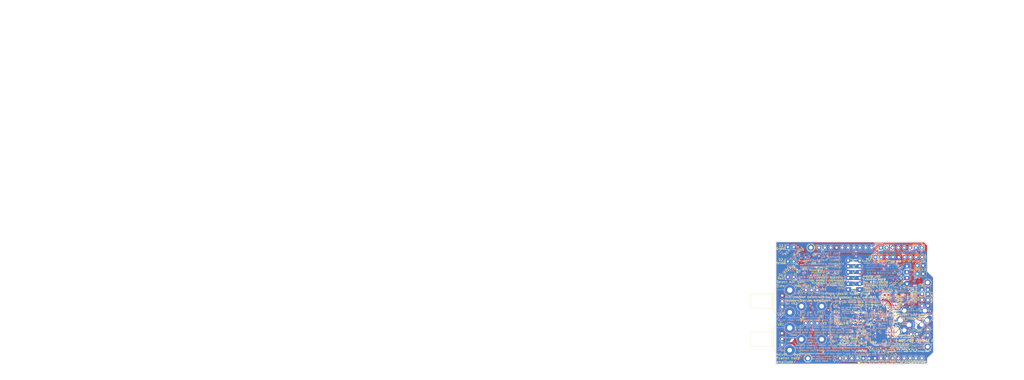
<source format=kicad_pcb>
(kicad_pcb (version 20171130) (host pcbnew 5.1.4-e60b266~84~ubuntu16.04.1)
  (layers (0 F.Cu signal) (31 B.Cu signal) (34 B.Paste user) (35 F.Paste user) (36 B.SilkS user) (37 F.SilkS user) (38 B.Mask user) (39 F.Mask user) (44 Edge.Cuts user))
  (net 0 "")
  (net 1 /A1)
  (net 2 GNDA)
  (net 3 GNDD)
  (net 4 /2)
  (net 5 +5V)
  (net 6 "/3(**)")
  (net 7 "Net-(D1-Pad1)")
  (net 8 "Net-(D1-Pad2)")
  (net 9 "Net-(D2-Pad1)")
  (net 10 "Net-(D3-Pad1)")
  (net 11 "Net-(D3-Pad2)")
  (net 12 "/MOSI(1)")
  (net 13 "/SCK(1)")
  (net 14 /A3)
  (net 15 /A2)
  (net 16 "/5(**)")
  (net 17 "/6(**)")
  (net 18 /7)
  (net 19 "Net-(JP1-Pad2)")
  (net 20 "Net-(C1-Pad1)")
  (net 21 "Net-(C2-Pad1)")
  (net 22 "Net-(Q1-Pad2)")
  (net 23 "Net-(Q1-Pad1)")
  (net 24 "Net-(Q2-Pad1)")
  (net 25 "Net-(C1-Pad2)")
  (net 26 "Net-(Q3-Pad3)")
  (net 27 "Net-(R3-Pad2)")
  (net 28 "Net-(U5-Pad1)")
  (net 29 /1st_stage_guard_trace)
  (net 30 "Net-(C2-Pad2)")
  (net 31 "Net-(R6-Pad1)")
  (net 32 /2nd_stage_guard_trace)
  (net 33 /3rd_stage_guard_trace)
  (net 34 "Net-(J1-PadS)")
  (net 35 /A6)
  (net 36 /A7)
  (net 37 "Net-(ADC1-PadEplus_dup)")
  (net 38 "Net-(ADC1-PadEplus)")
  (net 39 /Rx)
  (net 40 /Tx)
  (net 41 "Net-(ICSP1-Pad2)")
  (net 42 "Net-(Q3-Pad1)")
  (net 43 "Net-(Q7-Pad1)")
  (net 44 /A0)
  (net 45 "Net-(JP8-Pad2)")
  (net 46 "Net-(JP9-Pad2)")
  (net 47 "Net-(JP10-Pad2)")
  (net 48 "Net-(JP11-Pad2)")
  (net 49 "Net-(J6-Pad8)")
  (net 50 "Net-(J6-Pad3)")
  (net 51 /8)
  (net 52 "Net-(C7-Pad1)")
  (net 53 /U8-Pad8)
  (net 54 /U8-Pad7)
  (net 55 /U8-Pad5)
  (net 56 /U8-Pad6)
  (net 57 "Net-(Q2-Pad2)")
  (net 58 "Net-(ICSP1-Pad5)")
  (net 59 "Net-(ICSP1-Pad1)")
  (net 60 "Net-(J1-PadR)")
  (net 61 "Net-(J1-PadTN)")
  (net 62 "Net-(J2-Pad2)")
  (net 63 "Net-(J2-Pad3)")
  (net 64 "Net-(J2-Pad4)")
  (net 65 "Net-(J2-Pad8)")
  (net 66 "Net-(J3-Pad6)")
  (net 67 "Net-(J3-Pad5)")
  (net 68 "Net-(J4-Pad9)")
  (net 69 "Net-(J4-Pad8)")
  (net 70 "Net-(J4-Pad7)")
  (net 71 "Net-(J4-Pad6)")
  (net 72 "Net-(J4-Pad5)")
  (net 73 "Net-(J4-Pad3)")
  (net 74 "Net-(J4-Pad2)")
  (net 75 "Net-(J4-Pad1)")
  (net 76 "Net-(J5-Pad4)")
  (net 77 "Net-(J6-Pad9)")
  (net 78 "Net-(JP8-Pad3)")
  (net 79 "Net-(JP9-Pad3)")
  (net 80 "Net-(JP10-Pad3)")
  (net 81 "Net-(JP11-Pad3)")
  (net 82 "Net-(P1-Pad1)")
  (net 83 "Net-(P2-Pad1)")
  (net 84 "Net-(P3-Pad1)")
  (net 85 "Net-(P4-Pad1)")
  (net 86 "Net-(U3-Pad3)")
  (net 87 "Net-(U4-Pad6)")
  (net 88 "Net-(U7-Pad9)")
  (net 89 "Net-(U8-Pad9)")
  (module multipackage:Masach_Tech_MS26320_26x19.50mm (layer F.Cu) (at 146.11 115.23)
    (fp_text reference SHLD1 (at 6.18 11.46) (layer F.SilkS))
    (fp_text value Device_RF_Shield_Two_Pieces_but_use_only_TOP)
    (pad 1 smd custom (at -0.5 10.35) (size 21.5 0.7) (layers F.Cu F.Mask) (net 3 GNDD) (options (clearance outline) (anchor rect)) (primitives (gr_arc (start 10.73 -3.38) (end 10.77 0) (angle -89.6) (width 0.7)) (gr_arc (start -10.7 -2.95) (end -10.69 -0.3) (angle 90) (width 1.3))))
    (pad 1 smd custom (at -0.5 -10.35) (size 21.5 0.7) (layers F.Cu F.Mask) (net 3 GNDD) (options (clearance outline) (anchor rect)) (primitives (gr_arc (start 10.74 3.36) (end 10.67 -0.01) (angle 90.6) (width 0.7)) (gr_arc (start -10.7 2.95) (end -13.38 2.97) (angle 90) (width 1.3))))
    (pad 1 smd custom (at -13.8 0 90) (size 15 1.1) (layers F.Cu F.Mask) (net 3 GNDD) (options (clearance outline) (anchor rect)) (primitives))
    (pad 1 smd custom (at 13.6 0 90) (size 14 0.7) (layers F.Cu F.Mask) (net 3 GNDD) (options (clearance outline) (anchor rect)) (primitives))
  )
  (module multipackage:TE_1-2328702-0 (layer B.Cu) (at 170.11904 102.2604 90)
    (fp_text reference J9 (at -6.61162 -1.34366 unlocked) (layer B.SilkS) (effects (justify mirror)))
    (fp_text value TE_1-2328702-0 hide)
    (pad S2 smd rect (at -5.5 -2.5 90) (size 0.4 0.8) (layers B.Cu B.Paste B.Mask) (net 3 GNDD))
    (pad S1 smd rect (at 1 -2.5 90) (size 0.4 0.8) (layers B.Cu B.Paste B.Mask) (net 3 GNDD))
    (pad 10 smd rect (at -4.5 0 90) (size 0.3 0.8) (layers B.Cu B.Paste B.Mask) (net 56 /U8-Pad6))
    (pad 9 smd rect (at -4 0 90) (size 0.3 0.8) (layers B.Cu B.Paste B.Mask) (net 54 /U8-Pad7))
    (pad 8 smd rect (at -3.5 0 90) (size 0.3 0.8) (layers B.Cu B.Paste B.Mask) (net 53 /U8-Pad8))
    (pad 7 smd rect (at -3 0 90) (size 0.3 0.8) (layers B.Cu B.Paste B.Mask) (net 55 /U8-Pad5))
    (pad 6 smd rect (at -2.5 0 90) (size 0.3 0.8) (layers B.Cu B.Paste B.Mask) (net 29 /1st_stage_guard_trace))
    (pad 5 smd rect (at -2 0 90) (size 0.3 0.8) (layers B.Cu B.Paste B.Mask) (net 5 +5V))
    (pad 4 smd rect (at -1.5 0 90) (size 0.3 0.8) (layers B.Cu B.Paste B.Mask) (net 3 GNDD))
    (pad 3 smd rect (at -1 0 90) (size 0.3 0.8) (layers B.Cu B.Paste B.Mask) (net 12 "/MOSI(1)"))
    (pad 2 smd rect (at -0.5 0 90) (size 0.3 0.8) (layers B.Cu B.Paste B.Mask) (net 13 "/SCK(1)"))
    (pad 1 smd rect (at 0 0 90) (size 0.3 0.8) (layers B.Cu B.Paste B.Mask) (net 51 /8))
  )
  (module Resistor_SMD:R_0603_1608Metric (layer F.Cu) (at 147.23364 117.12448 180)
    (fp_text reference R18 (at 0 -1.43) (layer F.SilkS))
    (fp_text value "21 KΩ")
    (pad 2 smd roundrect (at 0.7875 0 180) (size 0.875 0.95) (layers F.Cu F.Paste F.Mask) (net 52 "Net-(C7-Pad1)"))
    (pad 1 smd roundrect (at -0.7875 0 180) (size 0.875 0.95) (layers F.Cu F.Paste F.Mask) (net 21 "Net-(C2-Pad1)"))
  )
  (module Capacitor_SMD:C_0603_1608Metric_Pad1.05x0.95mm_HandSolder (layer F.Cu) (at 143.62176 118.34114 90)
    (fp_text reference C7 (at 0 -1.43 90) (layer F.SilkS))
    (fp_text value 1uF)
    (pad 2 smd roundrect (at 0.875 0 90) (size 1.05 0.95) (layers F.Cu F.Paste F.Mask) (net 2 GNDA))
    (pad 1 smd roundrect (at -0.875 0 90) (size 1.05 0.95) (layers F.Cu F.Paste F.Mask) (net 52 "Net-(C7-Pad1)"))
  )
  (module Package_TO_SOT_SMD:SOT-23 (layer B.Cu) (at 144.637 113.11886)
    (fp_text reference U1 (at -2.84912 1.32084) (layer B.SilkS) (effects (justify mirror)))
    (fp_text value "3V LDO")
    (pad 3 smd rect (at 1 0) (size 0.9 0.8) (layers B.Cu B.Paste B.Mask) (net 5 +5V))
    (pad 2 smd rect (at -1 -0.95) (size 0.9 0.8) (layers B.Cu B.Paste B.Mask) (net 52 "Net-(C7-Pad1)"))
    (pad 1 smd rect (at -1 0.95) (size 0.9 0.8) (layers B.Cu B.Paste B.Mask) (net 2 GNDA))
  )
  (module Resistor_SMD:R_0603_1608Metric (layer F.Cu) (at 157.56 102.69 180)
    (fp_text reference R17 (at 0.7531 1.43798) (layer F.SilkS))
    (fp_text value "15 KΩ")
    (pad 2 smd roundrect (at 0.7875 0 180) (size 0.875 0.95) (layers F.Cu F.Paste F.Mask) (net 22 "Net-(Q1-Pad2)"))
    (pad 1 smd roundrect (at -0.7875 0 180) (size 0.875 0.95) (layers F.Cu F.Paste F.Mask) (net 54 /U8-Pad7))
  )
  (module multipackage:PinHeader_1x02_P2.54mm_Vertical (layer F.Cu) (at 170.93 93.47 90)
    (fp_text reference JP4 (at -1.8562 -0.115 180) (layer F.SilkS))
    (fp_text value HC-05_EN/KEY)
    (pad 1 thru_hole rect (at 0 0 90) (size 1.7 1.7) (drill 1) (layers *.Cu *.Mask) (net 50 "Net-(J6-Pad3)"))
    (pad 2 thru_hole oval (at 0 2.54 90) (size 1.7 1.7) (drill 1) (layers *.Cu *.Mask) (net 3 GNDD))
  )
  (module Connector_PinSocket_2.54mm:PinSocket_1x02_P2.54mm_Vertical (layer B.Cu) (at 175.45 120.27)
    (fp_text reference J6_A7,A6 (at -4.3302 0.9896) (layer B.SilkS) (effects (justify mirror)))
    (fp_text value Conn_01x02_gender_unknown)
    (pad 2 thru_hole oval (at 0 -2.54) (size 1.7 1.7) (drill 1) (layers *.Cu *.Mask) (net 36 /A7))
    (pad 1 thru_hole rect (at 0 0) (size 1.7 1.7) (drill 1) (layers *.Cu *.Mask) (net 35 /A6))
  )
  (module Connector_PinSocket_2.54mm:PinSocket_1x02_P2.54mm_Vertical (layer B.Cu) (at 170.75658 119.76354 90)
    (fp_text reference J7_A7,A6 (at -1.16654 -6.86778 180) (layer B.SilkS) (effects (justify mirror)))
    (fp_text value Conn_01x02_Female)
    (pad 2 thru_hole oval (at 0 -2.54 90) (size 1.7 1.7) (drill 1) (layers *.Cu *.Mask) (net 35 /A6))
    (pad 1 thru_hole rect (at 0 0 90) (size 1.7 1.7) (drill 1) (layers *.Cu *.Mask) (net 36 /A7))
  )
  (module multipackage:PinHeader_1x02_P2.54mm_Vertical (layer F.Cu) (at 175.52 100.38 270)
    (fp_text reference JP6 (at -2.10994 3.13274 180) (layer F.SilkS))
    (fp_text value "Remove JP6 if MCU is 3V3 but MCU board sends 5V up this pin 2")
    (pad 1 thru_hole rect (at 0 0 270) (size 1.7 1.7) (drill 1) (layers *.Cu *.Mask) (net 41 "Net-(ICSP1-Pad2)"))
    (pad 2 thru_hole oval (at 0 2.54 270) (size 1.7 1.7) (drill 1) (layers *.Cu *.Mask) (net 5 +5V))
  )
  (module multipackage:NetTie-2_HX711_THT_Pad1.0mm (layer F.Cu) (at 143.376 87.65 180)
    (fp_text reference NT2)
    (fp_text value Net-Tie_2)
    (fp_poly (pts (xy -2.05 -0.47) (xy 1.99 -0.47) (xy 2.03 0.33) (xy -2.01 0.33)) (layer F.Cu) (width 0))
    (fp_poly (pts (xy -2 -0.47) (xy 2.04 -0.47) (xy 2.03 0.35) (xy -2.01 0.35)) (layer B.Cu) (width 0))
    (pad 1 thru_hole circle (at -2.5 0 180) (size 2.032 2.032) (drill 0.8) (layers *.Cu) (net 44 /A0))
    (pad 2 thru_hole circle (at 2.5 0 180) (size 2.032 2.032) (drill 0.8) (layers *.Cu) (net 44 /A0))
  )
  (module Connector_PinSocket_2.54mm:PinSocket_1x09_P2.54mm_Vertical (layer F.Cu) (at 152.71496 86.23808 90)
    (fp_text reference J6 (at 0.25908 -2.17932 180) (layer F.SilkS))
    (fp_text value Conn_01x09_Female)
    (pad 9 thru_hole oval (at 0 20.32 90) (size 1.7 1.7) (drill 1) (layers *.Cu *.Mask) (net 77 "Net-(J6-Pad9)"))
    (pad 8 thru_hole oval (at 0 17.78 90) (size 1.7 1.7) (drill 1) (layers *.Cu *.Mask) (net 49 "Net-(J6-Pad8)"))
    (pad 7 thru_hole oval (at 0 15.24 90) (size 1.7 1.7) (drill 1) (layers *.Cu *.Mask) (net 40 /Tx))
    (pad 6 thru_hole oval (at 0 12.7 90) (size 1.7 1.7) (drill 1) (layers *.Cu *.Mask) (net 39 /Rx))
    (pad 5 thru_hole oval (at 0 10.16 90) (size 1.7 1.7) (drill 1) (layers *.Cu *.Mask) (net 3 GNDD))
    (pad 4 thru_hole oval (at 0 7.62 90) (size 1.7 1.7) (drill 1) (layers *.Cu *.Mask) (net 5 +5V))
    (pad 3 thru_hole oval (at 0 5.08 90) (size 1.7 1.7) (drill 1) (layers *.Cu *.Mask) (net 50 "Net-(J6-Pad3)"))
    (pad 2 thru_hole oval (at 0 2.54 90) (size 1.7 1.7) (drill 1) (layers *.Cu *.Mask) (net 40 /Tx))
    (pad 1 thru_hole rect (at 0 0 90) (size 1.7 1.7) (drill 1) (layers *.Cu *.Mask) (net 39 /Rx))
  )
  (module multipackage:NetTie-2_HX711_THT_Pad1.0mm (layer F.Cu) (at 143.376 100.35 180)
    (fp_text reference NT6)
    (fp_text value Net-Tie_2)
    (fp_poly (pts (xy -2.01 -0.26) (xy 2.03 -0.26) (xy 2.03 0.2) (xy -2.01 0.2)) (layer F.Cu) (width 0))
    (fp_poly (pts (xy -2.04 -0.22) (xy 2 -0.22) (xy 2.02 0.18) (xy -2.02 0.18)) (layer B.Cu) (width 0))
    (pad 1 thru_hole circle (at -2.5 0 180) (size 2.032 2.032) (drill 0.8) (layers *.Cu) (net 38 "Net-(ADC1-PadEplus)"))
    (pad 2 thru_hole circle (at 2.5 0 180) (size 2.032 2.032) (drill 0.8) (layers *.Cu) (net 37 "Net-(ADC1-PadEplus_dup)"))
  )
  (module Jumper:SolderJumper-3_P1.3mm_Bridged12_Pad1.0x1.5mm_NumberLabels (layer B.Cu) (at 120.98 113.08)
    (fp_text reference JP8 (at 0.33548 -2.65096) (layer B.SilkS) (effects (justify mirror)))
    (fp_text value SolderJumper_3_Bridged12)
    (fp_poly (pts (xy -0.9 0.3) (xy -0.4 0.3) (xy -0.4 -0.3) (xy -0.9 -0.3)) (layer B.Cu) (width 0))
    (fp_text user 1 (at -2.09 -2.54) (layer B.SilkS) (effects (justify mirror)))
    (fp_text user 3 (at 2.46 -2.47) (layer B.SilkS) (effects (justify mirror)))
    (pad 2 smd rect (at 0 0) (size 1 1.5) (layers B.Cu) (net 45 "Net-(JP8-Pad2)"))
    (pad 3 smd rect (at 1.3 0) (size 1 1.5) (layers B.Cu) (net 78 "Net-(JP8-Pad3)"))
    (pad 1 smd rect (at -1.3 0) (size 1 1.5) (layers B.Cu) (net 5 +5V))
  )
  (module Jumper:SolderJumper-3_P1.3mm_Bridged12_Pad1.0x1.5mm_NumberLabels (layer B.Cu) (at 128.72 113.12 180)
    (fp_text reference JP9 (at 0.1 2.84) (layer B.SilkS) (effects (justify mirror)))
    (fp_text value SolderJumper_3_Bridged12)
    (fp_poly (pts (xy -0.9 0.3) (xy -0.4 0.3) (xy -0.4 -0.3) (xy -0.9 -0.3)) (layer B.Cu) (width 0))
    (fp_text user 1 (at -1.88 2.61) (layer B.SilkS) (effects (justify mirror)))
    (fp_text user 3 (at 2.28 2.61) (layer B.SilkS) (effects (justify mirror)))
    (pad 2 smd rect (at 0 0 180) (size 1 1.5) (layers B.Cu) (net 46 "Net-(JP9-Pad2)"))
    (pad 3 smd rect (at 1.3 0 180) (size 1 1.5) (layers B.Cu) (net 79 "Net-(JP9-Pad3)"))
    (pad 1 smd rect (at -1.3 0 180) (size 1 1.5) (layers B.Cu) (net 3 GNDD))
  )
  (module Jumper:SolderJumper-3_P1.3mm_Bridged12_Pad1.0x1.5mm_NumberLabels (layer B.Cu) (at 120.84 98.71)
    (fp_text reference JP10 (at 0.09448 -0.031) (layer B.SilkS) (effects (justify mirror)))
    (fp_text value SolderJumper_3_Bridged12)
    (fp_poly (pts (xy -0.9 0.3) (xy -0.4 0.3) (xy -0.4 -0.3) (xy -0.9 -0.3)) (layer B.Cu) (width 0))
    (fp_text user 1 (at -2.58 0.61) (layer B.SilkS) (effects (justify mirror)))
    (fp_text user 3 (at 2.73 0.74) (layer B.SilkS) (effects (justify mirror)))
    (pad 2 smd rect (at 0 0) (size 1 1.5) (layers B.Cu) (net 47 "Net-(JP10-Pad2)"))
    (pad 3 smd rect (at 1.3 0) (size 1 1.5) (layers B.Cu) (net 80 "Net-(JP10-Pad3)"))
    (pad 1 smd rect (at -1.3 0) (size 1 1.5) (layers B.Cu) (net 5 +5V))
  )
  (module Jumper:SolderJumper-3_P1.3mm_Bridged12_Pad1.0x1.5mm_NumberLabels (layer B.Cu) (at 128.65 98.67 180)
    (fp_text reference JP11 (at 0.14124 0.10276) (layer B.SilkS) (effects (justify mirror)))
    (fp_text value SolderJumper_3_Bridged12)
    (fp_poly (pts (xy -0.9 0.3) (xy -0.4 0.3) (xy -0.4 -0.3) (xy -0.9 -0.3)) (layer B.Cu) (width 0))
    (fp_text user 1 (at -2.51 -0.68) (layer B.SilkS) (effects (justify mirror)))
    (fp_text user 3 (at 2.6 -0.81) (layer B.SilkS) (effects (justify mirror)))
    (pad 2 smd rect (at 0 0 180) (size 1 1.5) (layers B.Cu) (net 48 "Net-(JP11-Pad2)"))
    (pad 3 smd rect (at 1.3 0 180) (size 1 1.5) (layers B.Cu) (net 81 "Net-(JP11-Pad3)"))
    (pad 1 smd rect (at -1.3 0 180) (size 1 1.5) (layers B.Cu) (net 3 GNDD))
  )
  (module "HX711:HX711 module" (layer B.Cu) (at 153.93 94 90)
    (fp_text reference ADC1 (at -2.4184 1.37576) (layer B.SilkS) (effects (justify mirror)))
    (fp_text value "HX711 module" (at -3.8 -1.28) (layer B.SilkS) (effects (justify mirror)))
    (pad Bplus thru_hole circle (at 6.35 -8.054 90) (size 2.032 2.032) (drill 0.9) (layers *.Cu *.Mask) (net 44 /A0))
    (pad Aminus_dup thru_hole circle (at -1.27 -13.054 90) (size 2.032 2.032) (drill 0.9) (layers *.Cu *.Mask) (net 1 /A1))
    (pad Bminus thru_hole circle (at 3.81 -8.054 90) (size 2.032 2.032) (drill 0.9) (layers *.Cu *.Mask) (net 1 /A1))
    (pad Aplus thru_hole circle (at 1.27 -8.054 90) (size 2.032 2.032) (drill 0.9) (layers *.Cu *.Mask) (net 44 /A0))
    (pad Aminus thru_hole circle (at -1.27 -8.054 90) (size 2.032 2.032) (drill 0.9) (layers *.Cu *.Mask) (net 1 /A1))
    (pad GNDA thru_hole circle (at -3.81 -8.054 90) (size 2.032 2.032) (drill 0.9) (layers *.Cu *.Mask) (net 2 GNDA))
    (pad Eplus thru_hole rect (at -6.35 -8.054 90) (size 2.032 3) (drill 0.9) (layers *.Cu *.Mask) (net 38 "Net-(ADC1-PadEplus)"))
    (pad Eplus_dup thru_hole rect (at -6.35 -13.054 90) (size 2.032 2.54) (drill 0.9) (layers *.Cu *.Mask) (net 37 "Net-(ADC1-PadEplus_dup)"))
    (pad GNDA_dup thru_hole circle (at -3.81 -13.054 90) (size 2.032 2.032) (drill 0.9) (layers *.Cu *.Mask) (net 2 GNDA))
    (pad Bplus_dup thru_hole circle (at 6.35 -13.054 90) (size 2.032 2.032) (drill 0.9) (layers *.Cu *.Mask) (net 44 /A0))
    (pad Bminus_dup thru_hole circle (at 3.81 -13.054 90) (size 2.032 2.032) (drill 0.9) (layers *.Cu *.Mask) (net 1 /A1))
    (pad Aplus_dup thru_hole circle (at 1.27 -13.054 90) (size 2.032 2.032) (drill 0.9) (layers *.Cu *.Mask) (net 44 /A0))
    (pad GND thru_hole oval (at -3.81 12.5 90) (size 2.032 3) (drill 1) (layers *.Cu *.Mask) (net 3 GNDD))
    (pad DT thru_hole oval (at -1.27 12.5 90) (size 2.032 3) (drill 1) (layers *.Cu *.Mask) (net 4 /2))
    (pad VCC thru_hole custom (at 3.81 12.5 90) (size 2.032 3) (drill 1) (layers *.Cu *.Mask) (net 5 +5V) (options (clearance outline) (anchor rect)) (primitives (gr_arc (start 0 0.4) (end -0.7 0.4) (angle -180) (width 0.7)) (gr_arc (start 0 -0.4) (end 0.7 -0.4) (angle -180) (width 0.7))))
    (pad SCK thru_hole oval (at 1.27 12.5 90) (size 2.032 3) (drill 1) (layers *.Cu *.Mask) (net 6 "/3(**)"))
  )
  (module multipackage:Potentiometer_Bourns_PTV09A-2_Single_Horizontal (layer F.Cu) (at 112.17 105.43 180)
    (fp_text reference VR2 (at 0.7 -5.92) (layer F.SilkS))
    (fp_text value "200 KΩ")
    (pad 3 thru_hole circle (at 0 -2.5 180) (size 1.8 1.8) (drill 1) (layers *.Cu *.Mask) (net 5 +5V))
    (pad 2 thru_hole circle (at 0 0 180) (size 1.8 1.8) (drill 1) (layers *.Cu *.Mask) (net 14 /A3))
    (pad 1 thru_hole circle (at 0 2.5 180) (size 1.8 1.8) (drill 1) (layers *.Cu *.Mask) (net 3 GNDD))
    (pad "" thru_hole circle (at -3.3 -4.85 180) (size 4.600001 4.600001) (drill 2) (layers *.Cu *.Mask))
    (pad "" thru_hole circle (at -3.3 4.85 180) (size 4.6 4.6) (drill 2.3) (layers *.Cu *.Mask))
  )
  (module Fiducial:Fiducial_1mm_Mask3mm (layer B.Cu) (at 171.71 96.61)
    (fp_text reference FID6 (at -2.12436 0.04208) (layer B.SilkS) (effects (font (size 0.4 0.4) (thickness 0.1)) (justify mirror)))
    (fp_text value "Back Fiducial")
    (pad "" smd circle (at 0 0) (size 1 1) (layers B.Cu B.Mask) (clearance 1))
  )
  (module Fiducial:Fiducial_1mm_Mask3mm (layer B.Cu) (at 120.47 88.28)
    (fp_text reference FID5 (at -0.16036 -1.77776) (layer B.SilkS) (effects (font (size 0.4 0.4) (thickness 0.1)) (justify mirror)))
    (fp_text value "Back Fiducial")
    (pad "" smd circle (at 0 0) (size 1 1) (layers B.Cu B.Mask) (clearance 1))
  )
  (module Fiducial:Fiducial_1mm_Mask3mm (layer B.Cu) (at 117.08 123.15)
    (fp_text reference FID4 (at -2.15008 -0.05144) (layer B.SilkS) (effects (font (size 0.4 0.4) (thickness 0.1)) (justify mirror)))
    (fp_text value "Back Fiducial")
    (pad "" smd circle (at 0 0) (size 1 1) (layers B.Cu B.Mask) (clearance 1))
  )
  (module Fiducial:Fiducial_1mm_Mask3mm (layer F.Cu) (at 137.96264 87.35314)
    (fp_text reference FID3 (at -2.1328 0.01488) (layer F.SilkS) (effects (font (size 0.4 0.4) (thickness 0.1))))
    (fp_text value "Front Fiducial")
    (pad "" smd circle (at 0 0) (size 1 1) (layers F.Cu F.Mask) (clearance 1))
  )
  (module Fiducial:Fiducial_1mm_Mask3mm (layer F.Cu) (at 171.73 124.89)
    (fp_text reference FID2 (at -2.22056 0.04244) (layer F.SilkS) (effects (font (size 0.4 0.4) (thickness 0.1))))
    (fp_text value "Front Fiducial")
    (pad "" smd circle (at 0 0) (size 1 1) (layers F.Cu F.Mask) (clearance 1))
  )
  (module Fiducial:Fiducial_1mm_Mask3mm (layer F.Cu) (at 115.83 121.51)
    (fp_text reference FID1 (at 1.62976 -1.34768) (layer F.SilkS) (effects (font (size 0.4 0.4) (thickness 0.1))))
    (fp_text value "Front Fiducial")
    (pad "" smd circle (at 0 0) (size 1 1) (layers F.Cu F.Mask) (clearance 1))
  )
  (module multipackage:MSOP-10_3x3mm_P0.5mm (layer F.Cu) (at 146.07 112.15)
    (fp_text reference U2 (at -0.03778 -2.43724) (layer F.SilkS))
    (fp_text value AD8244ARMZ)
    (pad "" np_thru_hole circle (at 1.4 1.832) (size 0.854 0.854) (drill 0.6) (layers *.Cu *.Mask) (clearance 0.00001))
    (pad "" np_thru_hole circle (at -1.4 -1.832) (size 0.854 0.854) (drill 0.6) (layers *.Cu *.Mask) (clearance 0.00001))
    (pad "" np_thru_hole circle (at 1.4 -1.832) (size 0.854 0.854) (drill 0.6) (layers *.Cu *.Mask) (clearance 0.00001))
    (pad 1 smd rect (at -2.2 -1) (size 1.4 0.3) (layers F.Cu F.Paste F.Mask) (net 24 "Net-(Q2-Pad1)"))
    (pad 2 smd rect (at -2.2 -0.5) (size 1.4 0.3) (layers F.Cu F.Paste F.Mask) (net 33 /3rd_stage_guard_trace))
    (pad 3 smd rect (at -2.2 0) (size 1.4 0.3) (layers F.Cu F.Paste F.Mask) (net 5 +5V))
    (pad 4 smd rect (at -2.2 0.5) (size 1.4 0.3) (layers F.Cu F.Paste F.Mask) (net 44 /A0))
    (pad 5 smd rect (at -2.2 1) (size 1.4 0.3) (layers F.Cu F.Paste F.Mask) (net 24 "Net-(Q2-Pad1)"))
    (pad 6 smd rect (at 2.2 1) (size 1.4 0.3) (layers F.Cu F.Paste F.Mask) (net 21 "Net-(C2-Pad1)"))
    (pad 7 smd rect (at 2.2 0.5) (size 1.4 0.3) (layers F.Cu F.Paste F.Mask) (net 29 /1st_stage_guard_trace))
    (pad 8 smd rect (at 2.2 0) (size 1.4 0.3) (layers F.Cu F.Paste F.Mask) (net 2 GNDA))
    (pad 9 smd rect (at 2.2 -0.5) (size 1.4 0.3) (layers F.Cu F.Paste F.Mask) (net 1 /A1))
    (pad 10 smd rect (at 2.2 -1) (size 1.4 0.3) (layers F.Cu F.Paste F.Mask) (net 31 "Net-(R6-Pad1)"))
  )
  (module Connector_PinHeader_2.54mm:PinHeader_1x06_P2.54mm_Vertical (layer B.Cu) (at 160.17 130.3 270)
    (fp_text reference J3 (at -1.8 -0.11) (layer B.SilkS) (effects (justify mirror)))
    (fp_text value Analog)
    (pad 6 thru_hole oval (at 0 -12.7 270) (size 1.7 1.7) (drill 1) (layers *.Cu *.Mask) (net 66 "Net-(J3-Pad6)"))
    (pad 5 thru_hole oval (at 0 -10.16 270) (size 1.7 1.7) (drill 1) (layers *.Cu *.Mask) (net 67 "Net-(J3-Pad5)"))
    (pad 4 thru_hole oval (at 0 -7.62 270) (size 1.7 1.7) (drill 1) (layers *.Cu *.Mask) (net 14 /A3))
    (pad 3 thru_hole oval (at 0 -5.08 270) (size 1.7 1.7) (drill 1) (layers *.Cu *.Mask) (net 15 /A2))
    (pad 2 thru_hole oval (at 0 -2.54 270) (size 1.7 1.7) (drill 1) (layers *.Cu *.Mask) (net 1 /A1))
    (pad 1 thru_hole rect (at 0 0 270) (size 1.7 1.7) (drill 1) (layers *.Cu *.Mask) (net 44 /A0))
  )
  (module multipackage:ADL5315ACPZ-R7 (layer F.Cu) (at 146.69 121.715 180)
    (fp_text reference U3 (at -1.37 -2.615 180) (layer F.SilkS))
    (fp_text value ADL5315ACPZ-R7)
    (pad 9 smd rect (at 0 0 180) (size 0.6096 1.8796) (layers F.Cu F.Mask) (net 2 GNDA))
    (pad 8 smd rect (at 1.0033 -0.75 180) (size 0.8636 0.3) (layers F.Cu F.Paste F.Mask) (net 23 "Net-(Q1-Pad1)"))
    (pad 7 smd rect (at 1.04 -0.25 180) (size 0.8636 0.3) (layers F.Cu F.Paste F.Mask) (net 32 /2nd_stage_guard_trace))
    (pad 6 smd rect (at 1.04 0.25 180) (size 0.8636 0.3) (layers F.Cu F.Paste F.Mask) (net 5 +5V))
    (pad 5 smd rect (at 1.0033 0.75 180) (size 0.8636 0.3) (layers F.Cu F.Paste F.Mask) (net 42 "Net-(Q3-Pad1)"))
    (pad 4 smd rect (at -1.0033 0.75 180) (size 0.8636 0.3) (layers F.Cu F.Paste F.Mask) (net 2 GNDA))
    (pad 3 smd rect (at -1.04 0.25 180) (size 0.8636 0.3) (layers F.Cu F.Paste F.Mask) (net 86 "Net-(U3-Pad3)"))
    (pad 2 smd rect (at -1.04 -0.25 180) (size 0.8636 0.3) (layers F.Cu F.Paste F.Mask) (net 21 "Net-(C2-Pad1)"))
    (pad 1 smd rect (at -1.0033 -0.75 180) (size 0.8636 0.3) (layers F.Cu F.Paste F.Mask) (net 27 "Net-(R3-Pad2)"))
  )
  (module Package_SO:MSOP-10_3x3mm_P0.5mm (layer B.Cu) (at 162.43046 104.7496 180)
    (fp_text reference U8 (at -0.16 -2.52) (layer B.SilkS) (effects (justify mirror)))
    (fp_text value "- U32 all in parallel MCP4262-502E/UN")
    (pad 1 smd rect (at -2.2 1 180) (size 1.4 0.3) (layers B.Cu B.Paste B.Mask) (net 51 /8))
    (pad 2 smd rect (at -2.2 0.5 180) (size 1.4 0.3) (layers B.Cu B.Paste B.Mask) (net 13 "/SCK(1)"))
    (pad 3 smd rect (at -2.2 0 180) (size 1.4 0.3) (layers B.Cu B.Paste B.Mask) (net 12 "/MOSI(1)"))
    (pad 4 smd rect (at -2.2 -0.5 180) (size 1.4 0.3) (layers B.Cu B.Paste B.Mask) (net 3 GNDD))
    (pad 5 smd rect (at -2.2 -1 180) (size 1.4 0.3) (layers B.Cu B.Paste B.Mask) (net 55 /U8-Pad5))
    (pad 6 smd rect (at 2.2 -1 180) (size 1.4 0.3) (layers B.Cu B.Paste B.Mask) (net 56 /U8-Pad6))
    (pad 7 smd rect (at 2.2 -0.5 180) (size 1.4 0.3) (layers B.Cu B.Paste B.Mask) (net 54 /U8-Pad7))
    (pad 8 smd rect (at 2.2 0 180) (size 1.4 0.3) (layers B.Cu B.Paste B.Mask) (net 53 /U8-Pad8))
    (pad 9 smd rect (at 2.2 0.5 180) (size 1.4 0.3) (layers B.Cu B.Paste B.Mask) (net 89 "Net-(U8-Pad9)"))
    (pad 10 smd rect (at 2.2 1 180) (size 1.4 0.3) (layers B.Cu B.Paste B.Mask) (net 5 +5V))
  )
  (module Connector_PinHeader_2.54mm:PinHeader_1x02_P2.54mm_Vertical (layer F.Cu) (at 170.94 89.86 90)
    (fp_text reference JP5 (at -1.81368 -0.1758 180) (layer F.SilkS))
    (fp_text value HC-05_KEY/STATE_LED)
    (pad 2 thru_hole oval (at 0 2.54 90) (size 1.7 1.7) (drill 1) (layers *.Cu *.Mask) (net 3 GNDD))
    (pad 1 thru_hole rect (at 0 0 90) (size 1.7 1.7) (drill 1) (layers *.Cu *.Mask) (net 49 "Net-(J6-Pad8)"))
  )
  (module Capacitor_SMD:C_0603_1608Metric_Pad1.05x0.95mm_HandSolder (layer F.Cu) (at 153.58364 100.41636 270)
    (fp_text reference C6 (at -0.41148 -1.51638 180) (layer F.SilkS))
    (fp_text value "0.1 µF")
    (pad 1 smd roundrect (at -0.875 0 270) (size 1.05 0.95) (layers F.Cu F.Paste F.Mask) (net 2 GNDA))
    (pad 2 smd roundrect (at 0.875 0 270) (size 1.05 0.95) (layers F.Cu F.Paste F.Mask) (net 5 +5V))
  )
  (module Capacitor_SMD:C_0603_1608Metric_Pad1.05x0.95mm_HandSolder (layer B.Cu) (at 145.62 106.5 180)
    (fp_text reference C4 (at -0.1 -1.24) (layer B.SilkS) (effects (justify mirror)))
    (fp_text value "0.1 µF")
    (pad 1 smd roundrect (at -0.875 0 180) (size 1.05 0.95) (layers B.Cu B.Paste B.Mask) (net 5 +5V))
    (pad 2 smd roundrect (at 0.875 0 180) (size 1.05 0.95) (layers B.Cu B.Paste B.Mask) (net 2 GNDA))
  )
  (module Capacitor_SMD:C_0603_1608Metric_Pad1.05x0.95mm_HandSolder (layer F.Cu) (at 159.27 98.42 90)
    (fp_text reference C5 (at -2.28 -0.08 180) (layer F.SilkS))
    (fp_text value "2.2 µF")
    (pad 1 smd roundrect (at -0.875 0 90) (size 1.05 0.95) (layers F.Cu F.Paste F.Mask) (net 5 +5V))
    (pad 2 smd roundrect (at 0.875 0 90) (size 1.05 0.95) (layers F.Cu F.Paste F.Mask) (net 2 GNDA))
  )
  (module Capacitor_SMD:C_0603_1608Metric_Pad1.05x0.95mm_HandSolder (layer B.Cu) (at 144.84 115.6 180)
    (fp_text reference C3 (at -0.12 -1.45) (layer B.SilkS) (effects (justify mirror)))
    (fp_text value "2.2 µF")
    (pad 1 smd roundrect (at -0.875 0 180) (size 1.05 0.95) (layers B.Cu B.Paste B.Mask) (net 5 +5V))
    (pad 2 smd roundrect (at 0.875 0 180) (size 1.05 0.95) (layers B.Cu B.Paste B.Mask) (net 2 GNDA))
  )
  (module multipackage:NetTie-2_HX711_THT_Pad1.0mm (layer F.Cu) (at 143.376 97.81 180)
    (fp_text reference NT7)
    (fp_text value Net-Tie_2)
    (fp_poly (pts (xy -2.03 -0.88) (xy 2.01 -0.88) (xy 2.01 0.86) (xy -2.03 0.86)) (layer F.Cu) (width 0))
    (fp_poly (pts (xy -2.03 -0.88) (xy 2.01 -0.88) (xy 2.01 0.86) (xy -2.03 0.86)) (layer B.Cu) (width 0))
    (pad 1 thru_hole circle (at -2.5 0 180) (size 2.032 2.032) (drill 0.8) (layers *.Cu) (net 2 GNDA))
    (pad 2 thru_hole circle (at 2.5 0 180) (size 2.032 2.032) (drill 0.8) (layers *.Cu) (net 2 GNDA))
  )
  (module multipackage:NetTie-2_THT_Pad1.0mm (layer B.Cu) (at 157.43 97.81)
    (fp_text reference NT1)
    (fp_text value Net-Tie_2)
    (fp_poly (pts (xy -11.55 0.58) (xy -11.55 -0.58) (xy 9 -0.57) (xy 9 0.58)) (layer B.Cu) (width 0.1))
    (pad 1 thru_hole circle (at -11.554 0) (size 1.3 1.3) (drill 1) (layers *.Cu *.Mask) (net 2 GNDA))
    (pad 2 thru_hole circle (at 9 0) (size 1.3 1.3) (drill 1) (layers *.Cu) (net 3 GNDD))
  )
  (module multipackage:NetTie-2_HX711_THT_Pad1.0mm (layer F.Cu) (at 143.376 92.73 180)
    (fp_text reference NT3)
    (fp_text value Net-Tie_2)
    (fp_poly (pts (xy -2.03 -0.88) (xy 2.01 -0.88) (xy 2.01 0.86) (xy -2.03 0.86)) (layer F.Cu) (width 0))
    (fp_poly (pts (xy -2.03 -0.88) (xy 2.01 -0.88) (xy 2.01 0.86) (xy -2.03 0.86)) (layer B.Cu) (width 0))
    (pad 1 thru_hole circle (at -2.5 0 180) (size 2.032 2.032) (drill 0.8) (layers *.Cu) (net 44 /A0))
    (pad 2 thru_hole circle (at 2.5 0 180) (size 2.032 2.032) (drill 0.8) (layers *.Cu) (net 44 /A0))
  )
  (module multipackage:NetTie-2_HX711_THT_Pad1.0mm (layer F.Cu) (at 143.376 90.19 180)
    (fp_text reference NT5)
    (fp_text value Net-Tie_2)
    (fp_poly (pts (xy -2.03 -0.88) (xy 2.01 -0.88) (xy 2.01 0.86) (xy -2.03 0.86)) (layer F.Cu) (width 0))
    (fp_poly (pts (xy -2.03 -0.88) (xy 2.01 -0.88) (xy 2.01 0.86) (xy -2.03 0.86)) (layer B.Cu) (width 0))
    (pad 1 thru_hole circle (at -2.5 0 180) (size 2.032 2.032) (drill 0.8) (layers *.Cu) (net 1 /A1))
    (pad 2 thru_hole circle (at 2.5 0 180) (size 2.032 2.032) (drill 0.8) (layers *.Cu) (net 1 /A1))
  )
  (module multipackage:NetTie-2_HX711_THT_Pad1.0mm (layer F.Cu) (at 143.376 95.27 180)
    (fp_text reference NT4)
    (fp_text value Net-Tie_2)
    (fp_poly (pts (xy -2.03 -0.88) (xy 2.01 -0.88) (xy 2.01 0.86) (xy -2.03 0.86)) (layer F.Cu) (width 0))
    (fp_poly (pts (xy -2.03 -0.88) (xy 2.01 -0.88) (xy 2.01 0.86) (xy -2.03 0.86)) (layer B.Cu) (width 0))
    (pad 1 thru_hole circle (at -2.5 0 180) (size 2.032 2.032) (drill 0.8) (layers *.Cu) (net 1 /A1))
    (pad 2 thru_hole circle (at 2.5 0 180) (size 2.032 2.032) (drill 0.8) (layers *.Cu) (net 1 /A1))
  )
  (module Capacitor_SMD:C_0603_1608Metric_Pad1.05x0.95mm_HandSolder (layer F.Cu) (at 151.0996 117.9735 90)
    (fp_text reference C1 (at -1.63256 -1.09228 180) (layer F.SilkS))
    (fp_text value "390 pF")
    (pad 1 smd roundrect (at -0.875 0 90) (size 1.05 0.95) (layers F.Cu F.Paste F.Mask) (net 20 "Net-(C1-Pad1)"))
    (pad 2 smd roundrect (at 0.875 0 90) (size 1.05 0.95) (layers F.Cu F.Paste F.Mask) (net 25 "Net-(C1-Pad2)"))
  )
  (module Package_TO_SOT_SMD:SOT-23_Handsoldering (layer F.Cu) (at 122.53 86.32 180)
    (fp_text reference Q7 (at -3.68 1.04) (layer F.SilkS))
    (fp_text value DMN601K-7)
    (pad 1 smd rect (at -1.5 -0.95 180) (size 1.9 0.8) (layers F.Cu F.Paste F.Mask) (net 43 "Net-(Q7-Pad1)"))
    (pad 2 smd rect (at -1.5 0.95 180) (size 1.9 0.8) (layers F.Cu F.Paste F.Mask) (net 3 GNDD))
    (pad 3 smd rect (at 1.5 0 180) (size 1.9 0.8) (layers F.Cu F.Paste F.Mask) (net 10 "Net-(D3-Pad1)"))
  )
  (module Package_TO_SOT_SMD:SOT-23_Handsoldering (layer F.Cu) (at 122.53 89.85 180)
    (fp_text reference Q6 (at -3.48 1.1) (layer F.SilkS))
    (fp_text value DMN601K-7)
    (pad 1 smd rect (at -1.5 -0.95 180) (size 1.9 0.8) (layers F.Cu F.Paste F.Mask) (net 16 "/5(**)"))
    (pad 2 smd rect (at -1.5 0.95 180) (size 1.9 0.8) (layers F.Cu F.Paste F.Mask) (net 3 GNDD))
    (pad 3 smd rect (at 1.5 0 180) (size 1.9 0.8) (layers F.Cu F.Paste F.Mask) (net 9 "Net-(D2-Pad1)"))
  )
  (module Package_TO_SOT_SMD:SOT-23_Handsoldering (layer F.Cu) (at 122.53 93.35)
    (fp_text reference Q5 (at -3.35 -1.07) (layer F.SilkS))
    (fp_text value DMN601K-7)
    (pad 1 smd rect (at -1.5 -0.95) (size 1.9 0.8) (layers F.Cu F.Paste F.Mask) (net 17 "/6(**)"))
    (pad 2 smd rect (at -1.5 0.95) (size 1.9 0.8) (layers F.Cu F.Paste F.Mask) (net 3 GNDD))
    (pad 3 smd rect (at 1.5 0) (size 1.9 0.8) (layers F.Cu F.Paste F.Mask) (net 7 "Net-(D1-Pad1)"))
  )
  (module Package_TO_SOT_SMD:SOT-23_Handsoldering (layer F.Cu) (at 132.18 88.45 180)
    (fp_text reference Q4 (at -3.55 -1.19) (layer F.SilkS))
    (fp_text value DMN601K-7)
    (pad 1 smd rect (at -1.5 -0.95 180) (size 1.9 0.8) (layers F.Cu F.Paste F.Mask) (net 26 "Net-(Q3-Pad3)"))
    (pad 2 smd rect (at -1.5 0.95 180) (size 1.9 0.8) (layers F.Cu F.Paste F.Mask) (net 3 GNDD))
    (pad 3 smd rect (at 1.5 0 180) (size 1.9 0.8) (layers F.Cu F.Paste F.Mask) (net 7 "Net-(D1-Pad1)"))
  )
  (module Package_TO_SOT_SMD:SOT-23_Handsoldering (layer F.Cu) (at 132.21 92.03 180)
    (fp_text reference Q3 (at -3.53 -1.17) (layer F.SilkS))
    (fp_text value DMN601K-7)
    (pad 1 smd rect (at -1.5 -0.95 180) (size 1.9 0.8) (layers F.Cu F.Paste F.Mask) (net 42 "Net-(Q3-Pad1)"))
    (pad 2 smd rect (at -1.5 0.95 180) (size 1.9 0.8) (layers F.Cu F.Paste F.Mask) (net 3 GNDD))
    (pad 3 smd rect (at 1.5 0 180) (size 1.9 0.8) (layers F.Cu F.Paste F.Mask) (net 26 "Net-(Q3-Pad3)"))
  )
  (module Connector_PinHeader_2.54mm:PinHeader_1x09_P2.54mm_Vertical (layer B.Cu) (at 137.31 130.3 270)
    (fp_text reference J2 (at 0.67 2.43) (layer B.SilkS) (effects (justify mirror)))
    (fp_text value Power)
    (pad 1 thru_hole rect (at 0 0 270) (size 1.7 1.7) (drill 1) (layers *.Cu *.Mask) (net 35 /A6))
    (pad 2 thru_hole oval (at 0 -2.54 270) (size 1.7 1.7) (drill 1) (layers *.Cu *.Mask) (net 62 "Net-(J2-Pad2)"))
    (pad 3 thru_hole oval (at 0 -5.08 270) (size 1.7 1.7) (drill 1) (layers *.Cu *.Mask) (net 63 "Net-(J2-Pad3)"))
    (pad 4 thru_hole oval (at 0 -7.62 270) (size 1.7 1.7) (drill 1) (layers *.Cu *.Mask) (net 64 "Net-(J2-Pad4)"))
    (pad 5 thru_hole oval (at 0 -10.16 270) (size 1.7 1.7) (drill 1) (layers *.Cu *.Mask) (net 5 +5V))
    (pad 6 thru_hole oval (at 0 -12.7 270) (size 1.7 1.7) (drill 1) (layers *.Cu *.Mask) (net 3 GNDD))
    (pad 7 thru_hole oval (at 0 -15.24 270) (size 1.7 1.7) (drill 1) (layers *.Cu *.Mask) (net 3 GNDD))
    (pad 8 thru_hole oval (at 0 -17.78 270) (size 1.7 1.7) (drill 1) (layers *.Cu *.Mask) (net 65 "Net-(J2-Pad8)"))
    (pad 9 thru_hole oval (at 0 -20.32 270) (size 1.7 1.7) (drill 1) (layers *.Cu *.Mask) (net 36 /A7))
  )
  (module Resistor_SMD:R_0603_1608Metric (layer B.Cu) (at 116.86 85.18)
    (fp_text reference R14 (at 0 1.43) (layer B.SilkS) (effects (justify mirror)))
    (fp_text value "470 Ω")
    (pad 1 smd roundrect (at -0.7875 0) (size 0.875 0.95) (layers B.Cu B.Paste B.Mask) (net 5 +5V))
    (pad 2 smd roundrect (at 0.7875 0) (size 0.875 0.95) (layers B.Cu B.Paste B.Mask) (net 11 "Net-(D3-Pad2)"))
  )
  (module Resistor_SMD:R_0603_1608Metric (layer F.Cu) (at 116.13 92.7)
    (fp_text reference R11 (at 0.61 -1.66) (layer F.SilkS))
    (fp_text value "470 Ω")
    (pad 1 smd roundrect (at -0.7875 0) (size 0.875 0.95) (layers F.Cu F.Paste F.Mask) (net 5 +5V))
    (pad 2 smd roundrect (at 0.7875 0) (size 0.875 0.95) (layers F.Cu F.Paste F.Mask) (net 8 "Net-(D1-Pad2)"))
  )
  (module Resistor_SMD:R_0603_1608Metric (layer F.Cu) (at 116.71 85.24 270)
    (fp_text reference R13 (at 0.1 -1.9 180) (layer F.SilkS))
    (fp_text value "1 MΩ")
    (pad 1 smd roundrect (at -0.7875 0 270) (size 0.875 0.95) (layers F.Cu F.Paste F.Mask) (net 43 "Net-(Q7-Pad1)"))
    (pad 2 smd roundrect (at 0.7875 0 270) (size 0.875 0.95) (layers F.Cu F.Paste F.Mask) (net 8 "Net-(D1-Pad2)"))
  )
  (module Resistor_SMD:R_0603_1608Metric (layer B.Cu) (at 120.3 84.35 180)
    (fp_text reference R12 (at -0.05 1.47) (layer B.SilkS) (effects (justify mirror)))
    (fp_text value "1 MΩ")
    (pad 1 smd roundrect (at -0.7875 0 180) (size 0.875 0.95) (layers B.Cu B.Paste B.Mask) (net 3 GNDD))
    (pad 2 smd roundrect (at 0.7875 0 180) (size 0.875 0.95) (layers B.Cu B.Paste B.Mask) (net 43 "Net-(Q7-Pad1)"))
  )
  (module Resistor_SMD:R_0603_1608Metric (layer B.Cu) (at 116.07 91.58)
    (fp_text reference R10 (at -0.48 -1.28) (layer B.SilkS) (effects (justify mirror)))
    (fp_text value "1 MΩ")
    (pad 1 smd roundrect (at -0.7875 0) (size 0.875 0.95) (layers B.Cu B.Paste B.Mask) (net 5 +5V))
    (pad 2 smd roundrect (at 0.7875 0) (size 0.875 0.95) (layers B.Cu B.Paste B.Mask) (net 26 "Net-(Q3-Pad3)"))
  )
  (module Resistor_SMD:R_0603_1608Metric (layer F.Cu) (at 134.13 113.4525 270)
    (fp_text reference R9 (at 0.07534 -1.44504 180) (layer F.SilkS))
    (fp_text value "27 Ω")
    (pad 1 smd roundrect (at -0.7875 0 270) (size 0.875 0.95) (layers F.Cu F.Paste F.Mask) (net 33 /3rd_stage_guard_trace))
    (pad 2 smd roundrect (at 0.7875 0 270) (size 0.875 0.95) (layers F.Cu F.Paste F.Mask) (net 44 /A0))
  )
  (module Resistor_SMD:R_0603_1608Metric (layer B.Cu) (at 157.7225 126.89)
    (fp_text reference R5 (at -2.6809 0.12016) (layer B.SilkS) (effects (justify mirror)))
    (fp_text value "10 KΩ")
    (pad 1 smd roundrect (at -0.7875 0) (size 0.875 0.95) (layers B.Cu B.Paste B.Mask) (net 42 "Net-(Q3-Pad1)"))
    (pad 2 smd roundrect (at 0.7875 0) (size 0.875 0.95) (layers B.Cu B.Paste B.Mask) (net 5 +5V))
  )
  (module multipackage:Potentiometer_Bourns_PTV09A-1_Single_Vertical (layer F.Cu) (at 122.43 100.58 270)
    (fp_text reference VR4 (at -0.26 -7.54 180) (layer F.SilkS))
    (fp_text value "200 KΩ")
    (pad "" np_thru_hole circle (at 7 1.9 270) (size 4 4) (drill 2) (layers *.Cu *.Mask))
    (pad "" np_thru_hole circle (at 7 -6.9 270) (size 4 4) (drill 2) (layers *.Cu *.Mask))
    (pad 3 thru_hole circle (at 0 0 270) (size 1.8 1.8) (drill 1) (layers *.Cu *.Mask) (net 47 "Net-(JP10-Pad2)"))
    (pad 2 thru_hole circle (at 0 -2.5 270) (size 1.8 1.8) (drill 1) (layers *.Cu *.Mask) (net 36 /A7))
    (pad 1 thru_hole circle (at 0 -5 270) (size 1.8 1.8) (drill 1) (layers *.Cu *.Mask) (net 48 "Net-(JP11-Pad2)"))
  )
  (module multipackage:Potentiometer_Bourns_PTV09A-1_Single_Vertical (layer F.Cu) (at 122.43 114.998 270)
    (fp_text reference VR3 (at 0.21 -7.63 180) (layer F.SilkS))
    (fp_text value "200 KΩ")
    (pad "" np_thru_hole circle (at 7 1.9 270) (size 4 4) (drill 2) (layers *.Cu *.Mask))
    (pad "" np_thru_hole circle (at 7 -6.9 270) (size 4 4) (drill 2) (layers *.Cu *.Mask))
    (pad 3 thru_hole circle (at 0 0 270) (size 1.8 1.8) (drill 1) (layers *.Cu *.Mask) (net 45 "Net-(JP8-Pad2)"))
    (pad 2 thru_hole circle (at 0 -2.5 270) (size 1.8 1.8) (drill 1) (layers *.Cu *.Mask) (net 35 /A6))
    (pad 1 thru_hole circle (at 0 -5 270) (size 1.8 1.8) (drill 1) (layers *.Cu *.Mask) (net 46 "Net-(JP9-Pad2)"))
  )
  (module multipackage:Jack_3.5mm_CUI_SJ1-3534NS_Horizontal_CircularHoles (layer F.Cu) (at 175.21 113.67 270)
    (fp_text reference J1 (at 5.34 12.24 180) (layer F.SilkS))
    (fp_text value Conn_3.5mm)
    (pad R thru_hole circle (at 0 11.6 270) (size 1.81 1.81) (drill 1.8) (layers *.Cu *.Mask) (net 60 "Net-(J1-PadR)"))
    (pad S thru_hole oval (at 0 0 225) (size 3.6 2.2) (drill 1.8 (offset -0.7 0)) (layers *.Cu *.Mask) (net 34 "Net-(J1-PadS)"))
    (pad T thru_hole oval (at 2 2.4 225) (size 3.6 2.2) (drill 1.8 (offset 0.7 0)) (layers *.Cu *.Mask) (net 20 "Net-(C1-Pad1)"))
    (pad TN thru_hole circle (at 2 7.9 270) (size 1.81 1.81) (drill 1.8) (layers *.Cu *.Mask) (net 61 "Net-(J1-PadTN)"))
    (pad G thru_hole circle (at -4.19 1 270) (size 2.799999 2.799999) (drill 1.8) (layers *.Cu *.Mask) (net 3 GNDD))
    (pad G thru_hole oval (at -4.19 9.9 45) (size 2.799999 2.799999) (drill 1.8 (offset 0.4 0)) (layers *.Cu *.Mask) (net 3 GNDD))
    (pad G thru_hole oval (at 4.39 9.9 315) (size 2.799999 2.799999) (drill 1.8 (offset 0.4 0)) (layers *.Cu *.Mask) (net 3 GNDD))
  )
  (module Resistor_SMD:R_0603_1608Metric (layer F.Cu) (at 148.46 108.35)
    (fp_text reference R1 (at 2.09088 0.14102) (layer F.SilkS))
    (fp_text value "100 Ω")
    (pad 1 smd roundrect (at -0.7875 0) (size 0.875 0.95) (layers F.Cu F.Paste F.Mask) (net 2 GNDA))
    (pad 2 smd roundrect (at 0.7875 0) (size 0.875 0.95) (layers F.Cu F.Paste F.Mask) (net 34 "Net-(J1-PadS)"))
  )
  (module Package_SO:SOIC-8_3.9x4.9mm_P1.27mm (layer F.Cu) (at 155.46 119.47 270)
    (fp_text reference U6 (at 4.48 0.13 180) (layer F.SilkS))
    (fp_text value LM334M)
    (pad 1 smd rect (at -2.7 -1.905 270) (size 1.55 0.6) (layers F.Cu F.Paste F.Mask) (net 56 /U8-Pad6))
    (pad 2 smd rect (at -2.7 -0.635 270) (size 1.55 0.6) (layers F.Cu F.Paste F.Mask) (net 57 "Net-(Q2-Pad2)"))
    (pad 3 smd rect (at -2.7 0.635 270) (size 1.55 0.6) (layers F.Cu F.Paste F.Mask) (net 57 "Net-(Q2-Pad2)"))
    (pad 4 smd rect (at -2.7 1.905 270) (size 1.55 0.6) (layers F.Cu F.Paste F.Mask) (net 5 +5V))
    (pad 5 smd rect (at 2.7 1.905 270) (size 1.55 0.6) (layers F.Cu F.Paste F.Mask))
    (pad 6 smd rect (at 2.7 0.635 270) (size 1.55 0.6) (layers F.Cu F.Paste F.Mask))
    (pad 7 smd rect (at 2.7 -0.635 270) (size 1.55 0.6) (layers F.Cu F.Paste F.Mask))
    (pad 8 smd rect (at 2.7 -1.905 270) (size 1.55 0.6) (layers F.Cu F.Paste F.Mask))
  )
  (module Package_SO:SOIC-8_3.9x4.9mm_P1.27mm (layer F.Cu) (at 155.07 111.45 270)
    (fp_text reference U5 (at -1.05 3.69 180) (layer F.SilkS))
    (fp_text value LM334M)
    (pad 1 smd rect (at -2.7 -1.905 270) (size 1.55 0.6) (layers F.Cu F.Paste F.Mask) (net 28 "Net-(U5-Pad1)"))
    (pad 2 smd rect (at -2.7 -0.635 270) (size 1.55 0.6) (layers F.Cu F.Paste F.Mask) (net 22 "Net-(Q1-Pad2)"))
    (pad 3 smd rect (at -2.7 0.635 270) (size 1.55 0.6) (layers F.Cu F.Paste F.Mask) (net 22 "Net-(Q1-Pad2)"))
    (pad 4 smd rect (at -2.7 1.905 270) (size 1.55 0.6) (layers F.Cu F.Paste F.Mask) (net 5 +5V))
    (pad 5 smd rect (at 2.7 1.905 270) (size 1.55 0.6) (layers F.Cu F.Paste F.Mask))
    (pad 6 smd rect (at 2.7 0.635 270) (size 1.55 0.6) (layers F.Cu F.Paste F.Mask))
    (pad 7 smd rect (at 2.7 -0.635 270) (size 1.55 0.6) (layers F.Cu F.Paste F.Mask))
    (pad 8 smd rect (at 2.7 -1.905 270) (size 1.55 0.6) (layers F.Cu F.Paste F.Mask))
  )
  (module multipackage:Potentiometer_Bourns_PTV09A-2_Single_Horizontal (layer F.Cu) (at 112.12 121.88 180)
    (fp_text reference VR1 (at 0.57 6.3) (layer F.SilkS))
    (fp_text value "200 KΩ")
    (pad "" thru_hole circle (at -3.3 4.85 180) (size 4.6 4.6) (drill 2.3) (layers *.Cu *.Mask))
    (pad "" thru_hole circle (at -3.3 -4.85 180) (size 4.600001 4.600001) (drill 2) (layers *.Cu *.Mask))
    (pad 1 thru_hole circle (at 0 2.5 180) (size 1.8 1.8) (drill 1) (layers *.Cu *.Mask) (net 3 GNDD))
    (pad 2 thru_hole circle (at 0 0 180) (size 1.8 1.8) (drill 1) (layers *.Cu *.Mask) (net 15 /A2))
    (pad 3 thru_hole circle (at 0 -2.5 180) (size 1.8 1.8) (drill 1) (layers *.Cu *.Mask) (net 5 +5V))
  )
  (module Package_SO:SOIC-8_3.9x4.9mm_P1.27mm (layer F.Cu) (at 137.24 118.195 180)
    (fp_text reference U4 (at -1.42114 3.23968 180) (layer F.SilkS))
    (fp_text value REF200AU)
    (pad 8 smd rect (at 2.7 -1.905 180) (size 1.55 0.6) (layers F.Cu F.Paste F.Mask) (net 5 +5V))
    (pad 7 smd rect (at 2.7 -0.635 180) (size 1.55 0.6) (layers F.Cu F.Paste F.Mask) (net 5 +5V))
    (pad 6 smd rect (at 2.7 0.635 180) (size 1.55 0.6) (layers F.Cu F.Paste F.Mask) (net 87 "Net-(U4-Pad6)"))
    (pad 5 smd rect (at 2.7 1.905 180) (size 1.55 0.6) (layers F.Cu F.Paste F.Mask) (net 23 "Net-(Q1-Pad1)"))
    (pad 4 smd rect (at -2.7 1.905 180) (size 1.55 0.6) (layers F.Cu F.Paste F.Mask) (net 24 "Net-(Q2-Pad1)"))
    (pad 3 smd rect (at -2.7 0.635 180) (size 1.55 0.6) (layers F.Cu F.Paste F.Mask) (net 2 GNDA))
    (pad 2 smd rect (at -2.7 -0.635 180) (size 1.55 0.6) (layers F.Cu F.Paste F.Mask) (net 31 "Net-(R6-Pad1)"))
    (pad 1 smd rect (at -2.7 -1.905 180) (size 1.55 0.6) (layers F.Cu F.Paste F.Mask) (net 32 /2nd_stage_guard_trace))
  )
  (module Jumper:SolderJumper-3_P1.3mm_Open_RoundedPad1.0x1.5mm_NumberLabels (layer B.Cu) (at 138.21 123.16)
    (fp_text reference JP2 (at 0.31 1.78) (layer B.SilkS) (effects (justify mirror)))
    (fp_text value C2_bias_reducer)
    (fp_text user 1 (at -2.61 -0.73) (layer B.SilkS) (effects (justify mirror)))
    (fp_text user 3 (at 2.7 -0.69) (layer B.SilkS) (effects (justify mirror)))
    (pad 2 smd rect (at 0 0) (size 1 1.5) (layers B.Cu B.Mask) (net 30 "Net-(C2-Pad2)"))
    (pad 3 smd custom (at 1.3 0) (size 1 0.5) (layers B.Cu B.Mask) (net 29 /1st_stage_guard_trace) (options (clearance outline) (anchor rect)) (primitives (gr_circle (center 0 -0.25) (end 0.5 -0.25) (width 0)) (gr_circle (center 0 0.25) (end 0.5 0.25) (width 0)) (gr_poly (pts (xy -0.55 0.75) (xy 0 0.75) (xy 0 -0.75) (xy -0.55 -0.75)) (width 0))))
    (pad 1 smd custom (at -1.3 0) (size 1 0.5) (layers B.Cu B.Mask) (net 2 GNDA) (options (clearance outline) (anchor rect)) (primitives (gr_circle (center 0 -0.25) (end 0.5 -0.25) (width 0)) (gr_circle (center 0 0.25) (end 0.5 0.25) (width 0)) (gr_poly (pts (xy 0.55 0.75) (xy 0 0.75) (xy 0 -0.75) (xy 0.55 -0.75)) (width 0))))
  )
  (module Jumper:SolderJumper-3_P1.3mm_Open_RoundedPad1.0x1.5mm_NumberLabels (layer B.Cu) (at 150.01 116.56)
    (fp_text reference JP1 (at 1.6 1.69) (layer B.SilkS) (effects (justify mirror)))
    (fp_text value C1_leak_mitigator)
    (fp_text user 3 (at 2.6 -0.41) (layer B.SilkS) (effects (justify mirror)))
    (fp_text user 1 (at -2.61 0.17) (layer B.SilkS) (effects (justify mirror)))
    (pad 1 smd custom (at -1.3 0) (size 1 0.5) (layers B.Cu B.Mask) (net 2 GNDA) (options (clearance outline) (anchor rect)) (primitives (gr_circle (center 0 -0.25) (end 0.5 -0.25) (width 0)) (gr_circle (center 0 0.25) (end 0.5 0.25) (width 0)) (gr_poly (pts (xy 0.55 0.75) (xy 0 0.75) (xy 0 -0.75) (xy 0.55 -0.75)) (width 0))))
    (pad 3 smd custom (at 1.3 0) (size 1 0.5) (layers B.Cu B.Mask) (net 29 /1st_stage_guard_trace) (options (clearance outline) (anchor rect)) (primitives (gr_circle (center 0 -0.25) (end 0.5 -0.25) (width 0)) (gr_circle (center 0 0.25) (end 0.5 0.25) (width 0)) (gr_poly (pts (xy -0.55 0.75) (xy 0 0.75) (xy 0 -0.75) (xy -0.55 -0.75)) (width 0))))
    (pad 2 smd rect (at 0 0) (size 1 1.5) (layers B.Cu B.Mask) (net 19 "Net-(JP1-Pad2)"))
  )
  (module Resistor_SMD:R_0603_1608Metric (layer F.Cu) (at 135.85 122.55 270)
    (fp_text reference R4 (at 0.39616 1.43066 180) (layer F.SilkS))
    (fp_text value "10 KΩ")
    (pad 2 smd roundrect (at 0.7875 0 270) (size 0.875 0.95) (layers F.Cu F.Paste F.Mask) (net 2 GNDA))
    (pad 1 smd roundrect (at -0.7875 0 270) (size 0.875 0.95) (layers F.Cu F.Paste F.Mask) (net 32 /2nd_stage_guard_trace))
  )
  (module Resistor_SMD:R_0603_1608Metric (layer F.Cu) (at 151.14 121.44 270)
    (fp_text reference R3 (at 1.9278 0.02778 180) (layer F.SilkS))
    (fp_text value "3.9 KΩ")
    (pad 1 smd roundrect (at -0.7875 0 270) (size 0.875 0.95) (layers F.Cu F.Paste F.Mask) (net 20 "Net-(C1-Pad1)"))
    (pad 2 smd roundrect (at 0.7875 0 270) (size 0.875 0.95) (layers F.Cu F.Paste F.Mask) (net 27 "Net-(R3-Pad2)"))
  )
  (module Resistor_SMD:R_0603_1608Metric (layer F.Cu) (at 149.54214 117.35684 90)
    (fp_text reference R2 (at 1.8859 0.00544 180) (layer F.SilkS))
    (fp_text value "100 Ω")
    (pad 1 smd roundrect (at -0.7875 0 90) (size 0.875 0.95) (layers F.Cu F.Paste F.Mask) (net 25 "Net-(C1-Pad2)"))
    (pad 2 smd roundrect (at 0.7875 0 90) (size 0.875 0.95) (layers F.Cu F.Paste F.Mask) (net 19 "Net-(JP1-Pad2)"))
  )
  (module multipackage:LED_Rectangular_W5.0mm_H2.0mm_yellow (layer F.Cu) (at 114.6 88.08)
    (fp_text reference D2 (at -3.0813 -0.8056 180) (layer F.SilkS))
    (fp_text value "Yellow: Inadequate electrode conductance")
    (pad 1 thru_hole rect (at 0 0) (size 1.8 1.8) (drill 0.9) (layers *.Cu *.Mask) (net 9 "Net-(D2-Pad1)"))
    (pad 2 thru_hole circle (at 2.54 0) (size 1.8 1.8) (drill 0.9) (layers *.Cu *.Mask) (net 8 "Net-(D1-Pad2)"))
  )
  (module multipackage:LED_Rectangular_W5.0mm_H2.0mm_green (layer F.Cu) (at 114.6 81.87)
    (fp_text reference D3 (at -2.9289 -0.58238 180) (layer F.SilkS))
    (fp_text value "Green: Proper electrode conductance")
    (pad 2 thru_hole circle (at 2.54 0) (size 1.8 1.8) (drill 0.9) (layers *.Cu *.Mask) (net 11 "Net-(D3-Pad2)"))
    (pad 1 thru_hole rect (at 0 0) (size 1.8 1.8) (drill 0.9) (layers *.Cu *.Mask) (net 10 "Net-(D3-Pad1)"))
  )
  (module TestPoint:TestPoint_Keystone_5010-5014_Multipurpose (layer F.Cu) (at 124.61 82.04)
    (fp_text reference P3 hide)
    (fp_text value CONN_01X01)
    (pad 1 thru_hole circle (at 0 0) (size 2.8 2.8) (drill 1.6) (layers *.Cu *.Mask) (net 84 "Net-(P3-Pad1)"))
  )
  (module Connector_PinHeader_2.54mm:PinHeader_1x08_P2.54mm_Vertical (layer B.Cu) (at 155.09 82.04 270)
    (fp_text reference J5 (at 0.79448 1.51144) (layer B.SilkS) (effects (justify mirror)))
    (fp_text value Digital)
    (pad 8 thru_hole oval (at 0 -17.78 270) (size 1.7 1.7) (drill 1) (layers *.Cu *.Mask) (net 39 /Rx))
    (pad 7 thru_hole oval (at 0 -15.24 270) (size 1.7 1.7) (drill 1) (layers *.Cu *.Mask) (net 40 /Tx))
    (pad 6 thru_hole oval (at 0 -12.7 270) (size 1.7 1.7) (drill 1) (layers *.Cu *.Mask) (net 4 /2))
    (pad 5 thru_hole oval (at 0 -10.16 270) (size 1.7 1.7) (drill 1) (layers *.Cu *.Mask) (net 6 "/3(**)"))
    (pad 4 thru_hole oval (at 0 -7.62 270) (size 1.7 1.7) (drill 1) (layers *.Cu *.Mask) (net 76 "Net-(J5-Pad4)"))
    (pad 3 thru_hole oval (at 0 -5.08 270) (size 1.7 1.7) (drill 1) (layers *.Cu *.Mask) (net 16 "/5(**)"))
    (pad 2 thru_hole oval (at 0 -2.54 270) (size 1.7 1.7) (drill 1) (layers *.Cu *.Mask) (net 17 "/6(**)"))
    (pad 1 thru_hole rect (at 0 0 270) (size 1.7 1.7) (drill 1) (layers *.Cu *.Mask) (net 18 /7))
  )
  (module TestPoint:TestPoint_Keystone_5010-5014_Multipurpose (layer B.Cu) (at 175.41 97.28)
    (fp_text reference P4 hide)
    (fp_text value CONN_01X01)
    (pad 1 thru_hole circle (at 0 0) (size 2.8 2.8) (drill 1.6) (layers *.Cu *.Mask) (net 85 "Net-(P4-Pad1)"))
  )
  (module Connector_PinSocket_2.54mm:PinSocket_2x03_P2.54mm_Vertical (layer B.Cu) (at 172.98 102.28 180)
    (fp_text reference ICSP1 (at 1.50714 -6.77744) (layer B.SilkS) (effects (font (size 0.5 0.5) (thickness 0.1)) (justify mirror)))
    (fp_text value "ICSP Socket")
    (pad 6 thru_hole oval (at -2.54 -5.08 180) (size 1.7 1.7) (drill 1) (layers *.Cu *.Mask) (net 3 GNDD))
    (pad 5 thru_hole oval (at 0 -5.08 180) (size 1.7 1.7) (drill 1) (layers *.Cu *.Mask) (net 58 "Net-(ICSP1-Pad5)"))
    (pad 4 thru_hole oval (at -2.54 -2.54 180) (size 1.7 1.7) (drill 1) (layers *.Cu *.Mask) (net 12 "/MOSI(1)"))
    (pad 3 thru_hole oval (at 0 -2.54 180) (size 1.7 1.7) (drill 1) (layers *.Cu *.Mask) (net 13 "/SCK(1)"))
    (pad 2 thru_hole oval (at -2.54 0 180) (size 1.7 1.7) (drill 1) (layers *.Cu *.Mask) (net 41 "Net-(ICSP1-Pad2)"))
    (pad 1 thru_hole rect (at 0 0 180) (size 1.7 1.7) (drill 1) (layers *.Cu *.Mask) (net 59 "Net-(ICSP1-Pad1)"))
  )
  (module Connector_PinHeader_2.54mm:PinHeader_1x10_P2.54mm_Vertical (layer B.Cu) (at 128.166 82.04 270)
    (fp_text reference J4 (at 1.51 -1.574) (layer B.SilkS) (effects (justify mirror)))
    (fp_text value Digital)
    (pad 10 thru_hole oval (at 0 -22.86 270) (size 1.7 1.7) (drill 1) (layers *.Cu *.Mask) (net 51 /8))
    (pad 9 thru_hole oval (at 0 -20.32 270) (size 1.7 1.7) (drill 1) (layers *.Cu *.Mask) (net 68 "Net-(J4-Pad9)"))
    (pad 8 thru_hole oval (at 0 -17.78 270) (size 1.7 1.7) (drill 1) (layers *.Cu *.Mask) (net 69 "Net-(J4-Pad8)"))
    (pad 7 thru_hole oval (at 0 -15.24 270) (size 1.7 1.7) (drill 1) (layers *.Cu *.Mask) (net 70 "Net-(J4-Pad7)"))
    (pad 6 thru_hole oval (at 0 -12.7 270) (size 1.7 1.7) (drill 1) (layers *.Cu *.Mask) (net 71 "Net-(J4-Pad6)"))
    (pad 5 thru_hole oval (at 0 -10.16 270) (size 1.7 1.7) (drill 1) (layers *.Cu *.Mask) (net 72 "Net-(J4-Pad5)"))
    (pad 4 thru_hole oval (at 0 -7.62 270) (size 1.7 1.7) (drill 1) (layers *.Cu *.Mask) (net 3 GNDD))
    (pad 3 thru_hole oval (at 0 -5.08 270) (size 1.7 1.7) (drill 1) (layers *.Cu *.Mask) (net 73 "Net-(J4-Pad3)"))
    (pad 2 thru_hole oval (at 0 -2.54 270) (size 1.7 1.7) (drill 1) (layers *.Cu *.Mask) (net 74 "Net-(J4-Pad2)"))
    (pad 1 thru_hole rect (at 0 0 270) (size 1.7 1.7) (drill 1) (layers *.Cu *.Mask) (net 75 "Net-(J4-Pad1)"))
  )
  (module TestPoint:TestPoint_Keystone_5010-5014_Multipurpose (layer F.Cu) (at 123.34 130.3)
    (fp_text reference P1 hide)
    (fp_text value CONN_01X01)
    (pad 1 thru_hole circle (at 0 0) (size 2.8 2.8) (drill 1.6) (layers *.Cu *.Mask) (net 82 "Net-(P1-Pad1)"))
  )
  (module TestPoint:TestPoint_Keystone_5010-5014_Multipurpose (layer F.Cu) (at 175.41 125.22)
    (fp_text reference P2 hide)
    (fp_text value CONN_01X01)
    (pad 1 thru_hole circle (at 0 0) (size 2.8 2.8) (drill 1.6) (layers *.Cu *.Mask) (net 83 "Net-(P2-Pad1)"))
  )
  (module multipackage:LED_Rectangular_W5.0mm_H2.0mm (layer F.Cu) (at 114.6 94.89)
    (fp_text reference D1 (at -3.0813 -0.91508 180) (layer F.SilkS))
    (fp_text value "Red: Electrodes shorted")
    (pad 1 thru_hole rect (at 0 0) (size 1.8 1.8) (drill 0.9) (layers *.Cu *.Mask) (net 7 "Net-(D1-Pad1)"))
    (pad 2 thru_hole circle (at 2.54 0) (size 1.8 1.8) (drill 0.9) (layers *.Cu *.Mask) (net 8 "Net-(D1-Pad2)"))
  )
  (module Package_SO:MSOP-10_3x3mm_P0.5mm (layer F.Cu) (at 163.0426 104.87152 180)
    (fp_text reference U7 (at -1.37 2.36 180) (layer F.SilkS))
    (fp_text value MCP4262-503E/UN)
    (pad 1 smd rect (at -2.2 -1 180) (size 1.4 0.3) (layers F.Cu F.Paste F.Mask) (net 18 /7))
    (pad 2 smd rect (at -2.2 -0.5 180) (size 1.4 0.3) (layers F.Cu F.Paste F.Mask) (net 13 "/SCK(1)"))
    (pad 3 smd rect (at -2.2 0 180) (size 1.4 0.3) (layers F.Cu F.Paste F.Mask) (net 12 "/MOSI(1)"))
    (pad 4 smd rect (at -2.2 0.5 180) (size 1.4 0.3) (layers F.Cu F.Paste F.Mask) (net 3 GNDD))
    (pad 5 smd rect (at -2.2 1 180) (size 1.4 0.3) (layers F.Cu F.Paste F.Mask) (net 57 "Net-(Q2-Pad2)"))
    (pad 6 smd rect (at 2.2 1 180) (size 1.4 0.3) (layers F.Cu F.Paste F.Mask) (net 55 /U8-Pad5))
    (pad 7 smd rect (at 2.2 0.5 180) (size 1.4 0.3) (layers F.Cu F.Paste F.Mask) (net 28 "Net-(U5-Pad1)"))
    (pad 8 smd rect (at 2.2 0 180) (size 1.4 0.3) (layers F.Cu F.Paste F.Mask) (net 53 /U8-Pad8))
    (pad 9 smd rect (at 2.2 -0.5 180) (size 1.4 0.3) (layers F.Cu F.Paste F.Mask) (net 88 "Net-(U7-Pad9)"))
    (pad 10 smd rect (at 2.2 -1 180) (size 1.4 0.3) (layers F.Cu F.Paste F.Mask) (net 5 +5V))
  )
  (module Resistor_SMD:R_0805_2012Metric_Pad1.15x1.40mm_HandSolder (layer F.Cu) (at 141.9352 118.53164 270)
    (fp_text reference R6 (at 2.33426 -0.16002) (layer F.SilkS))
    (fp_text value "44.2 KΩ 0.1% 0.1W(1/10W) ±10ppm/°C (1676343-2)")
    (pad 1 smd roundrect (at -1.025 0 270) (size 1.15 1.4) (layers F.Cu F.Paste F.Mask) (roundrect_rratio 0.217391) (net 31 "Net-(R6-Pad1)"))
    (pad 2 smd roundrect (at 1.025 0 270) (size 1.15 1.4) (layers F.Cu F.Paste F.Mask) (roundrect_rratio 0.217391) (net 2 GNDA))
  )
  (module Resistor_SMD:R_0805_2012Metric_Pad1.15x1.40mm_HandSolder (layer F.Cu) (at 143.02232 115.73002)
    (fp_text reference R7 (at -2.02438 -1.2192 180) (layer F.SilkS))
    (fp_text value "22.6 KΩ 0.1% 0.125W(1/8W) ±10ppm/°C (ERA6ARB2262V)")
    (pad 1 smd roundrect (at -1.025 0) (size 1.15 1.4) (layers F.Cu F.Paste F.Mask) (roundrect_rratio 0.217391) (net 31 "Net-(R6-Pad1)"))
    (pad 2 smd roundrect (at 1.05 -0.018) (size 1.1358 1.4) (layers F.Cu F.Paste F.Mask) (roundrect_rratio 0.217) (net 2 GNDA))
  )
  (module Package_TO_SOT_SMD:SOT-23_Handsoldering (layer F.Cu) (at 139.21 107.6 180)
    (fp_text reference Q1 (at 3.86 -0.12) (layer F.SilkS))
    (fp_text value "MMBF5460 (2N5460)")
    (pad 1 smd rect (at -1.5 -0.95 180) (size 1.9 0.8) (layers F.Cu F.Paste F.Mask) (net 23 "Net-(Q1-Pad1)"))
    (pad 2 smd rect (at -1.5 0.95 180) (size 1.9 0.8) (layers F.Cu F.Paste F.Mask) (net 22 "Net-(Q1-Pad2)"))
    (pad 3 smd rect (at 1.5 0 180) (size 1.9 0.8) (layers F.Cu F.Paste F.Mask) (net 5 +5V))
  )
  (module Package_TO_SOT_SMD:SOT-23_Handsoldering (layer F.Cu) (at 139.05 111.31 180)
    (fp_text reference Q2 (at 3.76 1.27 180) (layer F.SilkS))
    (fp_text value "MMBF5460 (2N5460)")
    (pad 1 smd rect (at -1.5 -0.95 180) (size 1.9 0.8) (layers F.Cu F.Paste F.Mask) (net 24 "Net-(Q2-Pad1)"))
    (pad 2 smd rect (at -1.5 0.95 180) (size 1.9 0.8) (layers F.Cu F.Paste F.Mask) (net 57 "Net-(Q2-Pad2)"))
    (pad 3 smd rect (at 1.5 0 180) (size 1.9 0.8) (layers F.Cu F.Paste F.Mask) (net 5 +5V))
  )
  (module Capacitor_SMD:C_0603_1608Metric_Pad1.05x0.95mm_HandSolder (layer F.Cu) (at 146.73072 115.66144 180)
    (fp_text reference C2 (at 0.38354 0.9906) (layer F.SilkS))
    (fp_text value ".22 µF")
    (pad 1 smd roundrect (at -0.875 0 180) (size 1.05 0.95) (layers F.Cu F.Paste F.Mask) (net 21 "Net-(C2-Pad1)"))
    (pad 2 smd roundrect (at 0.875 0 180) (size 1.05 0.95) (layers F.Cu F.Paste F.Mask) (net 30 "Net-(C2-Pad2)"))
  )
  (gr_text "     NOTICE: These 2\n\nsupport contacts must \nget soldered through and \nthrough to other \n  <-- board side-->\n\n     Guy wire friendly" (at 168.6433 107.78744 -90) (layer B.SilkS) (effects (font (size 0.34 0.34) (thickness 0.08)) (justify left mirror)))
  (gr_text R18 (at 147.60194 119.35714 315) (layer B.SilkS) (effects (font (size 1 1)) (justify mirror)))
  (gr_text R17 (at 157.59938 102.80396 315) (layer B.SilkS) (effects (font (size 1 1)) (justify mirror)))
  (gr_text U1 (at 142.73022 110.08614 45) (layer F.SilkS) (effects (font (size 1 1))))
  (gr_line (start 152.96388 84.6328) (end 153.47442 84.38134) (layer B.SilkS) (width 0.15))
  (gr_line (start 152.89784 84.49056) (end 152.96388 84.6328) (layer B.SilkS) (width 0.15))
  (gr_line (start 153.47442 84.38134) (end 152.89784 84.49056) (layer B.SilkS) (width 0.15))
  (gr_line (start 151.39416 85.09254) (end 153.47442 84.38134) (layer B.SilkS) (width 0.15))
  (gr_line (start 150.2791 87.1728) (end 151.39416 85.09254) (layer B.SilkS) (width 0.15))
  (gr_text "       Solder jumpering 1-3 above\nneeded for some wireless modules" (at 160.8582 88.36406) (layer B.SilkS) (effects (font (size 0.5 0.5) (thickness 0.125)) (justify left mirror)))
  (gr_text "Read instr" (at 150.0759 86.90864) (layer F.SilkS) (effects (font (size 0.4 0.4) (thickness 0.1))))
  (gr_text "ESP-01 pinout type" (at 154.06624 87.64524) (layer F.SilkS) (effects (font (size 0.7 0.7) (thickness 0.1))))
  (gr_text "v Inside v" (at 141.73 105.78) (layer B.SilkS) (effects (font (size 0.5 0.5) (thickness 0.125)) (justify mirror)))
  (gr_text "Use Kapton tape \nunder J1 shielding" (at 164.6 120.68) (layer F.SilkS) (effects (font (size 0.6 0.6))))
  (gr_text "Use Kapton tape \nunder J1 shielding" (at 161.08 113.74 90) (layer F.SilkS) (effects (font (size 0.6 0.6))))
  (gr_text JP11 (at 126.7 99.18 45) (layer F.SilkS) (effects (font (size 1 1))))
  (gr_text JP10 (at 120.04 100.95 45) (layer F.SilkS) (effects (font (size 1 1))))
  (gr_text JP8 (at 120.8 113.19 45) (layer F.SilkS) (effects (font (size 1 1))))
  (gr_text JP9 (at 128.48 112.76 45) (layer F.SilkS) (effects (font (size 1 1))))
  (gr_text "       To allow U3 pads\n    cleanse-tinned and\n  shield installed at U4 \n placing, hand placing of U3,4 is\nsuggested w/L.T. solder for final tinning+place" (at 157.96 125.58) (layer F.SilkS) (effects (font (size 0.5 0.5) (thickness 0.125)) (justify left)))
  (gr_text "Place-assist holes given \nmay be needed esp. on HASL finishes" (at 130.80238 102.91572) (layer F.SilkS) (effects (font (size 1 1)) (justify left)))
  (gr_text "Seal holes \ninside this \nshield \nfootprint" (at 155.2 115.49) (layer B.SilkS) (effects (font (size 0.7 0.7) (thickness 0.125)) (justify mirror)))
  (gr_text "^ Inside ^" (at 149.40788 125.2728) (layer B.SilkS) (effects (font (size 0.5 0.5) (thickness 0.125)) (justify mirror)))
  (gr_line (start 156.30128 125.739052) (end 135.94128 125.739052) (layer B.SilkS) (width 0.15))
  (gr_text "v Inside v" (at 151.86 105.71) (layer B.SilkS) (effects (font (size 0.5 0.5) (thickness 0.125)) (justify mirror)))
  (gr_text "v Inside v" (at 158.89 114.67 270) (layer B.SilkS) (effects (font (size 0.5 0.5) (thickness 0.125)) (justify mirror)))
  (gr_text "^ Inside ^" (at 133.34 109.11 270) (layer B.SilkS) (effects (font (size 0.5 0.5) (thickness 0.125)) (justify mirror)))
  (gr_text "v Seal holes inside shield footprint v" (at 147.51558 104.78262) (layer B.SilkS) (effects (font (size 0.5 0.5) (thickness 0.125)) (justify mirror)))
  (gr_text "v Seal holes inside shield footprint v" (at 159.86252 113.6904 270) (layer B.SilkS) (effects (font (size 0.5 0.5) (thickness 0.125)) (justify mirror)))
  (gr_line (start 156.3 105.3) (end 135.94 105.3) (layer B.SilkS) (width 0.15))
  (gr_line (start 159.3 108.28) (end 159.3 122.17) (layer B.SilkS) (width 0.15))
  (gr_arc (start 156.37132 122.757466) (end 156.331182 125.727953) (angle -91.2) (layer B.SilkS) (width 0.15))
  (gr_arc (start 135.851466 122.763318) (end 132.880979 122.72318) (angle -91.2) (layer B.SilkS) (width 0.15))
  (gr_arc (start 135.891178 108.273722) (end 135.931316 105.303235) (angle -91.2) (layer B.SilkS) (width 0.15))
  (gr_arc (start 156.341263 108.241297) (end 159.31175 108.281435) (angle -91.2) (layer B.SilkS) (width 0.15))
  (gr_arc (start 156.298942 122.196168) (end 156.258804 125.166655) (angle -91.17997868) (layer F.SilkS) (width 0.15))
  (gr_arc (start 135.897528 122.194846) (end 132.927041 122.154708) (angle -91.17997868) (layer F.SilkS) (width 0.15))
  (gr_arc (start 135.890039 108.261753) (end 135.930177 105.291266) (angle -91.17997868) (layer F.SilkS) (width 0.15))
  (gr_arc (start 156.321263 108.261297) (end 159.29175 108.301435) (angle -91.17997868) (layer F.SilkS) (width 0.15))
  (gr_text "normally) else the\ngold embrittles all\nsolder joints" (at 129.29 130.41) (layer B.SilkS) (effects (font (size 0.6 0.6) (thickness 0.12)) (justify mirror)))
  (gr_text "Remove gold plate entire board (esp. if solder used is leaded)(by double tinning" (at 138.18 128.2) (layer B.SilkS) (effects (font (size 0.6 0.6) (thickness 0.12)) (justify mirror)))
  (gr_line (start 145.93 124.05) (end 145.12544 124.34824) (layer F.SilkS) (width 0.15))
  (gr_line (start 143.2 113.52) (end 143.83 113.56) (layer B.SilkS) (width 0.15))
  (gr_line (start 143.27 113.26) (end 143.2 113.52) (layer B.SilkS) (width 0.15))
  (gr_line (start 143.9 113.59) (end 143.27 113.26) (layer B.SilkS) (width 0.15))
  (gr_line (start 139.33 112.05) (end 143.9 113.59) (layer B.SilkS) (width 0.15))
  (gr_line (start 139.31 111.19) (end 139.322028 112.047168) (layer B.SilkS) (width 0.15))
  (gr_text "     Don't bridge this U3\nplace-assist hole\nto surroundings\nwhen sealing\n       " (at 141.16 109.81) (layer B.SilkS) (effects (font (size 0.5 0.5) (thickness 0.1)) (justify mirror)))
  (gr_text "Place-\nassist" (at 163.64 104.49) (layer F.SilkS) (effects (font (size 0.5 0.5) (thickness 0.125))))
  (gr_line (start 163.93 105.83) (end 163.49 106.33) (layer F.SilkS) (width 0.15))
  (gr_line (start 163.73 105.71) (end 163.94 105.82) (layer F.SilkS) (width 0.15))
  (gr_line (start 163.49 106.3) (end 163.73 105.71) (layer F.SilkS) (width 0.15))
  (gr_line (start 164.04 105.43) (end 163.49 106.3) (layer F.SilkS) (width 0.15))
  (gr_line (start 164.39 103.31) (end 164.63 102.86) (layer F.SilkS) (width 0.15))
  (gr_line (start 164.18 103.18) (end 164.39 103.33) (layer F.SilkS) (width 0.15))
  (gr_line (start 164.65 102.8) (end 164.17 103.17) (layer F.SilkS) (width 0.15))
  (gr_line (start 163.99 103.6) (end 164.65 102.8) (layer F.SilkS) (width 0.15))
  (gr_line (start 162.84 103.4) (end 162.52 102.99) (layer F.SilkS) (width 0.15))
  (gr_line (start 163.03 103.12) (end 162.84 103.4) (layer F.SilkS) (width 0.15))
  (gr_line (start 162.48 102.89) (end 163 103.09) (layer F.SilkS) (width 0.15))
  (gr_line (start 163.31 103.54) (end 162.48 102.89) (layer F.SilkS) (width 0.15))
  (gr_line (start 145.41 111.12) (end 145.12 110.74) (layer B.SilkS) (width 0.15))
  (gr_line (start 145.56 110.97) (end 145.41 111.12) (layer B.SilkS) (width 0.15))
  (gr_line (start 145.1 110.74) (end 145.56 110.97) (layer B.SilkS) (width 0.15))
  (gr_line (start 145.83 111.31) (end 145.1 110.74) (layer B.SilkS) (width 0.15))
  (gr_line (start 145.37 113.19) (end 145.02 113.44) (layer B.SilkS) (width 0.15))
  (gr_line (start 145.18 113.05) (end 145.37 113.19) (layer B.SilkS) (width 0.15))
  (gr_line (start 144.96 113.5) (end 145.18 113.05) (layer B.SilkS) (width 0.15))
  (gr_line (start 145.47 112.79) (end 144.96 113.5) (layer B.SilkS) (width 0.15))
  (gr_line (start 146.95 113.21) (end 147.21 113.48) (layer B.SilkS) (width 0.15))
  (gr_line (start 147.11 113.09) (end 146.95 113.21) (layer B.SilkS) (width 0.15))
  (gr_line (start 147.21 113.48) (end 147.11 113.09) (layer B.SilkS) (width 0.15))
  (gr_line (start 146.83 112.71) (end 147.21 113.48) (layer B.SilkS) (width 0.15))
  (gr_line (start 146.77 110.96) (end 147.13 110.77) (layer B.SilkS) (width 0.15))
  (gr_line (start 146.896434 111.140771) (end 146.76 110.974826) (layer B.SilkS) (width 0.15))
  (gr_line (start 147.112168 110.765805) (end 146.93 111.13) (layer B.SilkS) (width 0.15))
  (gr_line (start 146.58 111.36) (end 147.109371 110.767203) (layer B.SilkS) (width 0.15))
  (gr_text "All place-assist holes are for use \nw/straight pins; you could delay \nsealing them until their parts get placed" (at 158.05658 111.33836) (layer B.SilkS) (effects (font (size 0.4 0.4) (thickness 0.1)) (justify left mirror)))
  (gr_line (start 144.43 123.05) (end 144.473507 119.891559) (layer B.SilkS) (width 0.15))
  (gr_line (start 146.37 123.18) (end 146.63 122.84) (layer F.SilkS) (width 0.15))
  (gr_line (start 146.61 123.18) (end 146.37 123.18) (layer F.SilkS) (width 0.15))
  (gr_line (start 146.63 122.82) (end 146.61 123.18) (layer F.SilkS) (width 0.15))
  (gr_line (start 146.39 123.43) (end 146.63 122.82) (layer F.SilkS) (width 0.15))
  (gr_line (start 145.96 124.05) (end 146.39 123.43) (layer F.SilkS) (width 0.15))
  (gr_text "      Option:\nSolder center \npad to U3 \nfrom other side   " (at 142.09522 123.17984) (layer F.SilkS) (effects (font (size 0.6 0.6) (thickness 0.125))))
  (gr_line (start 144.43 123.02) (end 145.67 123.05) (layer B.SilkS) (width 0.15))
  (gr_line (start 145.97 123.83) (end 145.7 123.1) (layer B.SilkS) (width 0.15))
  (gr_line (start 149.07 122.94) (end 149.73 122.94) (layer B.SilkS) (width 0.15))
  (gr_line (start 146.58 120.11) (end 148.2 119.7) (layer B.SilkS) (width 0.15))
  (gr_line (start 144.43 119.95) (end 146.68 120.15) (layer B.SilkS) (width 0.15))
  (gr_line (start 148.65 123.88) (end 145.99 123.88) (layer B.SilkS) (width 0.15))
  (gr_line (start 149.06 122.94) (end 148.66 123.84) (layer B.SilkS) (width 0.15))
  (gr_line (start 150.765115 122.141619) (end 150.765115 122.761619) (layer B.SilkS) (width 0.15))
  (gr_line (start 148.2 119.72) (end 150.77 122.14) (layer B.SilkS) (width 0.15))
  (gr_text "      Solder \n\nto U3 through \nhole^ " (at 147.4 121.93) (layer B.SilkS) (effects (font (size 0.55 0.55) (thickness 0.1)) (justify mirror)))
  (gr_text JP6 (at 173.77 99.17 -45) (layer B.SilkS) (effects (font (size 1 1)) (justify mirror)))
  (gr_text "Empty hole \n     < if \n     MCU\n     3.3V" (at 146.59 129.76) (layer F.SilkS) (effects (font (size 0.4 0.4) (thickness 0.1)) (justify left)))
  (gr_text "1     2     3     4" (at 136.02 129.33) (layer F.SilkS) (effects (font (size 0.55 0.55) (thickness 0.1)) (justify left)))
  (gr_text "1     2     3     4" (at 140.21 131.44) (layer F.SilkS) (effects (font (size 0.55 0.55) (thickness 0.1))))
  (gr_text "! Remove JP6\nif ICSP1 pin\n2 voltage\nfrom MCU\nwill differ\nfrom MCU\nVcc !   " (at 171.15 101.71) (layer F.SilkS) (effects (font (size 0.45 0.45) (thickness 0.1125)) (justify right)))
  (gr_text 2 (at 174.51 103.3) (layer F.SilkS) (effects (font (size 0.5 0.5) (thickness 0.1))))
  (gr_line (start 174.163188 103.857863) (end 174.163188 101.34) (layer F.SilkS) (width 0.15))
  (gr_line (start 176.53 103.857973) (end 174.16 103.86) (layer F.SilkS) (width 0.15))
  (gr_line (start 176.52 101.35) (end 176.51877 103.858396) (layer F.SilkS) (width 0.15))
  (gr_line (start 174.16 101.35) (end 176.514306 101.347833) (layer F.SilkS) (width 0.15))
  (gr_text "ICSP1 pin 2" (at 177.23 103.68 90) (layer F.SilkS) (effects (font (size 0.6 0.5) (thickness 0.125))))
  (gr_text "! If MCU Vcc=3V3 instead of 5V: pull THIS pin 5, solder part of it (trimmed) across pad 4 \nas shown-keep pin 4 intact both cases-then ensure ICSP1 pin 2 voltage=Vcc for JP6 set'g" (at 146.48 131.88) (layer F.SilkS) (effects (font (size 0.5 0.4) (thickness 0.1)) (justify left)))
  (gr_line (start 144.98 132.06) (end 144.98 131.41) (layer F.SilkS) (width 0.15))
  (gr_line (start 146.498033 132.169131) (end 144.968033 132.164366) (layer F.SilkS) (width 0.15))
  (gr_line (start 146.485665 128.84) (end 146.495665 132.07) (layer F.SilkS) (width 0.1))
  (gr_line (start 145.034266 128.857134) (end 146.514266 128.857134) (layer F.SilkS) (width 0.15))
  (gr_line (start 145.025143 129.306308) (end 145.02 128.84) (layer F.SilkS) (width 0.15))
  (gr_poly (pts (xy 145.16 131.845) (xy 145.16 132.615) (xy 145.97 132.62) (xy 145.97 131.83)) (layer F.SilkS) (width 0.1))
  (gr_text "JP if 3.3V" (at 146.11 130.46 90) (layer F.SilkS) (effects (font (size 0.4 0.4) (thickness 0.1))))
  (gr_text GND (at 162.88524 88.15752) (layer F.SilkS) (effects (font (size 0.6 0.65))))
  (gr_text GND (at 162.83432 88.0364) (layer B.SilkS) (effects (font (size 0.8 0.8) (thickness 0.2)) (justify mirror)))
  (gr_text Vcc (at 160.31464 88.07704) (layer B.SilkS) (effects (font (size 0.8 0.8) (thickness 0.2)) (justify mirror)))
  (gr_text Vcc (at 160.27524 88.15752) (layer F.SilkS) (effects (font (size 0.6 0.65))))
  (gr_text "JP4 or 5, not both" (at 171.56 91.7) (layer B.SilkS) (effects (font (size 0.5 0.5) (thickness 0.125)) (justify mirror)))
  (gr_text "HC-05\n    type" (at 172.88 85.29 -45) (layer B.SilkS) (effects (font (size 1 1)) (justify mirror)))
  (gr_text "HC-05 pinout type" (at 169.5 88.1) (layer F.SilkS) (effects (font (size 0.7 0.7) (thickness 0.1))))
  (gr_text J6 (at 173.58 87.55 -45) (layer B.SilkS) (effects (font (size 1 1)) (justify mirror)))
  (gr_text JP4 (at 169.53 94.55 -45) (layer B.SilkS) (effects (font (size 1 1)) (justify mirror)))
  (gr_text JP5 (at 172.07 88.7 -45) (layer B.SilkS) (effects (font (size 1 1)) (justify mirror)))
  (gr_text C3 (at 142.79 114.19 45) (layer F.SilkS) (effects (font (size 1 1))))
  (gr_line (start 152.15814 116.877579) (end 152.15814 117.337579) (layer F.SilkS) (width 0.15))
  (gr_line (start 151.624074 117.377131) (end 152.156965 117.367447) (layer F.SilkS) (width 0.15))
  (gr_line (start 151.616474 116.84696) (end 152.159762 116.848128) (layer F.SilkS) (width 0.15))
  (gr_text JP2 (at 137.49274 123.71832 45) (layer F.SilkS) (effects (font (size 1 1))))
  (gr_text J7 (at 169.23 120.68 45) (layer F.SilkS) (effects (font (size 1 1))))
  (gr_text A7 (at 157.91 128.13) (layer B.SilkS) (effects (font (size 1 1)) (justify mirror)))
  (gr_text A6 (at 134.91 129.55) (layer B.SilkS) (effects (font (size 1 1)) (justify mirror)))
  (gr_text J6 (at 173.95 120.35 45) (layer F.SilkS) (effects (font (size 1 1))))
  (gr_text JP3 (at 167.71 105.7 45) (layer F.SilkS) (effects (font (size 1 1))))
  (gr_text VR4 (at 125.04 108.19 -45) (layer B.SilkS) (effects (font (size 1 1)) (justify mirror)))
  (gr_text VR3 (at 118.59 129.65 -45) (layer B.SilkS) (effects (font (size 1 1)) (justify mirror)))
  (gr_text "Don't\n attach\n     these 2" (at 165.63 114.6) (layer B.SilkS) (effects (font (size 0.5 0.5) (thickness 0.125)) (justify mirror)))
  (gr_text "Copper pad offset is \n     intentional" (at 169.56 111.71) (layer B.SilkS) (effects (font (size 1 1)) (justify mirror)))
  (gr_text C2 (at 146.62404 117.53088 315) (layer B.SilkS) (effects (font (size 1 1)) (justify mirror)))
  (gr_text R7 (at 142.25 116 315) (layer B.SilkS) (effects (font (size 1 1)) (justify mirror)))
  (gr_text R8 (at 162.17 108.05 45) (layer F.SilkS) (effects (font (size 1 1))))
  (gr_text U5 (at 154.13 109.15 315) (layer B.SilkS) (effects (font (size 1 1)) (justify mirror)))
  (gr_text U3 (at 149.2758 121.3866 315) (layer B.SilkS) (effects (font (size 1 1)) (justify mirror)))
  (gr_text R3 (at 152.05 120.62 315) (layer B.SilkS) (effects (font (size 1 1)) (justify mirror)))
  (gr_text "    JP1,2:  Solder stays across pads 1 \n             to 2 unless informed that 2 to \n             3 works" (at 134.51 106.87) (layer F.SilkS) (effects (font (size 0.7 0.7) (thickness 0.1)) (justify left)))
  (gr_text "        !!!YOU MUST CONFIGURE JP1,JP2:\n     SOLDER PADS 1 TO 2 ON BOTH \n       UNLESS INFORMED THAT EXPERIMENTAL\n       PADS 2 TO 3 WORK BETTER" (at 177.55 124.17) (layer B.SilkS) (effects (font (size 0.7 0.7) (thickness 0.125)) (justify left mirror)))
  (gr_text R14 (at 114.34 84.15 45) (layer F.SilkS) (effects (font (size 1 1))))
  (gr_text Q7 (at 123.57 86.17 45) (layer B.SilkS) (effects (font (size 1 1)) (justify mirror)))
  (gr_text Q6 (at 122.84964 87.68588 45) (layer B.SilkS) (effects (font (size 1 1)) (justify mirror)))
  (gr_text R13 (at 111.76 84.34 -45) (layer B.SilkS) (effects (font (size 1 1)) (justify mirror)))
  (gr_text "Copper pad offset \nis intentional" (at 169.36 112.11) (layer F.SilkS) (effects (font (size 1 1))))
  (gr_text + (at 147.07 115.31) (layer B.SilkS) (effects (font (size 1 1))))
  (gr_text "    These  vias are bare for you to solder\nseal to   achieve a hermetically sealed shield.\nEight shield     place-assist holes provided (again, for \nuse with straight pins)" (at 140.48 113.02) (layer B.SilkS) (effects (font (size 0.65 0.65) (thickness 0.1)) (justify left mirror)))
  (gr_text + (at 158.25724 99.78898) (layer F.SilkS) (effects (font (size 1 1))))
  (gr_text . (at 165.61 101.38) (layer B.SilkS) (effects (font (size 3 3) (thickness 0.5)) (justify mirror)))
  (gr_text . (at 164.75 105.6) (layer F.SilkS) (effects (font (size 3 3) (thickness 0.5))))
  (gr_text . (at 158.57 115.9) (layer F.SilkS) (effects (font (size 3 3) (thickness 0.5))))
  (gr_text . (at 158.23 107.8) (layer F.SilkS) (effects (font (size 3 3) (thickness 0.5))))
  (gr_text "         ENSURE  AIRTIGHTNESS UNDER THE  SHIELD:\n      Solder   seal the shield's vias  on this side & \n     include affixed inside the shield the dried desic-\n    cant pkg you received        with U4.         Solder \n    ENTIRE shield rim after        soldering       components\n                                     inside.            \n   Purpose:          U4 is a     high preci-    \nsion device       that can be detrimentally affected\nby its plastic  package absorbing the same moisture \nthat all plastic components absorb from humidity." (at 146.2 121.77) (layer B.SilkS) (effects (font (size 0.7 0.7) (thickness 0.125)) (justify left mirror)))
  (gr_text "Keep this      gap clean" (at 174.18 114.63 -45) (layer B.SilkS) (effects (font (size 0.4 0.4) (thickness 0.1)) (justify mirror)))
  (gr_text . (at 143.91 108.97) (layer F.SilkS) (effects (font (size 3 3) (thickness 0.5))))
  (gr_text "CONSTANTLY CHECK BOARD\nCLEARANCES MATING W/MCU" (at 157.39618 100.13188) (layer B.SilkS) (effects (font (size 0.95 0.95)) (justify mirror)))
  (gr_text . (at 148.6 122.01) (layer F.SilkS) (effects (font (size 3 3) (thickness 0.5))))
  (gr_text . (at 139.07 120.15) (layer F.SilkS) (effects (font (size 3 3) (thickness 0.5))))
  (gr_text . (at 118.22 115.94) (layer B.SilkS) (effects (font (size 0.5 0.5) (thickness 0.125)) (justify mirror)))
  (gr_text "Expect mistakes each step.\nCheck that often to protect\nyour sanity\nlater." (at 139.64 97.21) (layer B.SilkS) (effects (font (size 1 1)) (justify left mirror)))
  (gr_text Green (at 109.54004 82.50428) (layer F.SilkS) (effects (font (size 1 0.8)) (justify left)))
  (gr_text Yellow (at 109.43844 88.7476) (layer F.SilkS) (effects (font (size 1 0.8)) (justify left)))
  (gr_text Red (at 110.0455 95.44558) (layer F.SilkS) (effects (font (size 1 1)) (justify left)))
  (gr_text "Green: Proper electrode\nconductance" (at 138.06 91.31) (layer B.SilkS) (effects (font (size 1 1)) (justify left mirror)))
  (gr_text "Yellow: Inadequate \nelectrode conductance" (at 130.46 88.22) (layer B.SilkS) (effects (font (size 1 1)) (justify mirror)))
  (gr_text "Red: Electrodes \nshorted" (at 137.66 85.34) (layer B.SilkS) (effects (font (size 1 1)) (justify left mirror)))
  (gr_text "Maintain exact ADC mounting\nheight to clear all unintended\nelectrical contact - highest\npossible can enable removal\nlater.  Use of Kapton tape or\nFR cellulose insulator advised" (at 156.59608 92.39504) (layer B.SilkS) (effects (font (size 0.7 0.7) (thickness 0.075)) (justify mirror)))
  (gr_text R11 (at 113.14684 92.3036 45) (layer B.SilkS) (effects (font (size 1 1)) (justify mirror)))
  (gr_text R1 (at 148.37 107.74 315) (layer B.SilkS) (effects (font (size 1 1)) (justify mirror)))
  (gr_text "A 3-position switch with \nresistors may be substituted\nfor VR2" (at 113.42 104.97) (layer F.SilkS) (effects (font (size 0.9 0.9) (thickness 0.14)) (justify left)))
  (gr_text "All component pin 1's are \nshown by silkscreened longer line \n or dot or squared pad   in copper" (at 126.84 103.59) (layer B.SilkS) (effects (font (size 1 1)) (justify mirror)))
  (gr_text + (at 117.07 96.39) (layer B.SilkS) (effects (font (size 1 1)) (justify mirror)))
  (gr_text + (at 119.08 81.66) (layer F.SilkS) (effects (font (size 1 1)) (justify mirror)))
  (gr_text + (at 118.72 89.33) (layer F.SilkS) (effects (font (size 1 1)) (justify mirror)))
  (gr_text + (at 117.57 93.5) (layer F.SilkS) (effects (font (size 1 1)) (justify mirror)))
  (gr_text "Adjust    magni-\nfication trace \namplitude           " (at 109.47 130.16) (layer F.SilkS) (effects (font (size 1 1)) (justify left)))
  (gr_text "Select ADC gain \n(Low,     Med,High)" (at 109.64 97.81) (layer F.SilkS) (effects (font (size 1 1)) (justify left)))
  (gr_text "    FOLLOW \nSUGGESTED \n  PLACEMENT  \n   ORDER WITH \nALL COMPONENT BODIES TO\nSIDE OPPOSITE THEIR ANGLED\n  REFERENCES, CLEARANCES\n                 PERMITTING" (at 123.81 94.68) (layer F.SilkS) (effects (font (size 0.7 0.7) (thickness 0.125)) (justify left)))
  (gr_text + (at 117.95 83.15) (layer B.SilkS) (effects (font (size 1 1))))
  (gr_text + (at 118.08 89.28) (layer B.SilkS) (effects (font (size 1 1)) (justify mirror)))
  (gr_text U7 (at 159.97 102.7 315) (layer B.SilkS) (effects (font (size 1 1)) (justify mirror)))
  (gr_text J5 (at 153.26 82.26 45) (layer F.SilkS) (effects (font (size 1 1))))
  (gr_text J4 (at 129.48 83.13 45) (layer F.SilkS) (effects (font (size 1 1))))
  (gr_text J2 (at 135.02 131.13 45) (layer F.SilkS) (effects (font (size 1 1))))
  (gr_text J3 (at 161.47 128.91 45) (layer F.SilkS) (effects (font (size 1 1))))
  (gr_text U2 (at 149.03 113.78 315) (layer B.SilkS) (effects (font (size 1 1)) (justify mirror)))
  (gr_text C1 (at 150.1 119.61 315) (layer B.SilkS) (effects (font (size 1 1)) (justify mirror)))
  (gr_text R2 (at 148.42 118.64 315) (layer B.SilkS) (effects (font (size 1 1)) (justify mirror)))
  (gr_text Q5 (at 121.73712 93.13672 45) (layer B.SilkS) (effects (font (size 1 1)) (justify mirror)))
  (gr_text Q3 (at 134.75 93.63 45) (layer B.SilkS) (effects (font (size 1 1)) (justify mirror)))
  (gr_text Q4 (at 129.921 86.15172 45) (layer B.SilkS) (effects (font (size 1 1)) (justify mirror)))
  (gr_text Vcc (at 163.77 90.71 45) (layer F.SilkS) (effects (font (size 1 1))))
  (gr_text SCK (at 163.47 93.05 45) (layer F.SilkS) (effects (font (size 1 1))))
  (gr_text DT (at 163.96 95.03 45) (layer F.SilkS) (effects (font (size 1 1))))
  (gr_text GND (at 164 97.48 45) (layer F.SilkS) (effects (font (size 1 1))))
  (gr_text ADC1 (at 161.53892 97.2058 45) (layer F.SilkS) (effects (font (size 1 1))))
  (gr_text B+ (at 143.55 87.58 45) (layer F.SilkS) (effects (font (size 1 1))))
  (gr_text B- (at 143.69 90 45) (layer F.SilkS) (effects (font (size 1 1))))
  (gr_text A+ (at 143.51 92.51 45) (layer F.SilkS) (effects (font (size 1 1))))
  (gr_text A- (at 143.53 95.06 45) (layer F.SilkS) (effects (font (size 1 1))))
  (gr_text E- (at 143.59 97.63 45) (layer F.SilkS) (effects (font (size 1 1))))
  (gr_text E+ (at 143.43 100.21 45) (layer F.SilkS) (effects (font (size 1 1))))
  (gr_text U8 (at 161.52 101.84 45) (layer F.SilkS) (effects (font (size 1 1))))
  (gr_text U6 (at 154.72 118.8 315) (layer B.SilkS) (effects (font (size 1 1)) (justify mirror)))
  (gr_text R6 (at 144.81556 118.7196 315) (layer B.SilkS) (effects (font (size 1 1)) (justify mirror)))
  (gr_text JP1 (at 151.21 114.98 45) (layer F.SilkS) (effects (font (size 1 1))))
  (gr_text R5 (at 157.09 126.87 45) (layer F.SilkS) (effects (font (size 1 1))))
  (gr_text R4 (at 133.92 122.37 315) (layer B.SilkS) (effects (font (size 1 1)) (justify mirror)))
  (gr_text U4 (at 138.74 117.69 315) (layer B.SilkS) (effects (font (size 1 1)) (justify mirror)))
  (gr_text Q2 (at 135.62 109.87 315) (layer B.SilkS) (effects (font (size 1 1)) (justify mirror)))
  (gr_text ICSP1 (at 171.07 104.58 45) (layer F.SilkS) (effects (font (size 1 1))))
  (gr_text D3 (at 112.55 82.08 -45) (layer B.SilkS) (effects (font (size 1 1)) (justify mirror)))
  (gr_text R12 (at 120.08 82.97 45) (layer F.SilkS) (effects (font (size 1 1))))
  (gr_text R10 (at 114.03 92.26 45) (layer F.SilkS) (effects (font (size 1 1))))
  (gr_text D2 (at 112.42 87.95 -45) (layer B.SilkS) (effects (font (size 1 1)) (justify mirror)))
  (gr_text R9 (at 133.45 113.64 -45) (layer B.SilkS) (effects (font (size 1 1)) (justify mirror)))
  (gr_text D1 (at 112.25 94.32 -45) (layer B.SilkS) (effects (font (size 1 1)) (justify mirror)))
  (gr_text C6 (at 154.96 102.41 315) (layer B.SilkS) (effects (font (size 1 1)) (justify mirror)))
  (gr_text C5 (at 159.56 97.73 315) (layer B.SilkS) (effects (font (size 1 1)) (justify mirror)))
  (gr_text "   VR2\n  or\nSW1" (at 113.2078 113.61928 -45) (layer B.SilkS) (effects (font (size 1 1)) (justify left mirror)))
  (gr_text VR1 (at 111.36 126.31 -45) (layer B.SilkS) (effects (font (size 1 1)) (justify mirror)))
  (gr_text C4 (at 146.39 108.09 45) (layer F.SilkS) (effects (font (size 1 1))))
  (gr_text Q1 (at 135.52 106.93 -45) (layer B.SilkS) (effects (font (size 1 1)) (justify mirror)))
  (gr_text "! NOT FOR VOLTAGE !" (at 169.57 122.55) (layer F.SilkS) (effects (font (size 1 1) (thickness 0.25) italic)))
  (gr_text J1 (at 170.02 115.07 -45) (layer B.SilkS) (effects (font (size 1 1)) (justify mirror)))
  (gr_text "Arduino UNO      \nExtension Board   \nRev. 8 (C) 09/19  \nA Reviving Civility\n Matt. \n 21:21       " (at 147.20062 97.79508) (layer F.SilkS) (effects (font (size 0.8 0.8) (thickness 0.17)) (justify left)))
  (gr_line (start 109.37 132.84) (end 175.41 132.84) (angle 90) (layer Edge.Cuts) (width 0.15))
  (gr_line (start 177.95 94.994) (end 175.41 92.454) (angle 90) (layer Edge.Cuts) (width 0.15))
  (gr_line (start 177.95 127.76) (end 177.95 94.994) (angle 90) (layer Edge.Cuts) (width 0.15))
  (gr_line (start 175.41 81.024) (end 173.886 79.5) (angle 90) (layer Edge.Cuts) (width 0.15))
  (gr_line (start 175.41 130.3) (end 177.95 127.76) (angle 90) (layer Edge.Cuts) (width 0.15))
  (gr_line (start 175.41 132.84) (end 175.41 130.3) (angle 90) (layer Edge.Cuts) (width 0.15))
  (gr_line (start 175.41 92.454) (end 175.41 81.024) (angle 90) (layer Edge.Cuts) (width 0.15))
  (gr_line (start 109.37 79.5) (end 109.37 132.84) (angle 90) (layer Edge.Cuts) (width 0.15))
  (gr_line (start 173.886 79.5) (end 109.37 79.5) (angle 90) (layer Edge.Cuts) (width 0.15))
  (segment (start 162.73018 83.9978) (end 163.42018 83.9978) (width 1.5) (layer B.Cu) (net 0))
  (via micro (at 150.58 113.12) (size 0.6) (drill 0.4) (layers F.Cu B.Cu) (net 1))
  (segment (start 145.876 95.27) (end 147.91 92.73) (width 0.5) (layer B.Cu) (net 1))
  (segment (start 147.91 92.73) (end 145.98 90.29) (width 0.5) (layer B.Cu) (net 1))
  (segment (start 140.876 90.19) (end 145.92 90.24) (width 0.2) (layer F.Cu) (net 1))
  (segment (start 140.876 95.27) (end 145.76 95.29) (width 0.2) (layer F.Cu) (net 1))
  (via (at 150.81 103.54) (size 0.6) (drill 0.4) (layers F.Cu B.Cu) (net 1))
  (via (at 148.93 103.5) (size 0.6) (drill 0.4) (layers F.Cu B.Cu) (net 1))
  (via (at 149.89 102.14) (size 0.6) (drill 0.4) (layers F.Cu B.Cu) (net 1))
  (segment (start 150 102.07) (end 148.91 102.06) (width 0.2) (layer F.Cu) (net 1))
  (segment (start 149.04 102.737058) (end 148.93 103.5) (width 0.2) (layer B.Cu) (net 1))
  (segment (start 150 102.07) (end 149.771991 102.005067) (width 0.2) (layer B.Cu) (net 1))
  (segment (start 149.771991 102.005067) (end 149.706107 102.239779) (width 0.2) (layer B.Cu) (net 1))
  (segment (start 149.706107 102.239779) (end 149.32097 102.456088) (width 0.2) (layer B.Cu) (net 1))
  (segment (start 149.32097 102.456088) (end 149.04 102.737058) (width 0.2) (layer B.Cu) (net 1))
  (segment (start 148.93 103.5) (end 150.81 103.54) (width 0.2) (layer F.Cu) (net 1))
  (segment (start 162.06 129.21) (end 162.06 125.96) (width 0.5) (layer B.Cu) (net 1))
  (segment (start 162.06 129.21) (end 162.06 129.43) (width 0.2) (layer B.Cu) (net 1))
  (segment (start 162.13 129.3) (end 162.76 129.93) (width 0.5) (layer B.Cu) (net 1))
  (segment (start 148.93 103.5) (end 148.73 103.5) (width 0.2) (layer B.Cu) (net 1))
  (segment (start 148.72 103.51) (end 148.72 109.83) (width 0.2) (layer B.Cu) (net 1))
  (segment (start 148.73 103.5) (end 148.72 103.51) (width 0.2) (layer B.Cu) (net 1))
  (segment (start 148.72 109.83) (end 148.53 109.97) (width 0.2) (layer B.Cu) (net 1))
  (segment (start 151.28 103.96) (end 151.049992 103.66) (width 0.2) (layer B.Cu) (net 1))
  (segment (start 151.23 110.25) (end 151.28 103.96) (width 0.2) (layer B.Cu) (net 1))
  (segment (start 151.22 110.45) (end 151.215156 110.23964) (width 0.2) (layer B.Cu) (net 1))
  (segment (start 151.23 110.581024) (end 151.22 110.45) (width 0.2) (layer B.Cu) (net 1))
  (segment (start 151.63 112.98) (end 151.23 110.61) (width 0.2) (layer B.Cu) (net 1))
  (segment (start 150.58 113.12) (end 151.63 112.98) (width 0.2) (layer B.Cu) (net 1))
  (segment (start 151.23 110.61) (end 151.23 110.581024) (width 0.2) (layer B.Cu) (net 1))
  (via micro (at 152.8 123.35) (size 0.6) (drill 0.4) (layers F.Cu B.Cu) (net 1))
  (via micro (at 157.34 123.46) (size 0.6) (drill 0.4) (layers F.Cu B.Cu) (net 1))
  (segment (start 160.22933 125.72067) (end 162.06 125.85) (width 0.2) (layer B.Cu) (net 1))
  (segment (start 157.905671 125.71999) (end 157.910681 125.71498) (width 0.2) (layer B.Cu) (net 1))
  (segment (start 157.539329 125.71999) (end 157.905671 125.71999) (width 0.2) (layer B.Cu) (net 1))
  (segment (start 157.534319 125.71498) (end 157.539329 125.71999) (width 0.2) (layer B.Cu) (net 1))
  (segment (start 157.03498 125.71498) (end 157.534319 125.71498) (width 0.2) (layer B.Cu) (net 1))
  (segment (start 156.97 124.645827) (end 156.97 125.65) (width 0.2) (layer B.Cu) (net 1))
  (segment (start 160.22364 125.71498) (end 160.22933 125.72067) (width 0.2) (layer B.Cu) (net 1))
  (segment (start 156.97 125.65) (end 157.03498 125.71498) (width 0.2) (layer B.Cu) (net 1))
  (segment (start 157.200001 123.701999) (end 157.200001 124.278001) (width 0.2) (layer B.Cu) (net 1))
  (segment (start 157.200001 124.278001) (end 156.976709 124.501293) (width 0.2) (layer B.Cu) (net 1))
  (segment (start 156.976709 124.501293) (end 156.97 124.645827) (width 0.2) (layer B.Cu) (net 1))
  (segment (start 157.910681 125.71498) (end 160.22364 125.71498) (width 0.2) (layer B.Cu) (net 1))
  (segment (start 156.630001 123.389999) (end 157.34 123.46) (width 0.2) (layer F.Cu) (net 1))
  (segment (start 156.249999 123.389999) (end 156.630001 123.389999) (width 0.2) (layer F.Cu) (net 1))
  (segment (start 156.06 123.55) (end 156.06 123.557337) (width 0.2) (layer F.Cu) (net 1))
  (segment (start 156.089998 123.55) (end 156.249999 123.389999) (width 0.2) (layer F.Cu) (net 1))
  (segment (start 156.06 123.55) (end 156.089998 123.55) (width 0.2) (layer F.Cu) (net 1))
  (segment (start 155.91 123.7) (end 156.06 123.55) (width 0.2) (layer F.Cu) (net 1))
  (segment (start 151.39 122.92) (end 151.25 122.78) (width 0.2) (layer B.Cu) (net 1))
  (segment (start 152.8 123.35) (end 151.39 122.92) (width 0.2) (layer B.Cu) (net 1))
  (segment (start 152.8 123.35) (end 152.8 123.4) (width 0.2) (layer F.Cu) (net 1))
  (segment (start 153.1 123.7) (end 155.91 123.7) (width 0.2) (layer F.Cu) (net 1))
  (segment (start 152.8 123.4) (end 153.1 123.7) (width 0.2) (layer F.Cu) (net 1))
  (segment (start 146.875081 96.594079) (end 145.69 95.28) (width 0.5) (layer F.Cu) (net 1))
  (segment (start 147.341202 97.257482) (end 147.341202 97.110938) (width 0.2) (layer F.Cu) (net 1))
  (segment (start 147.341202 97.110938) (end 146.875081 96.594079) (width 0.5) (layer F.Cu) (net 1))
  (segment (start 147.638929 97.441071) (end 147.341202 97.110938) (width 0.5) (layer F.Cu) (net 1))
  (segment (start 147.826001 97.742281) (end 147.341202 97.110938) (width 0.5) (layer F.Cu) (net 1))
  (segment (start 148.91 102.06) (end 147.83 102.06) (width 0.5) (layer F.Cu) (net 1))
  (segment (start 147.83 102.06) (end 147.83 101.46) (width 0.5) (layer F.Cu) (net 1))
  (segment (start 147.83 101.46) (end 147.826001 101.456001) (width 0.5) (layer F.Cu) (net 1))
  (segment (start 147.826001 101.456001) (end 147.826001 97.742281) (width 0.5) (layer F.Cu) (net 1))
  (segment (start 150.17 112.49) (end 149.5679 111.89208) (width 0.2) (layer F.Cu) (net 1))
  (segment (start 150.58 113.12) (end 150.17 112.49) (width 0.2) (layer F.Cu) (net 1))
  (segment (start 149.210001 111.699999) (end 148.73 111.699999) (width 0.2) (layer F.Cu) (net 1))
  (segment (start 149.220002 111.71) (end 149.210001 111.699999) (width 0.2) (layer F.Cu) (net 1))
  (segment (start 149.27538 111.71) (end 149.220002 111.71) (width 0.2) (layer F.Cu) (net 1))
  (segment (start 149.5679 111.89208) (end 149.27538 111.71) (width 0.2) (layer F.Cu) (net 1))
  (segment (start 149.543209 121.234221) (end 149.874129 121.251677) (width 0.2) (layer B.Cu) (net 1))
  (segment (start 148.42809 121.242392) (end 149.534127 121.242392) (width 0.2) (layer B.Cu) (net 1))
  (segment (start 148.39203 121.206332) (end 148.42809 121.242392) (width 0.2) (layer B.Cu) (net 1))
  (segment (start 148.39203 119.592291) (end 148.39203 121.206332) (width 0.2) (layer B.Cu) (net 1))
  (segment (start 147.85 115.91) (end 147.95 119.1) (width 0.2) (layer B.Cu) (net 1))
  (segment (start 148.282321 119.482582) (end 148.39203 119.592291) (width 0.2) (layer B.Cu) (net 1))
  (segment (start 147.95 119.113248) (end 148.282321 119.482582) (width 0.2) (layer B.Cu) (net 1))
  (segment (start 148.3 115.47) (end 147.85 115.91) (width 0.2) (layer B.Cu) (net 1))
  (segment (start 148.61286 115.06708) (end 148.3 115.47) (width 0.2) (layer B.Cu) (net 1))
  (segment (start 148.309999 110.738001) (end 148.621999 111.050001) (width 0.2) (layer B.Cu) (net 1))
  (segment (start 148.309999 110.161999) (end 148.309999 110.738001) (width 0.2) (layer B.Cu) (net 1))
  (segment (start 148.66 109.85) (end 148.309999 110.161999) (width 0.2) (layer B.Cu) (net 1))
  (segment (start 148.621999 111.050001) (end 148.689413 111.050001) (width 0.2) (layer B.Cu) (net 1))
  (segment (start 149.534127 121.242392) (end 149.543209 121.234221) (width 0.2) (layer B.Cu) (net 1))
  (segment (start 148.689413 111.050001) (end 148.879747 111.617199) (width 0.2) (layer B.Cu) (net 1))
  (segment (start 148.879747 111.617199) (end 148.842801 111.617199) (width 0.2) (layer B.Cu) (net 1))
  (segment (start 147.95 119.1) (end 147.95 119.113248) (width 0.2) (layer B.Cu) (net 1))
  (segment (start 148.842801 111.617199) (end 149.34946 113.1316) (width 0.2) (layer B.Cu) (net 1))
  (segment (start 149.874129 121.251677) (end 151.32 122.84) (width 0.2) (layer B.Cu) (net 1))
  (segment (start 149.34946 113.1316) (end 149.25294 113.59134) (width 0.2) (layer B.Cu) (net 1))
  (segment (start 149.25294 113.59134) (end 149.24532 114.15268) (width 0.2) (layer B.Cu) (net 1))
  (segment (start 149.24532 114.15268) (end 148.61286 115.06708) (width 0.2) (layer B.Cu) (net 1))
  (via (at 156.95168 95.89008) (size 0.6) (drill 0.4) (layers F.Cu B.Cu) (net 2))
  (via micro (at 138.61 117.51) (size 0.6) (drill 0.4) (layers F.Cu B.Cu) (net 2))
  (via micro (at 141.63878 120.73558) (size 0.6) (drill 0.4) (layers F.Cu B.Cu) (net 2))
  (via micro (at 136.58 124.19) (size 0.6) (drill 0.4) (layers F.Cu B.Cu) (net 2))
  (via micro (at 150.65 114.54) (size 0.6) (drill 0.4) (layers F.Cu B.Cu) (net 2))
  (via micro (at 149.11 115.51) (size 0.6) (drill 0.4) (layers F.Cu B.Cu) (net 2))
  (via (at 161.18618 110.07382) (size 0.6) (drill 0.4) (layers F.Cu B.Cu) (net 2))
  (via (at 153.05 95.87) (size 0.6) (drill 0.4) (layers F.Cu B.Cu) (net 2))
  (segment (start 153.05 95.87) (end 153.05 97.13) (width 0.2) (layer B.Cu) (net 2))
  (segment (start 161.08382 110.07382) (end 161.18618 110.07382) (width 0.2) (layer B.Cu) (net 2))
  (segment (start 153.4 97.2) (end 153.05 96.85) (width 0.2) (layer F.Cu) (net 2))
  (segment (start 153.46 97.2) (end 153.4 97.2) (width 0.2) (layer F.Cu) (net 2))
  (segment (start 153.92 97.72) (end 153.05 96.85) (width 0.2) (layer F.Cu) (net 2))
  (via (at 146.68 123.96) (size 0.854) (drill 0.6) (layers F.Cu B.Cu) (net 2))
  (segment (start 153.085 99.205) (end 153.91 99.205) (width 0.2) (layer F.Cu) (net 2))
  (segment (start 152.34412 101.87686) (end 152.34412 96.81686) (width 0.83) (layer F.Cu) (net 2))
  (via (at 171.86 111.83) (size 0.6) (drill 0.4) (layers F.Cu B.Cu) (net 2))
  (segment (start 171.86 113.09) (end 171.86 111.83) (width 0.25) (layer B.Cu) (net 2))
  (via (at 171.86 113.09) (size 0.6) (drill 0.4) (layers F.Cu B.Cu) (net 2))
  (via (at 160.88614 114.28222) (size 0.6) (drill 0.4) (layers F.Cu B.Cu) (net 2))
  (segment (start 160.703425 112.882845) (end 160.683435 112.862855) (width 0.2) (layer F.Cu) (net 2))
  (segment (start 160.69564 113.00968) (end 160.69564 112.86968) (width 0.2) (layer F.Cu) (net 2))
  (segment (start 160.69056 112.82532) (end 160.69056 112.2553) (width 0.2) (layer F.Cu) (net 2))
  (segment (start 160.69056 112.243369) (end 160.69056 112.13338) (width 0.2) (layer F.Cu) (net 2))
  (segment (start 160.751964 113.237316) (end 160.69056 112.94872) (width 0.2) (layer F.Cu) (net 2))
  (segment (start 160.797736 113.437464) (end 160.75914 113.25606) (width 0.2) (layer F.Cu) (net 2))
  (segment (start 147.6933 120.95) (end 147.224999 120.95) (width 0.3) (layer F.Cu) (net 2))
  (segment (start 171.86 113.09) (end 173.062465 113.427535) (width 0.2) (layer F.Cu) (net 2))
  (segment (start 173.062465 113.427535) (end 173.844221 114.145779) (width 0.2) (layer F.Cu) (net 2))
  (segment (start 162.04 113.73) (end 162.17 113.13) (width 0.8) (layer B.Cu) (net 2))
  (segment (start 162.37 112.94) (end 162.16 113.5) (width 0.5) (layer B.Cu) (net 2))
  (segment (start 163.07 112.3) (end 162.2554 113.0646) (width 0.5) (layer B.Cu) (net 2))
  (segment (start 160.79724 113.43894) (end 160.85724 114.04894) (width 0.2) (layer F.Cu) (net 2))
  (segment (start 160.99 110.11) (end 161.554179 110.045821) (width 0.2) (layer F.Cu) (net 2))
  (segment (start 164.41 110.5) (end 165.188472 110.901528) (width 0.2) (layer F.Cu) (net 2))
  (segment (start 163.662843 109.692843) (end 164.41 110.5) (width 0.2) (layer F.Cu) (net 2))
  (segment (start 161.18618 110.07382) (end 163.662843 109.692843) (width 0.2) (layer F.Cu) (net 2))
  (segment (start 171.49 111.46) (end 171.86 111.83) (width 0.2) (layer F.Cu) (net 2))
  (segment (start 170.592268 111.46) (end 171.49 111.46) (width 0.2) (layer F.Cu) (net 2))
  (segment (start 170.592258 111.46001) (end 170.592268 111.46) (width 0.2) (layer F.Cu) (net 2))
  (segment (start 165.188472 110.901528) (end 166.45 110.89) (width 0.2) (layer F.Cu) (net 2))
  (segment (start 166.45 110.89) (end 166.904801 111.135199) (width 0.2) (layer F.Cu) (net 2))
  (segment (start 167.627742 111.46001) (end 170.592258 111.46001) (width 0.2) (layer F.Cu) (net 2))
  (segment (start 166.904801 111.135199) (end 167.627742 111.46001) (width 0.2) (layer F.Cu) (net 2))
  (segment (start 177.6 111.7) (end 177.6 113.48) (width 0.2) (layer F.Cu) (net 2))
  (segment (start 171.86 111.83) (end 174.62 111.19) (width 0.2) (layer F.Cu) (net 2))
  (segment (start 174.62 111.19) (end 176.022 111.252) (width 0.2) (layer F.Cu) (net 2))
  (segment (start 177.162 111.252) (end 177.57499 111.66499) (width 0.2) (layer F.Cu) (net 2))
  (segment (start 176.022 111.252) (end 177.162 111.252) (width 0.2) (layer F.Cu) (net 2))
  (segment (start 177.16 113.88) (end 177.57299 113.46701) (width 0.2) (layer F.Cu) (net 2))
  (segment (start 177.16 113.88) (end 177.14 113.88) (width 0.2) (layer F.Cu) (net 2))
  (segment (start 177.14 113.88) (end 175.68 115.34) (width 0.2) (layer F.Cu) (net 2))
  (segment (start 175.68 115.34) (end 175.66 115.36) (width 0.2) (layer F.Cu) (net 2))
  (segment (start 174.915824 115.065824) (end 174.62591 115.065824) (width 0.2) (layer F.Cu) (net 2))
  (segment (start 175.21 115.36) (end 174.915824 115.065824) (width 0.2) (layer F.Cu) (net 2))
  (segment (start 175.66 115.36) (end 175.21 115.36) (width 0.2) (layer F.Cu) (net 2))
  (segment (start 174.62591 115.065824) (end 174.484233 114.924147) (width 0.2) (layer F.Cu) (net 2))
  (segment (start 177.17 113.93) (end 175.71 115.39) (width 0.5) (layer B.Cu) (net 2))
  (segment (start 177.18 113.86) (end 177.59299 113.44701) (width 0.2) (layer B.Cu) (net 2))
  (segment (start 177.61 111.68) (end 177.61 113.46) (width 0.2) (layer B.Cu) (net 2))
  (segment (start 177.19701 111.23701) (end 177.61 111.65) (width 0.2) (layer B.Cu) (net 2))
  (segment (start 171.88 111.83) (end 174.65 111.34) (width 0.5) (layer B.Cu) (net 2))
  (segment (start 176.16 111) (end 177.18 111.22) (width 0.5) (layer B.Cu) (net 2))
  (segment (start 174.37 111.36) (end 175.98 111.03) (width 0.5) (layer B.Cu) (net 2))
  (segment (start 159.52 110.92) (end 160.86 110.45) (width 0.25) (layer B.Cu) (net 2))
  (via micro (at 141.49 124.3) (size 0.6) (drill 0.4) (layers F.Cu B.Cu) (net 2))
  (via micro (at 144.03 124.19) (size 0.6) (drill 0.4) (layers F.Cu B.Cu) (net 2))
  (via micro (at 148.91 110.45) (size 0.6) (drill 0.4) (layers F.Cu B.Cu) (net 2))
  (segment (start 146.79 121.03) (end 147.01 120.93) (width 0.5) (layer F.Cu) (net 2))
  (segment (start 140.876 97.81) (end 138.34 97.81) (width 2) (layer B.Cu) (net 2))
  (segment (start 140.876 97.81) (end 142.83 97.81) (width 2) (layer B.Cu) (net 2))
  (segment (start 160.69056 112.11247) (end 160.69056 110.28249) (width 0.2) (layer F.Cu) (net 2))
  (segment (start 161.18618 110.07382) (end 160.72 110.31) (width 0.2) (layer F.Cu) (net 2))
  (segment (start 140.876 97.81) (end 145.88 97.81) (width 0.2) (layer F.Cu) (net 2))
  (via (at 152.62 119.41) (size 0.854) (drill 0.6) (layers F.Cu B.Cu) (net 2))
  (via micro (at 153.21 112.85) (size 0.6) (drill 0.4) (layers F.Cu B.Cu) (net 2))
  (via micro (at 152.96 111.63) (size 0.6) (drill 0.4) (layers F.Cu B.Cu) (net 2))
  (via micro (at 157.16 111.98) (size 0.6) (drill 0.4) (layers F.Cu B.Cu) (net 2))
  (segment (start 138.61 117.53) (end 139.14 117.59) (width 0.7) (layer F.Cu) (net 2))
  (segment (start 139.14 117.57) (end 140.14 117.57) (width 0.2) (layer F.Cu) (net 2))
  (segment (start 153.000021 112.640021) (end 153.21 112.85) (width 0.2) (layer F.Cu) (net 2))
  (via (at 146.69 121.72) (size 0.81) (drill 0.8) (layers F.Cu B.Cu) (net 2))
  (via micro (at 158.54 110.59) (size 0.6) (drill 0.4) (layers F.Cu B.Cu) (net 2))
  (segment (start 159.58 110.93) (end 158.23 110.62) (width 0.25) (layer B.Cu) (net 2))
  (segment (start 157.28 111.94) (end 157.16 111.98) (width 0.2) (layer F.Cu) (net 2))
  (segment (start 156.98569 111.979989) (end 157.28 111.94) (width 0.2) (layer F.Cu) (net 2))
  (segment (start 156.140808 111.979989) (end 156.98569 111.979989) (width 0.2) (layer F.Cu) (net 2))
  (segment (start 158.1 112.29) (end 157.16 111.98) (width 0.2) (layer B.Cu) (net 2))
  (segment (start 160.64 114.29) (end 160.64 114.37) (width 0.2) (layer B.Cu) (net 2))
  (segment (start 160.64 114.37) (end 160.36001 112.95999) (width 0.2) (layer B.Cu) (net 2))
  (segment (start 160.36001 112.95999) (end 160.13 111.98) (width 0.2) (layer B.Cu) (net 2))
  (segment (start 155.68938 111.300019) (end 154.743682 111.300019) (width 0.2) (layer F.Cu) (net 2))
  (segment (start 155.959368 111.03003) (end 155.68938 111.300019) (width 0.2) (layer F.Cu) (net 2))
  (segment (start 158.54 110.59) (end 158.23 110.62) (width 0.2) (layer F.Cu) (net 2))
  (segment (start 158.23 110.62) (end 156.982452 110.79) (width 0.2) (layer F.Cu) (net 2))
  (segment (start 156.982452 110.79) (end 156.742422 111.03003) (width 0.2) (layer F.Cu) (net 2))
  (segment (start 156.742422 111.03003) (end 155.959368 111.03003) (width 0.2) (layer F.Cu) (net 2))
  (segment (start 158.76 112.10999) (end 158.76 110.79) (width 0.2) (layer F.Cu) (net 2))
  (segment (start 158.54 112.31) (end 158.75001 112.09999) (width 0.2) (layer F.Cu) (net 2))
  (segment (start 158.11 112.31) (end 158.12 112.32) (width 0.2) (layer F.Cu) (net 2))
  (segment (start 158.03 112.31) (end 158.11 112.31) (width 0.2) (layer F.Cu) (net 2))
  (segment (start 157.16 111.98) (end 158.03 112.31) (width 0.2) (layer F.Cu) (net 2))
  (segment (start 158.12 112.32) (end 158.54999 112.32) (width 0.2) (layer F.Cu) (net 2))
  (segment (start 158.55 110.58) (end 158.75 110.78) (width 0.2) (layer F.Cu) (net 2))
  (segment (start 158.54 110.59) (end 158.56 110.59) (width 0.2) (layer F.Cu) (net 2))
  (segment (start 153.426002 111.65) (end 152.85 111.65) (width 0.2) (layer F.Cu) (net 2))
  (via micro (at 149.88 113.57) (size 0.6) (drill 0.4) (layers F.Cu B.Cu) (net 2))
  (segment (start 148.27 112.15) (end 149.15 112.15) (width 0.2) (layer F.Cu) (net 2))
  (segment (start 149.325691 112.24999) (end 149.449732 112.374031) (width 0.2) (layer F.Cu) (net 2))
  (segment (start 149.449732 112.374031) (end 149.476834 112.374791) (width 0.2) (layer F.Cu) (net 2))
  (segment (start 149.15 112.15) (end 149.476834 112.374791) (width 0.2) (layer F.Cu) (net 2))
  (segment (start 149.476834 112.374791) (end 149.325691 112.24999) (width 0.2) (layer F.Cu) (net 2))
  (segment (start 154.069989 112.52631) (end 154.146269 112.45003) (width 0.2) (layer F.Cu) (net 2))
  (segment (start 153.956278 112.640021) (end 154.069989 112.52631) (width 0.2) (layer F.Cu) (net 2))
  (segment (start 152.460621 112.640021) (end 153.956278 112.640021) (width 0.2) (layer F.Cu) (net 2))
  (segment (start 147.88006 108.35) (end 147.6725 108.35) (width 0.2) (layer F.Cu) (net 2))
  (segment (start 150.005324 107.675324) (end 149.90003 107.57003) (width 0.2) (layer F.Cu) (net 2))
  (segment (start 148.66003 107.57003) (end 147.88006 108.35) (width 0.2) (layer F.Cu) (net 2))
  (segment (start 150.00999 107.675324) (end 150.005324 107.675324) (width 0.2) (layer F.Cu) (net 2))
  (segment (start 149.90003 107.57003) (end 148.66003 107.57003) (width 0.2) (layer F.Cu) (net 2))
  (segment (start 150.024155 108.901524) (end 150.00999 108.887359) (width 0.2) (layer F.Cu) (net 2))
  (segment (start 150.00999 108.887359) (end 150.00999 107.675324) (width 0.2) (layer F.Cu) (net 2))
  (segment (start 148.03886 108.35) (end 148.91 110.45) (width 0.2) (layer F.Cu) (net 2))
  (segment (start 147.6725 108.35) (end 148.03886 108.35) (width 0.2) (layer F.Cu) (net 2))
  (segment (start 149.91 113.43) (end 148.91 110.45) (width 0.2) (layer B.Cu) (net 2))
  (segment (start 136.58 124.19) (end 135.97 123.42) (width 0.3) (layer F.Cu) (net 2))
  (via (at 146.75 119.48) (size 0.854) (drill 0.6) (layers F.Cu B.Cu) (net 2))
  (via micro (at 144.44 108.35) (size 0.6) (drill 0.4) (layers F.Cu B.Cu) (net 2))
  (segment (start 147.6725 108.35) (end 144.44 108.35) (width 1.7) (layer F.Cu) (net 2))
  (segment (start 158.23 110.62) (end 157.622749 110.702749) (width 0.2) (layer B.Cu) (net 2))
  (segment (start 136.58 124.19) (end 136.58 123.92) (width 0.2) (layer B.Cu) (net 2))
  (segment (start 136.58 123.92) (end 137.05 123.45) (width 0.2) (layer B.Cu) (net 2))
  (segment (start 157.242999 111.768961) (end 157.621039 112.147001) (width 0.2) (layer B.Cu) (net 2))
  (segment (start 157.242999 111.071039) (end 157.242999 111.768961) (width 0.2) (layer B.Cu) (net 2))
  (segment (start 159.220605 112.147001) (end 159.253803 112.113803) (width 0.2) (layer B.Cu) (net 2))
  (segment (start 158.147001 110.692999) (end 157.621039 110.692999) (width 0.2) (layer B.Cu) (net 2))
  (segment (start 158.25 110.59) (end 158.147001 110.692999) (width 0.2) (layer B.Cu) (net 2))
  (segment (start 157.621039 112.147001) (end 159.220605 112.147001) (width 0.2) (layer B.Cu) (net 2))
  (segment (start 158.54 110.59) (end 158.25 110.59) (width 0.2) (layer B.Cu) (net 2))
  (segment (start 160.13 111.98) (end 159.253803 112.113803) (width 0.2) (layer B.Cu) (net 2))
  (segment (start 157.621039 110.692999) (end 157.242999 111.071039) (width 0.2) (layer B.Cu) (net 2))
  (segment (start 159.253803 112.113803) (end 158.1 112.29) (width 0.2) (layer B.Cu) (net 2))
  (segment (start 146.69 124.06) (end 141.18 124.32) (width 0.62) (layer F.Cu) (net 2))
  (segment (start 146.69 121.715) (end 147.01 120.93) (width 0.2) (layer F.Cu) (net 2))
  (via micro (at 149.08664 120.44684) (size 0.6) (drill 0.4) (layers F.Cu B.Cu) (net 2))
  (segment (start 146.63 120.92) (end 146.8 120.57) (width 0.4) (layer F.Cu) (net 2))
  (segment (start 152.96 111.63) (end 152.91 111.63) (width 0.2) (layer F.Cu) (net 2))
  (segment (start 153.557992 111.65001) (end 152.96 111.63) (width 0.2) (layer F.Cu) (net 2))
  (segment (start 154.352398 111.65001) (end 153.557992 111.65001) (width 0.2) (layer F.Cu) (net 2))
  (segment (start 154.712398 111.30001) (end 154.352398 111.65001) (width 0.2) (layer F.Cu) (net 2))
  (segment (start 154.84 111.30001) (end 154.712398 111.30001) (width 0.2) (layer F.Cu) (net 2))
  (segment (start 171.86 113.09) (end 172.43 113.09) (width 0.5) (layer B.Cu) (net 2))
  (segment (start 172.43 113.09) (end 172.46999 113.12999) (width 0.5) (layer B.Cu) (net 2))
  (segment (start 172.46999 113.12999) (end 172.886115 113.12999) (width 0.5) (layer B.Cu) (net 2))
  (segment (start 172.901017 113.115547) (end 173.484629 113.124666) (width 0.5) (layer B.Cu) (net 2))
  (segment (start 172.886115 113.12999) (end 172.901017 113.115547) (width 0.5) (layer B.Cu) (net 2))
  (segment (start 173.484629 113.124666) (end 173.489953 113.12999) (width 0.5) (layer B.Cu) (net 2))
  (segment (start 173.489953 113.12999) (end 173.486073 113.12999) (width 0.5) (layer B.Cu) (net 2))
  (segment (start 173.489953 113.189953) (end 173.814176 113.514176) (width 0.2) (layer B.Cu) (net 2))
  (segment (start 173.489953 113.12999) (end 173.489953 113.189953) (width 0.2) (layer B.Cu) (net 2))
  (segment (start 173.81 113.514176) (end 173.81 113.684034) (width 0.2) (layer B.Cu) (net 2))
  (segment (start 173.81 113.78) (end 173.814176 113.784176) (width 0.2) (layer B.Cu) (net 2))
  (segment (start 173.81 113.684034) (end 173.81 113.78) (width 0.2) (layer B.Cu) (net 2))
  (segment (start 173.814176 113.784176) (end 173.814176 114.128564) (width 0.2) (layer B.Cu) (net 2))
  (segment (start 173.814176 114.128564) (end 173.927806 114.242194) (width 0.2) (layer B.Cu) (net 2))
  (segment (start 173.855779 114.145779) (end 173.915471 114.205471) (width 0.2) (layer F.Cu) (net 2))
  (segment (start 173.844221 114.145779) (end 173.855779 114.145779) (width 0.2) (layer F.Cu) (net 2))
  (segment (start 173.915471 114.205471) (end 173.814176 114.13963) (width 0.2) (layer F.Cu) (net 2))
  (segment (start 173.814176 114.13963) (end 173.91547 114.205471) (width 0.2) (layer F.Cu) (net 2))
  (segment (start 174.463469 114.92) (end 174.406693 114.827784) (width 0.2) (layer B.Cu) (net 2))
  (segment (start 174.48 114.89) (end 174.463469 114.92) (width 0.2) (layer B.Cu) (net 2))
  (segment (start 175.68 115.34) (end 175.23 115.34) (width 0.2) (layer B.Cu) (net 2))
  (segment (start 175.23 115.34) (end 174.86 115.09) (width 0.2) (layer B.Cu) (net 2))
  (segment (start 174.86 115.09) (end 174.705824 115.045824) (width 0.2) (layer B.Cu) (net 2))
  (segment (start 174.705824 115.045824) (end 174.48 114.89) (width 0.2) (layer B.Cu) (net 2))
  (segment (start 153.84 97.97796) (end 153.84 96.69796) (width 2) (layer F.Cu) (net 2))
  (segment (start 159.12084 97.96272) (end 158.42488 97.96272) (width 0.9) (layer F.Cu) (net 2))
  (segment (start 158.35884 98.171) (end 156.70484 98.171) (width 1) (layer F.Cu) (net 2))
  (segment (start 159.27 97.545) (end 156.39912 97.545) (width 0.2) (layer F.Cu) (net 2))
  (segment (start 156.39912 97.545) (end 156.32176 97.62236) (width 0.2) (layer F.Cu) (net 2))
  (segment (start 156.32176 97.62236) (end 158.02864 97.62236) (width 0.2) (layer F.Cu) (net 2))
  (segment (start 157.9372 97.7138) (end 157.9372 98.604251) (width 0.2) (layer F.Cu) (net 2))
  (segment (start 158.02864 97.62236) (end 157.9372 97.7138) (width 0.2) (layer F.Cu) (net 2))
  (segment (start 157.9372 98.604251) (end 157.989043 98.606246) (width 0.2) (layer F.Cu) (net 2))
  (segment (start 157.9372 98.604251) (end 157.882131 98.602131) (width 0.2) (layer F.Cu) (net 2))
  (segment (start 156.32176 97.78792) (end 156.70484 98.171) (width 0.2) (layer F.Cu) (net 2))
  (segment (start 156.32176 97.62236) (end 156.32176 97.78792) (width 0.2) (layer F.Cu) (net 2))
  (segment (start 153.84 97.97796) (end 154.559 97.97796) (width 0.2) (layer F.Cu) (net 2))
  (segment (start 154.559 97.97796) (end 154.94 97.59696) (width 0.2) (layer F.Cu) (net 2))
  (segment (start 154.94 97.59696) (end 154.98064 97.6376) (width 0.2) (layer F.Cu) (net 2))
  (segment (start 154.98064 97.6376) (end 155.4226 97.6376) (width 0.2) (layer F.Cu) (net 2))
  (segment (start 155.4226 97.6376) (end 155.89504 97.6376) (width 0.2) (layer F.Cu) (net 2))
  (segment (start 155.89504 97.6376) (end 156.04236 97.78492) (width 0.2) (layer F.Cu) (net 2))
  (segment (start 156.04236 97.78492) (end 156.04236 98.298) (width 0.2) (layer F.Cu) (net 2))
  (segment (start 156.04236 98.298) (end 155.8544 98.48596) (width 0.2) (layer F.Cu) (net 2))
  (segment (start 155.8544 98.48596) (end 154.7622 98.48596) (width 0.2) (layer F.Cu) (net 2))
  (segment (start 154.7622 98.48596) (end 154.82824 98.48596) (width 0.2) (layer F.Cu) (net 2))
  (segment (start 154.82824 98.48596) (end 155.3464 97.9678) (width 0.2) (layer F.Cu) (net 2))
  (segment (start 155.3464 97.9678) (end 155.3464 98.26752) (width 0.2) (layer F.Cu) (net 2))
  (segment (start 155.3464 98.26752) (end 155.7528 98.26752) (width 0.2) (layer F.Cu) (net 2))
  (segment (start 155.7528 98.26752) (end 155.81884 98.26752) (width 0.2) (layer F.Cu) (net 2))
  (segment (start 155.81884 98.26752) (end 155.9052 98.18116) (width 0.2) (layer F.Cu) (net 2))
  (segment (start 155.9052 98.18116) (end 155.702 97.97796) (width 0.2) (layer F.Cu) (net 2))
  (segment (start 155.702 97.97796) (end 155.702 97.90176) (width 0.2) (layer F.Cu) (net 2))
  (segment (start 155.702 97.90176) (end 155.66644 97.8662) (width 0.2) (layer F.Cu) (net 2))
  (segment (start 155.66644 97.8662) (end 155.3464 97.8662) (width 0.2) (layer F.Cu) (net 2))
  (segment (start 152.83896 99.50704) (end 152.83896 98.8284) (width 0.2) (layer F.Cu) (net 2))
  (segment (start 156.5118 97.97796) (end 156.70484 98.171) (width 0.2) (layer F.Cu) (net 2))
  (segment (start 154.17292 98.04908) (end 156.84472 98.04908) (width 1) (layer F.Cu) (net 2))
  (segment (start 153.36144 96.59668) (end 158.84144 96.62668) (width 2) (layer F.Cu) (net 2))
  (segment (start 153.30625 98.60055) (end 153.05 95.87) (width 1.6) (layer F.Cu) (net 2))
  (segment (start 153.45034 95.92358) (end 157.700094 95.946846) (width 2) (layer F.Cu) (net 2))
  (segment (start 158.80842 97.47672) (end 158.53 95.9) (width 2) (layer F.Cu) (net 2))
  (segment (start 157.55562 96.61964) (end 153.36144 96.59668) (width 3) (layer B.Cu) (net 2))
  (segment (start 154.09164 98.65106) (end 152.885295 98.673829) (width 1.4) (layer F.Cu) (net 2))
  (segment (start 162.615 112.205) (end 161.22 113.6) (width 0.2) (layer F.Cu) (net 2))
  (segment (start 164.65 112.15) (end 162.615 112.205) (width 0.2) (layer F.Cu) (net 2))
  (segment (start 171.86 113.09) (end 171.354301 113.09) (width 0.2) (layer F.Cu) (net 2))
  (segment (start 171.354301 113.09) (end 170.524332 112.26003) (width 0.2) (layer F.Cu) (net 2))
  (segment (start 170.524332 112.26003) (end 167.296364 112.26003) (width 0.2) (layer F.Cu) (net 2))
  (segment (start 161.22 113.6) (end 160.83892 113.6) (width 0.2) (layer F.Cu) (net 2))
  (segment (start 167.296364 112.26003) (end 164.65 112.15) (width 0.2) (layer F.Cu) (net 2))
  (segment (start 162.11 113.97) (end 160.88614 114.28222) (width 0.8) (layer B.Cu) (net 2))
  (segment (start 160.66 110.53) (end 161.18618 110.07382) (width 0.25) (layer B.Cu) (net 2))
  (segment (start 150.00999 108.92001) (end 149.98192 109.54258) (width 0.2) (layer F.Cu) (net 2))
  (segment (start 150.00999 108.887359) (end 150.00999 108.92001) (width 0.2) (layer F.Cu) (net 2))
  (segment (start 149.91 113.02) (end 149.9 113.01) (width 0.2) (layer F.Cu) (net 2))
  (segment (start 149.9 113.01) (end 149.637069 112.544271) (width 0.2) (layer F.Cu) (net 2))
  (segment (start 149.91 113.43) (end 149.91 113.02) (width 0.2) (layer F.Cu) (net 2))
  (segment (start 149.476834 112.374791) (end 149.637069 112.544271) (width 0.2) (layer F.Cu) (net 2))
  (segment (start 151.49756 111.237547) (end 151.667139 111.251664) (width 0.2) (layer F.Cu) (net 2))
  (segment (start 151.667139 111.251664) (end 151.831807 111.416333) (width 0.2) (layer F.Cu) (net 2))
  (segment (start 151.381932 111.10092) (end 151.49756 111.237547) (width 0.2) (layer F.Cu) (net 2))
  (segment (start 150.509545 110.493163) (end 151.381932 111.10092) (width 0.2) (layer F.Cu) (net 2))
  (segment (start 150.403184 110.45356) (end 150.509545 110.493163) (width 0.2) (layer F.Cu) (net 2))
  (segment (start 149.98192 109.54258) (end 150.37396 110.45356) (width 0.2) (layer F.Cu) (net 2))
  (segment (start 150.37396 110.45356) (end 150.403184 110.45356) (width 0.2) (layer F.Cu) (net 2))
  (segment (start 151.831807 111.416333) (end 152.96 111.63) (width 0.2) (layer F.Cu) (net 2))
  (segment (start 151.2 114.2) (end 150.65 114.54) (width 0.2) (layer F.Cu) (net 2))
  (segment (start 151.816978 112.452242) (end 151.2 114.2) (width 0.2) (layer F.Cu) (net 2))
  (segment (start 151.450723 112.208897) (end 152.539979 112.640021) (width 0.2) (layer F.Cu) (net 2))
  (segment (start 149.270001 110.759999) (end 151.504136 112.244384) (width 0.2) (layer F.Cu) (net 2))
  (segment (start 149.210001 110.699999) (end 149.270001 110.759999) (width 0.2) (layer F.Cu) (net 2))
  (segment (start 148.91 110.45) (end 149.210001 110.699999) (width 0.2) (layer F.Cu) (net 2))
  (segment (start 149.11 115.51) (end 149.11 115.80438) (width 0.2) (layer B.Cu) (net 2))
  (segment (start 149.11 115.80438) (end 148.71954 116.19484) (width 0.2) (layer B.Cu) (net 2))
  (via micro (at 143.89862 116.44122) (size 0.6) (drill 0.4) (layers F.Cu B.Cu) (net 2))
  (segment (start 143.88182 116.45802) (end 143.89862 116.44122) (width 0.2) (layer F.Cu) (net 2))
  (segment (start 143.965 116.37484) (end 143.89862 116.44122) (width 0.2) (layer B.Cu) (net 2))
  (segment (start 143.965 115.6) (end 143.965 116.37484) (width 0.2) (layer B.Cu) (net 2))
  (segment (start 146.8 120.57) (end 149.08664 120.44684) (width 0.5) (layer F.Cu) (net 2))
  (segment (start 149.88 113.77) (end 150.65 114.54) (width 0.2) (layer F.Cu) (net 2))
  (segment (start 149.88 113.57) (end 149.88 113.77) (width 0.2) (layer F.Cu) (net 2))
  (segment (start 141.63878 120.77268) (end 141.63802 119.8626) (width 0.2) (layer F.Cu) (net 2))
  (segment (start 141.63878 120.73558) (end 141.63878 120.77268) (width 0.2) (layer F.Cu) (net 2))
  (segment (start 144.07232 115.71202) (end 144.07232 115.93986) (width 0.2) (layer F.Cu) (net 2))
  (segment (start 144.07232 115.93986) (end 143.91894 116.09324) (width 0.2) (layer F.Cu) (net 2))
  (segment (start 143.91894 116.4209) (end 143.89862 116.44122) (width 0.2) (layer F.Cu) (net 2))
  (segment (start 143.91894 116.09324) (end 143.91894 116.4209) (width 0.2) (layer F.Cu) (net 2))
  (segment (start 143.62176 116.71808) (end 143.89862 116.44122) (width 0.2) (layer F.Cu) (net 2))
  (segment (start 143.62176 117.46614) (end 143.62176 116.71808) (width 0.2) (layer F.Cu) (net 2))
  (via (at 152.34412 101.87686) (size 0.6) (drill 0.4) (layers F.Cu B.Cu) (net 2))
  (segment (start 163.34 111.72) (end 163.249599 112.204999) (width 0.5) (layer B.Cu) (net 2))
  (segment (start 163.22 111.19) (end 163.34 111.72) (width 0.5) (layer B.Cu) (net 2))
  (segment (start 162.88 110.78) (end 163.22 111.19) (width 0.5) (layer B.Cu) (net 2))
  (segment (start 161.18618 110.07382) (end 162.58 110.44) (width 0.5) (layer B.Cu) (net 2))
  (segment (start 162.58 110.44) (end 162.88 110.78) (width 0.5) (layer B.Cu) (net 2))
  (via (at 155.13 104.61) (size 0.854) (drill 0.6) (layers F.Cu B.Cu) (net 3))
  (segment (start 152.55 130.3) (end 151.69 130.3) (width 2) (layer B.Cu) (net 3))
  (segment (start 151.69 130.3) (end 151.47 130.08) (width 2) (layer B.Cu) (net 3))
  (segment (start 150.890001 129.750001) (end 150.530002 129.390002) (width 4) (layer B.Cu) (net 3))
  (segment (start 150.520001 129.720001) (end 150.520001 128.835999) (width 4) (layer B.Cu) (net 3))
  (segment (start 175.52 107.36) (end 175.52 108.195998) (width 0.5) (layer B.Cu) (net 3))
  (segment (start 175.48 107.31) (end 177.22 109.05) (width 1) (layer B.Cu) (net 3))
  (segment (start 177.32 123.75499) (end 177.32 124.52) (width 0.85) (layer B.Cu) (net 3))
  (segment (start 173.815134 128.14) (end 175.46 128.14) (width 2.55) (layer B.Cu) (net 3))
  (segment (start 173.489999 127.529999) (end 174.2 128.24) (width 2.8) (layer B.Cu) (net 3))
  (segment (start 174.2 128.24) (end 175.97 128.24) (width 0.5) (layer B.Cu) (net 3))
  (segment (start 175.73 128.21) (end 176.19 127.75) (width 2.05) (layer B.Cu) (net 3))
  (segment (start 176.89 127.31) (end 176.89 127.24) (width 1.7) (layer B.Cu) (net 3))
  (segment (start 176.34 127.66) (end 176.34 127.85) (width 0.5) (layer B.Cu) (net 3))
  (segment (start 177.23 126.39) (end 176.71978 126.90022) (width 1) (layer B.Cu) (net 3))
  (segment (start 177.32 124.57) (end 177.42499 124.67499) (width 0.5) (layer B.Cu) (net 3))
  (segment (start 177.38 123.99998) (end 177.38 125.9) (width 0.7) (layer B.Cu) (net 3))
  (segment (start 177.33 125.85998) (end 177.33 126.49) (width 0.8) (layer B.Cu) (net 3))
  (segment (start 177.49 127.12) (end 177.49 126.56) (width 0.5) (layer B.Cu) (net 3))
  (segment (start 175.52 107.36) (end 174.904002 107.36) (width 0.5) (layer B.Cu) (net 3))
  (segment (start 175.52 107.36) (end 175.52 108.21) (width 0.5) (layer B.Cu) (net 3))
  (segment (start 171.23 97.83) (end 171.29 97.89) (width 0.25) (layer F.Cu) (net 3))
  (segment (start 171.29 109.11) (end 171.45 109.11) (width 0.25) (layer F.Cu) (net 3))
  (segment (start 177.28 124) (end 177.28 124) (width 0.9) (layer B.Cu) (net 3))
  (via (at 177.28 124) (size 0.6) (drill 0.4) (layers F.Cu B.Cu) (net 3))
  (segment (start 166.088851 97.318851) (end 171.16 97.31) (width 1.5) (layer F.Cu) (net 3))
  (segment (start 112.17 102.93) (end 112.17 103.653998) (width 0.2) (layer B.Cu) (net 3))
  (segment (start 115.06 83.2) (end 118.44 83.2) (width 0.4) (layer F.Cu) (net 3))
  (segment (start 152.87 104.88) (end 135.92 104.86) (width 1.2) (layer F.Cu) (net 3))
  (segment (start 171.421149 97.261149) (end 171.420623 103.320623) (width 1) (layer F.Cu) (net 3))
  (segment (start 171.420623 103.320623) (end 171.42 110.52) (width 1) (layer F.Cu) (net 3))
  (segment (start 135.58774 86.28516) (end 135.58774 82.30516) (width 1.5) (layer F.Cu) (net 3))
  (segment (start 150.6 128.94) (end 151.89 129.83) (width 4) (layer B.Cu) (net 3))
  (segment (start 177.3 116.45) (end 177.52 116.67) (width 0.2) (layer B.Cu) (net 3))
  (segment (start 177.190001 116.45) (end 177.3 116.45) (width 0.2) (layer B.Cu) (net 3))
  (segment (start 177.52 123.76) (end 177.28 124) (width 0.2) (layer B.Cu) (net 3))
  (segment (start 177.52 116.67) (end 177.52 123.76) (width 0.4) (layer B.Cu) (net 3))
  (segment (start 177.47499 116.62499) (end 177.47499 117.13) (width 0.4) (layer B.Cu) (net 3))
  (segment (start 177.3 116.45) (end 177.47499 116.62499) (width 0.4) (layer B.Cu) (net 3))
  (segment (start 118.900002 83.16) (end 118.69 83.16) (width 0.5) (layer F.Cu) (net 3))
  (segment (start 121.26 83.18) (end 118.900002 83.16) (width 0.5) (layer F.Cu) (net 3))
  (via (at 121.26 83.18) (size 0.6) (drill 0.4) (layers F.Cu B.Cu) (net 3))
  (via (at 172.26 109.81) (size 0.6) (drill 0.4) (layers F.Cu B.Cu) (net 3))
  (via (at 171.7 108.73) (size 0.6) (drill 0.4) (layers F.Cu B.Cu) (net 3))
  (segment (start 165.6 117.95) (end 165.9 109.3) (width 0.2) (layer B.Cu) (net 3))
  (via micro (at 150.6 125.57) (size 0.6) (drill 0.4) (layers F.Cu B.Cu) (net 3))
  (via micro (at 149.6 125.9) (size 0.6) (drill 0.4) (layers F.Cu B.Cu) (net 3))
  (via micro (at 151.43 125.9) (size 0.6) (drill 0.4) (layers F.Cu B.Cu) (net 3))
  (via (at 137.48 104.61) (size 0.854) (drill 0.6) (layers F.Cu B.Cu) (net 3))
  (via (at 132.19 109.23) (size 0.854) (drill 0.6) (layers F.Cu B.Cu) (net 3))
  (via (at 132.19 120.49) (size 0.854) (drill 0.6) (layers F.Cu B.Cu) (net 3))
  (via (at 138.48 125.85) (size 0.854) (drill 0.6) (layers F.Cu B.Cu) (net 3))
  (via (at 155.02 125.85) (size 0.854) (drill 0.6) (layers F.Cu B.Cu) (net 3))
  (via (at 159.98 121.28) (size 0.854) (drill 0.6) (layers F.Cu B.Cu) (net 3))
  (via (at 159.98 109.89) (size 0.854) (drill 0.6) (layers F.Cu B.Cu) (net 3))
  (segment (start 121.26 83.18) (end 121.26 84.37) (width 0.3) (layer B.Cu) (net 3))
  (via micro (at 120.56 129.56) (size 0.6) (drill 0.4) (layers F.Cu B.Cu) (net 3))
  (via micro (at 117.54 131.87) (size 0.6) (drill 0.4) (layers F.Cu B.Cu) (net 3))
  (segment (start 117.54 131.87) (end 120.56 129.56) (width 0.2) (layer B.Cu) (net 3))
  (segment (start 150.54 130.310002) (end 150.52 126.64) (width 3) (layer B.Cu) (net 3))
  (segment (start 173.48 89.86) (end 173.46 93.57) (width 0.2) (layer F.Cu) (net 3))
  (segment (start 146.11 105.03) (end 136.09 105.01) (width 0.2) (layer F.Cu) (net 3))
  (segment (start 160.19 121.28) (end 159.63 121.28) (width 0.2) (layer F.Cu) (net 3))
  (segment (start 159.82 115.18) (end 159.82 110.09) (width 0.2) (layer F.Cu) (net 3))
  (segment (start 159.82 109.88) (end 160.12 109.88) (width 0.2) (layer F.Cu) (net 3))
  (segment (start 112.08 82.79) (end 112.628261 83.211739) (width 0.5) (layer F.Cu) (net 3))
  (segment (start 112.628261 83.211739) (end 115.9475 83.2425) (width 0.5) (layer F.Cu) (net 3))
  (segment (start 163.79 122.62) (end 163.208007 122.628967) (width 0.25) (layer F.Cu) (net 3))
  (segment (start 163.84 122.57) (end 163.79 122.62) (width 0.25) (layer F.Cu) (net 3))
  (segment (start 165.96 118.35) (end 163.84 122.57) (width 0.25) (layer F.Cu) (net 3))
  (segment (start 159.6 107.2) (end 158.98 106.14) (width 0.2) (layer F.Cu) (net 3))
  (segment (start 156.52 104.87) (end 155.33 104.82) (width 0.2) (layer F.Cu) (net 3))
  (segment (start 159.77 115.2) (end 159.693772 107.596228) (width 0.2) (layer F.Cu) (net 3))
  (segment (start 159.6 107.2) (end 159.693772 107.596228) (width 0.2) (layer F.Cu) (net 3))
  (segment (start 157.921637 105.188363) (end 157.601277 105.111277) (width 0.2) (layer F.Cu) (net 3))
  (segment (start 158.98 106.14) (end 157.921637 105.188363) (width 0.2) (layer F.Cu) (net 3))
  (segment (start 157.601277 105.111277) (end 156.52 104.87) (width 0.2) (layer F.Cu) (net 3))
  (segment (start 157.73 105.14) (end 157.601277 105.111277) (width 0.2) (layer F.Cu) (net 3))
  (via (at 129.64 99.58) (size 0.6) (drill 0.4) (layers F.Cu B.Cu) (net 3))
  (segment (start 129.64 99.58) (end 129.64 99.53) (width 0.2) (layer B.Cu) (net 3))
  (segment (start 129.64 99.53) (end 129.76 99.41) (width 0.2) (layer B.Cu) (net 3))
  (segment (start 129.76 99.41) (end 129.96 99.21) (width 0.2) (layer B.Cu) (net 3))
  (segment (start 129.96 99.21) (end 129.96 98.6) (width 0.2) (layer B.Cu) (net 3))
  (via (at 129.72 114.01) (size 0.6) (drill 0.4) (layers F.Cu B.Cu) (net 3))
  (segment (start 129.72 114.01) (end 130.04 114.01) (width 0.2) (layer B.Cu) (net 3))
  (segment (start 130.04 114.01) (end 130.05 114) (width 0.2) (layer B.Cu) (net 3))
  (segment (start 130.05 114) (end 130.05 113.09) (width 0.2) (layer B.Cu) (net 3))
  (segment (start 162.72256 87.8332) (end 162.72256 86.5124) (width 1.4) (layer B.Cu) (net 3))
  (via (at 166.03472 122.76328) (size 0.6) (drill 0.4) (layers F.Cu B.Cu) (net 3))
  (via (at 163.74872 125.35408) (size 0.6) (drill 0.4) (layers F.Cu B.Cu) (net 3))
  (via (at 163.208007 122.628967) (size 0.6) (drill 0.4) (layers F.Cu B.Cu) (net 3))
  (via (at 167.40124 126.26848) (size 0.6) (drill 0.4) (layers F.Cu B.Cu) (net 3))
  (via (at 175.27016 122.86488) (size 0.6) (drill 0.4) (layers F.Cu B.Cu) (net 3))
  (segment (start 176.71978 126.90022) (end 176.14501 127.47499) (width 1) (layer B.Cu) (net 3))
  (via (at 176.71978 126.90022) (size 0.6) (drill 0.4) (layers F.Cu B.Cu) (net 3))
  (via (at 176.74336 109.72292) (size 0.6) (drill 0.4) (layers F.Cu B.Cu) (net 3))
  (via (at 176.89576 106.0196) (size 0.6) (drill 0.4) (layers F.Cu B.Cu) (net 3))
  (via (at 172.73016 118.90756) (size 0.6) (drill 0.4) (layers F.Cu B.Cu) (net 3))
  (via (at 170.93692 121.66092) (size 0.6) (drill 0.4) (layers F.Cu B.Cu) (net 3))
  (via (at 168.76776 123.40336) (size 0.6) (drill 0.4) (layers F.Cu B.Cu) (net 3))
  (via (at 172.68444 122.48388) (size 0.6) (drill 0.4) (layers F.Cu B.Cu) (net 3))
  (via (at 170.6118 126.71044) (size 0.6) (drill 0.4) (layers F.Cu B.Cu) (net 3))
  (via (at 167.75176 117.3734) (size 0.6) (drill 0.4) (layers F.Cu B.Cu) (net 3))
  (segment (start 162.9918 87.67064) (end 162.91052 87.58936) (width 0.2) (layer B.Cu) (net 3))
  (via (at 162.21202 87.98052) (size 0.6) (drill 0.4) (layers F.Cu B.Cu) (net 3))
  (segment (start 162.72764 87.9348) (end 162.9918 87.67064) (width 0.2) (layer B.Cu) (net 3))
  (segment (start 162.87496 88.07196) (end 162.10534 88.01862) (width 0.2) (layer B.Cu) (net 3))
  (segment (start 162.72256 87.8332) (end 162.10534 88.01862) (width 0.2) (layer B.Cu) (net 3))
  (segment (start 162.3568 87.98052) (end 162.81908 87.9348) (width 1.1) (layer B.Cu) (net 3))
  (segment (start 157.967061 87.388081) (end 158.494831 87.240211) (width 0.2) (layer F.Cu) (net 3))
  (segment (start 156.751639 86.762141) (end 156.61894 86.35492) (width 0.2) (layer F.Cu) (net 3))
  (segment (start 157.63748 87.39378) (end 157.285243 87.288817) (width 0.2) (layer F.Cu) (net 3))
  (segment (start 157.1244 87.20074) (end 156.66212 86.73846) (width 0.2) (layer F.Cu) (net 3))
  (segment (start 157.967061 87.388081) (end 157.607619 87.388081) (width 0.2) (layer F.Cu) (net 3))
  (segment (start 156.924909 87.070031) (end 156.644959 86.5251) (width 0.2) (layer F.Cu) (net 3))
  (segment (start 157.361053 87.314607) (end 156.924909 87.070031) (width 0.2) (layer F.Cu) (net 3))
  (segment (start 157.185293 87.216047) (end 156.91612 87.04834) (width 0.2) (layer F.Cu) (net 3))
  (segment (start 158.084828 87.361068) (end 157.843839 87.396939) (width 0.2) (layer F.Cu) (net 3))
  (via (at 152.47874 93.1418) (size 0.6) (drill 0.4) (layers F.Cu B.Cu) (net 3))
  (via (at 161.15792 92.4306) (size 0.6) (drill 0.4) (layers F.Cu B.Cu) (net 3))
  (segment (start 161.10712 92.7989) (end 152.58034 92.7989) (width 1.95) (layer B.Cu) (net 3))
  (via (at 160.3121 93.27642) (size 0.6) (drill 0.4) (layers F.Cu B.Cu) (net 3))
  (via (at 153.79954 93.14434) (size 0.6) (drill 0.4) (layers F.Cu B.Cu) (net 3))
  (segment (start 162.87496 86.23808) (end 162.11804 85.75802) (width 0.2) (layer F.Cu) (net 3))
  (segment (start 162.11804 85.75802) (end 162.27806 85.20684) (width 0.2) (layer F.Cu) (net 3))
  (segment (start 162.21202 87.98052) (end 157.414396 87.388081) (width 0.2) (layer F.Cu) (net 3))
  (via (at 171.2722 101.73716) (size 0.6) (drill 0.4) (layers F.Cu B.Cu) (net 3))
  (segment (start 166.58336 104.26192) (end 166.658835 104.215475) (width 0.2) (layer B.Cu) (net 3))
  (via (at 166.80942 104.18064) (size 0.6) (drill 0.4) (layers F.Cu B.Cu) (net 3))
  (segment (start 166.50279 104.37152) (end 166.658835 104.215475) (width 0.2) (layer F.Cu) (net 3))
  (segment (start 165.2426 104.37152) (end 166.50279 104.37152) (width 0.2) (layer F.Cu) (net 3))
  (via (at 171.70654 106.67492) (size 0.6) (drill 0.4) (layers F.Cu B.Cu) (net 3))
  (via (at 167.61968 101.01072) (size 0.854) (drill 0.6) (layers F.Cu B.Cu) (net 3))
  (segment (start 166.948002 104.19) (end 166.81 104.19) (width 0.2) (layer B.Cu) (net 3))
  (segment (start 167.344931 103.793071) (end 166.948002 104.19) (width 0.2) (layer B.Cu) (net 3))
  (via (at 167.61968 108.01858) (size 0.854) (drill 0.6) (layers F.Cu B.Cu) (net 3))
  (segment (start 167.470001 103.668001) (end 166.948002 104.19) (width 0.2) (layer B.Cu) (net 3))
  (segment (start 167.470001 103.555711) (end 167.470001 103.668001) (width 0.2) (layer B.Cu) (net 3))
  (segment (start 167.99411 103.550051) (end 167.470001 103.555711) (width 0.2) (layer B.Cu) (net 3))
  (segment (start 171.420485 104.915665) (end 171.30907 103.98047) (width 0.2) (layer B.Cu) (net 3))
  (segment (start 171.479704 105.432874) (end 171.420485 104.915665) (width 0.2) (layer B.Cu) (net 3))
  (segment (start 171.30907 103.98047) (end 171.0886 103.76) (width 0.2) (layer B.Cu) (net 3))
  (segment (start 171.70654 106.67492) (end 171.479704 105.432874) (width 0.2) (layer B.Cu) (net 3))
  (segment (start 169.46118 103.63962) (end 169.037 103.72852) (width 0.2) (layer B.Cu) (net 3))
  (segment (start 171.0886 103.76) (end 169.7355 103.7463) (width 0.2) (layer B.Cu) (net 3))
  (segment (start 169.037 103.72852) (end 168.97604 103.743011) (width 0.2) (layer B.Cu) (net 3))
  (segment (start 168.97604 103.743011) (end 168.18707 103.743011) (width 0.2) (layer B.Cu) (net 3))
  (segment (start 169.7355 103.7463) (end 169.46118 103.63962) (width 0.2) (layer B.Cu) (net 3))
  (segment (start 168.18707 103.743011) (end 167.99411 103.550051) (width 0.2) (layer B.Cu) (net 3))
  (segment (start 166.08806 104.82326) (end 166.60114 104.27208) (width 0.2) (layer B.Cu) (net 3))
  (segment (start 167.58856 101.2096) (end 167.05834 101.31552) (width 1.3) (layer B.Cu) (net 3))
  (segment (start 168.1626 108.02188) (end 167.63238 108.1278) (width 1.3) (layer B.Cu) (net 3))
  (segment (start 165.78834 104.97058) (end 165.989 104.87914) (width 0.2) (layer B.Cu) (net 3))
  (segment (start 165.989 104.87914) (end 166.091295 104.830295) (width 0.2) (layer B.Cu) (net 3))
  (segment (start 165.45052 105.1814) (end 165.78834 104.97058) (width 0.2) (layer B.Cu) (net 3))
  (segment (start 165.19144 105.25252) (end 165.45052 105.1814) (width 0.2) (layer B.Cu) (net 3))
  (segment (start 134.88 125.73) (end 156.72 125.73) (width 1) (layer F.Cu) (net 3))
  (segment (start 132.19 109.23) (end 130.52044 110.02264) (width 0.5) (layer F.Cu) (net 3))
  (segment (start 129.72 114.49133) (end 132.01904 114.47399) (width 0.5) (layer F.Cu) (net 3))
  (segment (start 132.19 120.49) (end 130.76428 118.94058) (width 0.5) (layer F.Cu) (net 3))
  (segment (start 132.50418 124.66066) (end 131.98602 125.02896) (width 0.5) (layer F.Cu) (net 3))
  (segment (start 132.50418 106.27614) (end 131.3561 105.52684) (width 0.5) (layer F.Cu) (net 3))
  (segment (start 129.72 111.90307) (end 132.01904 111.88573) (width 0.5) (layer F.Cu) (net 3))
  (segment (start 129.72 117.07959) (end 132.01904 117.06225) (width 0.5) (layer F.Cu) (net 3))
  (segment (start 129.72 118.37372) (end 132.01904 118.35638) (width 0.5) (layer F.Cu) (net 3))
  (segment (start 129.72 115.78546) (end 132.01904 115.76812) (width 0.5) (layer F.Cu) (net 3))
  (segment (start 129.72 113.1972) (end 132.01904 113.17986) (width 0.5) (layer F.Cu) (net 3))
  (segment (start 129.72 110.60894) (end 132.01904 110.5916) (width 0.5) (layer F.Cu) (net 3))
  (segment (start 134.89432 125.56236) (end 133.10616 125.8824) (width 0.5) (layer F.Cu) (net 3))
  (segment (start 135.75792 104.96042) (end 133.41858 104.42956) (width 0.5) (layer F.Cu) (net 3))
  (segment (start 159.98 121.28) (end 159.512 123.47448) (width 0.5) (layer F.Cu) (net 3))
  (segment (start 159.512 123.47448) (end 160.39084 123.85548) (width 0.5) (layer F.Cu) (net 3))
  (segment (start 160.39084 123.85548) (end 159.50438 125.27788) (width 0.5) (layer F.Cu) (net 3))
  (segment (start 159.50438 125.27788) (end 158.87192 124.73686) (width 0.5) (layer F.Cu) (net 3))
  (segment (start 158.87192 124.73686) (end 157.73654 125.17882) (width 0.5) (layer F.Cu) (net 3))
  (segment (start 157.73654 125.17882) (end 158.31312 126.06782) (width 0.5) (layer F.Cu) (net 3))
  (segment (start 163.208007 122.628967) (end 159.82442 122.52452) (width 0.5) (layer F.Cu) (net 3))
  (segment (start 159 80.77) (end 166.85 80.77) (width 0.4) (layer B.Cu) (net 4))
  (segment (start 166.86 80.82) (end 167.85 82.2) (width 0.5) (layer B.Cu) (net 4))
  (segment (start 159.06 83.83) (end 158.9 82.84) (width 0.4) (layer B.Cu) (net 4))
  (segment (start 158.9 82.84) (end 158.9 80.85) (width 0.4) (layer B.Cu) (net 4))
  (segment (start 158.2 83.97) (end 157.69 83.97) (width 1.5) (layer B.Cu) (net 4))
  (segment (start 158.34 83.83) (end 158.2 83.97) (width 0.4) (layer B.Cu) (net 4))
  (segment (start 159.06 83.83) (end 158.34 83.83) (width 0.4) (layer B.Cu) (net 4))
  (segment (start 159.062408 84.427592) (end 159.06 83.83) (width 0.4) (layer B.Cu) (net 4))
  (via (at 156.33192 91.32316) (size 0.6) (drill 0.4) (layers F.Cu B.Cu) (net 4))
  (segment (start 166.43 95.27) (end 163.94176 96.82226) (width 0.4) (layer B.Cu) (net 4))
  (via (at 156.51988 89.31148) (size 0.6) (drill 0.4) (layers F.Cu B.Cu) (net 4))
  (segment (start 159.057296 87.121956) (end 159.062408 84.427592) (width 0.4) (layer B.Cu) (net 4))
  (segment (start 157.80258 87.5792) (end 159.0294 87.26932) (width 0.5) (layer B.Cu) (net 4))
  (segment (start 157.16504 87.42426) (end 157.80258 87.5792) (width 0.5) (layer B.Cu) (net 4))
  (segment (start 157.16504 87.42426) (end 156.956426 87.634746) (width 0.2) (layer B.Cu) (net 4))
  (segment (start 156.51988 89.31148) (end 156.956426 87.634746) (width 0.2) (layer B.Cu) (net 4))
  (segment (start 156.51988 89.31148) (end 157.34284 89.41308) (width 0.2) (layer F.Cu) (net 4))
  (segment (start 157.384493 89.41308) (end 157.499481 89.455421) (width 0.2) (layer F.Cu) (net 4))
  (segment (start 157.34284 89.41308) (end 157.384493 89.41308) (width 0.2) (layer F.Cu) (net 4))
  (segment (start 157.499481 89.455421) (end 157.61716 89.5731) (width 0.2) (layer F.Cu) (net 4))
  (segment (start 157.353 89.796691) (end 157.353 90.49258) (width 0.9) (layer F.Cu) (net 4))
  (segment (start 156.33192 91.32316) (end 156.45384 91.32316) (width 0.2) (layer F.Cu) (net 4))
  (segment (start 156.45384 91.32316) (end 156.87548 90.90152) (width 0.2) (layer F.Cu) (net 4))
  (segment (start 156.83992 90.88374) (end 156.83992 90.03284) (width 0.2) (layer F.Cu) (net 4))
  (segment (start 156.87548 90.05062) (end 156.87548 90.70594) (width 0.2) (layer F.Cu) (net 4))
  (segment (start 156.87548 90.70594) (end 156.98216 90.81262) (width 0.2) (layer F.Cu) (net 4))
  (segment (start 156.52496 88.7095) (end 156.522981 88.711479) (width 0.2) (layer F.Cu) (net 4))
  (segment (start 156.496022 88.59012) (end 156.20492 88.59012) (width 0.4) (layer F.Cu) (net 4))
  (segment (start 156.47924 88.7095) (end 156.477261 88.711479) (width 0.2) (layer F.Cu) (net 4))
  (segment (start 156.52496 88.7095) (end 156.47924 88.7095) (width 0.2) (layer F.Cu) (net 4))
  (segment (start 156.477261 88.711479) (end 156.32938 88.711479) (width 0.2) (layer F.Cu) (net 4))
  (segment (start 156.51988 89.31148) (end 156.23032 88.9254) (width 0.5) (layer F.Cu) (net 4))
  (segment (start 156.23032 88.9254) (end 156.45913 88.859861) (width 0.2) (layer F.Cu) (net 4))
  (segment (start 156.45913 88.859861) (end 156.14022 89.068162) (width 0.2) (layer F.Cu) (net 4))
  (segment (start 156.14022 89.068162) (end 156.13788 89.064347) (width 0.2) (layer F.Cu) (net 4))
  (segment (start 156.14022 89.068162) (end 156.111781 88.848359) (width 0.2) (layer F.Cu) (net 4))
  (segment (start 156.111781 88.848359) (end 156.236495 88.487075) (width 0.25) (layer F.Cu) (net 4))
  (segment (start 156.37498 88.58516) (end 156.111781 88.848359) (width 0.25) (layer F.Cu) (net 4))
  (segment (start 156.34928 88.57276) (end 156.111781 88.848359) (width 0.25) (layer F.Cu) (net 4))
  (segment (start 156.267459 88.686479) (end 156.34928 88.604658) (width 0.25) (layer F.Cu) (net 4))
  (segment (start 156.34928 88.604658) (end 156.34928 88.57276) (width 0.25) (layer F.Cu) (net 4))
  (segment (start 156.219879 88.686479) (end 156.267459 88.686479) (width 0.25) (layer F.Cu) (net 4))
  (segment (start 151.30533 92.270774) (end 152.052214 91.52389) (width 0.2) (layer B.Cu) (net 4))
  (segment (start 151.30533 93.327026) (end 151.30533 92.270774) (width 0.2) (layer B.Cu) (net 4))
  (segment (start 159.284191 94.103578) (end 159.279176 94.103578) (width 0.2) (layer B.Cu) (net 4))
  (segment (start 159.279176 94.103578) (end 159.249508 94.07391) (width 0.2) (layer B.Cu) (net 4))
  (segment (start 152.052214 94.07391) (end 151.30533 93.327026) (width 0.2) (layer B.Cu) (net 4))
  (segment (start 152.052214 91.52389) (end 156.3116 91.52389) (width 0.2) (layer B.Cu) (net 4))
  (segment (start 156.3116 91.34348) (end 156.33192 91.32316) (width 0.2) (layer B.Cu) (net 4))
  (segment (start 156.3116 91.52389) (end 156.3116 91.34348) (width 0.2) (layer B.Cu) (net 4))
  (segment (start 159.13855 94.07391) (end 161.28492 94.07391) (width 0.2) (layer B.Cu) (net 4))
  (segment (start 159.249508 94.07391) (end 159.13855 94.07391) (width 0.2) (layer B.Cu) (net 4))
  (segment (start 159.13855 94.07391) (end 152.052214 94.07391) (width 0.2) (layer B.Cu) (net 4))
  (segment (start 161.28492 96.61652) (end 161.49066 96.82226) (width 0.2) (layer B.Cu) (net 4))
  (segment (start 161.28492 94.07391) (end 161.28492 96.61652) (width 0.2) (layer B.Cu) (net 4))
  (segment (start 163.94176 96.82226) (end 161.49066 96.82226) (width 0.2) (layer B.Cu) (net 4))
  (segment (start 165.499196 99.81) (end 165.499196 99.81) (width 1) (layer F.Cu) (net 5))
  (via (at 165.24478 99.57816) (size 0.6) (drill 0.4) (layers F.Cu B.Cu) (net 5))
  (via micro (at 152.23 113.51) (size 0.854) (drill 0.6) (layers F.Cu B.Cu) (net 5))
  (segment (start 163.89 96.209216) (end 163.89 99.62) (width 1.6) (layer F.Cu) (net 5))
  (via (at 151.08682 100.5586) (size 0.6) (drill 0.4) (layers F.Cu B.Cu) (net 5))
  (via micro (at 152.23 109.32) (size 0.854) (drill 0.6) (layers F.Cu B.Cu) (net 5))
  (via (at 151.85 103.38) (size 0.6) (drill 0.4) (layers F.Cu B.Cu) (net 5))
  (segment (start 152.1 103.63) (end 151.85 103.38) (width 1) (layer B.Cu) (net 5))
  (segment (start 152.08 108.97) (end 152.08 103.63) (width 1) (layer B.Cu) (net 5))
  (segment (start 136.94 106.33) (end 136.94 106.18) (width 0.2) (layer F.Cu) (net 5))
  (via micro (at 136.94 106.33) (size 0.6) (drill 0.4) (layers F.Cu B.Cu) (net 5))
  (segment (start 133.87 110.07) (end 133.87 110.07) (width 1) (layer F.Cu) (net 5))
  (via micro (at 133.74 120.84) (size 0.6) (drill 0.4) (layers F.Cu B.Cu) (net 5))
  (segment (start 112.12 124.38) (end 112.12 124.178002) (width 0.2) (layer B.Cu) (net 5))
  (segment (start 112.12 124.178002) (end 118.020001 118.278001) (width 0.2) (layer B.Cu) (net 5))
  (segment (start 112.660001 107.679999) (end 112.21 108.13) (width 0.2) (layer B.Cu) (net 5))
  (segment (start 118.120002 117.75) (end 118.020001 117.850001) (width 0.2) (layer B.Cu) (net 5))
  (segment (start 118.020001 118.278001) (end 118.020001 117.850001) (width 0.2) (layer B.Cu) (net 5))
  (segment (start 112.17 107.93) (end 113.749998 107.93) (width 0.5) (layer B.Cu) (net 5))
  (segment (start 113.749998 107.93) (end 114.149999 107.529999) (width 0.5) (layer B.Cu) (net 5))
  (segment (start 114.439998 106.76) (end 117.08 106.76) (width 2) (layer B.Cu) (net 5))
  (segment (start 118.220001 118.300001) (end 112.170002 124.35) (width 0.5) (layer B.Cu) (net 5))
  (segment (start 112.170002 124.35) (end 111.89 124.35) (width 0.5) (layer B.Cu) (net 5))
  (segment (start 117.765001 97.694999) (end 117.760013 97.690011) (width 2) (layer B.Cu) (net 5))
  (segment (start 163.89 96.209216) (end 163.89 93.46788) (width 1.6) (layer F.Cu) (net 5))
  (segment (start 123.720001 103.649999) (end 121.25 102.56) (width 2) (layer B.Cu) (net 5))
  (segment (start 121.25 102.56) (end 121.05 102.56) (width 2) (layer B.Cu) (net 5))
  (segment (start 118.970001 98.899999) (end 117.765001 97.694999) (width 2) (layer B.Cu) (net 5))
  (segment (start 118.970001 100.480001) (end 118.970001 98.899999) (width 2) (layer B.Cu) (net 5))
  (segment (start 121.05 102.56) (end 118.970001 100.480001) (width 2) (layer B.Cu) (net 5))
  (segment (start 113.47 107.33) (end 119.81 101.59) (width 2) (layer B.Cu) (net 5))
  (segment (start 117.31 107.22) (end 117.31 103.93) (width 2) (layer B.Cu) (net 5))
  (segment (start 117.65 107.94) (end 119.52 111.68) (width 0.98) (layer B.Cu) (net 5))
  (segment (start 118.94 117.79) (end 118.98 110.48) (width 2) (layer B.Cu) (net 5))
  (segment (start 162.01 99.65436) (end 160.619844 99.654516) (width 2) (layer B.Cu) (net 5))
  (segment (start 160.62452 99.64674) (end 152.20357 99.64769) (width 2) (layer B.Cu) (net 5))
  (via (at 156.30398 100.37572) (size 0.6) (drill 0.4) (layers F.Cu B.Cu) (net 5))
  (segment (start 152.2 99.84966) (end 148.92 99.84966) (width 2) (layer B.Cu) (net 5))
  (via (at 115.23 90.6) (size 0.6) (drill 0.4) (layers F.Cu B.Cu) (net 5))
  (segment (start 116.0225 87.347498) (end 115.87 87.499998) (width 0.3) (layer B.Cu) (net 5))
  (segment (start 115.87 87.499998) (end 115.87 89.96) (width 0.3) (layer B.Cu) (net 5))
  (segment (start 116 86.2) (end 116.03 86.17) (width 0.3) (layer B.Cu) (net 5))
  (segment (start 114.95 90.32) (end 115.23 90.6) (width 0.2) (layer F.Cu) (net 5))
  (segment (start 115.2225 91.57) (end 115.23 90.6) (width 1) (layer F.Cu) (net 5))
  (segment (start 115.2225 91.7475) (end 115.2225 92.6025) (width 0.2) (layer F.Cu) (net 5))
  (segment (start 115.2225 91.57) (end 115.2225 91.7475) (width 0.2) (layer F.Cu) (net 5))
  (segment (start 115.2225 91.7475) (end 115.2225 91.9075) (width 0.2) (layer F.Cu) (net 5))
  (segment (start 115.2225 92.6025) (end 115.27 92.65) (width 0.2) (layer F.Cu) (net 5))
  (segment (start 116.06 85.21) (end 116.12 86.82) (width 1) (layer B.Cu) (net 5))
  (segment (start 116.12 89.36) (end 115.27 91.59) (width 1) (layer B.Cu) (net 5))
  (segment (start 115.2825 91.58) (end 115.2825 91.2825) (width 0.2) (layer B.Cu) (net 5))
  (segment (start 114.81 91.47) (end 115.27 89.71) (width 1) (layer B.Cu) (net 5))
  (segment (start 146.01 129.22) (end 147.47 130.3) (width 0.7) (layer B.Cu) (net 5))
  (segment (start 157.81 128.64) (end 148.05 128.64) (width 1.22) (layer F.Cu) (net 5))
  (via (at 158.1 127.69) (size 0.6) (drill 0.4) (layers F.Cu B.Cu) (net 5))
  (segment (start 158.1 127.69) (end 157.64 128.66) (width 1) (layer F.Cu) (net 5))
  (segment (start 158.1 127.69) (end 158.43 126.91) (width 0.5) (layer B.Cu) (net 5))
  (segment (start 144.87 121.465) (end 145.62 121.465) (width 0.3) (layer F.Cu) (net 5))
  (segment (start 136.7 106.43) (end 135.64 104.62) (width 1.4) (layer B.Cu) (net 5))
  (via micro (at 152.61 108.84) (size 0.6) (drill 0.4) (layers F.Cu B.Cu) (net 5))
  (via (at 136.29132 102.88016) (size 0.6) (drill 0.4) (layers F.Cu B.Cu) (net 5))
  (segment (start 147.47 130) (end 147.48 129.12) (width 2.96) (layer F.Cu) (net 5))
  (via micro (at 133.83 110.09) (size 0.6) (drill 0.4) (layers F.Cu B.Cu) (net 5))
  (segment (start 134.5311 107.09656) (end 134.049729 110.045189) (width 1.3) (layer F.Cu) (net 5))
  (segment (start 136.69 106.5) (end 134.83 107.23) (width 1.5) (layer F.Cu) (net 5))
  (segment (start 138.58 107.6) (end 137.83 107.7) (width 0.2) (layer F.Cu) (net 5))
  (via (at 146.42 103.28) (size 0.6) (drill 0.4) (layers F.Cu B.Cu) (net 5))
  (via micro (at 145.36 112.11) (size 0.6) (drill 0.4) (layers F.Cu B.Cu) (net 5))
  (segment (start 133.74 120.84) (end 134.28 120.04) (width 0.5) (layer F.Cu) (net 5))
  (segment (start 135.51 118.77) (end 135.49 120.05) (width 0.5) (layer F.Cu) (net 5))
  (segment (start 137.29 107.59) (end 136.69 106.5) (width 0.2) (layer F.Cu) (net 5))
  (segment (start 136.94 106.33) (end 136.94 110.3) (width 0.2) (layer B.Cu) (net 5))
  (segment (start 136.94 110.3) (end 136.85 110.39) (width 0.2) (layer B.Cu) (net 5))
  (via micro (at 136.85 110.48) (size 0.6) (drill 0.4) (layers F.Cu B.Cu) (net 5))
  (segment (start 136.85 110.48) (end 137.65 111.35) (width 0.2) (layer F.Cu) (net 5))
  (segment (start 143.87 112.15) (end 145.31 112.15) (width 0.2) (layer F.Cu) (net 5))
  (segment (start 163.62 99.91) (end 163.62 99.91) (width 1) (layer F.Cu) (net 5))
  (segment (start 160.5777 99.65436) (end 164.4777 99.65436) (width 2) (layer B.Cu) (net 5))
  (segment (start 165.37 100.06) (end 165.31 100) (width 0.2) (layer B.Cu) (net 5))
  (segment (start 163.89894 99.58914) (end 165.50894 99.79914) (width 1.6) (layer F.Cu) (net 5))
  (segment (start 152.96 108.73) (end 152.09 109.13) (width 1) (layer F.Cu) (net 5))
  (segment (start 134.04 109.91) (end 132.88 106.77) (width 1.4) (layer B.Cu) (net 5))
  (segment (start 133.311371 109.978629) (end 132.19 111.1) (width 1.2) (layer B.Cu) (net 5))
  (segment (start 134.058629 109.978629) (end 133.311371 109.978629) (width 1.2) (layer B.Cu) (net 5))
  (segment (start 151.9 110.38) (end 152 108.32) (width 0.75) (layer B.Cu) (net 5))
  (via micro (at 144.745052 121.174948) (size 0.6) (drill 0.4) (layers F.Cu B.Cu) (net 5))
  (segment (start 144.745052 121.174948) (end 144.91 121.42) (width 0.41) (layer F.Cu) (net 5))
  (segment (start 144.915052 121.174948) (end 144.92 126.37) (width 0.7) (layer B.Cu) (net 5))
  (segment (start 152.3 115.1) (end 152.3 113.43) (width 0.5) (layer F.Cu) (net 5))
  (segment (start 153.48 116.31) (end 152.3 115.1) (width 0.5) (layer F.Cu) (net 5))
  (segment (start 152.26 113.41) (end 152.09 112.35) (width 0.5) (layer B.Cu) (net 5))
  (segment (start 152.13 112.5) (end 151.77 110.38) (width 0.5) (layer B.Cu) (net 5))
  (segment (start 145.88 111.19) (end 146.04 110.96) (width 0.2) (layer B.Cu) (net 5))
  (segment (start 133.74 120.84) (end 132.62 121.5) (width 0.5) (layer B.Cu) (net 5))
  (segment (start 133.71 120.84) (end 132.71 119.68) (width 0.5) (layer B.Cu) (net 5))
  (segment (start 115.55 86.2) (end 116 86.2) (width 1) (layer B.Cu) (net 5))
  (segment (start 135.49 120.05) (end 135.04 120.14) (width 0.2) (layer F.Cu) (net 5))
  (segment (start 135.51 118.77) (end 134.87 118.84) (width 0.2) (layer F.Cu) (net 5))
  (segment (start 158.843323 99.46) (end 159.07 99.46) (width 1) (layer F.Cu) (net 5))
  (segment (start 157.25648 99.4156) (end 158.329594 99.4156) (width 1) (layer F.Cu) (net 5))
  (via (at 154.72156 100.5586) (size 0.6) (drill 0.4) (layers F.Cu B.Cu) (net 5))
  (segment (start 154.686 101.12756) (end 155.01112 101.0412) (width 0.2) (layer F.Cu) (net 5))
  (via (at 163.89 94.3899) (size 0.6) (drill 0.4) (layers F.Cu B.Cu) (net 5))
  (segment (start 163.89 93.46788) (end 163.89 92.14708) (width 1.6) (layer F.Cu) (net 5))
  (via (at 163.89 95.7107) (size 0.6) (drill 0.4) (layers F.Cu B.Cu) (net 5))
  (via (at 163.62 99.91) (size 0.6) (drill 0.4) (layers F.Cu B.Cu) (net 5))
  (segment (start 135.5 104.8) (end 136.13892 102.98176) (width 1.4) (layer B.Cu) (net 5))
  (segment (start 133.096 102.98176) (end 146.5072 103.05796) (width 1.9) (layer F.Cu) (net 5))
  (via (at 134.81812 102.93096) (size 0.6) (drill 0.4) (layers F.Cu B.Cu) (net 5))
  (via (at 133.29412 102.98176) (size 0.6) (drill 0.4) (layers F.Cu B.Cu) (net 5))
  (segment (start 163.89 92.14708) (end 165.63848 89.93378) (width 1.5) (layer F.Cu) (net 5))
  (segment (start 166.43 90.19) (end 165.4483 90.19) (width 0.2) (layer B.Cu) (net 5))
  (segment (start 166.43 90.19) (end 166.43 90.52656) (width 0.2) (layer B.Cu) (net 5))
  (segment (start 165.59022 91.36634) (end 164.8333 91.36634) (width 0.2) (layer B.Cu) (net 5))
  (segment (start 164.8333 91.36634) (end 164.8333 89.55278) (width 0.3) (layer B.Cu) (net 5))
  (segment (start 165.6969 91.29522) (end 164.973 91.29522) (width 0.3) (layer B.Cu) (net 5))
  (segment (start 166.43 90.52656) (end 165.70579 91.25077) (width 0.2) (layer B.Cu) (net 5))
  (segment (start 165.70579 91.25077) (end 165.59022 91.36634) (width 0.2) (layer B.Cu) (net 5))
  (segment (start 159.90062 98.6282) (end 159.47136 99.05746) (width 0.2) (layer F.Cu) (net 5))
  (segment (start 159.90062 98.199536) (end 159.90062 98.6282) (width 0.2) (layer F.Cu) (net 5))
  (segment (start 160.04501 98.055146) (end 159.90062 98.199536) (width 0.2) (layer F.Cu) (net 5))
  (segment (start 159.90062 95.848883) (end 160.144377 96.095324) (width 0.2) (layer F.Cu) (net 5))
  (segment (start 160.144377 96.095324) (end 160.138483 97.172268) (width 0.2) (layer F.Cu) (net 5))
  (segment (start 160.138483 97.172268) (end 160.084252 97.225907) (width 0.2) (layer F.Cu) (net 5))
  (segment (start 160.084252 97.225907) (end 160.182261 97.780937) (width 0.2) (layer F.Cu) (net 5))
  (segment (start 160.182261 97.780937) (end 160.04501 97.977054) (width 0.2) (layer F.Cu) (net 5))
  (segment (start 160.04501 97.977054) (end 160.04501 98.055146) (width 0.2) (layer F.Cu) (net 5))
  (via (at 160.42894 95.9231) (size 0.6) (drill 0.4) (layers F.Cu B.Cu) (net 5))
  (segment (start 163.565 99.295) (end 163.89 99.62) (width 0.2) (layer F.Cu) (net 5))
  (segment (start 163.89 93.46788) (end 161.546343 94.866657) (width 0.2) (layer F.Cu) (net 5))
  (segment (start 161.546343 94.866657) (end 159.90062 95.848883) (width 0.2) (layer F.Cu) (net 5))
  (via (at 161.54908 100.4443) (size 0.6) (drill 0.4) (layers F.Cu B.Cu) (net 5))
  (via (at 150.9649 95.15856) (size 0.6) (drill 0.4) (layers F.Cu B.Cu) (net 5))
  (segment (start 160.34 86.24) (end 160.33496 87.13978) (width 1.7) (layer B.Cu) (net 5))
  (segment (start 169.57548 100.09124) (end 169.54754 100.0633) (width 0.2) (layer B.Cu) (net 5))
  (segment (start 171.24426 99.98964) (end 169.50436 99.98964) (width 1.75) (layer B.Cu) (net 5))
  (segment (start 151.85 103.099998) (end 151.85 103.38) (width 1) (layer F.Cu) (net 5))
  (segment (start 151.43778 102.687778) (end 151.85 103.099998) (width 1) (layer F.Cu) (net 5))
  (segment (start 150.68042 101.22916) (end 151.43778 102.687778) (width 1) (layer F.Cu) (net 5))
  (segment (start 151.050752 101.942392) (end 151.0665 102.54742) (width 1) (layer F.Cu) (net 5))
  (segment (start 151.08682 100.5586) (end 151.050752 101.942392) (width 1) (layer F.Cu) (net 5))
  (segment (start 150.9649 95.15856) (end 151.08682 100.5586) (width 1) (layer F.Cu) (net 5))
  (segment (start 157.255339 100.260021) (end 157.222355 99.377341) (width 1) (layer F.Cu) (net 5))
  (segment (start 157.222355 99.377341) (end 157.95244 99.40544) (width 1) (layer F.Cu) (net 5))
  (segment (start 154.72156 100.5586) (end 157.255339 100.260021) (width 1) (layer F.Cu) (net 5))
  (segment (start 153.7462 101.22916) (end 156.70022 100.40874) (width 1) (layer F.Cu) (net 5))
  (segment (start 154.92222 99.78644) (end 157.062095 99.373615) (width 1) (layer F.Cu) (net 5))
  (segment (start 155.573081 100.721781) (end 159.07 99.46) (width 1.5) (layer F.Cu) (net 5))
  (segment (start 168.543201 100.570261) (end 168.037353 100.064413) (width 0.2) (layer B.Cu) (net 5))
  (segment (start 163.97478 99.4918) (end 163.108319 101.963301) (width 1) (layer F.Cu) (net 5))
  (segment (start 172.98 100.34432) (end 172.98 100.38) (width 0.2) (layer B.Cu) (net 5))
  (segment (start 160.619844 100.040156) (end 160.01238 102.32644) (width 1) (layer B.Cu) (net 5))
  (segment (start 161.7472 96.06026) (end 161.594514 99.671854) (width 2) (layer F.Cu) (net 5))
  (segment (start 173.01 100.09) (end 171.05122 99.94646) (width 1.9) (layer B.Cu) (net 5))
  (via (at 169.22496 100.4951) (size 0.6) (drill 0.4) (layers F.Cu B.Cu) (net 5))
  (segment (start 160.8426 105.87152) (end 163.034089 105.87152) (width 0.2) (layer F.Cu) (net 5))
  (segment (start 163.034089 105.87152) (end 163.034089 102.065911) (width 0.2) (layer F.Cu) (net 5))
  (segment (start 160.01238 102.32644) (end 160.01238 103.66762) (width 0.2) (layer B.Cu) (net 5))
  (segment (start 160.01238 103.66762) (end 159.95 103.73) (width 0.2) (layer B.Cu) (net 5))
  (segment (start 169.29 102.62) (end 169.22496 100.4951) (width 0.2) (layer F.Cu) (net 5))
  (segment (start 169.17 103.14) (end 169.29 102.62) (width 0.2) (layer F.Cu) (net 5))
  (segment (start 170.74896 100.0887) (end 168.97604 100.05568) (width 1.9) (layer B.Cu) (net 5))
  (segment (start 166.5478 99.7839) (end 165.38 99.79) (width 1.5) (layer B.Cu) (net 5))
  (via (at 169.2783 104.3051) (size 0.6) (drill 0.4) (layers F.Cu B.Cu) (net 5))
  (segment (start 169.11066 103.33482) (end 169.19 103.03) (width 0.2) (layer F.Cu) (net 5))
  (segment (start 169.2783 104.3051) (end 169.11066 103.33482) (width 0.2) (layer F.Cu) (net 5))
  (segment (start 169.2783 104.3051) (end 169.4815 104.25176) (width 0.2) (layer B.Cu) (net 5))
  (segment (start 169.2783 104.3051) (end 169.91584 104.25176) (width 0.2) (layer B.Cu) (net 5))
  (segment (start 169.37 92.75) (end 169.37 92.75) (width 1) (layer F.Cu) (net 6))
  (segment (start 165.3 82.98) (end 165.3 82) (width 0.2) (layer B.Cu) (net 6))
  (segment (start 166.43 92.75) (end 168.99 92.75) (width 1) (layer F.Cu) (net 6))
  (segment (start 169.27 87.62) (end 169.27 92.74) (width 0.2) (layer B.Cu) (net 6))
  (segment (start 166.81 87.66) (end 169.16 87.66) (width 0.4) (layer B.Cu) (net 6))
  (via (at 169.57 92.74) (size 0.6) (drill 0.4) (layers F.Cu B.Cu) (net 6))
  (segment (start 169.27 92.74) (end 169.57 92.74) (width 0.2) (layer B.Cu) (net 6))
  (segment (start 165.48 84.52) (end 165.476667 84.263333) (width 0.4) (layer B.Cu) (net 6))
  (segment (start 165.476667 84.263333) (end 165.45 82.21) (width 0.4) (layer B.Cu) (net 6))
  (segment (start 166.69 85.88) (end 166.19 84.27) (width 0.4) (layer B.Cu) (net 6))
  (segment (start 166.69 87.63) (end 166.69 85.88) (width 0.4) (layer B.Cu) (net 6))
  (segment (start 166.80434 84.02066) (end 165.21434 84.02066) (width 1.5) (layer B.Cu) (net 6))
  (segment (start 130.68 88.45) (end 127.92 92) (width 0.2) (layer F.Cu) (net 7))
  (segment (start 127.92 92) (end 127.92 92) (width 0.2) (layer F.Cu) (net 7))
  (via (at 127.92 92) (size 0.6) (drill 0.4) (layers F.Cu B.Cu) (net 7))
  (segment (start 125.1 93.81) (end 127.92 92) (width 0.2) (layer B.Cu) (net 7))
  (segment (start 124.62 94.11) (end 124.681539 94.071539) (width 0.2) (layer B.Cu) (net 7))
  (segment (start 124.62 94.11) (end 124.05 93.32) (width 0.2) (layer F.Cu) (net 7))
  (segment (start 124.681539 94.071539) (end 125.1 93.81) (width 0.2) (layer B.Cu) (net 7))
  (via (at 124.681539 94.071539) (size 0.6) (drill 0.4) (layers F.Cu B.Cu) (net 7))
  (segment (start 114.64 96.11) (end 114.64 95.08) (width 0.5) (layer B.Cu) (net 7))
  (via (at 118.12 96.12) (size 0.6) (drill 0.4) (layers F.Cu B.Cu) (net 7))
  (segment (start 118.12 96.240001) (end 114.529376 96.240001) (width 0.5) (layer B.Cu) (net 7))
  (segment (start 114.770001 96.240001) (end 114.64 96.11) (width 0.5) (layer B.Cu) (net 7))
  (segment (start 123.785135 96.125135) (end 124.03 93.35) (width 0.2) (layer F.Cu) (net 7))
  (segment (start 118.12 96.12) (end 123.785135 96.125135) (width 0.2) (layer F.Cu) (net 7))
  (segment (start 117.14 94.89) (end 117.14 92.49) (width 0.5) (layer F.Cu) (net 8))
  (segment (start 116.8975 88.3125) (end 117.15 88.06) (width 0.5) (layer F.Cu) (net 8))
  (segment (start 117.15 88.06) (end 117.15 85.98) (width 0.5) (layer F.Cu) (net 8))
  (segment (start 116.9175 91.5625) (end 116.9175 92.7) (width 0.2) (layer F.Cu) (net 8))
  (segment (start 117.3 91.18) (end 116.9175 91.5625) (width 0.2) (layer F.Cu) (net 8))
  (segment (start 117.14 88.08) (end 118.4 88.08) (width 0.5) (layer F.Cu) (net 8))
  (segment (start 118.4 88.08) (end 118.79 88.47) (width 0.5) (layer F.Cu) (net 8))
  (segment (start 118.79 88.47) (end 118.79 90.12) (width 0.5) (layer F.Cu) (net 8))
  (segment (start 118.79 90.12) (end 117.3 91.18) (width 0.2) (layer F.Cu) (net 8))
  (segment (start 118.53 91.53) (end 118.53 91.42) (width 0.2) (layer B.Cu) (net 9))
  (via (at 117.11 90.21) (size 0.6) (drill 0.4) (layers F.Cu B.Cu) (net 9))
  (segment (start 117.11 90.21) (end 116.92 90.21) (width 0.2) (layer F.Cu) (net 9))
  (segment (start 116.92 90.21) (end 115.89 89.18) (width 0.5) (layer F.Cu) (net 9))
  (segment (start 115.89 89.18) (end 114.94 88.23) (width 0.5) (layer F.Cu) (net 9))
  (segment (start 114.94 88.23) (end 114.54 88.23) (width 0.2) (layer F.Cu) (net 9))
  (segment (start 118.53 91.42) (end 117.11 90.21) (width 0.2) (layer B.Cu) (net 9))
  (segment (start 120.92 90.09) (end 118.53 91.53) (width 0.2) (layer F.Cu) (net 9))
  (segment (start 118.53 91.53) (end 118.53 91.53) (width 0.2) (layer F.Cu) (net 9))
  (via (at 118.53 91.53) (size 0.6) (drill 0.4) (layers F.Cu B.Cu) (net 9))
  (segment (start 119.36 82.06) (end 118.31 81.01) (width 0.5) (layer B.Cu) (net 10))
  (segment (start 118.01 80.69) (end 117.85 80.53) (width 0.2) (layer B.Cu) (net 10))
  (segment (start 117.85 80.51) (end 116.53 80.51) (width 0.5) (layer B.Cu) (net 10))
  (segment (start 116.53 80.53) (end 115.87 80.53) (width 0.5) (layer B.Cu) (net 10))
  (segment (start 115.87 80.53) (end 114.58 81.82) (width 0.5) (layer B.Cu) (net 10))
  (segment (start 118.31 80.99) (end 117.85 80.51) (width 0.5) (layer B.Cu) (net 10))
  (segment (start 122.14 86.24) (end 122.14 86.24) (width 0.2) (layer F.Cu) (net 10))
  (segment (start 121.44 82.06) (end 119.36 82.06) (width 0.2) (layer B.Cu) (net 10))
  (segment (start 122.4 85.32) (end 122.07 82.79) (width 0.2) (layer B.Cu) (net 10))
  (segment (start 122.07 82.79) (end 122.07 82.69) (width 0.2) (layer B.Cu) (net 10))
  (segment (start 122.14 86.24) (end 122.4 85.32) (width 0.2) (layer B.Cu) (net 10))
  (segment (start 122.07 82.69) (end 121.44 82.06) (width 0.2) (layer B.Cu) (net 10))
  (segment (start 122.14 86.24) (end 121.07 86.34) (width 0.2) (layer F.Cu) (net 10))
  (via (at 122.14 86.24) (size 0.6) (drill 0.4) (layers F.Cu B.Cu) (net 10))
  (segment (start 117.91 81.88) (end 117.91 85.13) (width 0.5) (layer B.Cu) (net 11))
  (segment (start 117.91 85.13) (end 117.97 85.19) (width 0.5) (layer B.Cu) (net 11))
  (via (at 166.87 103.38) (size 0.6) (drill 0.4) (layers F.Cu B.Cu) (net 12))
  (segment (start 166.84752 103.3907) (end 166.64178 103.36784) (width 0.2) (layer B.Cu) (net 12))
  (segment (start 165.226339 104.7877) (end 165.83406 104.5083) (width 0.2) (layer B.Cu) (net 12))
  (segment (start 166.55542 103.3907) (end 166.84752 103.3907) (width 0.2) (layer B.Cu) (net 12))
  (segment (start 166.51184 103.34712) (end 166.55542 103.3907) (width 0.2) (layer B.Cu) (net 12))
  (segment (start 166.12108 103.34752) (end 166.51184 103.34712) (width 0.2) (layer B.Cu) (net 12))
  (segment (start 166.03595 103.956996) (end 166.12108 103.34752) (width 0.2) (layer B.Cu) (net 12))
  (segment (start 166.03595 104.003429) (end 166.03595 103.956996) (width 0.2) (layer B.Cu) (net 12))
  (segment (start 165.8366 104.50576) (end 166.00424 104.32542) (width 0.2) (layer B.Cu) (net 12))
  (segment (start 166.03218 104.007199) (end 166.03595 104.003429) (width 0.2) (layer B.Cu) (net 12))
  (segment (start 166.03218 104.25176) (end 166.03218 104.007199) (width 0.2) (layer B.Cu) (net 12))
  (segment (start 166.00424 104.2797) (end 166.03218 104.25176) (width 0.2) (layer B.Cu) (net 12))
  (segment (start 166.00424 104.32542) (end 166.00424 104.2797) (width 0.2) (layer B.Cu) (net 12))
  (segment (start 172.427999 105.970001) (end 171.8691 105.27792) (width 0.2) (layer B.Cu) (net 12))
  (segment (start 173.532001 105.970001) (end 172.427999 105.970001) (width 0.2) (layer B.Cu) (net 12))
  (segment (start 174.682002 104.82) (end 173.532001 105.970001) (width 0.2) (layer B.Cu) (net 12))
  (segment (start 175.52 104.82) (end 174.682002 104.82) (width 0.2) (layer B.Cu) (net 12))
  (segment (start 167.085035 103.164965) (end 166.87 103.38) (width 0.2) (layer B.Cu) (net 12))
  (segment (start 168.352759 103.343001) (end 168.158006 103.148248) (width 0.2) (layer B.Cu) (net 12))
  (segment (start 168.928761 103.343001) (end 168.352759 103.343001) (width 0.2) (layer B.Cu) (net 12))
  (segment (start 170.11904 103.2604) (end 169.67886 103.2604) (width 0.2) (layer B.Cu) (net 12))
  (segment (start 168.158006 103.148248) (end 167.987761 103.150086) (width 0.2) (layer B.Cu) (net 12))
  (segment (start 169.67886 103.2604) (end 169.628861 103.210401) (width 0.2) (layer B.Cu) (net 12))
  (segment (start 167.987761 103.150086) (end 167.176324 103.158851) (width 0.2) (layer B.Cu) (net 12))
  (segment (start 169.628861 103.210401) (end 169.061361 103.210401) (width 0.2) (layer B.Cu) (net 12))
  (segment (start 167.176324 103.158851) (end 167.085035 103.164965) (width 0.2) (layer B.Cu) (net 12))
  (segment (start 169.061361 103.210401) (end 168.928761 103.343001) (width 0.2) (layer B.Cu) (net 12))
  (segment (start 165.683272 104.870592) (end 166.565603 104.843603) (width 0.2) (layer F.Cu) (net 12))
  (segment (start 167.36568 103.7844) (end 166.87 103.38) (width 0.2) (layer F.Cu) (net 12))
  (segment (start 167.39568 104.0084) (end 167.36568 103.7844) (width 0.2) (layer F.Cu) (net 12))
  (segment (start 167.41648 104.18826) (end 167.39568 104.0084) (width 0.2) (layer F.Cu) (net 12))
  (segment (start 167.414656 104.376936) (end 167.41648 104.18826) (width 0.2) (layer F.Cu) (net 12))
  (segment (start 167.13454 104.73944) (end 167.324336 104.518328) (width 0.2) (layer F.Cu) (net 12))
  (segment (start 166.371972 104.86507) (end 167.13454 104.73944) (width 0.2) (layer F.Cu) (net 12))
  (segment (start 167.342664 104.5) (end 167.414656 104.376936) (width 0.2) (layer F.Cu) (net 12))
  (segment (start 167.324336 104.518328) (end 167.342664 104.5) (width 0.2) (layer F.Cu) (net 12))
  (segment (start 171.40559 103.511291) (end 171.18838 103.26116) (width 0.2) (layer B.Cu) (net 12))
  (segment (start 171.70908 103.81478) (end 171.40559 103.511291) (width 0.2) (layer B.Cu) (net 12))
  (segment (start 171.17568 103.24846) (end 170.1038 103.24846) (width 0.2) (layer B.Cu) (net 12))
  (segment (start 171.86402 105.26776) (end 171.70146 103.80726) (width 0.2) (layer B.Cu) (net 12))
  (segment (start 172.443239 104.54894) (end 172.6692 104.54894) (width 0.2) (layer B.Cu) (net 13))
  (segment (start 172.6692 104.54894) (end 172.9613 104.84104) (width 0.2) (layer B.Cu) (net 13))
  (segment (start 165.63594 103.81996) (end 165.7477 103.05542) (width 0.2) (layer B.Cu) (net 13))
  (segment (start 164.97046 104.2289) (end 165.5826 104.18318) (width 0.2) (layer B.Cu) (net 13))
  (segment (start 165.5826 104.18318) (end 165.630461 104.135319) (width 0.2) (layer B.Cu) (net 13))
  (segment (start 165.63594 103.83774) (end 165.63594 103.81996) (width 0.2) (layer B.Cu) (net 13))
  (segment (start 165.630461 104.135319) (end 165.630461 103.843219) (width 0.2) (layer B.Cu) (net 13))
  (segment (start 165.630461 103.843219) (end 165.63594 103.83774) (width 0.2) (layer B.Cu) (net 13))
  (via (at 168.64076 102.743) (size 0.6) (drill 0.4) (layers F.Cu B.Cu) (net 13))
  (segment (start 167.113199 105.390701) (end 167.523781 104.902621) (width 0.2) (layer F.Cu) (net 13))
  (segment (start 165.2426 105.37152) (end 167.113199 105.390701) (width 0.2) (layer F.Cu) (net 13))
  (segment (start 166.99484 102.76078) (end 168.64076 102.743) (width 0.2) (layer B.Cu) (net 13))
  (segment (start 166.489302 102.80396) (end 167.02024 102.7684) (width 0.2) (layer B.Cu) (net 13))
  (segment (start 165.7477 103.02748) (end 166.489302 102.80396) (width 0.2) (layer B.Cu) (net 13))
  (segment (start 167.619357 104.789006) (end 167.346228 105.113687) (width 0.2) (layer F.Cu) (net 13))
  (segment (start 168.64076 102.743) (end 167.722966 103.424574) (width 0.2) (layer F.Cu) (net 13))
  (segment (start 167.722966 103.424574) (end 167.801515 104.020968) (width 0.2) (layer F.Cu) (net 13))
  (segment (start 167.82784 104.13504) (end 167.818617 104.40162) (width 0.2) (layer F.Cu) (net 13))
  (segment (start 167.82784 104.13504) (end 167.801515 104.020968) (width 0.2) (layer F.Cu) (net 13))
  (segment (start 167.818617 104.40162) (end 167.780533 104.578373) (width 0.2) (layer F.Cu) (net 13))
  (segment (start 167.77462 104.56164) (end 167.660812 104.747552) (width 0.2) (layer F.Cu) (net 13))
  (segment (start 171.37634 102.8192) (end 171.8056 103.345602) (width 0.2) (layer B.Cu) (net 13))
  (segment (start 172.94606 104.486062) (end 172.94606 104.84358) (width 0.2) (layer B.Cu) (net 13))
  (segment (start 171.8056 103.345602) (end 172.94606 104.486062) (width 0.2) (layer B.Cu) (net 13))
  (segment (start 168.64076 102.743) (end 171.37634 102.8319) (width 0.2) (layer B.Cu) (net 13))
  (segment (start 167.95 132.27499) (end 167.95 130.33) (width 0.5) (layer F.Cu) (net 14))
  (segment (start 110.919999 123.803999) (end 110.919999 126.078001) (width 0.2) (layer F.Cu) (net 14))
  (segment (start 110.919999 119.956001) (end 110.96 119.996002) (width 0.2) (layer F.Cu) (net 14))
  (segment (start 110.919999 118.803999) (end 110.919999 119.956001) (width 0.2) (layer F.Cu) (net 14))
  (segment (start 110.96 118.763998) (end 110.919999 118.803999) (width 0.2) (layer F.Cu) (net 14))
  (segment (start 110.96 121.263998) (end 110.919999 121.303999) (width 0.2) (layer F.Cu) (net 14))
  (segment (start 110.96 119.996002) (end 110.96 121.263998) (width 0.2) (layer F.Cu) (net 14))
  (segment (start 110.919999 121.303999) (end 110.919999 122.456001) (width 0.2) (layer F.Cu) (net 14))
  (segment (start 110.919999 122.456001) (end 110.96 122.496002) (width 0.2) (layer F.Cu) (net 14))
  (segment (start 110.96 122.496002) (end 110.96 123.763998) (width 0.2) (layer F.Cu) (net 14))
  (segment (start 110.96 123.763998) (end 110.919999 123.803999) (width 0.2) (layer F.Cu) (net 14))
  (segment (start 112.17 105.43) (end 111.51 105.43) (width 0.5) (layer F.Cu) (net 14))
  (segment (start 110.53 105.51) (end 110.54 110.83) (width 1) (layer F.Cu) (net 14))
  (segment (start 110.54 110.52) (end 110.44 125.75) (width 1) (layer F.Cu) (net 14))
  (segment (start 111.51 105.43) (end 110.53 105.51) (width 1) (layer F.Cu) (net 14))
  (segment (start 111.121998 125.75) (end 111.371998 126) (width 1) (layer F.Cu) (net 14))
  (segment (start 110.44 125.75) (end 111.121998 125.75) (width 1) (layer F.Cu) (net 14))
  (segment (start 111.371998 126) (end 112.419999 126) (width 1) (layer F.Cu) (net 14))
  (segment (start 112.419999 128.170001) (end 113.979999 129.730001) (width 1) (layer F.Cu) (net 14))
  (segment (start 113.979999 129.730001) (end 116.860001 129.730001) (width 1) (layer F.Cu) (net 14))
  (segment (start 112.419999 126) (end 112.419999 128.170001) (width 1) (layer F.Cu) (net 14))
  (segment (start 116.860001 129.730001) (end 116.991466 129.598536) (width 1) (layer F.Cu) (net 14))
  (segment (start 116.991466 129.598536) (end 119.45792 132.06499) (width 1) (layer F.Cu) (net 14))
  (segment (start 118.98122 132.46499) (end 168.06623 132.46499) (width 0.2) (layer F.Cu) (net 14))
  (segment (start 119.45792 132.06499) (end 119.25501 132.06499) (width 1) (layer F.Cu) (net 14))
  (segment (start 165.25 130.3) (end 165.25 131.82) (width 0.5) (layer F.Cu) (net 15))
  (segment (start 113.12 121.9) (end 112.3 121.9) (width 1) (layer F.Cu) (net 15))
  (segment (start 113.909 123.800998) (end 113.979999 123.729999) (width 1) (layer F.Cu) (net 15))
  (segment (start 113.12 123.011998) (end 113.909 123.800998) (width 1) (layer F.Cu) (net 15))
  (segment (start 113.12 121.9) (end 113.12 123.011998) (width 1) (layer F.Cu) (net 15))
  (segment (start 118.420001 125.289999) (end 118.420001 128.170001) (width 1) (layer F.Cu) (net 15))
  (segment (start 116.860001 123.729999) (end 118.420001 125.289999) (width 1) (layer F.Cu) (net 15))
  (segment (start 113.979999 123.729999) (end 116.860001 123.729999) (width 1) (layer F.Cu) (net 15))
  (segment (start 118.420001 128.170001) (end 117.840001 128.750001) (width 1) (layer F.Cu) (net 15))
  (segment (start 117.840001 128.750001) (end 120.75498 131.66498) (width 1) (layer F.Cu) (net 15))
  (segment (start 120.75498 131.66498) (end 121.596978 131.66498) (width 1) (layer F.Cu) (net 15))
  (segment (start 121.931999 132.000001) (end 121.596978 131.66498) (width 0.2) (layer F.Cu) (net 15))
  (segment (start 165.069999 132.000001) (end 121.931999 132.000001) (width 0.2) (layer F.Cu) (net 15))
  (segment (start 165.36162 132.0038) (end 165.069999 132.000001) (width 0.2) (layer F.Cu) (net 15))
  (via (at 153.11882 80.67548) (size 0.6) (drill 0.4) (layers F.Cu B.Cu) (net 16))
  (segment (start 126.68536 80.67228) (end 126.68536 80.51228) (width 0.2) (layer B.Cu) (net 16))
  (segment (start 126.68536 80.51228) (end 127.21536 79.98228) (width 0.2) (layer B.Cu) (net 16))
  (segment (start 126.68626 80.47572) (end 126.653987 83.483447) (width 0.5) (layer B.Cu) (net 16))
  (segment (start 126.649364 85.030636) (end 126.65 85.09) (width 0.5) (layer F.Cu) (net 16))
  (via (at 126.649364 85.030636) (size 0.6) (drill 0.4) (layers F.Cu B.Cu) (net 16))
  (segment (start 126.632273 83.437727) (end 126.649364 85.030636) (width 0.5) (layer B.Cu) (net 16))
  (segment (start 126.649364 88.920638) (end 126.649364 85.030636) (width 0.2) (layer F.Cu) (net 16))
  (via (at 122.49 91.06) (size 0.6) (drill 0.4) (layers F.Cu B.Cu) (net 16))
  (segment (start 123.97 86.39) (end 126.649364 85.030636) (width 0.2) (layer B.Cu) (net 16))
  (segment (start 122.49 91.06) (end 123.97 86.39) (width 0.2) (layer B.Cu) (net 16))
  (segment (start 122.49 91.06) (end 123.95 90.84) (width 0.2) (layer F.Cu) (net 16))
  (segment (start 151.86152 79.94396) (end 153.24074 80.71612) (width 0.2) (layer B.Cu) (net 16))
  (segment (start 151.82818 79.99) (end 151.86152 79.94396) (width 0.2) (layer B.Cu) (net 16))
  (segment (start 127.2 79.99) (end 151.82818 79.99) (width 0.2) (layer B.Cu) (net 16))
  (segment (start 160.17 82.04) (end 160.14192 81.9277) (width 0.2) (layer F.Cu) (net 16))
  (segment (start 153.11882 80.67548) (end 153.543701 80.410619) (width 0.2) (layer F.Cu) (net 16))
  (segment (start 153.543701 80.410619) (end 153.38044 80.41132) (width 0.2) (layer F.Cu) (net 16))
  (segment (start 160.14192 81.9277) (end 160.39846 80.52816) (width 0.5) (layer F.Cu) (net 16))
  (segment (start 160.368438 80.381298) (end 153.543701 80.410619) (width 0.2) (layer F.Cu) (net 16))
  (segment (start 128.23 85.77) (end 128.23 85.77) (width 0.2) (layer B.Cu) (net 17))
  (via (at 128.23 85.77) (size 0.6) (drill 0.4) (layers F.Cu B.Cu) (net 17))
  (segment (start 131.82 85.74) (end 131.82 85.74) (width 0.2) (layer B.Cu) (net 17))
  (via (at 131.82 85.74) (size 0.6) (drill 0.4) (layers F.Cu B.Cu) (net 17))
  (segment (start 128.26 85.74) (end 128.23 85.77) (width 0.2) (layer F.Cu) (net 17))
  (segment (start 131.79 86.03) (end 128.23 86.03) (width 0.2) (layer F.Cu) (net 17))
  (segment (start 128.23 88.15783) (end 128.23 85.77) (width 0.2) (layer B.Cu) (net 17))
  (segment (start 128.26 88.05) (end 128.23 88.15783) (width 0.5) (layer B.Cu) (net 17))
  (via (at 128.26 88.05) (size 0.6) (drill 0.4) (layers F.Cu B.Cu) (net 17))
  (via (at 127.11 90.55) (size 0.6) (drill 0.4) (layers F.Cu B.Cu) (net 17))
  (segment (start 127.11 90.55) (end 128.32 89.7) (width 0.2) (layer F.Cu) (net 17))
  (segment (start 128.32 88.11) (end 128.26 88.05) (width 0.2) (layer F.Cu) (net 17))
  (segment (start 128.32 89.7) (end 128.32 88.11) (width 0.2) (layer F.Cu) (net 17))
  (segment (start 128.23 85.77) (end 128.23 86.03) (width 0.2) (layer F.Cu) (net 17))
  (segment (start 121.97 92.61) (end 125.12 92.26) (width 0.2) (layer B.Cu) (net 17))
  (via (at 121.15 91.37) (size 0.6) (drill 0.4) (layers F.Cu B.Cu) (net 17))
  (segment (start 121.15 91.37) (end 120.99 92.5) (width 0.2) (layer F.Cu) (net 17))
  (segment (start 121.15 91.37) (end 121.08 92.64) (width 0.2) (layer B.Cu) (net 17))
  (segment (start 125.12 92.26) (end 127.11 90.55) (width 0.2) (layer B.Cu) (net 17))
  (segment (start 121.08 92.64) (end 121.97 92.61) (width 0.2) (layer B.Cu) (net 17))
  (segment (start 131.8514 84.7598) (end 131.82 85.74) (width 0.2) (layer B.Cu) (net 17))
  (segment (start 141.99108 84.75472) (end 143.27628 84.744424) (width 0.2) (layer B.Cu) (net 17))
  (segment (start 141.76248 84.79536) (end 141.94028 84.7598) (width 0.2) (layer B.Cu) (net 17))
  (segment (start 131.8514 84.75472) (end 140.59916 84.69884) (width 0.2) (layer B.Cu) (net 17))
  (segment (start 141.40688 85.00364) (end 141.76248 84.79536) (width 0.2) (layer B.Cu) (net 17))
  (segment (start 140.59916 84.69884) (end 141.13256 84.90204) (width 0.2) (layer B.Cu) (net 17))
  (segment (start 141.13256 84.90204) (end 141.40688 85.00364) (width 0.2) (layer B.Cu) (net 17))
  (segment (start 143.281488 84.663192) (end 143.276232 84.663192) (width 0.2) (layer B.Cu) (net 17))
  (via (at 144.18564 83.83016) (size 0.6) (drill 0.4) (layers F.Cu B.Cu) (net 17))
  (segment (start 143.9672 83.89112) (end 143.54048 84.4042) (width 0.2) (layer B.Cu) (net 17))
  (segment (start 143.54048 84.4042) (end 143.281488 84.663192) (width 0.2) (layer B.Cu) (net 17))
  (via (at 144.35836 85.8012) (size 0.6) (drill 0.4) (layers F.Cu B.Cu) (net 17))
  (segment (start 144.54124 85.12556) (end 144.35836 85.8012) (width 0.2) (layer B.Cu) (net 17))
  (segment (start 147.61464 84.77504) (end 147.422561 84.582961) (width 0.2) (layer B.Cu) (net 17))
  (segment (start 147.422561 84.582961) (end 146.77644 84.49056) (width 0.2) (layer B.Cu) (net 17))
  (segment (start 146.77644 84.49056) (end 146.74088 84.51596) (width 0.2) (layer B.Cu) (net 17))
  (segment (start 146.68582 84.58118) (end 146.77644 84.49056) (width 0.2) (layer B.Cu) (net 17))
  (segment (start 146.64862 84.58118) (end 146.68582 84.58118) (width 0.2) (layer B.Cu) (net 17))
  (segment (start 146.76628 84.57692) (end 146.64862 84.58118) (width 0.2) (layer B.Cu) (net 17))
  (segment (start 145.6436 84.582) (end 145.6182 84.5566) (width 0.2) (layer B.Cu) (net 17))
  (segment (start 145.6182 84.5566) (end 144.82572 84.84108) (width 0.2) (layer B.Cu) (net 17))
  (segment (start 145.6436 84.61756) (end 145.6436 84.582) (width 0.2) (layer B.Cu) (net 17))
  (segment (start 146.64862 84.58118) (end 145.6436 84.61756) (width 0.2) (layer B.Cu) (net 17))
  (segment (start 144.77492 84.8868) (end 144.54124 85.09) (width 0.2) (layer B.Cu) (net 17))
  (segment (start 144.214246 84.169854) (end 144.18564 83.83016) (width 0.2) (layer F.Cu) (net 17))
  (segment (start 144.225491 84.303389) (end 144.214246 84.169854) (width 0.2) (layer F.Cu) (net 17))
  (segment (start 144.324282 85.426338) (end 144.18564 83.83016) (width 0.2) (layer F.Cu) (net 17))
  (segment (start 144.35836 85.8012) (end 144.324282 85.426338) (width 0.2) (layer F.Cu) (net 17))
  (segment (start 144.4371 85.51418) (end 144.41932 84.24418) (width 0.2) (layer F.Cu) (net 17))
  (segment (start 143.7005 84.29752) (end 143.7005 85.4964) (width 0.3) (layer F.Cu) (net 17))
  (segment (start 144.41932 84.24418) (end 143.696711 84.248011) (width 0.3) (layer F.Cu) (net 17))
  (segment (start 143.696711 84.248011) (end 142.98168 84.2518) (width 0.3) (layer F.Cu) (net 17))
  (segment (start 143.01724 84.24418) (end 143.01724 85.53958) (width 0.3) (layer F.Cu) (net 17))
  (segment (start 149.64664 84.77504) (end 147.61464 84.77504) (width 0.2) (layer B.Cu) (net 17))
  (segment (start 149.76856 84.77504) (end 149.64664 84.77504) (width 0.2) (layer B.Cu) (net 17))
  (segment (start 157.63 82.154496) (end 157.63 82.04) (width 0.2) (layer F.Cu) (net 17))
  (segment (start 154.09 88.41) (end 154.062388 85.210692) (width 0.2) (layer F.Cu) (net 17))
  (segment (start 154.062388 85.210692) (end 154.29992 84.97316) (width 0.2) (layer F.Cu) (net 17))
  (segment (start 154.29992 84.97316) (end 154.29992 84.07908) (width 0.2) (layer F.Cu) (net 17))
  (segment (start 154.29992 84.07908) (end 155.810388 83.974108) (width 0.2) (layer F.Cu) (net 17))
  (segment (start 155.810388 83.974108) (end 157.63 82.154496) (width 0.2) (layer F.Cu) (net 17))
  (via (at 154.09 88.41) (size 0.6) (drill 0.4) (layers F.Cu B.Cu) (net 17))
  (segment (start 150.14 84.79) (end 149.64664 84.77504) (width 0.2) (layer B.Cu) (net 17))
  (segment (start 150.83 85.24) (end 150.14 84.79) (width 0.2) (layer B.Cu) (net 17))
  (segment (start 150.98 85.39) (end 150.83 85.24) (width 0.2) (layer B.Cu) (net 17))
  (segment (start 154.09 88.16) (end 154.08001 88.15001) (width 0.2) (layer B.Cu) (net 17))
  (segment (start 154.09 88.41) (end 154.09 88.16) (width 0.2) (layer B.Cu) (net 17))
  (segment (start 151.821189 88.15001) (end 151.164949 87.49377) (width 0.2) (layer B.Cu) (net 17))
  (segment (start 154.08001 88.15001) (end 151.821189 88.15001) (width 0.2) (layer B.Cu) (net 17))
  (segment (start 151.164949 87.49377) (end 151.164949 85.39) (width 0.2) (layer B.Cu) (net 17))
  (segment (start 151.164949 85.39) (end 150.98 85.39) (width 0.2) (layer B.Cu) (net 17))
  (segment (start 168.86 92.75) (end 168.9 95.42) (width 0.2) (layer B.Cu) (net 18))
  (via (at 170.41 98.61) (size 0.6) (drill 0.4) (layers F.Cu B.Cu) (net 18))
  (segment (start 168.9 95.43) (end 168.9 97.97) (width 0.2) (layer B.Cu) (net 18))
  (segment (start 170.38 97.97) (end 170.41 97.94) (width 0.2) (layer B.Cu) (net 18))
  (segment (start 168.9 97.97) (end 170.38 97.97) (width 0.2) (layer B.Cu) (net 18))
  (segment (start 170.41 97.94) (end 170.41 98.61) (width 0.25) (layer B.Cu) (net 18))
  (segment (start 168.86428 88.41232) (end 168.86 92.67) (width 0.2) (layer B.Cu) (net 18))
  (segment (start 168.582917 88.41232) (end 168.86428 88.41232) (width 0.2) (layer B.Cu) (net 18))
  (segment (start 168.560922 88.390268) (end 168.582917 88.41232) (width 0.2) (layer B.Cu) (net 18))
  (segment (start 168.138418 88.389714) (end 168.560922 88.390268) (width 0.2) (layer B.Cu) (net 18))
  (segment (start 168.088011 88.439988) (end 168.138418 88.389714) (width 0.2) (layer B.Cu) (net 18))
  (segment (start 164.674033 88.439988) (end 168.088011 88.439988) (width 0.2) (layer B.Cu) (net 18))
  (via (at 160.55 83.37) (size 0.6) (drill 0.4) (layers F.Cu B.Cu) (net 18))
  (segment (start 160.265 84) (end 160.955 84) (width 1.5) (layer B.Cu) (net 18))
  (segment (start 161.493162 84.538162) (end 160.955 84) (width 0.2) (layer B.Cu) (net 18))
  (segment (start 161.618162 84.538162) (end 161.61 85.64) (width 0.25) (layer B.Cu) (net 18))
  (segment (start 161.618162 84.538162) (end 161.493162 84.538162) (width 0.2) (layer B.Cu) (net 18))
  (segment (start 161.62 84.29) (end 161.618162 84.538162) (width 0.25) (layer B.Cu) (net 18))
  (segment (start 160.7 83.85) (end 160.68 84.4) (width 0.25) (layer B.Cu) (net 18))
  (segment (start 161.61 85.64) (end 161.61 87.01532) (width 0.4) (layer B.Cu) (net 18))
  (segment (start 155.09 82.04) (end 157.05074 80.81264) (width 0.2) (layer F.Cu) (net 18))
  (segment (start 157.05074 80.81264) (end 158.83128 80.84566) (width 0.2) (layer F.Cu) (net 18))
  (segment (start 158.99638 83.38566) (end 160.55 83.37) (width 0.2) (layer F.Cu) (net 18))
  (segment (start 158.89732 82.52968) (end 158.99638 83.38566) (width 0.35) (layer F.Cu) (net 18))
  (segment (start 158.838373 81.026527) (end 158.89732 82.52968) (width 0.35) (layer F.Cu) (net 18))
  (segment (start 158.838373 81.026527) (end 158.83128 80.84566) (width 0.2) (layer F.Cu) (net 18))
  (segment (start 167.181911 105.89006) (end 167.557005 105.514965) (width 0.2) (layer F.Cu) (net 18))
  (segment (start 165.50894 105.89006) (end 167.181911 105.89006) (width 0.2) (layer F.Cu) (net 18))
  (segment (start 167.557005 105.514965) (end 167.557005 105.484509) (width 0.2) (layer F.Cu) (net 18))
  (segment (start 167.557005 105.484509) (end 167.653592 105.369691) (width 0.2) (layer F.Cu) (net 18))
  (segment (start 167.653592 105.369691) (end 167.721264 105.343957) (width 0.2) (layer F.Cu) (net 18))
  (segment (start 161.494654 87.217249) (end 161.41 88.55) (width 0.2) (layer B.Cu) (net 18))
  (segment (start 161.61 87.01532) (end 161.494654 87.217249) (width 0.2) (layer B.Cu) (net 18))
  (segment (start 161.621999 89.550001) (end 162.198001 89.550001) (width 0.2) (layer B.Cu) (net 18))
  (segment (start 161.309999 89.238001) (end 161.621999 89.550001) (width 0.2) (layer B.Cu) (net 18))
  (segment (start 161.309999 88.661999) (end 161.309999 89.238001) (width 0.2) (layer B.Cu) (net 18))
  (segment (start 161.41 88.55) (end 161.41 88.561998) (width 0.2) (layer B.Cu) (net 18))
  (segment (start 161.41 88.561998) (end 161.309999 88.661999) (width 0.2) (layer B.Cu) (net 18))
  (segment (start 162.198001 89.550001) (end 162.359001 89.389001) (width 0.2) (layer B.Cu) (net 18))
  (segment (start 164.37701 88.737011) (end 164.377011 88.737011) (width 0.2) (layer B.Cu) (net 18))
  (segment (start 163.72502 89.389001) (end 164.37701 88.737011) (width 0.2) (layer B.Cu) (net 18))
  (segment (start 162.359001 89.389001) (end 163.72502 89.389001) (width 0.2) (layer B.Cu) (net 18))
  (segment (start 164.22998 88.884041) (end 164.377011 88.737011) (width 0.2) (layer B.Cu) (net 18))
  (segment (start 164.377011 88.737011) (end 164.674033 88.439988) (width 0.2) (layer B.Cu) (net 18))
  (segment (start 169.717022 102.548501) (end 170.41 98.61) (width 0.2) (layer F.Cu) (net 18))
  (segment (start 169.605437 103.032037) (end 169.717022 102.548501) (width 0.2) (layer F.Cu) (net 18))
  (segment (start 169.609122 103.434502) (end 169.605437 103.032037) (width 0.2) (layer F.Cu) (net 18))
  (segment (start 170.2943 104.09682) (end 169.609122 103.434502) (width 0.2) (layer F.Cu) (net 18))
  (segment (start 170.31716 105.28554) (end 170.2943 104.09682) (width 0.2) (layer F.Cu) (net 18))
  (segment (start 167.63 105.41) (end 168.61 105.13) (width 0.2) (layer F.Cu) (net 18))
  (segment (start 168.61 105.13) (end 168.731998 105.13) (width 0.2) (layer F.Cu) (net 18))
  (segment (start 168.731998 105.13) (end 168.741999 105.140001) (width 0.2) (layer F.Cu) (net 18))
  (segment (start 168.741999 105.140001) (end 170.31716 105.28554) (width 0.2) (layer F.Cu) (net 18))
  (via micro (at 149.98 115.64) (size 0.6) (drill 0.4) (layers F.Cu B.Cu) (net 19))
  (segment (start 149.98 115.64) (end 149.98 116.02) (width 0.5) (layer B.Cu) (net 19))
  (segment (start 149.98 115.64) (end 149.5679 116.40312) (width 0.2) (layer F.Cu) (net 19))
  (via (at 161.54908 119.04472) (size 0.6) (drill 0.4) (layers F.Cu B.Cu) (net 20))
  (via micro (at 158.088161 118.947839) (size 0.6) (drill 0.4) (layers F.Cu B.Cu) (net 20))
  (segment (start 151.9247 117.1935) (end 151.9247 116.9935) (width 0.3) (layer F.Cu) (net 20))
  (segment (start 151.566208 118.5335) (end 151.5396 118.5335) (width 0.2) (layer F.Cu) (net 20))
  (segment (start 151.7522 118.2878) (end 152.2222 118.2878) (width 0.2) (layer F.Cu) (net 20))
  (segment (start 151.2846 118.8485) (end 151.7696 118.3635) (width 0.2) (layer F.Cu) (net 20))
  (segment (start 151.0996 118.8485) (end 151.2846 118.8485) (width 0.2) (layer F.Cu) (net 20))
  (segment (start 150.95 120.52) (end 150.92 119.56) (width 0.2) (layer F.Cu) (net 20))
  (segment (start 152.47112 117.9029) (end 152.47112 117.1829) (width 0.2) (layer F.Cu) (net 20))
  (segment (start 173.12 115.64) (end 173.04 115.6) (width 0.2) (layer F.Cu) (net 20))
  (segment (start 171.82 115.99) (end 173.12 115.64) (width 0.2) (layer F.Cu) (net 20))
  (segment (start 169.34 114.11) (end 171.82 115.99) (width 0.2) (layer F.Cu) (net 20))
  (segment (start 168.767586 113.682414) (end 169.34 114.11) (width 0.2) (layer F.Cu) (net 20))
  (segment (start 166.505776 113.514224) (end 168.767586 113.682414) (width 0.2) (layer F.Cu) (net 20))
  (segment (start 161.54908 119.04472) (end 163.83 116.4) (width 0.2) (layer F.Cu) (net 20))
  (segment (start 163.83 116.4) (end 165.48 114.74) (width 0.2) (layer F.Cu) (net 20))
  (segment (start 165.48 114.74) (end 166 113.96) (width 0.2) (layer F.Cu) (net 20))
  (segment (start 166 113.96) (end 166.505776 113.514224) (width 0.2) (layer F.Cu) (net 20))
  (segment (start 161.54908 119.04472) (end 161.14 119.02) (width 0.2) (layer B.Cu) (net 20))
  (segment (start 158.088161 118.947839) (end 158.54 119.07) (width 0.2) (layer B.Cu) (net 20))
  (segment (start 158.98 119.06) (end 159.72 118.83) (width 0.2) (layer B.Cu) (net 20))
  (segment (start 158.54 119.07) (end 158.98 119.06) (width 0.2) (layer B.Cu) (net 20))
  (segment (start 159.72 118.83) (end 161.54908 119.04472) (width 0.2) (layer B.Cu) (net 20))
  (segment (start 152.198063 118.275217) (end 152.772051 118.202769) (width 0.2) (layer F.Cu) (net 20))
  (segment (start 150.92 119.56) (end 150.9396 118.9335) (width 0.2) (layer F.Cu) (net 20))
  (segment (start 152.47112 117.1829) (end 151.9247 117.1935) (width 0.2) (layer F.Cu) (net 20))
  (segment (start 152.93001 118.29001) (end 152.45842 117.983) (width 0.2) (layer F.Cu) (net 20))
  (segment (start 158.088161 118.947839) (end 156.75 118.86) (width 0.2) (layer F.Cu) (net 20))
  (segment (start 152.876307 118.272008) (end 152.851007 118.269187) (width 0.2) (layer F.Cu) (net 20))
  (segment (start 156.75 118.86) (end 153.2504 118.3) (width 0.2) (layer F.Cu) (net 20))
  (segment (start 152.45842 117.983) (end 152.876307 118.272008) (width 0.2) (layer F.Cu) (net 20))
  (segment (start 153.2504 118.3) (end 152.94 118.3) (width 0.2) (layer F.Cu) (net 20))
  (segment (start 152.94 118.3) (end 152.93001 118.29001) (width 0.2) (layer F.Cu) (net 20))
  (segment (start 149.24 121.96) (end 148.11 122) (width 0.2) (layer F.Cu) (net 21))
  (segment (start 150.35 119.97414) (end 150.014922 119.595078) (width 0.2) (layer F.Cu) (net 21))
  (segment (start 150.06 121.96) (end 149.24 121.96) (width 0.2) (layer F.Cu) (net 21))
  (segment (start 150.35 121.979844) (end 150.06 121.96) (width 0.2) (layer F.Cu) (net 21))
  (segment (start 150.35 119.98982) (end 150.35 121.979844) (width 0.2) (layer F.Cu) (net 21))
  (segment (start 148.02876 117.11432) (end 148.02876 117.11676) (width 0.2) (layer F.Cu) (net 21))
  (segment (start 149.692338 119.349542) (end 149.969922 119.550078) (width 0.2) (layer F.Cu) (net 21))
  (segment (start 148.431753 119.197887) (end 149.692338 119.349542) (width 0.2) (layer F.Cu) (net 21))
  (segment (start 147.60572 115.66144) (end 147.64766 115.66144) (width 0.2) (layer F.Cu) (net 21))
  (segment (start 147.64766 115.66144) (end 148.35886 116.83492) (width 0.2) (layer F.Cu) (net 21))
  (segment (start 148.35886 116.83492) (end 148.36712 119.133254) (width 0.2) (layer F.Cu) (net 21))
  (segment (start 148.36712 119.133254) (end 148.431753 119.197887) (width 0.2) (layer F.Cu) (net 21))
  (segment (start 148.27 113.15) (end 148.886491 113.15) (width 0.2) (layer F.Cu) (net 21))
  (segment (start 148.886491 113.15) (end 148.887614 113.117824) (width 0.2) (layer F.Cu) (net 21))
  (segment (start 148.864458 113.781643) (end 148.879989 113.798297) (width 0.2) (layer F.Cu) (net 21))
  (segment (start 148.887614 113.117824) (end 148.864458 113.781643) (width 0.2) (layer F.Cu) (net 21))
  (segment (start 148.879989 113.798297) (end 148.879989 114.469991) (width 0.2) (layer F.Cu) (net 21))
  (segment (start 148.696308 114.469991) (end 148.461987 114.704312) (width 0.2) (layer F.Cu) (net 21))
  (segment (start 148.879989 114.469991) (end 148.696308 114.469991) (width 0.2) (layer F.Cu) (net 21))
  (segment (start 148.050292 115.116008) (end 148.050292 115.459708) (width 0.2) (layer F.Cu) (net 21))
  (segment (start 148.461987 114.704312) (end 148.050292 115.116008) (width 0.2) (layer F.Cu) (net 21))
  (segment (start 148.050292 115.459708) (end 147.84 115.67) (width 0.2) (layer F.Cu) (net 21))
  (segment (start 155.00704 107.65282) (end 155.08224 107.65282) (width 0.8) (layer F.Cu) (net 22))
  (segment (start 154.93 109.26) (end 155.68 109.26) (width 0.25) (layer F.Cu) (net 22))
  (segment (start 154.385 109.2) (end 154.93 109.26) (width 0.25) (layer F.Cu) (net 22))
  (via micro (at 156.24 106.98) (size 0.6) (drill 0.4) (layers F.Cu B.Cu) (net 22))
  (segment (start 155.612298 107.337702) (end 155.61 108.09) (width 0.2) (layer F.Cu) (net 22))
  (segment (start 155.75 106.98) (end 155.613808 106.843808) (width 0.2) (layer F.Cu) (net 22))
  (segment (start 156.24 106.98) (end 155.75 106.98) (width 0.2) (layer F.Cu) (net 22))
  (segment (start 155.613808 106.843808) (end 155.612298 107.337702) (width 0.2) (layer F.Cu) (net 22))
  (segment (start 154.82 106.71) (end 155.613808 106.843808) (width 0.2) (layer F.Cu) (net 22))
  (segment (start 152.282153 106.322153) (end 154.82 106.71) (width 0.2) (layer F.Cu) (net 22))
  (segment (start 143.886299 106.37) (end 152.282153 106.322153) (width 0.2) (layer F.Cu) (net 22))
  (segment (start 141.62 106.37) (end 143.886299 106.37) (width 0.2) (layer F.Cu) (net 22))
  (segment (start 155.00704 107.65282) (end 155.63596 108.21924) (width 0.2) (layer F.Cu) (net 22))
  (via (at 156.2 102.75) (size 0.6) (drill 0.4) (layers F.Cu B.Cu) (net 22))
  (segment (start 156.01442 106.12628) (end 156.24 106.98) (width 0.2) (layer B.Cu) (net 22))
  (segment (start 156.16682 105.58018) (end 156.01442 106.12628) (width 0.2) (layer B.Cu) (net 22))
  (segment (start 156.35732 104.57688) (end 156.16682 105.58018) (width 0.2) (layer B.Cu) (net 22))
  (segment (start 156.22 102.78) (end 156.26842 104.10952) (width 0.2) (layer B.Cu) (net 22))
  (segment (start 156.26842 104.10952) (end 156.35732 104.57688) (width 0.2) (layer B.Cu) (net 22))
  (segment (start 156.2 102.75) (end 156.80182 102.99192) (width 0.2) (layer F.Cu) (net 22))
  (segment (start 145.8267 122.440001) (end 145.329999 122.440001) (width 0.25) (layer F.Cu) (net 23))
  (segment (start 137.16 117.515002) (end 137.16 117.32) (width 0.25) (layer F.Cu) (net 23))
  (via micro (at 136.02 114.701) (size 0.6) (drill 0.4) (layers F.Cu B.Cu) (net 23))
  (via micro (at 135.74715 112.279) (size 0.6) (drill 0.4) (layers F.Cu B.Cu) (net 23))
  (segment (start 141.56 108.71) (end 141.56 108.56) (width 0.2) (layer F.Cu) (net 23))
  (segment (start 135.74715 112.279) (end 136.02 114.701) (width 0.2) (layer B.Cu) (net 23))
  (segment (start 136.275957 115.465957) (end 137.16 116.25) (width 0.25) (layer F.Cu) (net 23))
  (segment (start 136.275957 115.465957) (end 134.76 116.27) (width 0.25) (layer F.Cu) (net 23))
  (segment (start 136.299 114.98) (end 136.02 114.701) (width 0.2) (layer F.Cu) (net 23))
  (segment (start 136.275957 115.465957) (end 136.299 114.98) (width 0.2) (layer F.Cu) (net 23))
  (segment (start 137.16 117.32) (end 137.16 116.25) (width 0.25) (layer F.Cu) (net 23))
  (segment (start 139.215701 108.55) (end 140.71 108.55) (width 0.2) (layer F.Cu) (net 23))
  (segment (start 135.67 109.5) (end 136.25 109.33) (width 0.2) (layer F.Cu) (net 23))
  (segment (start 135.64 110.36) (end 135.67 109.5) (width 0.2) (layer F.Cu) (net 23))
  (segment (start 135.640001 111.540001) (end 135.64 110.36) (width 0.2) (layer F.Cu) (net 23))
  (segment (start 135.74715 112.279) (end 135.640001 111.540001) (width 0.2) (layer F.Cu) (net 23))
  (segment (start 136.25 109.33) (end 136.936303 109.20001) (width 0.2) (layer F.Cu) (net 23))
  (segment (start 136.936303 109.20001) (end 136.975689 109.20001) (width 0.2) (layer F.Cu) (net 23))
  (segment (start 136.975689 109.20001) (end 137.057527 109.118172) (width 0.2) (layer F.Cu) (net 23))
  (segment (start 137.057527 109.118172) (end 137.760039 108.700011) (width 0.2) (layer F.Cu) (net 23))
  (segment (start 137.760039 108.700011) (end 139.06569 108.700011) (width 0.2) (layer F.Cu) (net 23))
  (segment (start 139.06569 108.700011) (end 139.215701 108.55) (width 0.2) (layer F.Cu) (net 23))
  (segment (start 137.16 118.47) (end 137.16 117.32) (width 0.2) (layer F.Cu) (net 23))
  (segment (start 138.10403 120.05597) (end 137.16 118.47) (width 0.2) (layer F.Cu) (net 23))
  (segment (start 139.029826 121.462414) (end 138.10403 120.05597) (width 0.2) (layer F.Cu) (net 23))
  (segment (start 140.04798 122.72772) (end 138.910851 121.281669) (width 0.2) (layer F.Cu) (net 23))
  (segment (start 142.136894 122.66998) (end 140.04798 122.72772) (width 0.2) (layer F.Cu) (net 23))
  (segment (start 145.462151 122.560838) (end 142.136894 122.66998) (width 0.2) (layer F.Cu) (net 23))
  (segment (start 140.41 112) (end 141.36 111.98) (width 0.2) (layer F.Cu) (net 24))
  (segment (start 143.87 111.15) (end 142.9 111.15) (width 0.2) (layer F.Cu) (net 24))
  (segment (start 142.858496 111.12) (end 142.418468 111.560028) (width 0.2) (layer F.Cu) (net 24))
  (segment (start 142.87 111.12) (end 142.858496 111.12) (width 0.2) (layer F.Cu) (net 24))
  (segment (start 142.9 111.15) (end 142.87 111.12) (width 0.2) (layer F.Cu) (net 24))
  (segment (start 142.371371 111.560028) (end 142.071379 111.860021) (width 0.2) (layer F.Cu) (net 24))
  (segment (start 142.418468 111.560028) (end 142.371371 111.560028) (width 0.2) (layer F.Cu) (net 24))
  (segment (start 142.071379 111.860021) (end 141.459979 111.860021) (width 0.2) (layer F.Cu) (net 24))
  (segment (start 141.459979 111.860021) (end 141.1 112.22) (width 0.2) (layer F.Cu) (net 24))
  (segment (start 142.469989 111.508506) (end 142.70431 111.274185) (width 0.2) (layer F.Cu) (net 24))
  (segment (start 142.914299 113.15) (end 142.469989 112.70569) (width 0.2) (layer F.Cu) (net 24))
  (segment (start 142.469989 112.70569) (end 142.469989 111.508506) (width 0.2) (layer F.Cu) (net 24))
  (segment (start 143.87 113.15) (end 142.914299 113.15) (width 0.2) (layer F.Cu) (net 24))
  (segment (start 142.70431 111.274185) (end 142.7988 111.274185) (width 0.2) (layer F.Cu) (net 24))
  (segment (start 139.99 116.27) (end 139.28598 115.63604) (width 0.25) (layer F.Cu) (net 24))
  (segment (start 139.28598 113.524149) (end 139.225009 113.463177) (width 0.25) (layer F.Cu) (net 24))
  (segment (start 139.28598 115.63604) (end 139.28598 113.524149) (width 0.25) (layer F.Cu) (net 24))
  (segment (start 139.225009 113.346045) (end 139.225011 113.346043) (width 0.25) (layer F.Cu) (net 24))
  (segment (start 139.225009 113.463177) (end 139.225009 113.346045) (width 0.25) (layer F.Cu) (net 24))
  (segment (start 139.225011 113.346043) (end 139.225011 112.69472) (width 0.25) (layer F.Cu) (net 24))
  (segment (start 139.225011 112.69472) (end 139.225011 112.478829) (width 0.25) (layer F.Cu) (net 24))
  (segment (start 139.225011 112.478829) (end 139.31392 112.38992) (width 0.25) (layer F.Cu) (net 24))
  (segment (start 139.31392 112.38992) (end 140.01242 112.38992) (width 0.25) (layer F.Cu) (net 24))
  (segment (start 150.16988 117.221) (end 151.12214 117.11684) (width 0.2) (layer F.Cu) (net 25))
  (segment (start 149.76214 117.96684) (end 150.16988 117.221) (width 0.2) (layer F.Cu) (net 25))
  (via (at 118.66 93.04) (size 0.6) (drill 0.4) (layers F.Cu B.Cu) (net 26))
  (via (at 119.765 95.38) (size 0.6) (drill 0.4) (layers F.Cu B.Cu) (net 26))
  (segment (start 119.8 95.34) (end 127.66 95.34) (width 0.7) (layer B.Cu) (net 26))
  (segment (start 117.08 91.74) (end 118.46 92.84) (width 0.2) (layer B.Cu) (net 26))
  (segment (start 119.765 95.38) (end 118.66 93.04) (width 0.7) (layer F.Cu) (net 26))
  (segment (start 118.46 92.84) (end 118.66 93.04) (width 0.5) (layer B.Cu) (net 26))
  (segment (start 116.9075 91.58) (end 117.08 91.74) (width 0.5) (layer B.Cu) (net 26))
  (segment (start 131.34 91.3) (end 130.69 92.05) (width 0.2) (layer F.Cu) (net 26))
  (segment (start 131.34 91.3) (end 131.34 91.3) (width 0.2) (layer F.Cu) (net 26))
  (segment (start 127.66 95.34) (end 131.34 91.3) (width 0.2) (layer B.Cu) (net 26))
  (segment (start 132.16 89.51) (end 133.57 89.51) (width 0.2) (layer F.Cu) (net 26))
  (segment (start 131.34 91.3) (end 132.16 89.51) (width 0.2) (layer F.Cu) (net 26))
  (via (at 131.34 91.3) (size 0.6) (drill 0.4) (layers F.Cu B.Cu) (net 26))
  (segment (start 148.392155 122.512155) (end 151.08 122.58) (width 0.2) (layer F.Cu) (net 27))
  (segment (start 147.73 122.51) (end 148.392155 122.512155) (width 0.2) (layer F.Cu) (net 27))
  (segment (start 157.1 108.9406) (end 157.1752 108.9406) (width 0.8) (layer F.Cu) (net 28))
  (via micro (at 157.47 107.08) (size 0.6) (drill 0.4) (layers F.Cu B.Cu) (net 28))
  (segment (start 157.46 107.1) (end 156.9 108.21) (width 0.2) (layer F.Cu) (net 28))
  (via (at 157.16 103.66) (size 0.6) (drill 0.4) (layers F.Cu B.Cu) (net 28))
  (segment (start 158.321999 103.599999) (end 157.13 103.65) (width 0.2) (layer F.Cu) (net 28))
  (segment (start 158.898001 103.599999) (end 158.321999 103.599999) (width 0.2) (layer F.Cu) (net 28))
  (segment (start 159.210001 103.911999) (end 158.898001 103.599999) (width 0.2) (layer F.Cu) (net 28))
  (segment (start 159.210001 104.080001) (end 159.210001 103.911999) (width 0.2) (layer F.Cu) (net 28))
  (segment (start 160.8426 104.37152) (end 159.50152 104.37152) (width 0.2) (layer F.Cu) (net 28))
  (segment (start 159.50152 104.37152) (end 159.210001 104.080001) (width 0.2) (layer F.Cu) (net 28))
  (segment (start 157.46 107.08) (end 157.15 103.65) (width 0.2) (layer B.Cu) (net 28))
  (via micro (at 155.3472 105.74108) (size 0.6) (drill 0.4) (layers F.Cu B.Cu) (net 29))
  (via micro (at 139.63 123.76) (size 0.6) (drill 0.4) (layers F.Cu B.Cu) (net 29))
  (via micro (at 151.46 115.87) (size 0.6) (drill 0.4) (layers F.Cu B.Cu) (net 29))
  (via (at 170 113.16) (size 0.6) (drill 0.4) (layers F.Cu B.Cu) (net 29))
  (segment (start 174.39 115.74) (end 174.33 116.22) (width 0.5) (layer B.Cu) (net 29))
  (segment (start 174.32 116.22) (end 174.18 116.51) (width 0.5) (layer B.Cu) (net 29))
  (segment (start 174.18 116.51) (end 174 116.74) (width 0.5) (layer B.Cu) (net 29))
  (segment (start 174.28 116.58) (end 172.86 117.99) (width 0.5) (layer B.Cu) (net 29))
  (segment (start 156.1 117.87) (end 155.940004 117.87) (width 0.2) (layer F.Cu) (net 29))
  (segment (start 157.150002 117.87) (end 156.07 117.87) (width 0.2) (layer F.Cu) (net 29))
  (segment (start 155.368001 109.309999) (end 155.358001 109.299999) (width 0.2) (layer B.Cu) (net 29))
  (segment (start 155.759989 110.63) (end 155.49 110.899989) (width 0.2) (layer F.Cu) (net 29))
  (segment (start 156.96 113.4) (end 156.77668 113.52332) (width 0.25) (layer B.Cu) (net 29))
  (segment (start 156.684682 113.52332) (end 156.628001 113.580001) (width 0.2) (layer B.Cu) (net 29))
  (segment (start 155.670001 109.611999) (end 155.358001 109.299999) (width 0.2) (layer B.Cu) (net 29))
  (via (at 161.26 116.83) (size 0.6) (drill 0.4) (layers F.Cu B.Cu) (net 29))
  (via micro (at 158.84 109.81) (size 0.6) (drill 0.4) (layers F.Cu B.Cu) (net 29))
  (via (at 160.91154 108.9406) (size 0.6) (drill 0.4) (layers F.Cu B.Cu) (net 29))
  (segment (start 161.297495 116.365145) (end 161.312485 116.350155) (width 0.25) (layer F.Cu) (net 29))
  (segment (start 174.24 115.32) (end 174.244176 115.75) (width 0.2) (layer F.Cu) (net 29))
  (segment (start 174.24 115.74) (end 174.235824 116.1) (width 0.2) (layer F.Cu) (net 29))
  (segment (start 174.235824 116.1) (end 174.08 116.41) (width 0.2) (layer F.Cu) (net 29))
  (segment (start 173.956843 116.546843) (end 173.81 116.71) (width 0.2) (layer F.Cu) (net 29))
  (segment (start 174.08 116.41) (end 173.956843 116.546843) (width 0.2) (layer F.Cu) (net 29))
  (segment (start 173.81 116.71) (end 172.607758 117.897758) (width 0.2) (layer F.Cu) (net 29))
  (segment (start 172.64 117.94) (end 172.471984 118.108016) (width 0.2) (layer F.Cu) (net 29))
  (segment (start 172.867758 117.777758) (end 172.862156 117.777758) (width 0.2) (layer F.Cu) (net 29))
  (segment (start 172.763191 117.924008) (end 172.589573 118.092024) (width 0.2) (layer F.Cu) (net 29))
  (segment (start 172.699914 118.08) (end 168.81 118.08) (width 0.2) (layer F.Cu) (net 29))
  (segment (start 161.30016 116.31343) (end 161.30016 116.09341) (width 0.25) (layer F.Cu) (net 29))
  (segment (start 162.11 120.9) (end 163.03 120.04) (width 0.2) (layer B.Cu) (net 29))
  (segment (start 170.358644 112.66004) (end 170 113.16) (width 0.2) (layer F.Cu) (net 29))
  (segment (start 170 113.16) (end 172.19 113.83) (width 0.2) (layer B.Cu) (net 29))
  (segment (start 172.19 113.83) (end 173.2 113.83) (width 0.5) (layer B.Cu) (net 29))
  (segment (start 172.699914 118.08) (end 171.58 118.08) (width 0.2) (layer B.Cu) (net 29))
  (segment (start 174.03 114.98) (end 174.205824 115.31) (width 0.2) (layer F.Cu) (net 29))
  (segment (start 173.45 114.38) (end 173.85 114.64) (width 0.2) (layer F.Cu) (net 29))
  (segment (start 173.85 114.64) (end 174.06 114.98) (width 0.2) (layer F.Cu) (net 29))
  (segment (start 173.08 114.23) (end 173.45 114.38) (width 0.2) (layer F.Cu) (net 29))
  (segment (start 170.358644 112.66004) (end 171.188604 113.49) (width 0.2) (layer F.Cu) (net 29))
  (segment (start 171.188604 113.49) (end 171.571999 113.690001) (width 0.2) (layer F.Cu) (net 29))
  (segment (start 172.498027 114.068027) (end 173.08 114.23) (width 0.2) (layer F.Cu) (net 29))
  (segment (start 171.571999 113.690001) (end 172.498027 114.068027) (width 0.2) (layer F.Cu) (net 29))
  (segment (start 163.93 117.42) (end 164.717526 116.687526) (width 0.2) (layer F.Cu) (net 29))
  (segment (start 164.717526 116.687526) (end 165.427157 116.532843) (width 0.2) (layer F.Cu) (net 29))
  (segment (start 163.6 119.8) (end 163.93 117.42) (width 0.2) (layer F.Cu) (net 29))
  (segment (start 165.427157 116.532843) (end 165.92 116.333402) (width 0.2) (layer F.Cu) (net 29))
  (segment (start 157.02 112.89) (end 157.03 112.77) (width 0.2) (layer B.Cu) (net 29))
  (segment (start 156.98 113.37) (end 157.02 112.89) (width 0.2) (layer B.Cu) (net 29))
  (segment (start 155.390001 113.580001) (end 154.781999 113.580001) (width 0.2) (layer B.Cu) (net 29))
  (segment (start 154.781999 113.580001) (end 154.469999 113.268001) (width 0.2) (layer B.Cu) (net 29))
  (segment (start 154.469999 112.691999) (end 154.781999 112.379999) (width 0.2) (layer B.Cu) (net 29))
  (via micro (at 153.16 110.83) (size 0.6) (drill 0.4) (layers F.Cu B.Cu) (net 29))
  (segment (start 166.102252 115.012252) (end 165.92 116.353402) (width 0.2) (layer F.Cu) (net 29))
  (segment (start 166.963073 114.366927) (end 166.120653 115.087253) (width 0.2) (layer F.Cu) (net 29))
  (segment (start 167.84 114.47) (end 166.963073 114.366927) (width 0.2) (layer F.Cu) (net 29))
  (segment (start 168.79 116.153402) (end 168.805001 116.138401) (width 0.2) (layer F.Cu) (net 29))
  (segment (start 168.804226 117.945774) (end 168.79 116.153402) (width 0.2) (layer F.Cu) (net 29))
  (segment (start 168.805001 116.138401) (end 168.805001 115.305001) (width 0.2) (layer F.Cu) (net 29))
  (segment (start 168.805001 115.305001) (end 167.84 114.47) (width 0.2) (layer F.Cu) (net 29))
  (segment (start 163.068 116.84) (end 163.64 118.38) (width 0.5) (layer B.Cu) (net 29))
  (segment (start 163.53 119.52) (end 163.03 120.04) (width 0.5) (layer B.Cu) (net 29))
  (segment (start 161.26 116.83) (end 162.56 116.332) (width 0.5) (layer B.Cu) (net 29))
  (segment (start 162.56 116.332) (end 163.068 116.84) (width 0.5) (layer B.Cu) (net 29))
  (segment (start 163.64 118.38) (end 163.53 119.52) (width 0.5) (layer B.Cu) (net 29))
  (via (at 154.86126 103.57612) (size 0.6) (drill 0.4) (layers F.Cu B.Cu) (net 29))
  (segment (start 157.150002 117.87) (end 158.23 117.9) (width 0.2) (layer F.Cu) (net 29))
  (segment (start 171.51 118.08) (end 170.434 117.96) (width 0.2) (layer B.Cu) (net 29))
  (via (at 159.1564 101.54666) (size 0.6) (drill 0.4) (layers F.Cu B.Cu) (net 29))
  (segment (start 153.834999 115.165001) (end 153.834999 113.134999) (width 0.2) (layer F.Cu) (net 29))
  (segment (start 154.524981 115.225001) (end 153.894999 115.225001) (width 0.2) (layer F.Cu) (net 29))
  (segment (start 154.58499 115.28501) (end 154.524981 115.225001) (width 0.2) (layer F.Cu) (net 29))
  (segment (start 154.16499 117.724992) (end 154.16499 115.28501) (width 0.2) (layer F.Cu) (net 29))
  (segment (start 153.894999 115.225001) (end 153.834999 115.165001) (width 0.2) (layer F.Cu) (net 29))
  (segment (start 154.25 117.810002) (end 154.16499 117.724992) (width 0.2) (layer F.Cu) (net 29))
  (segment (start 160.94 120.74) (end 162.11 120.9) (width 0.2) (layer B.Cu) (net 29))
  (segment (start 160.71596 120.32718) (end 160.71596 119.8372) (width 0.25) (layer F.Cu) (net 29))
  (via (at 160.98 120.76) (size 0.6) (drill 0.4) (layers F.Cu B.Cu) (net 29))
  (segment (start 160.98 120.76) (end 162.172946 121.25) (width 0.2) (layer F.Cu) (net 29))
  (segment (start 162.172946 121.25) (end 163.526473 119.896473) (width 0.2) (layer F.Cu) (net 29))
  (segment (start 163.526473 119.896473) (end 163.663956 119.75899) (width 0.2) (layer F.Cu) (net 29))
  (segment (start 153.834999 113.134999) (end 153.929967 113.040031) (width 0.2) (layer F.Cu) (net 29))
  (segment (start 153.929967 113.040031) (end 154.269969 113.040031) (width 0.2) (layer F.Cu) (net 29))
  (segment (start 154.269969 113.040031) (end 154.469999 112.840001) (width 0.2) (layer F.Cu) (net 29))
  (segment (start 154.469999 113.074999) (end 154.469999 112.840001) (width 0.2) (layer F.Cu) (net 29))
  (via (at 158.3 120.81) (size 0.854) (drill 0.6) (layers F.Cu B.Cu) (net 29))
  (via (at 158.3 117.91) (size 0.854) (drill 0.6) (layers F.Cu B.Cu) (net 29))
  (via micro (at 154.42 115.47) (size 0.6) (drill 0.4) (layers F.Cu B.Cu) (net 29))
  (segment (start 154.42 115.47) (end 154.469999 112.900001) (width 0.2) (layer B.Cu) (net 29))
  (segment (start 154.469999 112.900001) (end 154.469999 112.691999) (width 0.2) (layer B.Cu) (net 29))
  (segment (start 154.469999 113.268001) (end 154.469999 112.900001) (width 0.2) (layer B.Cu) (net 29))
  (segment (start 154.64 112.56) (end 154.56 112.64) (width 0.2) (layer F.Cu) (net 29))
  (segment (start 154.518857 112.688857) (end 154.469999 112.82) (width 0.2) (layer F.Cu) (net 29))
  (segment (start 152.03 105.85) (end 142.110001 105.949999) (width 0.2) (layer F.Cu) (net 29))
  (segment (start 139.459999 107.290001) (end 139.519999 107.350001) (width 0.2) (layer F.Cu) (net 29))
  (segment (start 142.055702 109.659999) (end 140.149999 109.659999) (width 0.2) (layer F.Cu) (net 29))
  (segment (start 142.37 107.754299) (end 142.37 109.345701) (width 0.2) (layer F.Cu) (net 29))
  (segment (start 141.965702 107.350001) (end 142.37 107.754299) (width 0.2) (layer F.Cu) (net 29))
  (segment (start 142.37 109.345701) (end 142.055702 109.659999) (width 0.2) (layer F.Cu) (net 29))
  (segment (start 140.340001 107.350001) (end 141.965702 107.350001) (width 0.2) (layer F.Cu) (net 29))
  (segment (start 140.340001 107.350001) (end 140.63 107.350001) (width 0.2) (layer F.Cu) (net 29))
  (segment (start 139.519999 107.350001) (end 140.340001 107.350001) (width 0.2) (layer F.Cu) (net 29))
  (segment (start 141.960001 106.77001) (end 141.960001 107.290001) (width 0.2) (layer F.Cu) (net 29))
  (segment (start 142.13999 106.77001) (end 141.960001 106.77001) (width 0.2) (layer F.Cu) (net 29))
  (segment (start 142.13999 107.524289) (end 142.13999 106.77001) (width 0.2) (layer F.Cu) (net 29))
  (segment (start 142.37 107.754299) (end 142.13999 107.524289) (width 0.2) (layer F.Cu) (net 29))
  (segment (start 142.055703 109.659999) (end 142.37 109.345702) (width 0.2) (layer F.Cu) (net 29))
  (segment (start 140.149999 109.659999) (end 142.055703 109.659999) (width 0.2) (layer F.Cu) (net 29))
  (segment (start 142.37 109.345702) (end 142.37 107.754299) (width 0.2) (layer F.Cu) (net 29))
  (segment (start 141.960001 107.290001) (end 141.900001 107.350001) (width 0.2) (layer F.Cu) (net 29))
  (segment (start 143.17002 107.422921) (end 143.0371 107.290001) (width 0.2) (layer F.Cu) (net 29))
  (segment (start 142.13999 107.290001) (end 142.13999 107.524289) (width 0.2) (layer F.Cu) (net 29))
  (segment (start 141.960001 107.290001) (end 142.13999 107.290001) (width 0.2) (layer F.Cu) (net 29))
  (segment (start 153.77 107.78) (end 153.77 108.28) (width 0.2) (layer F.Cu) (net 29))
  (segment (start 153.78 108.28) (end 153.77 109.750002) (width 0.2) (layer F.Cu) (net 29))
  (segment (start 153.615001 107.674999) (end 153.77 107.78) (width 0.2) (layer F.Cu) (net 29))
  (segment (start 155.670001 109.611999) (end 156.261573 111.048427) (width 0.2) (layer B.Cu) (net 29))
  (segment (start 152.98 110.83) (end 152.98 110.82) (width 0.2) (layer B.Cu) (net 29))
  (segment (start 153.11 107.45) (end 153.07 107.45) (width 0.2) (layer B.Cu) (net 29))
  (segment (start 143.17002 107.422921) (end 143.17002 109.677079) (width 0.2) (layer F.Cu) (net 29))
  (segment (start 140.149999 109.659999) (end 138.900001 109.659999) (width 0.2) (layer F.Cu) (net 29))
  (segment (start 138.800001 109.759999) (end 138.800001 111.000001) (width 0.2) (layer F.Cu) (net 29))
  (segment (start 138.900001 109.659999) (end 138.800001 109.759999) (width 0.2) (layer F.Cu) (net 29))
  (segment (start 139.319998 111.02) (end 139.359999 111.060001) (width 0.2) (layer F.Cu) (net 29))
  (segment (start 139.359999 111.060001) (end 140.380001 111.060001) (width 0.2) (layer F.Cu) (net 29))
  (segment (start 138.82 111.02) (end 139.319998 111.02) (width 0.2) (layer F.Cu) (net 29))
  (segment (start 138.800001 111.000001) (end 138.82 111.02) (width 0.2) (layer F.Cu) (net 29))
  (segment (start 140.380001 111.060001) (end 140.149999 111.060001) (width 0.2) (layer F.Cu) (net 29))
  (segment (start 142.773549 110.073549) (end 142.590001 110.257097) (width 0.2) (layer F.Cu) (net 29))
  (segment (start 142.039994 110.760008) (end 141.740001 111.060001) (width 0.2) (layer F.Cu) (net 29))
  (segment (start 143.17002 109.677079) (end 142.773549 110.073549) (width 0.2) (layer F.Cu) (net 29))
  (segment (start 142.773549 110.073549) (end 142.08709 110.760008) (width 0.2) (layer F.Cu) (net 29))
  (segment (start 142.08709 110.760008) (end 142.039994 110.760008) (width 0.2) (layer F.Cu) (net 29))
  (segment (start 141.740001 111.060001) (end 140.380001 111.060001) (width 0.2) (layer F.Cu) (net 29))
  (segment (start 148.27 112.65) (end 149.160002 112.65) (width 0.2) (layer F.Cu) (net 29))
  (segment (start 149.160002 112.65) (end 149.270001 112.759999) (width 0.2) (layer F.Cu) (net 29))
  (via (at 164.6314 102.65414) (size 0.854) (drill 0.6) (layers F.Cu B.Cu) (net 29))
  (segment (start 154.745 112.455) (end 154.65 112.55) (width 0.2) (layer F.Cu) (net 29))
  (segment (start 154.95 112.379999) (end 154.745 112.455) (width 0.2) (layer F.Cu) (net 29))
  (segment (start 156.580001 112.379999) (end 154.95 112.379999) (width 0.2) (layer F.Cu) (net 29))
  (segment (start 157 112.57) (end 156.580001 112.379999) (width 0.2) (layer F.Cu) (net 29))
  (segment (start 156.261573 111.048427) (end 156.54 112.14) (width 0.2) (layer B.Cu) (net 29))
  (segment (start 156.54 112.28) (end 157.03 112.77) (width 0.2) (layer B.Cu) (net 29))
  (segment (start 156.54 112.14) (end 156.54 112.28) (width 0.2) (layer B.Cu) (net 29))
  (segment (start 164.091376 108.15) (end 163.988161 108.491839) (width 0.28) (layer F.Cu) (net 29))
  (segment (start 163.988161 108.491839) (end 162.3 108.35) (width 0.2) (layer F.Cu) (net 29))
  (segment (start 162.80737 108.39263) (end 162.3 108.35) (width 0.2) (layer F.Cu) (net 29))
  (segment (start 163.388774 109.02) (end 163.322 109.02) (width 0.43) (layer B.Cu) (net 29))
  (segment (start 163.87001 108.538764) (end 163.388774 109.02) (width 0.43) (layer B.Cu) (net 29))
  (segment (start 163.322 109.02) (end 161.041226 108.99) (width 0.43) (layer B.Cu) (net 29))
  (segment (start 164.091376 108.15) (end 163.87001 108.538764) (width 0.43) (layer B.Cu) (net 29))
  (segment (start 164.41399 107.79601) (end 164.091376 108.15) (width 0.43) (layer B.Cu) (net 29))
  (segment (start 153.59 111.25) (end 154.19 111.25) (width 0.2) (layer F.Cu) (net 29))
  (segment (start 154.55 110.9) (end 154.19 111.25) (width 0.2) (layer F.Cu) (net 29))
  (segment (start 155.489999 110.9) (end 154.55 110.9) (width 0.2) (layer F.Cu) (net 29))
  (segment (start 153.508002 107.45) (end 155.358001 109.299999) (width 0.2) (layer B.Cu) (net 29))
  (segment (start 153.11 107.45) (end 153.508002 107.45) (width 0.2) (layer B.Cu) (net 29))
  (segment (start 153.074999 107.674999) (end 153.074999 107.425001) (width 0.2) (layer F.Cu) (net 29))
  (segment (start 153.074999 107.674999) (end 153.615001 107.674999) (width 0.2) (layer F.Cu) (net 29))
  (via micro (at 153.11 107.42) (size 0.6) (drill 0.4) (layers F.Cu B.Cu) (net 29))
  (segment (start 150.070384 107.17002) (end 150.41 107.509636) (width 0.2) (layer F.Cu) (net 29))
  (segment (start 142.94001 107.17002) (end 150.070384 107.17002) (width 0.2) (layer F.Cu) (net 29))
  (segment (start 142.94001 107.192911) (end 142.94001 107.17002) (width 0.2) (layer F.Cu) (net 29))
  (segment (start 143.17002 107.422921) (end 142.94001 107.192911) (width 0.2) (layer F.Cu) (net 29))
  (segment (start 150.41 108.72167) (end 150.424165 108.735835) (width 0.2) (layer F.Cu) (net 29))
  (segment (start 150.41 107.509636) (end 150.41 108.72167) (width 0.2) (layer F.Cu) (net 29))
  (segment (start 152.98 110.83) (end 153.33 110.79) (width 0.2) (layer B.Cu) (net 29))
  (segment (start 155.358001 109.299999) (end 154.781999 109.299999) (width 0.2) (layer B.Cu) (net 29))
  (segment (start 150.29 115.05) (end 149.831053 114.910001) (width 0.2) (layer F.Cu) (net 29))
  (segment (start 149.398003 114.910001) (end 150.29 115.05) (width 0.2) (layer F.Cu) (net 29))
  (segment (start 150.29 115.05) (end 151.46 115.87) (width 0.2) (layer F.Cu) (net 29))
  (segment (start 153.59 111.25) (end 153.376796 111.103204) (width 0.2) (layer F.Cu) (net 29))
  (segment (start 154.884541 112.255224) (end 154.844073 112.379999) (width 0.2) (layer B.Cu) (net 29))
  (segment (start 153.661999 111.240001) (end 154.219999 111.240001) (width 0.2) (layer B.Cu) (net 29))
  (segment (start 154.219999 111.240001) (end 154.645442 111.665444) (width 0.2) (layer B.Cu) (net 29))
  (segment (start 153.661999 110.039999) (end 153.349999 110.351999) (width 0.2) (layer B.Cu) (net 29))
  (segment (start 154.645442 111.665444) (end 154.884541 112.255224) (width 0.2) (layer B.Cu) (net 29))
  (segment (start 153.349999 110.351999) (end 153.34 110.86) (width 0.2) (layer B.Cu) (net 29))
  (segment (start 153.34 110.86) (end 153.661999 111.240001) (width 0.2) (layer B.Cu) (net 29))
  (segment (start 153.376796 111.103204) (end 153.16 110.83) (width 0.2) (layer F.Cu) (net 29))
  (segment (start 153.78 109.750002) (end 153.765001 109.750002) (width 0.2) (layer F.Cu) (net 29))
  (segment (start 153.765001 109.750002) (end 153.765001 109.765001) (width 0.2) (layer F.Cu) (net 29))
  (segment (start 153.765001 109.765001) (end 153.705001 109.825001) (width 0.2) (layer F.Cu) (net 29))
  (segment (start 153.705001 109.825001) (end 152.88 109.83) (width 0.2) (layer F.Cu) (net 29))
  (segment (start 152.76 109.83) (end 152.99 109.827622) (width 0.2) (layer F.Cu) (net 29))
  (segment (start 152.795962 109.83) (end 152.795973 109.829989) (width 0.2) (layer F.Cu) (net 29))
  (segment (start 152.88 109.83) (end 152.795962 109.83) (width 0.2) (layer F.Cu) (net 29))
  (segment (start 149.3 112.77) (end 149.27 113.63) (width 0.2) (layer F.Cu) (net 29))
  (segment (start 149.27 113.64) (end 149.279999 113.649999) (width 0.2) (layer F.Cu) (net 29))
  (segment (start 149.27 113.63) (end 149.27 113.64) (width 0.2) (layer F.Cu) (net 29))
  (segment (start 149.279999 113.649999) (end 149.279999 114.870001) (width 0.2) (layer F.Cu) (net 29))
  (segment (start 149.279999 114.870001) (end 149.239999 114.910001) (width 0.2) (layer F.Cu) (net 29))
  (segment (start 149.83 114.910001) (end 149.239999 114.910001) (width 0.2) (layer F.Cu) (net 29))
  (segment (start 151.46 115.87) (end 151.39 115.87) (width 0.2) (layer F.Cu) (net 29))
  (segment (start 139.459999 107.240001) (end 139.569999 107.350001) (width 0.2) (layer F.Cu) (net 29))
  (segment (start 139.519999 105.949999) (end 139.459999 106.009999) (width 0.2) (layer F.Cu) (net 29))
  (segment (start 139.459999 106.009999) (end 139.459999 107.240001) (width 0.2) (layer F.Cu) (net 29))
  (segment (start 142.770001 105.949999) (end 139.519999 105.949999) (width 0.2) (layer F.Cu) (net 29))
  (segment (start 139.569999 107.350001) (end 139.519999 107.350001) (width 0.2) (layer F.Cu) (net 29))
  (segment (start 141.900001 107.350001) (end 139.569999 107.350001) (width 0.2) (layer F.Cu) (net 29))
  (segment (start 160.54 120.62) (end 160.93 120.65) (width 0.2) (layer B.Cu) (net 29))
  (segment (start 154.25 117.89) (end 155.890002 117.89) (width 0.2) (layer F.Cu) (net 29))
  (segment (start 153.059998 117.89) (end 154.25 117.89) (width 0.2) (layer F.Cu) (net 29))
  (segment (start 152.926722 117.723278) (end 153.059998 117.89) (width 0.2) (layer F.Cu) (net 29))
  (segment (start 152.28 116.38) (end 152.94 116.81) (width 0.2) (layer F.Cu) (net 29))
  (segment (start 151.46 115.87) (end 152.027891 116.089499) (width 0.2) (layer F.Cu) (net 29))
  (segment (start 152.027891 116.089499) (end 152.28 116.38) (width 0.2) (layer F.Cu) (net 29))
  (segment (start 152.94 116.81) (end 152.926722 117.723278) (width 0.2) (layer F.Cu) (net 29))
  (segment (start 152.692616 118.654016) (end 152.642017 118.648374) (width 0.2) (layer F.Cu) (net 29))
  (segment (start 160.42 120.57) (end 160.98 120.76) (width 0.2) (layer B.Cu) (net 29))
  (segment (start 159.81 120.43) (end 160.26 120.48) (width 0.2) (layer B.Cu) (net 29))
  (segment (start 159.59 120.55) (end 159.81 120.43) (width 0.2) (layer B.Cu) (net 29))
  (segment (start 158.92 120.28) (end 159.05 120.33) (width 0.2) (layer B.Cu) (net 29))
  (segment (start 159.05 120.33) (end 159.59 120.55) (width 0.2) (layer B.Cu) (net 29))
  (segment (start 160.26 120.48) (end 160.42 120.57) (width 0.2) (layer B.Cu) (net 29))
  (segment (start 152.059997 118.894041) (end 151.892999 119.061039) (width 0.2) (layer F.Cu) (net 29))
  (segment (start 152.059997 118.700003) (end 152.059997 118.894041) (width 0.2) (layer F.Cu) (net 29))
  (segment (start 152.45 118.7) (end 152.059997 118.700003) (width 0.2) (layer F.Cu) (net 29))
  (segment (start 152.692616 118.654016) (end 152.45 118.7) (width 0.2) (layer F.Cu) (net 29))
  (segment (start 152.21 120.075962) (end 152.21 123.03) (width 0.2) (layer F.Cu) (net 29))
  (segment (start 151.892999 119.061039) (end 151.892999 119.758961) (width 0.2) (layer F.Cu) (net 29))
  (segment (start 152.200001 123.050001) (end 151 123.05) (width 0.2) (layer F.Cu) (net 29))
  (segment (start 151.892999 119.758961) (end 152.21 120.075962) (width 0.2) (layer F.Cu) (net 29))
  (segment (start 158.92 120.28) (end 158.3 120.81) (width 0.2) (layer B.Cu) (net 29))
  (segment (start 158.3 120.81) (end 157.885112 120.244888) (width 0.2) (layer F.Cu) (net 29))
  (segment (start 158.49 120.23) (end 157.885112 120.244888) (width 0.2) (layer F.Cu) (net 29))
  (segment (start 157.48 119.38) (end 158.92 120.28) (width 0.2) (layer B.Cu) (net 29))
  (segment (start 157.765085 117.887085) (end 157.48 118.618) (width 0.2) (layer B.Cu) (net 29))
  (segment (start 157.48 118.618) (end 157.48 119.38) (width 0.2) (layer B.Cu) (net 29))
  (segment (start 161.26 116.83) (end 160.77 116.92) (width 0.2) (layer B.Cu) (net 29))
  (segment (start 160.77 116.92) (end 159.56 117.29) (width 0.2) (layer B.Cu) (net 29))
  (segment (start 159.56 117.29) (end 158.199 117.91) (width 0.2) (layer B.Cu) (net 29))
  (segment (start 158.186838 117.897838) (end 157.765085 117.887085) (width 0.2) (layer B.Cu) (net 29))
  (segment (start 158.199 117.91) (end 158.186838 117.897838) (width 0.2) (layer B.Cu) (net 29))
  (segment (start 152.639651 109.929651) (end 152.723823 109.86) (width 0.2) (layer F.Cu) (net 29))
  (segment (start 152.639651 109.929651) (end 152.639651 109.935329) (width 0.2) (layer F.Cu) (net 29))
  (segment (start 158.199 117.91) (end 158.3 117.91) (width 0.2) (layer F.Cu) (net 29))
  (segment (start 158.36 112.86) (end 158.3 117.91) (width 0.2) (layer F.Cu) (net 29))
  (segment (start 157.79 112.73) (end 158.36 112.86) (width 0.2) (layer F.Cu) (net 29))
  (segment (start 157.07 112.62) (end 157.79 112.73) (width 0.2) (layer F.Cu) (net 29))
  (segment (start 158.3 117.91) (end 158.6 118.61) (width 0.2) (layer F.Cu) (net 29))
  (segment (start 158.7 118.98) (end 158.47 120.23) (width 0.2) (layer F.Cu) (net 29))
  (segment (start 158.688162 118.698162) (end 158.6 118.61) (width 0.2) (layer F.Cu) (net 29))
  (segment (start 158.688162 118.898162) (end 158.688162 118.698162) (width 0.2) (layer F.Cu) (net 29))
  (segment (start 158.7 118.91) (end 158.688162 118.898162) (width 0.2) (layer F.Cu) (net 29))
  (segment (start 158.7 118.98) (end 158.7 118.91) (width 0.2) (layer F.Cu) (net 29))
  (segment (start 157.812851 110.092851) (end 158.28 109.76) (width 0.2) (layer F.Cu) (net 29))
  (segment (start 173.82 114.69) (end 173.918877 114.811123) (width 0.2) (layer B.Cu) (net 29))
  (segment (start 174.205824 116.105824) (end 174.32 116.22) (width 0.2) (layer B.Cu) (net 29))
  (segment (start 172.57 113.84) (end 173.2 113.83) (width 0.2) (layer B.Cu) (net 29))
  (segment (start 173.779914 114.66) (end 173.39409 114.274176) (width 0.2) (layer B.Cu) (net 29))
  (segment (start 173.39409 114.274176) (end 172.81 113.97) (width 0.2) (layer B.Cu) (net 29))
  (segment (start 172.81 113.97) (end 172.57 113.84) (width 0.2) (layer B.Cu) (net 29))
  (segment (start 173.99 114.898963) (end 174.211123 115.32) (width 0.2) (layer B.Cu) (net 29))
  (segment (start 174.235824 115.31) (end 174.21 116.105824) (width 0.2) (layer B.Cu) (net 29))
  (segment (start 173.886032 114.745091) (end 174.24 115.32) (width 0.2) (layer B.Cu) (net 29))
  (segment (start 158.84 109.81) (end 158.565 109.485) (width 0.2) (layer F.Cu) (net 29))
  (segment (start 158.660001 109.989999) (end 158.84 109.81) (width 0.2) (layer B.Cu) (net 29))
  (segment (start 158.251999 109.989999) (end 158.660001 109.989999) (width 0.2) (layer B.Cu) (net 29))
  (segment (start 157.993473 110.248525) (end 158.251999 109.989999) (width 0.2) (layer B.Cu) (net 29))
  (segment (start 157.08 110.56) (end 157.18834 110.56) (width 0.2) (layer B.Cu) (net 29))
  (segment (start 157.18834 110.56) (end 157.455349 110.292991) (width 0.2) (layer B.Cu) (net 29))
  (segment (start 157.667155 110.292991) (end 157.993473 110.248525) (width 0.2) (layer B.Cu) (net 29))
  (segment (start 156.261573 111.048427) (end 157.08 110.56) (width 0.2) (layer B.Cu) (net 29))
  (segment (start 157.455349 110.292991) (end 157.667155 110.292991) (width 0.2) (layer B.Cu) (net 29))
  (segment (start 157.62 108.98) (end 158.18 108.98) (width 0.2) (layer B.Cu) (net 29))
  (segment (start 157.22 108.09) (end 157.059999 107.888001) (width 0.2) (layer B.Cu) (net 29))
  (segment (start 157.279999 108.271999) (end 157.22 108.09) (width 0.2) (layer B.Cu) (net 29))
  (segment (start 157.279999 108.848001) (end 157.279999 108.271999) (width 0.2) (layer B.Cu) (net 29))
  (segment (start 157.7 108.96) (end 157.279999 108.848001) (width 0.2) (layer B.Cu) (net 29))
  (segment (start 157.059999 107.888001) (end 157.059999 107.83) (width 0.2) (layer B.Cu) (net 29))
  (segment (start 157.059999 107.83) (end 157.018002 107.83) (width 0.2) (layer B.Cu) (net 29))
  (segment (start 156.051999 113.580001) (end 155.739999 113.268001) (width 0.2) (layer B.Cu) (net 29))
  (segment (start 156.628001 113.580001) (end 156.051999 113.580001) (width 0.2) (layer B.Cu) (net 29))
  (segment (start 155.739999 113.268001) (end 155.739999 113.09) (width 0.2) (layer B.Cu) (net 29))
  (segment (start 155.739999 113.09) (end 155.670001 113.09) (width 0.2) (layer B.Cu) (net 29))
  (segment (start 155.670001 113.09) (end 155.670001 113.268001) (width 0.2) (layer B.Cu) (net 29))
  (segment (start 155.670001 113.268001) (end 155.358001 113.580001) (width 0.2) (layer B.Cu) (net 29))
  (segment (start 155.358001 113.580001) (end 155.12 113.580001) (width 0.2) (layer B.Cu) (net 29))
  (segment (start 154.469999 109.611999) (end 154.469999 110.188001) (width 0.2) (layer B.Cu) (net 29))
  (segment (start 154.781999 109.299999) (end 154.469999 109.611999) (width 0.2) (layer B.Cu) (net 29))
  (segment (start 154.469999 110.188001) (end 154.585999 110.304001) (width 0.2) (layer B.Cu) (net 29))
  (segment (start 154.571998 110.29) (end 154.488002 110.29) (width 0.2) (layer B.Cu) (net 29))
  (segment (start 154.585999 110.304001) (end 154.571998 110.29) (width 0.2) (layer B.Cu) (net 29))
  (segment (start 154.238001 110.039999) (end 153.661999 110.039999) (width 0.2) (layer B.Cu) (net 29))
  (segment (start 154.488002 110.29) (end 154.238001 110.039999) (width 0.2) (layer B.Cu) (net 29))
  (segment (start 153.661999 110.039999) (end 153.485999 110.215999) (width 0.2) (layer B.Cu) (net 29))
  (segment (start 161.30016 116.51566) (end 161.30016 116.40566) (width 0.25) (layer F.Cu) (net 29))
  (segment (start 160.71596 119.95912) (end 160.71596 116.84912) (width 0.25) (layer F.Cu) (net 29))
  (segment (start 169.7228 115.68176) (end 169.39 113.77) (width 0.5) (layer B.Cu) (net 29))
  (segment (start 169.35704 117.3734) (end 169.7228 115.68176) (width 0.5) (layer B.Cu) (net 29))
  (segment (start 169.39 113.77) (end 170 113.16) (width 0.5) (layer B.Cu) (net 29))
  (segment (start 170.92 117.93) (end 169.35704 117.3734) (width 0.5) (layer B.Cu) (net 29))
  (segment (start 160.98 120.76) (end 160.71596 120.32718) (width 0.25) (layer F.Cu) (net 29))
  (segment (start 161.26 116.83) (end 161.27147 116.09757) (width 0.2) (layer F.Cu) (net 29))
  (segment (start 167.130675 112.66004) (end 170.358644 112.66004) (width 0.2) (layer F.Cu) (net 29))
  (segment (start 165.49 112.63) (end 166.38 112.65) (width 0.2) (layer F.Cu) (net 29))
  (segment (start 164.730869 114.512533) (end 164.94 113.86) (width 0.2) (layer F.Cu) (net 29))
  (segment (start 164.94 113.86) (end 165.49 112.63) (width 0.2) (layer F.Cu) (net 29))
  (segment (start 161.112541 116.162541) (end 164.47 114.79) (width 0.2) (layer F.Cu) (net 29))
  (segment (start 166.38 112.65) (end 167.130675 112.66004) (width 0.2) (layer F.Cu) (net 29))
  (segment (start 164.47 114.79) (end 164.730869 114.550869) (width 0.2) (layer F.Cu) (net 29))
  (segment (start 160.71596 116.84912) (end 161.112541 116.162541) (width 0.2) (layer F.Cu) (net 29))
  (segment (start 164.730869 114.550869) (end 164.730869 114.512533) (width 0.2) (layer F.Cu) (net 29))
  (segment (start 160.85 108.93) (end 162.3 108.35) (width 0.2) (layer F.Cu) (net 29))
  (segment (start 160.70326 108.15828) (end 160.85 108.93) (width 0.2) (layer F.Cu) (net 29))
  (segment (start 152.624999 107.674999) (end 152.564999 107.734999) (width 0.2) (layer F.Cu) (net 29))
  (segment (start 153.005201 107.674999) (end 152.624999 107.674999) (width 0.2) (layer F.Cu) (net 29))
  (segment (start 153.11 107.5702) (end 153.005201 107.674999) (width 0.2) (layer F.Cu) (net 29))
  (segment (start 153.11 107.42) (end 153.11 107.5702) (width 0.2) (layer F.Cu) (net 29))
  (segment (start 152.564999 107.734999) (end 152.564999 108.031096) (width 0.2) (layer F.Cu) (net 29))
  (segment (start 152.564999 108.031096) (end 151.962425 108.30814) (width 0.2) (layer F.Cu) (net 29))
  (segment (start 151.962425 108.30814) (end 151.712341 108.423121) (width 0.2) (layer F.Cu) (net 29))
  (segment (start 151.712341 108.423121) (end 151.610621 108.469889) (width 0.2) (layer F.Cu) (net 29))
  (segment (start 153.303591 111.029999) (end 153.376796 111.103204) (width 0.2) (layer F.Cu) (net 29))
  (segment (start 152.459119 110.921101) (end 153.303591 111.029999) (width 0.2) (layer F.Cu) (net 29))
  (segment (start 151.39959 117.92351) (end 151.559746 117.92351) (width 0.2) (layer F.Cu) (net 29))
  (segment (start 151.3096 118.0135) (end 151.39959 117.92351) (width 0.2) (layer F.Cu) (net 29))
  (segment (start 151.559746 117.92351) (end 151.839746 117.64351) (width 0.2) (layer F.Cu) (net 29))
  (segment (start 150.329219 117.938681) (end 151.24684 117.99316) (width 0.2) (layer F.Cu) (net 29))
  (segment (start 150.31715 118.57797) (end 150.329219 117.938681) (width 0.2) (layer F.Cu) (net 29))
  (segment (start 149.97994 118.91518) (end 150.31715 118.57797) (width 0.2) (layer F.Cu) (net 29))
  (segment (start 151.46 115.87) (end 151.8096 116.5535) (width 0.2) (layer F.Cu) (net 29))
  (segment (start 151.453165 109.660005) (end 151.984941 110.047001) (width 0.2) (layer F.Cu) (net 29))
  (segment (start 151.224711 109.163114) (end 151.453165 109.660005) (width 0.2) (layer F.Cu) (net 29))
  (segment (start 151.454734 108.541561) (end 151.224711 109.163114) (width 0.2) (layer F.Cu) (net 29))
  (segment (start 151.712341 108.423121) (end 151.454734 108.541561) (width 0.2) (layer F.Cu) (net 29))
  (segment (start 152.497832 110.047001) (end 152.639651 109.929651) (width 0.2) (layer F.Cu) (net 29))
  (segment (start 151.984941 110.047001) (end 152.497832 110.047001) (width 0.2) (layer F.Cu) (net 29))
  (segment (start 151.69586 110.85266) (end 153.04516 110.96498) (width 0.2) (layer F.Cu) (net 29))
  (segment (start 151.70348 110.83742) (end 151.05888 110.37824) (width 0.2) (layer F.Cu) (net 29))
  (segment (start 150.696619 110.135981) (end 151.70348 110.83742) (width 0.2) (layer F.Cu) (net 29))
  (segment (start 150.65756 110.05058) (end 150.696619 110.135981) (width 0.2) (layer F.Cu) (net 29))
  (segment (start 150.41 108.72167) (end 150.424163 108.735834) (width 0.2) (layer F.Cu) (net 29))
  (segment (start 150.424163 108.735834) (end 150.424163 109.071537) (width 0.2) (layer F.Cu) (net 29))
  (segment (start 150.424163 109.071537) (end 150.41626 109.32922) (width 0.2) (layer F.Cu) (net 29))
  (segment (start 150.41626 109.32922) (end 150.65756 110.05058) (width 0.2) (layer F.Cu) (net 29))
  (segment (start 148.509999 115.726219) (end 148.509999 115.798001) (width 0.2) (layer F.Cu) (net 29))
  (segment (start 148.4503 115.66652) (end 148.509999 115.726219) (width 0.2) (layer F.Cu) (net 29))
  (segment (start 148.807419 116.095421) (end 148.76713 116.13571) (width 0.2) (layer F.Cu) (net 29))
  (segment (start 148.509999 115.798001) (end 148.807419 116.095421) (width 0.2) (layer F.Cu) (net 29))
  (segment (start 148.76713 116.13571) (end 148.76713 117.16191) (width 0.2) (layer F.Cu) (net 29))
  (segment (start 148.76713 117.71071) (end 148.76713 118.57797) (width 0.2) (layer F.Cu) (net 29))
  (segment (start 148.83384 117.644) (end 148.76713 117.71071) (width 0.2) (layer F.Cu) (net 29))
  (segment (start 148.83384 117.22862) (end 148.83384 117.644) (width 0.2) (layer F.Cu) (net 29))
  (segment (start 148.76713 117.16191) (end 148.83384 117.22862) (width 0.2) (layer F.Cu) (net 29))
  (segment (start 149.479 118.91518) (end 149.68982 118.91518) (width 0.2) (layer F.Cu) (net 29))
  (segment (start 149.430769 118.91518) (end 149.68982 118.91518) (width 0.2) (layer F.Cu) (net 29))
  (segment (start 149.68982 118.91518) (end 149.97994 118.91518) (width 0.2) (layer F.Cu) (net 29))
  (segment (start 148.76713 118.57797) (end 149.059698 118.870538) (width 0.2) (layer F.Cu) (net 29))
  (segment (start 149.059698 118.870538) (end 149.430769 118.91518) (width 0.2) (layer F.Cu) (net 29))
  (segment (start 148.861997 114.870001) (end 149.279999 114.870001) (width 0.2) (layer F.Cu) (net 29))
  (segment (start 148.4503 115.281698) (end 148.861997 114.870001) (width 0.2) (layer F.Cu) (net 29))
  (segment (start 148.4503 115.66652) (end 148.4503 115.281698) (width 0.2) (layer F.Cu) (net 29))
  (segment (start 139.63 123.76) (end 146.12112 123.44654) (width 0.2) (layer F.Cu) (net 29))
  (segment (start 145.935741 123.345741) (end 139.63 123.76) (width 0.2) (layer F.Cu) (net 29))
  (segment (start 146.275181 123.345741) (end 145.935741 123.345741) (width 0.2) (layer F.Cu) (net 29))
  (segment (start 150.998112 123.041886) (end 150.458114 123.041886) (width 0.2) (layer F.Cu) (net 29))
  (segment (start 150.458114 123.041886) (end 146.540134 123.080385) (width 0.2) (layer F.Cu) (net 29))
  (segment (start 146.540134 123.080385) (end 146.275181 123.345741) (width 0.2) (layer F.Cu) (net 29))
  (segment (start 159.726022 105.932578) (end 160.478096 107.253144) (width 0.2) (layer F.Cu) (net 29))
  (segment (start 160.478096 107.253144) (end 160.70326 108.15828) (width 0.2) (layer F.Cu) (net 29))
  (segment (start 160.44 107.1) (end 160.478096 107.253144) (width 0.2) (layer F.Cu) (net 29))
  (segment (start 148.26488 119.66194) (end 148.264124 119.662696) (width 0.2) (layer F.Cu) (net 29))
  (segment (start 148.26488 119.66194) (end 149.594347 119.795513) (width 0.2) (layer F.Cu) (net 29))
  (via (at 161.78784 106.64444) (size 0.854) (drill 0.6) (layers F.Cu B.Cu) (net 29))
  (segment (start 156.939001 107.669001) (end 156.7 107.4) (width 0.2) (layer B.Cu) (net 29))
  (segment (start 156.7 107.4) (end 156.52 107.57) (width 0.2) (layer B.Cu) (net 29))
  (segment (start 157.059999 107.789999) (end 156.939001 107.669001) (width 0.2) (layer B.Cu) (net 29))
  (segment (start 156.52 107.57) (end 156.1 107.6) (width 0.2) (layer B.Cu) (net 29))
  (segment (start 156.1 107.6) (end 155.62 107.32) (width 0.2) (layer B.Cu) (net 29))
  (segment (start 155.62 107.32) (end 155.65 106.75) (width 0.2) (layer B.Cu) (net 29))
  (segment (start 155.65 106.75) (end 155.3472 105.74108) (width 0.2) (layer B.Cu) (net 29))
  (segment (start 157.059999 107.83) (end 157.059999 107.789999) (width 0.2) (layer B.Cu) (net 29))
  (segment (start 157.718181 104.440299) (end 158.704942 104.911498) (width 0.2) (layer F.Cu) (net 29))
  (segment (start 156.53512 104.13492) (end 157.718181 104.440299) (width 0.2) (layer F.Cu) (net 29))
  (segment (start 154.86126 103.57612) (end 156.53512 104.13492) (width 0.2) (layer F.Cu) (net 29))
  (segment (start 158.168001 108.92) (end 158.480001 108.848001) (width 0.2) (layer B.Cu) (net 29))
  (segment (start 160.85 108.93) (end 160.91154 108.9406) (width 0.2) (layer B.Cu) (net 29))
  (segment (start 160.91154 108.9406) (end 158.22676 108.88218) (width 0.2) (layer B.Cu) (net 29))
  (segment (start 160.335239 107.002301) (end 160.44 107.1) (width 0.2) (layer F.Cu) (net 29))
  (segment (start 159.726022 105.932578) (end 160.335239 107.002301) (width 0.2) (layer F.Cu) (net 29))
  (segment (start 163.38779 107.574096) (end 162.873326 107.574096) (width 0.2) (layer F.Cu) (net 29))
  (segment (start 162.873326 107.574096) (end 161.354639 107.103041) (width 0.2) (layer F.Cu) (net 29))
  (segment (start 160.44 107.1) (end 161.490347 107.145133) (width 0.2) (layer F.Cu) (net 29))
  (via (at 161.63036 102.62362) (size 0.854) (drill 0.6) (layers F.Cu B.Cu) (net 29))
  (segment (start 161.85948 102.52) (end 161.85896 102.51948) (width 0.2) (layer F.Cu) (net 29))
  (segment (start 155.07462 102.83952) (end 155.21432 102.35692) (width 0.2) (layer B.Cu) (net 29))
  (segment (start 157.65018 101.43236) (end 158.51 101.62) (width 0.2) (layer B.Cu) (net 29))
  (segment (start 155.83662 104.27462) (end 155.5115 103.68534) (width 0.2) (layer B.Cu) (net 29))
  (segment (start 154.92476 103.11892) (end 155.07462 102.83952) (width 0.2) (layer B.Cu) (net 29))
  (segment (start 158.51 101.62) (end 159.1564 101.54666) (width 0.2) (layer B.Cu) (net 29))
  (segment (start 155.5115 103.68534) (end 154.75966 103.55072) (width 0.2) (layer B.Cu) (net 29))
  (segment (start 155.90012 104.75468) (end 155.83662 104.27462) (width 0.2) (layer B.Cu) (net 29))
  (segment (start 156.47162 101.55936) (end 157.65018 101.43236) (width 0.2) (layer B.Cu) (net 29))
  (segment (start 155.3472 105.74108) (end 155.90012 104.75468) (width 0.2) (layer B.Cu) (net 29))
  (segment (start 154.75966 103.55072) (end 154.92476 103.11892) (width 0.2) (layer B.Cu) (net 29))
  (segment (start 155.21432 102.35692) (end 155.40482 101.98862) (width 0.2) (layer B.Cu) (net 29))
  (segment (start 155.40482 101.98862) (end 156.47162 101.55936) (width 0.2) (layer B.Cu) (net 29))
  (segment (start 165.007954 107.572686) (end 165.57498 107.47248) (width 0.2) (layer B.Cu) (net 29))
  (segment (start 164.438727 107.883087) (end 165 107.54) (width 0.2) (layer B.Cu) (net 29))
  (segment (start 164.69 107.69) (end 164.438727 107.883087) (width 0.2) (layer B.Cu) (net 29))
  (segment (start 164.2826 106.301522) (end 164.242599 106.261521) (width 0.2) (layer F.Cu) (net 29))
  (segment (start 164.091376 108.15) (end 164.2826 107.958776) (width 0.2) (layer F.Cu) (net 29))
  (segment (start 164.2826 107.958776) (end 164.2826 106.301522) (width 0.2) (layer F.Cu) (net 29))
  (segment (start 164.242599 106.261521) (end 164.242599 104.27153) (width 0.2) (layer F.Cu) (net 29))
  (segment (start 163.425904 107.574096) (end 163.442579 107.557421) (width 0.2) (layer F.Cu) (net 29))
  (segment (start 163.38779 107.574096) (end 163.425904 107.574096) (width 0.2) (layer F.Cu) (net 29))
  (segment (start 163.442579 107.557421) (end 163.442579 105.2) (width 0.2) (layer F.Cu) (net 29))
  (segment (start 163.442579 103.940152) (end 163.911221 103.47151) (width 0.2) (layer F.Cu) (net 29))
  (segment (start 163.442579 104.837421) (end 163.442579 103.940152) (width 0.2) (layer F.Cu) (net 29))
  (segment (start 163.442579 104.837421) (end 163.442579 104.588621) (width 0.2) (layer F.Cu) (net 29))
  (segment (start 163.442579 105.2) (end 163.442579 104.837421) (width 0.2) (layer F.Cu) (net 29))
  (segment (start 166.182601 103.421519) (end 166.242601 103.481519) (width 0.2) (layer F.Cu) (net 29))
  (segment (start 164.302599 103.421519) (end 166.182601 103.421519) (width 0.2) (layer F.Cu) (net 29))
  (segment (start 163.911221 103.47151) (end 164.252608 103.47151) (width 0.2) (layer F.Cu) (net 29))
  (segment (start 164.252608 103.47151) (end 164.302599 103.421519) (width 0.2) (layer F.Cu) (net 29))
  (segment (start 166.242601 103.481519) (end 166.242601 103.743707) (width 0.2) (layer F.Cu) (net 29))
  (segment (start 166.242601 103.743707) (end 166.242601 103.97151) (width 0.2) (layer F.Cu) (net 29))
  (segment (start 161.78784 106.64444) (end 161.78784 106.94216) (width 0.2) (layer F.Cu) (net 29))
  (segment (start 161.78784 106.94216) (end 161.57 107.16) (width 0.2) (layer F.Cu) (net 29))
  (segment (start 159.22 102.98) (end 159.21 104.3) (width 0.2) (layer B.Cu) (net 29))
  (segment (start 159.17418 101.6508) (end 159.22 102.98) (width 0.2) (layer B.Cu) (net 29))
  (segment (start 162.742336 103.050619) (end 163.032415 103.340698) (width 0.2) (layer B.Cu) (net 29))
  (segment (start 161.63036 102.62362) (end 162.057359 103.050619) (width 0.2) (layer B.Cu) (net 29))
  (segment (start 162.057359 103.050619) (end 162.742336 103.050619) (width 0.2) (layer B.Cu) (net 29))
  (segment (start 163.032415 103.340698) (end 163.29001 103.598293) (width 0.2) (layer B.Cu) (net 29))
  (segment (start 163.29001 104.413933) (end 163.290012 104.573684) (width 0.2) (layer B.Cu) (net 29))
  (segment (start 163.29001 103.598293) (end 163.29001 104.413933) (width 0.2) (layer B.Cu) (net 29))
  (segment (start 163.39 104.673672) (end 163.39 104.790621) (width 0.2) (layer B.Cu) (net 29))
  (segment (start 163.290012 104.573684) (end 163.39 104.673672) (width 0.2) (layer B.Cu) (net 29))
  (segment (start 163.39 104.790621) (end 163.630459 105.166573) (width 0.2) (layer B.Cu) (net 29))
  (segment (start 164.6314 103.258009) (end 164.489409 103.4) (width 0.2) (layer F.Cu) (net 29))
  (segment (start 164.6314 102.65414) (end 164.6314 103.258009) (width 0.2) (layer F.Cu) (net 29))
  (segment (start 164.489409 103.4) (end 164.47 103.4) (width 0.2) (layer F.Cu) (net 29))
  (segment (start 159.196722 105.343278) (end 159.218471 105.321529) (width 0.2) (layer F.Cu) (net 29))
  (segment (start 159.136722 105.343278) (end 159.196722 105.343278) (width 0.2) (layer F.Cu) (net 29))
  (segment (start 159.136722 105.343278) (end 159.726022 105.932578) (width 0.2) (layer F.Cu) (net 29))
  (segment (start 158.704942 104.911498) (end 159.136722 105.343278) (width 0.2) (layer F.Cu) (net 29))
  (segment (start 159.218471 105.321529) (end 159.842599 105.321529) (width 0.2) (layer F.Cu) (net 29))
  (segment (start 159.842599 105.321529) (end 159.842599 105.47) (width 0.2) (layer F.Cu) (net 29))
  (segment (start 164.67 102.67) (end 161.85896 102.51948) (width 0.2) (layer B.Cu) (net 29))
  (segment (start 162.431999 104.259999) (end 161.87 104.36) (width 0.2) (layer F.Cu) (net 29))
  (segment (start 161.842601 104.981519) (end 161.842601 105.47151) (width 0.2) (layer F.Cu) (net 29))
  (segment (start 161.86 104.36) (end 161.842601 104.981519) (width 0.2) (layer F.Cu) (net 29))
  (segment (start 162.42 103.11) (end 162.63 103.54) (width 0.2) (layer F.Cu) (net 29))
  (segment (start 161.63036 102.62362) (end 162.42 103.11) (width 0.2) (layer F.Cu) (net 29))
  (segment (start 162.63 103.54) (end 162.63 104.05) (width 0.2) (layer F.Cu) (net 29))
  (segment (start 162.63 104.05) (end 162.42 104.26) (width 0.2) (layer F.Cu) (net 29))
  (segment (start 161.230461 103.023519) (end 161.230461 104.359599) (width 0.2) (layer B.Cu) (net 29))
  (segment (start 161.63036 102.62362) (end 161.230461 103.023519) (width 0.2) (layer B.Cu) (net 29))
  (segment (start 156.461378 110.63002) (end 155.79368 110.63002) (width 0.2) (layer F.Cu) (net 29))
  (segment (start 157.68069 110.225011) (end 156.981742 110.225011) (width 0.2) (layer F.Cu) (net 29))
  (segment (start 156.8 105.6) (end 157.22 105.71) (width 0.2) (layer F.Cu) (net 29))
  (segment (start 155.88 105.71) (end 156.8 105.6) (width 0.2) (layer F.Cu) (net 29))
  (segment (start 156.566378 110.52502) (end 156.461378 110.63002) (width 0.2) (layer F.Cu) (net 29))
  (segment (start 155.49 105.81) (end 155.88 105.71) (width 0.2) (layer F.Cu) (net 29))
  (segment (start 156.681733 110.52502) (end 156.566378 110.52502) (width 0.2) (layer F.Cu) (net 29))
  (segment (start 152.02 105.86) (end 152.607783 105.857783) (width 0.2) (layer F.Cu) (net 29))
  (segment (start 152.607783 105.857783) (end 155.49 105.81) (width 0.2) (layer F.Cu) (net 29))
  (segment (start 157.9 106.02) (end 158.64 106.81) (width 0.2) (layer F.Cu) (net 29))
  (segment (start 158.59 108.33) (end 158.53 108.65) (width 0.2) (layer F.Cu) (net 29))
  (segment (start 158.99 107.61) (end 158.59 108.33) (width 0.2) (layer F.Cu) (net 29))
  (segment (start 158.53 108.65) (end 158.45 109.73) (width 0.2) (layer F.Cu) (net 29))
  (segment (start 157.22 105.71) (end 157.9 106.02) (width 0.2) (layer F.Cu) (net 29))
  (segment (start 158.45 109.73) (end 157.68069 110.225011) (width 0.2) (layer F.Cu) (net 29))
  (segment (start 158.64 106.81) (end 158.99 107.61) (width 0.2) (layer F.Cu) (net 29))
  (segment (start 156.981742 110.225011) (end 156.681733 110.52502) (width 0.2) (layer F.Cu) (net 29))
  (segment (start 158.84 109.81) (end 158.96 108.9) (width 0.2) (layer B.Cu) (net 29))
  (segment (start 145.88 113.05) (end 145.94 113.96) (width 0.2) (layer F.Cu) (net 29))
  (segment (start 146.32178 112.62868) (end 145.88 113.05) (width 0.2) (layer F.Cu) (net 29))
  (segment (start 147.79 112.63) (end 147.72 112.7) (width 0.2) (layer F.Cu) (net 29))
  (segment (start 147.72 112.7) (end 146.32178 112.62868) (width 0.2) (layer F.Cu) (net 29))
  (segment (start 145.94 114.72) (end 145.94 113.97) (width 0.2) (layer F.Cu) (net 29))
  (segment (start 145.94 113.97) (end 145.961122 114.218698) (width 0.2) (layer F.Cu) (net 29))
  (segment (start 146.41 114.93) (end 145.94 114.72) (width 0.2) (layer F.Cu) (net 29))
  (segment (start 146.68073 115.19) (end 146.41 114.93) (width 0.2) (layer F.Cu) (net 29))
  (segment (start 146.68073 116.13215) (end 146.68073 115.19) (width 0.2) (layer F.Cu) (net 29))
  (segment (start 148.26488 119.596712) (end 147.86864 119.200472) (width 0.2) (layer F.Cu) (net 29))
  (segment (start 148.26488 119.66194) (end 148.26488 119.596712) (width 0.2) (layer F.Cu) (net 29))
  (segment (start 147.86864 119.200472) (end 147.86864 118.18062) (width 0.2) (layer F.Cu) (net 29))
  (segment (start 147.86864 118.18062) (end 147.27428 117.58626) (width 0.2) (layer F.Cu) (net 29))
  (segment (start 147.27428 117.58626) (end 147.27428 116.7257) (width 0.2) (layer F.Cu) (net 29))
  (segment (start 147.27428 116.7257) (end 146.68073 116.13215) (width 0.2) (layer F.Cu) (net 29))
  (segment (start 149.61 121.55) (end 148.47 121.58) (width 0.2) (layer F.Cu) (net 29))
  (segment (start 149.721572 119.867427) (end 149.820021 119.981697) (width 0.2) (layer F.Cu) (net 29))
  (segment (start 149.478804 119.786596) (end 149.721572 119.867427) (width 0.2) (layer F.Cu) (net 29))
  (segment (start 149.820021 119.981697) (end 149.94999 120.32851) (width 0.2) (layer F.Cu) (net 29))
  (segment (start 149.94999 120.32851) (end 149.94999 121.56) (width 0.2) (layer F.Cu) (net 29))
  (segment (start 149.94999 121.56) (end 149.62 121.56) (width 0.2) (layer F.Cu) (net 29))
  (segment (start 149.62 121.56) (end 149.61 121.55) (width 0.2) (layer F.Cu) (net 29))
  (segment (start 159.09 101.45) (end 159.09036 103.22052) (width 0.2) (layer F.Cu) (net 29))
  (segment (start 156.86532 101.49586) (end 159.09 101.45) (width 0.2) (layer F.Cu) (net 29))
  (segment (start 155.26512 101.91242) (end 156.86532 101.49586) (width 0.2) (layer F.Cu) (net 29))
  (segment (start 154.86126 103.57612) (end 155.26512 101.91242) (width 0.2) (layer F.Cu) (net 29))
  (segment (start 159.09036 103.22052) (end 159.61614 103.7463) (width 0.2) (layer F.Cu) (net 29))
  (segment (start 159.61614 103.7463) (end 159.90824 103.4796) (width 0.2) (layer F.Cu) (net 29))
  (segment (start 159.90824 103.4796) (end 160.08604 103.421519) (width 0.2) (layer F.Cu) (net 29))
  (segment (start 160.08604 103.421519) (end 161.46272 103.3907) (width 0.2) (layer F.Cu) (net 29))
  (segment (start 161.46272 103.3907) (end 161.63036 102.62362) (width 0.2) (layer F.Cu) (net 29))
  (segment (start 166.141569 107.561211) (end 165.7223 107.497157) (width 0.2) (layer B.Cu) (net 29))
  (segment (start 166.58967 107.62967) (end 166.141569 107.561211) (width 0.2) (layer B.Cu) (net 29))
  (segment (start 169.44848 104.92486) (end 169.05478 104.89184) (width 0.2) (layer B.Cu) (net 29))
  (segment (start 169.67962 104.77754) (end 169.44848 104.92486) (width 0.2) (layer B.Cu) (net 29))
  (segment (start 170.11904 104.7604) (end 169.67962 104.77754) (width 0.2) (layer B.Cu) (net 29))
  (segment (start 169.04462 104.89184) (end 168.62298 104.91216) (width 0.2) (layer B.Cu) (net 29))
  (segment (start 166.64432 107.69854) (end 166.58967 107.62967) (width 0.45) (layer B.Cu) (net 29))
  (segment (start 167.70604 107.03306) (end 167.2209 107.188) (width 0.2) (layer B.Cu) (net 29))
  (segment (start 165.57498 107.47248) (end 165.85946 107.51566) (width 0.2) (layer B.Cu) (net 29))
  (segment (start 165.7096 107.497157) (end 165.57498 107.497157) (width 0.2) (layer B.Cu) (net 29))
  (segment (start 166.29126 107.50042) (end 166.141569 107.561211) (width 0.2) (layer B.Cu) (net 29))
  (segment (start 166.496581 107.421177) (end 166.493637 107.424253) (width 0.2) (layer B.Cu) (net 29))
  (segment (start 166.493637 107.424253) (end 166.29126 107.50042) (width 0.2) (layer B.Cu) (net 29))
  (segment (start 166.629656 107.404954) (end 166.5909 107.434265) (width 0.2) (layer B.Cu) (net 29))
  (segment (start 167.2209 107.19308) (end 166.79164 107.4166) (width 0.2) (layer B.Cu) (net 29))
  (segment (start 166.5909 107.434265) (end 166.496581 107.421177) (width 0.2) (layer B.Cu) (net 29))
  (segment (start 166.79164 107.4166) (end 166.67988 107.42168) (width 0.2) (layer B.Cu) (net 29))
  (segment (start 166.67988 107.42168) (end 166.6781 107.401169) (width 0.2) (layer B.Cu) (net 29))
  (segment (start 166.6781 107.401169) (end 166.629656 107.404954) (width 0.2) (layer B.Cu) (net 29))
  (segment (start 166.20236 105.35412) (end 165.77564 105.45064) (width 0.2) (layer B.Cu) (net 29))
  (segment (start 167.11168 105.0925) (end 166.20236 105.35412) (width 0.2) (layer B.Cu) (net 29))
  (segment (start 167.74668 104.89946) (end 167.11168 105.0925) (width 0.2) (layer B.Cu) (net 29))
  (segment (start 168.82618 104.89946) (end 167.74668 104.89946) (width 0.2) (layer B.Cu) (net 29))
  (segment (start 169.16466 107.215433) (end 169.16466 107.077303) (width 0.2) (layer B.Cu) (net 29))
  (segment (start 169.62374 107.210401) (end 169.16466 107.215433) (width 0.2) (layer B.Cu) (net 29))
  (segment (start 169.16466 107.077303) (end 167.71874 107.03052) (width 0.2) (layer B.Cu) (net 29))
  (segment (start 170.41114 107.210401) (end 169.62374 107.210401) (width 0.2) (layer B.Cu) (net 29))
  (segment (start 170.1292 104.75722) (end 170.79976 104.83342) (width 0.2) (layer B.Cu) (net 29))
  (segment (start 170.79976 104.83342) (end 171.07408 107.27182) (width 0.2) (layer B.Cu) (net 29))
  (segment (start 171.07408 107.27182) (end 171.03852 107.26166) (width 0.2) (layer B.Cu) (net 29))
  (segment (start 171.03852 107.26166) (end 170.41114 107.210401) (width 0.2) (layer B.Cu) (net 29))
  (segment (start 153.0281 118.7) (end 152.83 118.7) (width 0.2) (layer F.Cu) (net 29))
  (segment (start 152.83 118.7) (end 152.692616 118.654016) (width 0.2) (layer F.Cu) (net 29))
  (segment (start 157.33 120.17) (end 153.0281 118.7) (width 0.2) (layer F.Cu) (net 29))
  (segment (start 157.885112 120.244888) (end 157.33 120.17) (width 0.2) (layer F.Cu) (net 29))
  (via micro (at 138.42 122.32) (size 0.6) (drill 0.4) (layers F.Cu B.Cu) (net 30))
  (via micro (at 140.56784 121.66838) (size 0.6) (drill 0.4) (layers F.Cu B.Cu) (net 30))
  (segment (start 138.42 122.32) (end 138.24 123.08) (width 0.2) (layer B.Cu) (net 30))
  (segment (start 138.75 122.1) (end 138.42 122.32) (width 0.2) (layer B.Cu) (net 30))
  (segment (start 140.56784 121.66838) (end 138.75 122.1) (width 0.2) (layer B.Cu) (net 30))
  (segment (start 140.56784 121.66838) (end 140.833486 121.66838) (width 0.2) (layer F.Cu) (net 30))
  (segment (start 141.926781 121.335581) (end 141.145041 121.335581) (width 0.2) (layer F.Cu) (net 30))
  (segment (start 142.496274 120.53316) (end 142.32128 120.53316) (width 0.2) (layer F.Cu) (net 30))
  (segment (start 142.32128 120.53316) (end 142.238781 120.615659) (width 0.2) (layer F.Cu) (net 30))
  (segment (start 142.238781 120.615659) (end 142.238781 121.023581) (width 0.2) (layer F.Cu) (net 30))
  (segment (start 142.238781 121.023581) (end 141.926781 121.335581) (width 0.2) (layer F.Cu) (net 30))
  (segment (start 140.812242 121.66838) (end 140.56784 121.66838) (width 0.2) (layer F.Cu) (net 30))
  (segment (start 141.145041 121.335581) (end 140.812242 121.66838) (width 0.2) (layer F.Cu) (net 30))
  (segment (start 143.718838 120.53316) (end 143.32458 120.53316) (width 0.2) (layer F.Cu) (net 30))
  (segment (start 142.32128 120.53316) (end 143.32458 120.53316) (width 0.2) (layer F.Cu) (net 30))
  (segment (start 145.85572 115.66144) (end 145.31594 115.66144) (width 0.2) (layer F.Cu) (net 30))
  (segment (start 143.32458 120.53316) (end 143.589896 120.53316) (width 0.2) (layer F.Cu) (net 30))
  (segment (start 143.718838 120.53316) (end 143.718838 120.484342) (width 0.2) (layer F.Cu) (net 30))
  (segment (start 145.156901 119.632021) (end 145.468901 119.320021) (width 0.2) (layer F.Cu) (net 30))
  (segment (start 144.571159 119.632021) (end 145.156901 119.632021) (width 0.2) (layer F.Cu) (net 30))
  (segment (start 143.718838 120.484342) (end 144.571159 119.632021) (width 0.2) (layer F.Cu) (net 30))
  (segment (start 145.06321 118.046772) (end 145.049949 118.033511) (width 0.2) (layer F.Cu) (net 30))
  (segment (start 145.049949 118.033511) (end 145.049949 117.457509) (width 0.2) (layer F.Cu) (net 30))
  (segment (start 145.31594 115.66144) (end 145.06321 115.91417) (width 0.2) (layer F.Cu) (net 30))
  (segment (start 145.06321 118.338328) (end 145.06321 118.046772) (width 0.2) (layer F.Cu) (net 30))
  (segment (start 145.468901 119.320021) (end 145.468901 118.744019) (width 0.2) (layer F.Cu) (net 30))
  (segment (start 145.06321 117.444248) (end 145.06321 115.91417) (width 0.2) (layer F.Cu) (net 30))
  (segment (start 145.049949 117.457509) (end 145.06321 117.444248) (width 0.2) (layer F.Cu) (net 30))
  (segment (start 145.468901 118.744019) (end 145.06321 118.338328) (width 0.2) (layer F.Cu) (net 30))
  (segment (start 146.39 111.15) (end 146.366982 111.173018) (width 0.2) (layer F.Cu) (net 31))
  (segment (start 148.27 111.15) (end 146.39 111.15) (width 0.2) (layer F.Cu) (net 31))
  (segment (start 145.456947 112.710001) (end 145.456947 112.723159) (width 0.2) (layer F.Cu) (net 31))
  (segment (start 145.649001 111.510999) (end 145.960001 111.821999) (width 0.2) (layer F.Cu) (net 31))
  (segment (start 146.01 111.15) (end 145.649001 111.510999) (width 0.2) (layer F.Cu) (net 31))
  (segment (start 146.39 111.15) (end 146.01 111.15) (width 0.2) (layer F.Cu) (net 31))
  (segment (start 145.960001 112.398001) (end 145.648001 112.710001) (width 0.2) (layer F.Cu) (net 31))
  (segment (start 145.960001 111.821999) (end 145.960001 112.398001) (width 0.2) (layer F.Cu) (net 31))
  (segment (start 145.648001 112.710001) (end 145.456947 112.710001) (width 0.2) (layer F.Cu) (net 31))
  (segment (start 145.456947 112.723159) (end 145.538981 114.121019) (width 0.2) (layer F.Cu) (net 31))
  (segment (start 145.525932 114.042964) (end 145.525932 114.084068) (width 0.2) (layer F.Cu) (net 31))
  (segment (start 145.525932 114.084068) (end 145.526785 113.913215) (width 0.2) (layer F.Cu) (net 31))
  (segment (start 143.485679 114.48001) (end 141.7066 115.2398) (width 0.2) (layer F.Cu) (net 31))
  (segment (start 143.501154 114.464535) (end 143.485679 114.48001) (width 0.2) (layer F.Cu) (net 31))
  (segment (start 144.072077 114.410038) (end 143.501154 114.464535) (width 0.2) (layer F.Cu) (net 31))
  (segment (start 145.525932 114.084068) (end 145.525932 114.25203) (width 0.2) (layer F.Cu) (net 31))
  (segment (start 145.525932 114.25203) (end 145.068961 114.709001) (width 0.2) (layer F.Cu) (net 31))
  (segment (start 145.068961 114.709001) (end 144.371039 114.709001) (width 0.2) (layer F.Cu) (net 31))
  (segment (start 144.371039 114.709001) (end 144.072077 114.410038) (width 0.2) (layer F.Cu) (net 31))
  (segment (start 141.98092 115.73002) (end 141.415011 116.295929) (width 0.2) (layer F.Cu) (net 31))
  (segment (start 141.99732 115.73002) (end 141.98092 115.73002) (width 0.2) (layer F.Cu) (net 31))
  (segment (start 141.415011 116.636608) (end 141.415011 117.682769) (width 0.2) (layer F.Cu) (net 31))
  (segment (start 141.423306 116.387729) (end 141.415011 116.636608) (width 0.2) (layer F.Cu) (net 31))
  (segment (start 141.415011 116.378861) (end 141.423306 116.387729) (width 0.2) (layer F.Cu) (net 31))
  (segment (start 141.415011 116.295929) (end 141.415011 116.378861) (width 0.2) (layer F.Cu) (net 31))
  (segment (start 141.415011 117.682769) (end 140.3223 118.77548) (width 0.2) (layer F.Cu) (net 31))
  (via micro (at 137.47 121) (size 0.854) (drill 0.6) (layers F.Cu B.Cu) (net 32))
  (via micro (at 140.29 120.79) (size 0.6) (drill 0.4) (layers F.Cu B.Cu) (net 32))
  (via (at 137.26 115.31) (size 0.854) (drill 0.6) (layers F.Cu B.Cu) (net 32))
  (via micro (at 136.41 116.51) (size 0.6) (drill 0.4) (layers F.Cu B.Cu) (net 32))
  (segment (start 136.41 116.51) (end 136.34 116.51) (width 0.2) (layer B.Cu) (net 32))
  (segment (start 137.58501 116.08499) (end 137.58501 115.723956) (width 0.2) (layer F.Cu) (net 32))
  (via micro (at 135.04 111.67) (size 0.6) (drill 0.4) (layers F.Cu B.Cu) (net 32))
  (via micro (at 136.6 112.54) (size 0.6) (drill 0.4) (layers F.Cu B.Cu) (net 32))
  (segment (start 136.63 115.47) (end 136.37 115.47) (width 0.2) (layer B.Cu) (net 32))
  (segment (start 136.50999 112.87999) (end 136.6 112.54) (width 0.2) (layer F.Cu) (net 32))
  (segment (start 135.44999 112.87999) (end 136.50999 112.87999) (width 0.2) (layer F.Cu) (net 32))
  (segment (start 137.58501 116.625012) (end 137.58501 116.08499) (width 0.2) (layer F.Cu) (net 32))
  (segment (start 137.76 118.42) (end 137.58501 116.625012) (width 0.2) (layer F.Cu) (net 32))
  (segment (start 138.39 119.74) (end 137.76 118.42) (width 0.2) (layer F.Cu) (net 32))
  (segment (start 139.95 120.02) (end 138.39 119.74) (width 0.2) (layer F.Cu) (net 32))
  (segment (start 136.41 116.51) (end 136.442566 116.937434) (width 0.25) (layer F.Cu) (net 32))
  (segment (start 133.46 116.93) (end 136.442566 116.937434) (width 0.2) (layer F.Cu) (net 32))
  (segment (start 136.37 115.47) (end 136.06 115.47) (width 0.2) (layer B.Cu) (net 32))
  (segment (start 140.83 107.82) (end 140.859999 107.849999) (width 0.2) (layer F.Cu) (net 32))
  (segment (start 140.859999 107.849999) (end 140.389999 107.849999) (width 0.2) (layer F.Cu) (net 32))
  (segment (start 138.96 108.180001) (end 138.96 107.98) (width 0.2) (layer F.Cu) (net 32))
  (segment (start 139.830001 107.82) (end 139.88 107.82) (width 0.2) (layer F.Cu) (net 32))
  (segment (start 140.59 107.82) (end 139.04 107.82) (width 0.2) (layer F.Cu) (net 32))
  (segment (start 139.04 107.82) (end 138.96 107.9) (width 0.2) (layer F.Cu) (net 32))
  (segment (start 140.59 107.82) (end 140.83 107.82) (width 0.2) (layer F.Cu) (net 32))
  (segment (start 139.88 107.82) (end 140.59 107.82) (width 0.2) (layer F.Cu) (net 32))
  (segment (start 138.96 107.98) (end 138.96 107.9) (width 0.2) (layer F.Cu) (net 32))
  (segment (start 135.05501 112.343592) (end 135.38999 112.87999) (width 0.2) (layer F.Cu) (net 32))
  (segment (start 135.04 111.67) (end 135.05501 112.343592) (width 0.2) (layer F.Cu) (net 32))
  (segment (start 135.145588 115.410229) (end 136.06 115.47) (width 0.2) (layer B.Cu) (net 32))
  (segment (start 136.6 112.54) (end 136.67 112.08) (width 0.2) (layer B.Cu) (net 32))
  (segment (start 136.67 112.08) (end 136.66 111.42) (width 0.2) (layer B.Cu) (net 32))
  (segment (start 136.66 111.42) (end 135.44 111.42) (width 0.2) (layer B.Cu) (net 32))
  (segment (start 135.44 111.42) (end 135.04 111.67) (width 0.2) (layer B.Cu) (net 32))
  (segment (start 133.46 115.69) (end 134.946488 115.69) (width 0.2) (layer F.Cu) (net 32))
  (segment (start 133.46 115.69) (end 133.46 116.93) (width 0.2) (layer F.Cu) (net 32))
  (segment (start 134.946488 115.69) (end 135.55 115.086488) (width 0.2) (layer F.Cu) (net 32))
  (segment (start 135.731999 114.100999) (end 136.810999 114.100999) (width 0.2) (layer F.Cu) (net 32))
  (segment (start 135.419999 114.989001) (end 135.419999 114.412999) (width 0.2) (layer F.Cu) (net 32))
  (segment (start 136.9 114.19) (end 137.109001 114.399001) (width 0.2) (layer F.Cu) (net 32))
  (segment (start 135.419999 114.412999) (end 135.731999 114.100999) (width 0.2) (layer F.Cu) (net 32))
  (segment (start 135.56 115.129002) (end 135.419999 114.989001) (width 0.2) (layer F.Cu) (net 32))
  (segment (start 136.42 115.52) (end 136.37 115.47) (width 0.2) (layer B.Cu) (net 32))
  (segment (start 136.41 116.51) (end 136.42 115.52) (width 0.2) (layer B.Cu) (net 32))
  (segment (start 136.67 113) (end 137.02 114.31) (width 0.2) (layer B.Cu) (net 32))
  (segment (start 136.6 112.54) (end 137.02 114.31) (width 0.2) (layer B.Cu) (net 32))
  (segment (start 135.04 111.67) (end 135.173244 115.463244) (width 0.2) (layer B.Cu) (net 32))
  (segment (start 137.58501 115.823956) (end 137.58501 116.08499) (width 0.2) (layer F.Cu) (net 32))
  (segment (start 137.58501 115.92501) (end 137.58501 115.823956) (width 0.2) (layer F.Cu) (net 32))
  (segment (start 137.3 115.31) (end 137.58501 115.92501) (width 0.2) (layer F.Cu) (net 32))
  (segment (start 137.11 114.38) (end 137.3 115.31) (width 0.2) (layer F.Cu) (net 32))
  (segment (start 136.751559 115.108441) (end 136.63 115.47) (width 0.2) (layer B.Cu) (net 32))
  (segment (start 137.02 114.31) (end 136.751559 115.108441) (width 0.2) (layer B.Cu) (net 32))
  (segment (start 137.26 115.31) (end 136.751559 115.108441) (width 0.2) (layer B.Cu) (net 32))
  (segment (start 137.3 115.31) (end 137.26 115.31) (width 0.2) (layer B.Cu) (net 32))
  (segment (start 136.14716 111.54716) (end 136.14716 111.791008) (width 0.2) (layer F.Cu) (net 32))
  (segment (start 136.082052 110.022052) (end 136.1 110.92) (width 0.2) (layer F.Cu) (net 32))
  (segment (start 136.6 112.243848) (end 136.6 112.54) (width 0.2) (layer F.Cu) (net 32))
  (segment (start 136.2 109.94) (end 136.082052 110.022052) (width 0.2) (layer F.Cu) (net 32))
  (segment (start 137.870078 109.100021) (end 137.13 109.83) (width 0.2) (layer F.Cu) (net 32))
  (segment (start 141.900001 109.250001) (end 139.519999 109.250001) (width 0.2) (layer F.Cu) (net 32))
  (segment (start 139.459999 108.95001) (end 139.38139 108.95001) (width 0.2) (layer F.Cu) (net 32))
  (segment (start 136.1 110.92) (end 136.14716 111.54716) (width 0.2) (layer F.Cu) (net 32))
  (segment (start 139.231379 109.100021) (end 137.870078 109.100021) (width 0.2) (layer F.Cu) (net 32))
  (segment (start 141.900001 107.849999) (end 141.960001 107.909999) (width 0.2) (layer F.Cu) (net 32))
  (segment (start 136.14716 111.791008) (end 136.6 112.243848) (width 0.2) (layer F.Cu) (net 32))
  (segment (start 137.13 109.83) (end 136.2 109.94) (width 0.2) (layer F.Cu) (net 32))
  (segment (start 139.519999 107.849999) (end 141.900001 107.849999) (width 0.2) (layer F.Cu) (net 32))
  (segment (start 141.960001 109.190001) (end 141.900001 109.250001) (width 0.2) (layer F.Cu) (net 32))
  (segment (start 139.38139 108.95001) (end 139.231379 109.100021) (width 0.2) (layer F.Cu) (net 32))
  (segment (start 139.519999 109.250001) (end 139.459999 109.190001) (width 0.2) (layer F.Cu) (net 32))
  (segment (start 141.960001 107.909999) (end 141.960001 109.190001) (width 0.2) (layer F.Cu) (net 32))
  (segment (start 139.459999 109.190001) (end 139.459999 108.95001) (width 0.2) (layer F.Cu) (net 32))
  (segment (start 135.04 111.67) (end 135.21 110.38) (width 0.25) (layer F.Cu) (net 32))
  (segment (start 135.17 109.14) (end 135.160774 109.190774) (width 0.2) (layer F.Cu) (net 32))
  (segment (start 136.776873 108.803643) (end 135.17 109.14) (width 0.2) (layer F.Cu) (net 32))
  (segment (start 136.782902 108.8) (end 136.776873 108.803643) (width 0.2) (layer F.Cu) (net 32))
  (segment (start 136.81 108.8) (end 136.782902 108.8) (width 0.2) (layer F.Cu) (net 32))
  (segment (start 138.96 107.98) (end 138.96 108.240002) (width 0.2) (layer F.Cu) (net 32))
  (segment (start 138.96 108.240002) (end 138.900001 108.300001) (width 0.2) (layer F.Cu) (net 32))
  (segment (start 135.17 110.22) (end 135.175068 110.645068) (width 0.2) (layer F.Cu) (net 32))
  (segment (start 138.900001 108.300001) (end 137.649999 108.300001) (width 0.2) (layer F.Cu) (net 32))
  (segment (start 135.160774 109.190774) (end 135.17 110.22) (width 0.2) (layer F.Cu) (net 32))
  (segment (start 137.649999 108.300001) (end 136.81 108.8) (width 0.2) (layer F.Cu) (net 32))
  (segment (start 135.8775 121.7625) (end 136.41 116.51) (width 0.2) (layer F.Cu) (net 32))
  (segment (start 135.85 121.7625) (end 135.8775 121.7625) (width 0.2) (layer F.Cu) (net 32))
  (segment (start 140.29 120.79) (end 140.3 120.25) (width 0.2) (layer F.Cu) (net 32))
  (segment (start 136.058009 119.981991) (end 136.000472 120.549528) (width 0.2) (layer F.Cu) (net 32))
  (segment (start 137.47 121) (end 136.058009 119.981991) (width 0.2) (layer F.Cu) (net 32))
  (segment (start 140.29 120.79) (end 137.47 121) (width 0.2) (layer B.Cu) (net 32))
  (segment (start 138.83894 121.86666) (end 137.47 121) (width 0.2) (layer F.Cu) (net 32))
  (segment (start 139.8778 123.20016) (end 138.83894 121.86666) (width 0.2) (layer F.Cu) (net 32))
  (segment (start 146.109314 122.945731) (end 145.770052 122.945731) (width 0.2) (layer F.Cu) (net 32))
  (segment (start 145.76465 122.951133) (end 142.143446 123.06999) (width 0.2) (layer F.Cu) (net 32))
  (segment (start 145.770052 122.945731) (end 145.76465 122.951133) (width 0.2) (layer F.Cu) (net 32))
  (segment (start 142.143446 123.06999) (end 139.8778 123.20016) (width 0.2) (layer F.Cu) (net 32))
  (segment (start 144.954899 122.177263) (end 144.954899 122.074999) (width 0.2) (layer F.Cu) (net 32))
  (segment (start 145.014899 122.014999) (end 145.4531 122.014999) (width 0.2) (layer F.Cu) (net 32))
  (segment (start 140.29 120.79) (end 139.50442 121.15292) (width 0.2) (layer F.Cu) (net 32))
  (segment (start 139.50442 121.15292) (end 140.24356 122.30354) (width 0.2) (layer F.Cu) (net 32))
  (segment (start 140.24356 122.30354) (end 142.130344 122.26997) (width 0.2) (layer F.Cu) (net 32))
  (segment (start 144.954899 122.074999) (end 145.014899 122.014999) (width 0.2) (layer F.Cu) (net 32))
  (segment (start 142.130344 122.26997) (end 144.954899 122.177263) (width 0.2) (layer F.Cu) (net 32))
  (segment (start 134.58 113.17) (end 134.17 112.98) (width 0.2) (layer F.Cu) (net 33))
  (segment (start 134.53 113.22) (end 134.59 112.68) (width 0.2) (layer F.Cu) (net 33))
  (segment (start 143.942999 109.969039) (end 143.152796 110.26) (width 0.2) (layer F.Cu) (net 33))
  (segment (start 135.23 113.3) (end 134.53 113.22) (width 0.2) (layer F.Cu) (net 33))
  (segment (start 139.19431 111.460011) (end 139.154309 111.42001) (width 0.2) (layer F.Cu) (net 33))
  (segment (start 144.78 109.57) (end 144.342038 109.57) (width 0.2) (layer F.Cu) (net 33))
  (segment (start 144.81 109.6) (end 144.78 109.57) (width 0.2) (layer F.Cu) (net 33))
  (segment (start 144.96 109.6) (end 144.81 109.6) (width 0.2) (layer F.Cu) (net 33))
  (segment (start 145.660001 110.157999) (end 144.96 109.6) (width 0.2) (layer F.Cu) (net 33))
  (segment (start 139.010001 111.429999) (end 139.010001 111.559999) (width 0.2) (layer F.Cu) (net 33))
  (segment (start 144.19 111.65) (end 144.86 111.61) (width 0.2) (layer F.Cu) (net 33))
  (segment (start 144.86 111.61) (end 145.38 111.062002) (width 0.2) (layer F.Cu) (net 33))
  (segment (start 145.38 111.062002) (end 145.660001 110.782001) (width 0.2) (layer F.Cu) (net 33))
  (segment (start 143.152796 110.26) (end 142.252779 111.160018) (width 0.2) (layer F.Cu) (net 33))
  (segment (start 145.660001 110.782001) (end 145.660001 110.157999) (width 0.2) (layer F.Cu) (net 33))
  (segment (start 138.67 113.3) (end 135.23 113.3) (width 0.2) (layer F.Cu) (net 33))
  (segment (start 142.252779 111.160018) (end 142.205683 111.160018) (width 0.2) (layer F.Cu) (net 33))
  (segment (start 139.154309 111.42001) (end 139.01999 111.42001) (width 0.2) (layer F.Cu) (net 33))
  (segment (start 144.342038 109.57) (end 143.942999 109.969039) (width 0.2) (layer F.Cu) (net 33))
  (segment (start 142.205683 111.160018) (end 141.90569 111.460011) (width 0.2) (layer F.Cu) (net 33))
  (segment (start 141.90569 111.460011) (end 139.19431 111.460011) (width 0.2) (layer F.Cu) (net 33))
  (segment (start 139.01999 111.42001) (end 139.010001 111.429999) (width 0.2) (layer F.Cu) (net 33))
  (segment (start 138.800001 113.169999) (end 138.67 113.3) (width 0.2) (layer F.Cu) (net 33))
  (segment (start 138.800001 111.769999) (end 138.800001 113.169999) (width 0.2) (layer F.Cu) (net 33))
  (segment (start 139.010001 111.559999) (end 138.800001 111.769999) (width 0.2) (layer F.Cu) (net 33))
  (segment (start 153.723681 112.05002) (end 153.53369 112.240011) (width 0.2) (layer F.Cu) (net 34))
  (via (at 157.97 111.42) (size 0.854) (drill 0.6) (layers F.Cu B.Cu) (net 34))
  (segment (start 173.940453 112.310453) (end 175.48 113.53) (width 0.2) (layer F.Cu) (net 34))
  (segment (start 173.180038 112.489999) (end 173.059999 112.489999) (width 0.2) (layer F.Cu) (net 34))
  (segment (start 173.940453 112.310453) (end 173.180038 112.489999) (width 0.2) (layer F.Cu) (net 34))
  (segment (start 173.059999 112.489999) (end 173.940453 112.310453) (width 0.2) (layer F.Cu) (net 34))
  (segment (start 171.689998 112.5) (end 171.699999 112.489999) (width 0.2) (layer F.Cu) (net 34))
  (segment (start 171.33 112.5) (end 171.689998 112.5) (width 0.2) (layer F.Cu) (net 34))
  (segment (start 170.757947 111.86002) (end 170.757957 111.86001) (width 0.2) (layer F.Cu) (net 34))
  (segment (start 170.757957 111.86001) (end 170.757957 111.927957) (width 0.2) (layer F.Cu) (net 34))
  (segment (start 170.757957 111.927957) (end 171.33 112.5) (width 0.2) (layer F.Cu) (net 34))
  (segment (start 167.462053 111.86002) (end 170.757947 111.86002) (width 0.2) (layer F.Cu) (net 34))
  (segment (start 171.699999 112.489999) (end 173.059999 112.489999) (width 0.2) (layer F.Cu) (net 34))
  (segment (start 162.68259 111.16259) (end 164.51 111.31) (width 0.2) (layer F.Cu) (net 34))
  (segment (start 164.51 111.31) (end 165.78 111.47) (width 0.2) (layer F.Cu) (net 34))
  (segment (start 165.78 111.47) (end 167.462053 111.86002) (width 0.2) (layer F.Cu) (net 34))
  (segment (start 159.322603 111.492603) (end 157.99 111.44) (width 0.2) (layer B.Cu) (net 34))
  (segment (start 159.51 111.5) (end 159.322603 111.492603) (width 0.2) (layer B.Cu) (net 34))
  (segment (start 154.518087 112.05002) (end 153.72368 112.05002) (width 0.2) (layer F.Cu) (net 34))
  (segment (start 154.874788 111.700029) (end 154.633246 111.934861) (width 0.2) (layer F.Cu) (net 34))
  (segment (start 154.633246 111.934861) (end 154.518087 112.05002) (width 0.2) (layer F.Cu) (net 34))
  (segment (start 157.99 111.45) (end 157.079076 111.259076) (width 0.2) (layer F.Cu) (net 34))
  (segment (start 155.855069 111.700029) (end 154.874788 111.700029) (width 0.2) (layer F.Cu) (net 34))
  (segment (start 157.079076 111.259076) (end 156.908111 111.43004) (width 0.2) (layer F.Cu) (net 34))
  (segment (start 156.908111 111.43004) (end 156.125058 111.43004) (width 0.2) (layer F.Cu) (net 34))
  (segment (start 156.125058 111.43004) (end 155.855069 111.700029) (width 0.2) (layer F.Cu) (net 34))
  (segment (start 152.62631 112.240011) (end 152.626308 112.240009) (width 0.2) (layer F.Cu) (net 34))
  (segment (start 153.53369 112.240011) (end 152.62631 112.240011) (width 0.2) (layer F.Cu) (net 34))
  (segment (start 159.85 111.41) (end 159.767397 111.492603) (width 0.2) (layer B.Cu) (net 34))
  (segment (start 160 111.4) (end 159.99 111.41) (width 0.2) (layer B.Cu) (net 34))
  (via (at 161.38906 111.76508) (size 0.6) (drill 0.4) (layers F.Cu B.Cu) (net 34))
  (segment (start 161.38906 111.76508) (end 160.67 111.4) (width 0.2) (layer B.Cu) (net 34))
  (segment (start 159.767397 111.492603) (end 159.322603 111.492603) (width 0.2) (layer B.Cu) (net 34))
  (segment (start 160.67 111.4) (end 160 111.4) (width 0.2) (layer B.Cu) (net 34))
  (segment (start 161.38906 111.76508) (end 161.92 111.57) (width 0.2) (layer F.Cu) (net 34))
  (segment (start 159.99 111.41) (end 159.85 111.41) (width 0.2) (layer B.Cu) (net 34))
  (segment (start 161.92 111.57) (end 162.695625 111.155625) (width 0.2) (layer F.Cu) (net 34))
  (segment (start 152.366767 111.924769) (end 152.671999 112.230001) (width 0.2) (layer F.Cu) (net 34))
  (segment (start 151.594578 111.778525) (end 152.366767 111.924769) (width 0.2) (layer F.Cu) (net 34))
  (segment (start 151.52241 111.672634) (end 151.594578 111.778525) (width 0.2) (layer F.Cu) (net 34))
  (segment (start 150.067779 110.754008) (end 150.072026 110.763877) (width 0.2) (layer F.Cu) (net 34))
  (segment (start 150.052888 110.754008) (end 148.955515 108.315105) (width 0.2) (layer F.Cu) (net 34))
  (segment (start 150.052888 110.754008) (end 150.067779 110.754008) (width 0.2) (layer F.Cu) (net 34))
  (segment (start 151.487914 111.638138) (end 151.52241 111.672634) (width 0.2) (layer F.Cu) (net 34))
  (segment (start 150.208271 110.85357) (end 150.327101 110.85357) (width 0.2) (layer F.Cu) (net 34))
  (segment (start 150.072026 110.763877) (end 150.149389 110.794688) (width 0.2) (layer F.Cu) (net 34))
  (segment (start 151.110374 111.399245) (end 151.299259 111.622433) (width 0.2) (layer F.Cu) (net 34))
  (segment (start 150.327101 110.85357) (end 151.110374 111.399245) (width 0.2) (layer F.Cu) (net 34))
  (segment (start 150.149389 110.794688) (end 150.208271 110.85357) (width 0.2) (layer F.Cu) (net 34))
  (segment (start 151.299259 111.622433) (end 151.487914 111.638138) (width 0.2) (layer F.Cu) (net 34))
  (segment (start 152.671999 112.230001) (end 152.86228 112.230001) (width 0.2) (layer F.Cu) (net 34))
  (segment (start 124.93 115.05) (end 124.93 124.3) (width 0.5) (layer B.Cu) (net 35))
  (segment (start 124.93 124.3) (end 131 130.37) (width 0.2) (layer B.Cu) (net 35))
  (segment (start 131 130.37) (end 137.39 130.37) (width 0.5) (layer B.Cu) (net 35))
  (segment (start 137.31 130.76) (end 137.29 130.78) (width 0.5) (layer B.Cu) (net 35))
  (segment (start 137.31 130.3) (end 137.31 130.76) (width 0.5) (layer B.Cu) (net 35))
  (segment (start 137.29 130.78) (end 137.29 132.31499) (width 0.5) (layer B.Cu) (net 35))
  (segment (start 137.29 132.31499) (end 174.88499 132.31499) (width 0.5) (layer B.Cu) (net 35))
  (segment (start 174.88499 132.31499) (end 174.88499 131.97499) (width 0.5) (layer B.Cu) (net 35))
  (segment (start 174.88499 131.97499) (end 174.585 131.675) (width 0.5) (layer B.Cu) (net 35))
  (segment (start 174.585 131.675) (end 174.58 131.67) (width 0.5) (layer B.Cu) (net 35))
  (via (at 174.585 131.675) (size 0.6) (drill 0.4) (layers F.Cu B.Cu) (net 35))
  (segment (start 173.86 122.43) (end 173.86 122.43) (width 0.2) (layer B.Cu) (net 35))
  (via (at 173.86 122.43) (size 0.6) (drill 0.4) (layers F.Cu B.Cu) (net 35))
  (segment (start 175.129982 128.57) (end 175.94 128.57) (width 0.2) (layer F.Cu) (net 35))
  (segment (start 174.884991 128.325009) (end 175.129982 128.57) (width 0.2) (layer F.Cu) (net 35))
  (segment (start 175.94 128.57) (end 176.14 128.37) (width 0.2) (layer F.Cu) (net 35))
  (segment (start 174.884991 128.705009) (end 173.835009 128.705009) (width 0.2) (layer F.Cu) (net 35))
  (segment (start 174.884991 128.705009) (end 174.884991 128.325009) (width 0.2) (layer F.Cu) (net 35))
  (segment (start 173.835009 128.705009) (end 173.65 128.52) (width 0.2) (layer F.Cu) (net 35))
  (segment (start 176.14 128.37) (end 176.14 128.43) (width 0.2) (layer F.Cu) (net 35))
  (segment (start 176.14 128.43) (end 176.1 128.39) (width 0.2) (layer F.Cu) (net 35))
  (segment (start 172.56 123.8) (end 173.86 122.43) (width 0.2) (layer B.Cu) (net 35))
  (segment (start 175.06 128.32) (end 173.73 128.32) (width 1.3) (layer F.Cu) (net 35))
  (segment (start 175.94 128.32) (end 175.06 128.32) (width 1.3) (layer F.Cu) (net 35))
  (segment (start 174.585 131.535) (end 174.585 131.675) (width 0.5) (layer F.Cu) (net 35))
  (segment (start 174.88499 131.23501) (end 174.585 131.535) (width 0.5) (layer F.Cu) (net 35))
  (segment (start 174.87 128.32) (end 174.88499 131.23501) (width 0.5) (layer F.Cu) (net 35))
  (segment (start 173.531676 128.284243) (end 173.25 128.74) (width 0.5) (layer F.Cu) (net 35))
  (segment (start 173.73 128.32) (end 173.59 128.32) (width 0.5) (layer F.Cu) (net 35))
  (segment (start 172.56 123.53) (end 172.56 123.8) (width 0.2) (layer B.Cu) (net 35))
  (segment (start 173.86 122.39) (end 175.37 120.34) (width 0.5) (layer F.Cu) (net 35))
  (segment (start 173.86 122.43) (end 173.86 122.39) (width 0.5) (layer F.Cu) (net 35))
  (segment (start 173.86 122.38004) (end 173.86 122.43) (width 0.5) (layer F.Cu) (net 35))
  (segment (start 173.709999 122.580001) (end 173.86 122.43) (width 0.2) (layer F.Cu) (net 35))
  (segment (start 173.709999 126.036001) (end 173.709999 122.580001) (width 0.2) (layer F.Cu) (net 35))
  (segment (start 173.73 126.056002) (end 173.709999 126.036001) (width 0.2) (layer F.Cu) (net 35))
  (segment (start 173.73 128.32) (end 173.73 126.056002) (width 0.2) (layer F.Cu) (net 35))
  (segment (start 169.31894 122.28576) (end 172.56 123.53) (width 0.5) (layer B.Cu) (net 35))
  (segment (start 168.3639 120.00992) (end 169.25544 122.31878) (width 0.5) (layer B.Cu) (net 35))
  (segment (start 172.57 128.55) (end 172.288324 129.005757) (width 0.5) (layer F.Cu) (net 36))
  (segment (start 124.84 101.16) (end 124.84 100.8) (width 0.2) (layer F.Cu) (net 36))
  (segment (start 124.51 110.27) (end 124.51 110.27) (width 0.2) (layer B.Cu) (net 36))
  (via (at 124.51 110.27) (size 0.6) (drill 0.4) (layers F.Cu B.Cu) (net 36))
  (segment (start 123.68 115.57) (end 123.68 116.050002) (width 0.5) (layer F.Cu) (net 36))
  (segment (start 123.819999 116.189999) (end 124.77 117.14) (width 0.5) (layer F.Cu) (net 36))
  (segment (start 123.68 115.62) (end 123.68 114.194) (width 0.3) (layer F.Cu) (net 36))
  (segment (start 123.59 114.433998) (end 123.630001 114.473999) (width 0.2) (layer F.Cu) (net 36))
  (segment (start 123.68 113.58) (end 123.68 114.463998) (width 0.5) (layer F.Cu) (net 36))
  (segment (start 157.63 130.3) (end 157.63 129.61) (width 0.2) (layer B.Cu) (net 36))
  (segment (start 156.74 128.72) (end 157.63 129.61) (width 0.5) (layer B.Cu) (net 36))
  (segment (start 154.12 127.53) (end 156.74 128.72) (width 0.5) (layer B.Cu) (net 36))
  (via (at 154.12 127.53) (size 0.6) (drill 0.4) (layers F.Cu B.Cu) (net 36))
  (segment (start 154.12 127.53) (end 148.76 127.53) (width 0.2) (layer F.Cu) (net 36))
  (segment (start 148.76 127.53) (end 148.57 127.34) (width 0.2) (layer F.Cu) (net 36))
  (via (at 148.47 127.39) (size 0.6) (drill 0.4) (layers F.Cu B.Cu) (net 36))
  (via (at 125.72 117.89) (size 0.6) (drill 0.4) (layers F.Cu B.Cu) (net 36))
  (segment (start 125.519998 117.89) (end 123.68 116.050002) (width 0.2) (layer F.Cu) (net 36))
  (segment (start 125.72 117.89) (end 125.519998 117.89) (width 0.2) (layer F.Cu) (net 36))
  (segment (start 124.51 110.27) (end 124.66 106.32) (width 0.2) (layer B.Cu) (net 36))
  (segment (start 124.66 106.32) (end 124.84 101.16) (width 0.7) (layer F.Cu) (net 36))
  (via (at 124.66 106.32) (size 0.6) (drill 0.4) (layers F.Cu B.Cu) (net 36))
  (segment (start 123.59 114.08) (end 123.69 114.18) (width 0.2) (layer F.Cu) (net 36))
  (segment (start 124.51 110.27) (end 124.44 110.27) (width 0.2) (layer F.Cu) (net 36))
  (segment (start 124.03 111.62) (end 123.82 112.41) (width 0.2) (layer F.Cu) (net 36))
  (segment (start 124.44 110.27) (end 124.03 111.62) (width 0.2) (layer F.Cu) (net 36))
  (segment (start 123.82 112.41) (end 123.59 114.08) (width 0.2) (layer F.Cu) (net 36))
  (segment (start 157.659998 130.3) (end 158.989998 128.97) (width 0.5) (layer F.Cu) (net 36))
  (segment (start 157.63 130.3) (end 157.659998 130.3) (width 0.5) (layer F.Cu) (net 36))
  (segment (start 170.67 128.43) (end 172.124055 128.404055) (width 1.4) (layer F.Cu) (net 36))
  (via (at 173.02 121.03) (size 0.6) (drill 0.4) (layers F.Cu B.Cu) (net 36))
  (segment (start 159.36 128.45) (end 170.67 128.43) (width 1.46) (layer F.Cu) (net 36))
  (segment (start 172.87 120.18) (end 173.02 121.03) (width 0.5) (layer F.Cu) (net 36))
  (segment (start 174.52 118.23) (end 172.87 120.18) (width 0.5) (layer F.Cu) (net 36))
  (segment (start 174.96 117.79) (end 174.52 118.23) (width 0.5) (layer F.Cu) (net 36))
  (segment (start 175.51 117.8) (end 174.96 117.79) (width 0.5) (layer F.Cu) (net 36))
  (via (at 130.03 127.45) (size 0.35) (drill 0.3) (layers F.Cu B.Cu) (net 36))
  (segment (start 125.72 123.21) (end 125.72 117.88) (width 0.2) (layer B.Cu) (net 36))
  (segment (start 130.03 127.45) (end 125.72 123.21) (width 0.2) (layer B.Cu) (net 36))
  (via (at 143.87 127.51) (size 0.35) (drill 0.3) (layers F.Cu B.Cu) (net 36))
  (segment (start 143.87 127.51) (end 143.87 127.38) (width 0.2) (layer B.Cu) (net 36))
  (segment (start 143.87 127.38) (end 148.47 127.39) (width 0.2) (layer B.Cu) (net 36))
  (segment (start 130.07 127.17) (end 130.03 127.45) (width 0.2) (layer F.Cu) (net 36))
  (segment (start 138.5 127.17) (end 130.07 127.17) (width 0.2) (layer F.Cu) (net 36))
  (segment (start 143.87 127.19947) (end 138.5 127.17) (width 0.2) (layer F.Cu) (net 36))
  (segment (start 143.87 127.51) (end 143.87 127.19947) (width 0.2) (layer F.Cu) (net 36))
  (segment (start 170.28 127.93) (end 170.695945 128.345945) (width 0.5) (layer F.Cu) (net 36))
  (segment (start 170.129999 127.779999) (end 170.28 127.93) (width 0.2) (layer F.Cu) (net 36))
  (segment (start 170.735799 123.035521) (end 169.68216 124.08916) (width 0.2) (layer F.Cu) (net 36))
  (segment (start 169.64152 124.08916) (end 169.64152 127.74716) (width 0.2) (layer F.Cu) (net 36))
  (segment (start 171.48048 122.7328) (end 170.6626 123.10872) (width 0.2) (layer F.Cu) (net 36))
  (segment (start 173.02 121.03) (end 171.48048 122.7328) (width 0.2) (layer F.Cu) (net 36))
  (segment (start 173.02 121.03) (end 170.80484 119.84482) (width 0.5) (layer B.Cu) (net 36))
  (segment (start 152.71496 86.23808) (end 152.31364 87.03564) (width 0.2) (layer F.Cu) (net 39))
  (segment (start 152.31364 87.03564) (end 152.4254 87.0204) (width 0.2) (layer F.Cu) (net 39))
  (segment (start 152.4254 87.0204) (end 152.4762 87.01024) (width 0.2) (layer F.Cu) (net 39))
  (segment (start 153.994579 84.33805) (end 154.13228 84.662629) (width 0.2) (layer B.Cu) (net 39))
  (segment (start 153.97988 83.83524) (end 154.169251 83.465811) (width 0.2) (layer B.Cu) (net 39))
  (segment (start 153.97999 84.33805) (end 153.97999 83.78963) (width 0.2) (layer B.Cu) (net 39))
  (segment (start 152.71496 86.23808) (end 152.8826 86.23808) (width 0.2) (layer B.Cu) (net 39))
  (segment (start 154.287871 84.832809) (end 154.16276 84.709) (width 0.2) (layer B.Cu) (net 39))
  (segment (start 154.16276 84.709) (end 153.97999 84.33805) (width 0.2) (layer B.Cu) (net 39))
  (via (at 153.65222 82.804) (size 0.6) (drill 0.4) (layers F.Cu B.Cu) (net 39))
  (segment (start 153.63698 83.89366) (end 153.63698 85.46592) (width 0.2) (layer F.Cu) (net 39))
  (segment (start 152.87752 86.23808) (end 152.71496 86.23808) (width 0.2) (layer F.Cu) (net 39))
  (segment (start 153.65222 82.804) (end 153.65222 83.18754) (width 0.2) (layer F.Cu) (net 39))
  (segment (start 153.66238 85.45322) (end 152.87752 86.23808) (width 0.2) (layer F.Cu) (net 39))
  (segment (start 153.65222 83.18754) (end 153.45918 83.38058) (width 0.2) (layer F.Cu) (net 39))
  (segment (start 153.45918 83.38058) (end 153.45918 83.67776) (width 0.2) (layer F.Cu) (net 39))
  (segment (start 153.65222 83.353984) (end 153.701324 83.510964) (width 0.2) (layer B.Cu) (net 39))
  (segment (start 153.701324 83.510964) (end 153.97999 83.78963) (width 0.2) (layer B.Cu) (net 39))
  (segment (start 153.65222 82.804) (end 153.65222 83.353984) (width 0.2) (layer B.Cu) (net 39))
  (segment (start 152.13076 86.7156) (end 152.46604 87.05088) (width 0.2) (layer F.Cu) (net 39))
  (segment (start 152.46604 89.19718) (end 152.46604 89.30132) (width 0.2) (layer F.Cu) (net 39))
  (segment (start 152.46604 89.19718) (end 152.46604 89.34704) (width 0.2) (layer F.Cu) (net 39))
  (segment (start 152.46604 87.05088) (end 152.46604 89.19718) (width 0.2) (layer F.Cu) (net 39))
  (segment (start 152.51138 89.45842) (end 152.622221 89.457501) (width 0.2) (layer F.Cu) (net 39))
  (segment (start 152.46604 89.30132) (end 152.622221 89.457501) (width 0.2) (layer F.Cu) (net 39))
  (segment (start 155.00421 89.3064) (end 154.871775 89.438835) (width 0.2) (layer F.Cu) (net 39))
  (segment (start 154.871775 89.438835) (end 154.9146 89.43848) (width 0.2) (layer F.Cu) (net 39))
  (segment (start 155.14066 89.3064) (end 155.00421 89.3064) (width 0.2) (layer F.Cu) (net 39))
  (segment (start 152.622221 89.457501) (end 154.871775 89.438835) (width 0.2) (layer F.Cu) (net 39))
  (segment (start 155.14066 89.3064) (end 155.426074 89.318166) (width 0.2) (layer F.Cu) (net 39))
  (segment (start 155.426074 89.318166) (end 155.427953 88.780893) (width 0.2) (layer F.Cu) (net 39))
  (segment (start 155.427953 88.780893) (end 155.43022 88.13292) (width 0.2) (layer F.Cu) (net 39))
  (segment (start 155.427953 88.780893) (end 155.62919 88.58081) (width 0.2) (layer F.Cu) (net 39))
  (segment (start 155.57246 88.90762) (end 155.75788 89.20988) (width 0.2) (layer F.Cu) (net 39))
  (segment (start 153.45918 83.67776) (end 153.57602 83.7946) (width 0.2) (layer F.Cu) (net 39))
  (segment (start 153.57602 83.7946) (end 153.66238 83.88096) (width 0.2) (layer F.Cu) (net 39))
  (segment (start 153.63698 83.64474) (end 153.09596 85.08238) (width 0.2) (layer F.Cu) (net 39))
  (segment (start 153.09596 85.08238) (end 152.5778 83.65236) (width 0.2) (layer F.Cu) (net 39))
  (segment (start 152.5778 83.65236) (end 152.56002 85.34908) (width 0.2) (layer F.Cu) (net 39))
  (segment (start 165.45 86.37) (end 165.4683 86.25332) (width 0.2) (layer F.Cu) (net 39))
  (segment (start 165.4683 86.25332) (end 165.21684 85.47354) (width 0.2) (layer F.Cu) (net 39))
  (segment (start 165.21684 85.47354) (end 165.185029 84.334411) (width 0.2) (layer F.Cu) (net 39))
  (segment (start 165.185029 84.334411) (end 164.87902 84.28228) (width 0.2) (layer F.Cu) (net 39))
  (segment (start 164.87902 84.28228) (end 164.59708 84.33562) (width 0.2) (layer F.Cu) (net 39))
  (segment (start 164.59708 84.33562) (end 164.47262 84.54136) (width 0.2) (layer F.Cu) (net 39))
  (segment (start 164.47262 84.54136) (end 164.45484 85.16366) (width 0.2) (layer F.Cu) (net 39))
  (segment (start 164.45484 85.16366) (end 164.5158 85.42782) (width 0.2) (layer F.Cu) (net 39))
  (segment (start 164.5158 85.42782) (end 164.67582 85.56244) (width 0.2) (layer F.Cu) (net 39))
  (segment (start 164.67582 85.56244) (end 165.01364 85.55228) (width 0.2) (layer F.Cu) (net 39))
  (segment (start 152.00122 85.4837) (end 151.51608 83.67014) (width 0.2) (layer F.Cu) (net 39))
  (segment (start 152.71496 86.23808) (end 152.00122 85.4837) (width 0.2) (layer F.Cu) (net 39))
  (segment (start 151.10707 85.00865) (end 151.71928 85.01888) (width 0.2) (layer F.Cu) (net 39))
  (segment (start 151.47036 83.68792) (end 151.10707 85.00865) (width 0.2) (layer F.Cu) (net 39))
  (segment (start 151.10707 85.00865) (end 150.95474 85.56244) (width 0.2) (layer F.Cu) (net 39))
  (segment (start 165.41496 86.741) (end 165.41496 86.23808) (width 0.2) (layer B.Cu) (net 39))
  (segment (start 172.91 82.11) (end 171.29 80.83) (width 0.2) (layer F.Cu) (net 39))
  (segment (start 165.1635 83.56346) (end 165.185029 84.334411) (width 0.2) (layer F.Cu) (net 39))
  (segment (start 171.29 80.83) (end 169.09584 80.83) (width 0.2) (layer F.Cu) (net 39))
  (segment (start 169.07002 83.29676) (end 165.1635 83.56346) (width 0.2) (layer F.Cu) (net 39))
  (segment (start 169.0624 80.82534) (end 169.0624 83.30946) (width 0.2) (layer F.Cu) (net 39))
  (segment (start 161.91 88.95) (end 163.25 88.81) (width 0.2) (layer B.Cu) (net 39))
  (segment (start 163.25 88.81) (end 165.41496 86.23808) (width 0.2) (layer B.Cu) (net 39))
  (via (at 161.91 88.95) (size 0.6) (drill 0.4) (layers F.Cu B.Cu) (net 39))
  (segment (start 155.7147 88.37322) (end 155.7147 88.4555) (width 0.2) (layer F.Cu) (net 39))
  (segment (start 155.99781 88.09011) (end 155.7147 88.37322) (width 0.2) (layer F.Cu) (net 39))
  (segment (start 156.208768 88.027885) (end 156.080936 88.09011) (width 0.2) (layer F.Cu) (net 39))
  (segment (start 156.38903 88.09011) (end 156.208768 88.027885) (width 0.2) (layer F.Cu) (net 39))
  (segment (start 156.703132 88.09011) (end 156.38903 88.09011) (width 0.2) (layer F.Cu) (net 39))
  (segment (start 156.996032 88.38301) (end 156.703132 88.09011) (width 0.2) (layer F.Cu) (net 39))
  (segment (start 155.7147 88.4555) (end 155.5115 88.92794) (width 0.2) (layer F.Cu) (net 39))
  (segment (start 156.996032 88.652252) (end 156.996032 88.38301) (width 0.2) (layer F.Cu) (net 39))
  (segment (start 160.31 88.89) (end 156.953429 88.828089) (width 0.2) (layer F.Cu) (net 39))
  (segment (start 161.91 88.95) (end 160.31 88.89) (width 0.2) (layer F.Cu) (net 39))
  (segment (start 156.953429 88.828089) (end 156.953429 88.809351) (width 0.2) (layer F.Cu) (net 39))
  (segment (start 156.953429 88.809351) (end 156.99994 88.76284) (width 0.2) (layer F.Cu) (net 39))
  (segment (start 156.080936 88.09011) (end 155.99781 88.09011) (width 0.2) (layer F.Cu) (net 39))
  (segment (start 156.99994 88.76284) (end 156.99994 88.65616) (width 0.2) (layer F.Cu) (net 39))
  (segment (start 156.99994 88.65616) (end 156.996032 88.652252) (width 0.2) (layer F.Cu) (net 39))
  (segment (start 167.99 84.42) (end 167.98 86.46) (width 0.4) (layer B.Cu) (net 40))
  (segment (start 170.6 84.36) (end 170.5 82.31) (width 0.4) (layer B.Cu) (net 40))
  (segment (start 168.59758 83.97748) (end 170.94 83.98) (width 1.5) (layer B.Cu) (net 40))
  (segment (start 156.02458 86.25586) (end 156.02458 86.43366) (width 0.2) (layer F.Cu) (net 40))
  (segment (start 156.02458 86.43366) (end 155.44546 86.43366) (width 0.2) (layer F.Cu) (net 40))
  (segment (start 153.76398 85.14842) (end 155.29814 86.44636) (width 0.2) (layer B.Cu) (net 40))
  (via (at 152.45842 81.42986) (size 0.6) (drill 0.4) (layers F.Cu B.Cu) (net 40))
  (segment (start 153.91638 85.30844) (end 153.70048 85.07222) (width 0.2) (layer B.Cu) (net 40))
  (segment (start 153.70048 85.07222) (end 153.486687 85.026933) (width 0.2) (layer B.Cu) (net 40))
  (segment (start 153.486687 85.026933) (end 153.57348 84.30514) (width 0.2) (layer B.Cu) (net 40))
  (segment (start 153.52268 84.27974) (end 153.2001 83.2485) (width 0.2) (layer B.Cu) (net 40))
  (segment (start 152.70988 82.48396) (end 152.45842 81.42986) (width 0.2) (layer B.Cu) (net 40))
  (segment (start 152.8445 82.82178) (end 152.70988 82.48396) (width 0.2) (layer B.Cu) (net 40))
  (segment (start 153.18232 83.2866) (end 152.82672 82.804) (width 0.2) (layer B.Cu) (net 40))
  (segment (start 152.277952 79.994888) (end 172.60316 79.883) (width 0.2) (layer F.Cu) (net 40))
  (segment (start 152.45842 81.42986) (end 152.277952 79.994888) (width 0.2) (layer F.Cu) (net 40))
  (segment (start 171.167998 82.04) (end 170.33 82.04) (width 0.2) (layer F.Cu) (net 40))
  (segment (start 172.625418 83.49742) (end 171.167998 82.04) (width 0.2) (layer F.Cu) (net 40))
  (segment (start 172.60316 79.883) (end 174.020001 81.487999) (width 0.2) (layer F.Cu) (net 40))
  (segment (start 174.020001 81.487999) (end 174.020001 82.592001) (width 0.2) (layer F.Cu) (net 40))
  (segment (start 174.020001 82.592001) (end 173.114582 83.49742) (width 0.2) (layer F.Cu) (net 40))
  (segment (start 173.114582 83.49742) (end 172.625418 83.49742) (width 0.2) (layer F.Cu) (net 40))
  (segment (start 175.52 100.239196) (end 175.510804 100.23) (width 0.2) (layer B.Cu) (net 41))
  (segment (start 175.86198 101.93782) (end 175.86198 100.252616) (width 2.4) (layer B.Cu) (net 41))
  (via micro (at 144.83 120.31) (size 0.6) (drill 0.4) (layers F.Cu B.Cu) (net 42))
  (via (at 147.06 126.74) (size 0.6) (drill 0.4) (layers F.Cu B.Cu) (net 42))
  (segment (start 147.04 126.72) (end 147.06 126.74) (width 0.2) (layer B.Cu) (net 42))
  (segment (start 132.53 126.74) (end 132.35 126.74) (width 0.25) (layer F.Cu) (net 42))
  (segment (start 132.61 126.74) (end 132.53 126.74) (width 0.25) (layer F.Cu) (net 42))
  (via (at 156.2 126.86) (size 0.6) (drill 0.4) (layers F.Cu B.Cu) (net 42))
  (segment (start 122.804999 116.614999) (end 126.07 126.7) (width 0.65) (layer F.Cu) (net 42))
  (segment (start 132.57 126.7) (end 132.61 126.74) (width 0.2) (layer F.Cu) (net 42))
  (segment (start 126.07 126.7) (end 132.57 126.7) (width 0.2) (layer F.Cu) (net 42))
  (segment (start 132.05 98.33) (end 132.05 98.33) (width 0.7) (layer F.Cu) (net 42))
  (via (at 132.05 98.33) (size 0.6) (drill 0.4) (layers F.Cu B.Cu) (net 42))
  (segment (start 156.2 126.86) (end 147.06 126.74) (width 0.25) (layer F.Cu) (net 42))
  (segment (start 156.2 126.86) (end 156.93 126.88) (width 0.5) (layer B.Cu) (net 42))
  (segment (start 122.780001 116.500001) (end 121.733999 116.500001) (width 0.7) (layer F.Cu) (net 42))
  (segment (start 122.849999 116.569999) (end 122.780001 116.500001) (width 0.7) (layer F.Cu) (net 42))
  (segment (start 122.804999 116.614999) (end 122.849999 116.569999) (width 0.7) (layer F.Cu) (net 42))
  (segment (start 120.900001 99.199999) (end 121.79 98.35) (width 0.7) (layer F.Cu) (net 42))
  (segment (start 120.979999 115.746001) (end 120.979999 114.829999) (width 0.7) (layer F.Cu) (net 42))
  (segment (start 121.074948 114.014948) (end 121.235194 113.624806) (width 0.7) (layer F.Cu) (net 42))
  (segment (start 121.733999 116.500001) (end 120.979999 115.746001) (width 0.7) (layer F.Cu) (net 42))
  (segment (start 120.979999 114.829999) (end 121.074948 114.014948) (width 0.7) (layer F.Cu) (net 42))
  (segment (start 121.235194 113.624806) (end 117.47 108.14) (width 0.7) (layer F.Cu) (net 42))
  (segment (start 121.79 98.35) (end 132.05 98.33) (width 0.7) (layer F.Cu) (net 42))
  (segment (start 117.47 108.14) (end 120.13 100) (width 0.7) (layer F.Cu) (net 42))
  (segment (start 120.13 99.97) (end 120.900001 99.199999) (width 0.7) (layer F.Cu) (net 42))
  (segment (start 120.13 100) (end 120.13 99.97) (width 0.7) (layer F.Cu) (net 42))
  (segment (start 132.61 126.74) (end 138.04399 126.74) (width 0.25) (layer F.Cu) (net 42))
  (segment (start 132.29 93.07) (end 132.29 93.07) (width 0.2) (layer B.Cu) (net 42))
  (segment (start 132.29 93.07) (end 132.05 98.33) (width 0.2) (layer B.Cu) (net 42))
  (via (at 132.29 93.07) (size 0.6) (drill 0.4) (layers F.Cu B.Cu) (net 42))
  (segment (start 132.29 93.07) (end 133.67 93.04) (width 0.2) (layer F.Cu) (net 42))
  (segment (start 139.32 126.74) (end 147.06 126.74) (width 0.25) (layer F.Cu) (net 42))
  (segment (start 137.7 126.74) (end 139.32 126.74) (width 0.25) (layer F.Cu) (net 42))
  (segment (start 145.57 121.05) (end 145.57 126.74) (width 0.2) (layer B.Cu) (net 42))
  (segment (start 145.57 126.74) (end 147.06 126.74) (width 0.2) (layer B.Cu) (net 42))
  (segment (start 144.83 120.31) (end 145.68 120.98) (width 0.25) (layer F.Cu) (net 42))
  (segment (start 145.16 120.35) (end 145.58 120.99) (width 0.2) (layer B.Cu) (net 42))
  (segment (start 144.87 120.35) (end 144.83 120.31) (width 0.2) (layer B.Cu) (net 42))
  (segment (start 145.16 120.35) (end 144.87 120.35) (width 0.2) (layer B.Cu) (net 42))
  (via (at 118.93 84.3) (size 0.6) (drill 0.4) (layers F.Cu B.Cu) (net 43))
  (segment (start 117.13 84.2025) (end 118.8325 84.2025) (width 0.3) (layer F.Cu) (net 43))
  (segment (start 118.93 84.3) (end 119.12 84.3) (width 0.2) (layer B.Cu) (net 43))
  (segment (start 118.93 84.3) (end 119.39 84.3) (width 0.2) (layer B.Cu) (net 43))
  (segment (start 119.39 84.3) (end 119.46 84.23) (width 0.2) (layer B.Cu) (net 43))
  (segment (start 118.87 86.77) (end 118.93 84.3) (width 0.2) (layer F.Cu) (net 43))
  (segment (start 120.09 87.99) (end 118.87 86.77) (width 0.2) (layer F.Cu) (net 43))
  (segment (start 122.36 87.95) (end 120.09 87.99) (width 0.2) (layer F.Cu) (net 43))
  (segment (start 124.03 87.27) (end 122.36 87.95) (width 0.2) (layer F.Cu) (net 43))
  (segment (start 160.03 130.64) (end 159.94 130.55) (width 0.25) (layer B.Cu) (net 44))
  (segment (start 140.876 87.65) (end 145.88 87.64) (width 0.2) (layer F.Cu) (net 44))
  (segment (start 140.876 92.73) (end 145.9 92.78) (width 0.2) (layer F.Cu) (net 44))
  (segment (start 159.81 130.51) (end 159.77 126.3) (width 0.5) (layer B.Cu) (net 44))
  (segment (start 141.018 116.54) (end 141.014 116.66) (width 0.2) (layer F.Cu) (net 44))
  (segment (start 141.005001 116.686905) (end 140.97 116.76) (width 0.2) (layer F.Cu) (net 44))
  (via (at 144.72 113.982) (size 0.854) (drill 0.6) (layers F.Cu B.Cu) (net 44))
  (segment (start 158.07136 126.12) (end 158.07637 126.11499) (width 0.2) (layer B.Cu) (net 44))
  (segment (start 156.49636 126.12) (end 156.50137 126.11499) (width 0.2) (layer B.Cu) (net 44))
  (segment (start 158.07637 126.11499) (end 159.7 126.11499) (width 0.2) (layer B.Cu) (net 44))
  (segment (start 156.50137 126.11499) (end 157.36863 126.11499) (width 0.2) (layer B.Cu) (net 44))
  (segment (start 157.37364 126.12) (end 158.07136 126.12) (width 0.2) (layer B.Cu) (net 44))
  (segment (start 157.36863 126.11499) (end 157.37364 126.12) (width 0.2) (layer B.Cu) (net 44))
  (segment (start 159.52 126.13) (end 159.71 126.38) (width 0.2) (layer B.Cu) (net 44))
  (segment (start 134.63 113.70001) (end 134.59 114.14) (width 0.2) (layer F.Cu) (net 44))
  (segment (start 137.58 113.7) (end 134.63 113.70001) (width 0.2) (layer F.Cu) (net 44))
  (segment (start 138.88 116.89) (end 138.84 116.63) (width 0.2) (layer F.Cu) (net 44))
  (segment (start 140.731324 116.898676) (end 138.88 116.89) (width 0.2) (layer F.Cu) (net 44))
  (segment (start 140.91 116.85) (end 140.731324 116.898676) (width 0.2) (layer F.Cu) (net 44))
  (segment (start 138.85 116.87) (end 138.84 113.68) (width 0.2) (layer F.Cu) (net 44))
  (segment (start 138.82 113.7) (end 138.84 113.68) (width 0.2) (layer F.Cu) (net 44))
  (segment (start 137.58 113.7) (end 138.82 113.7) (width 0.2) (layer F.Cu) (net 44))
  (segment (start 144.82 113.87) (end 144.805202 113.884798) (width 0.2) (layer B.Cu) (net 44))
  (via micro (at 153.78 124.4) (size 0.6) (drill 0.4) (layers F.Cu B.Cu) (net 44))
  (via micro (at 156.6 123.99) (size 0.6) (drill 0.4) (layers F.Cu B.Cu) (net 44))
  (segment (start 156.50137 126.11499) (end 156.6 123.99) (width 0.2) (layer B.Cu) (net 44))
  (segment (start 144.82 114.09) (end 144.805202 113.884798) (width 0.2) (layer B.Cu) (net 44))
  (segment (start 145.610228 107.340228) (end 145.61 107.45) (width 0.2) (layer B.Cu) (net 44))
  (segment (start 145.610228 107.709752) (end 145.610228 107.340228) (width 0.2) (layer B.Cu) (net 44))
  (segment (start 155.62 124.42) (end 156.6 123.99) (width 0.2) (layer F.Cu) (net 44))
  (segment (start 155.62 124.42) (end 153.94 124.42) (width 0.2) (layer F.Cu) (net 44))
  (segment (start 152.18 124.42) (end 153.79 124.42) (width 0.2) (layer B.Cu) (net 44))
  (segment (start 151.54 123.69) (end 152.19 124.38) (width 0.2) (layer B.Cu) (net 44))
  (segment (start 151.53 123.69) (end 151.54 123.69) (width 0.2) (layer B.Cu) (net 44))
  (segment (start 147.99202 119.75798) (end 147.99202 121.37202) (width 0.2) (layer B.Cu) (net 44))
  (segment (start 148.262402 121.642402) (end 149.687598 121.642402) (width 0.2) (layer B.Cu) (net 44))
  (segment (start 147.99202 121.37202) (end 148.262402 121.642402) (width 0.2) (layer B.Cu) (net 44))
  (segment (start 149.687598 121.642402) (end 151.53 123.69) (width 0.2) (layer B.Cu) (net 44))
  (segment (start 146.92376 89.10828) (end 145.64572 87.20804) (width 0.5) (layer F.Cu) (net 44))
  (segment (start 145.61999 102.66001) (end 145.610228 107.340228) (width 0.2) (layer B.Cu) (net 44))
  (segment (start 145.63 102.08) (end 145.61999 102.66001) (width 0.2) (layer B.Cu) (net 44))
  (via (at 143.891 101.56444) (size 0.6) (drill 0.4) (layers F.Cu B.Cu) (net 44))
  (segment (start 143.891 101.56444) (end 145.63 102.08) (width 0.2) (layer B.Cu) (net 44))
  (segment (start 142.75308 101.67112) (end 139.24856 101.67044) (width 0.2) (layer F.Cu) (net 44))
  (segment (start 140.88 93.953999) (end 140.876 92.73) (width 0.2) (layer F.Cu) (net 44))
  (segment (start 140.05 93.94) (end 140.88 93.953999) (width 0.2) (layer F.Cu) (net 44))
  (segment (start 139.559999 94.8) (end 140.05 93.94) (width 0.2) (layer F.Cu) (net 44))
  (segment (start 139.24791 101.53907) (end 139.24 99.32) (width 0.2) (layer F.Cu) (net 44))
  (segment (start 139.24 99.32) (end 139.32 99.22) (width 0.2) (layer F.Cu) (net 44))
  (segment (start 139.32 99.22) (end 139.56 98.84) (width 0.2) (layer F.Cu) (net 44))
  (segment (start 139.56 98.84) (end 139.559999 94.8) (width 0.2) (layer F.Cu) (net 44))
  (segment (start 139.24856 101.53972) (end 139.24791 101.53907) (width 0.2) (layer F.Cu) (net 44))
  (segment (start 139.24856 101.67044) (end 139.24856 101.53972) (width 0.2) (layer F.Cu) (net 44))
  (segment (start 142.75308 101.67112) (end 142.89024 101.67112) (width 0.2) (layer F.Cu) (net 44))
  (segment (start 142.89024 101.67112) (end 143.06296 101.4984) (width 0.2) (layer F.Cu) (net 44))
  (segment (start 143.82496 101.4984) (end 143.891 101.56444) (width 0.2) (layer F.Cu) (net 44))
  (segment (start 143.06296 101.4984) (end 143.82496 101.4984) (width 0.2) (layer F.Cu) (net 44))
  (segment (start 145.83 92.93) (end 147.349665 91.559665) (width 0.5) (layer F.Cu) (net 44))
  (segment (start 147.349665 91.559665) (end 147.38096 89.9668) (width 0.5) (layer F.Cu) (net 44))
  (segment (start 146.82216 89.14384) (end 147.27936 90.00236) (width 0.2) (layer F.Cu) (net 44))
  (segment (start 145.53 109.38) (end 145.61 107.6) (width 0.2) (layer B.Cu) (net 44))
  (segment (start 145.71 109.68) (end 145.53 109.38) (width 0.2) (layer B.Cu) (net 44))
  (segment (start 144.805202 113.884798) (end 144.71904 111.887) (width 0.2) (layer B.Cu) (net 44))
  (segment (start 144.71904 111.887) (end 145.64 110.82) (width 0.2) (layer B.Cu) (net 44))
  (segment (start 145.66 110.53) (end 145.71 109.68) (width 0.2) (layer B.Cu) (net 44))
  (segment (start 145.64 110.82) (end 145.66 110.53) (width 0.2) (layer B.Cu) (net 44))
  (segment (start 144.72 113.982) (end 144.89684 116.36502) (width 0.2) (layer B.Cu) (net 44))
  (segment (start 145.204854 116.37501) (end 146.31687 116.37501) (width 0.2) (layer B.Cu) (net 44))
  (segment (start 145.194864 116.36502) (end 145.204854 116.37501) (width 0.2) (layer B.Cu) (net 44))
  (segment (start 144.89684 116.36502) (end 145.194864 116.36502) (width 0.2) (layer B.Cu) (net 44))
  (segment (start 146.31924 116.37264) (end 147.464298 116.37264) (width 0.2) (layer B.Cu) (net 44))
  (segment (start 146.31687 116.37501) (end 146.31924 116.37264) (width 0.2) (layer B.Cu) (net 44))
  (segment (start 147.464298 116.37264) (end 147.528582 118.423311) (width 0.2) (layer B.Cu) (net 44))
  (segment (start 147.528582 118.423311) (end 147.54992 119.104048) (width 0.2) (layer B.Cu) (net 44))
  (segment (start 147.54992 119.104048) (end 147.541819 119.257637) (width 0.2) (layer B.Cu) (net 44))
  (segment (start 147.541819 119.257637) (end 147.983492 119.748502) (width 0.2) (layer B.Cu) (net 44))
  (segment (start 145.056937 112.733603) (end 145.11834 113.90834) (width 0.2) (layer F.Cu) (net 44))
  (segment (start 144.4 112.67001) (end 145.023884 112.67001) (width 0.2) (layer F.Cu) (net 44))
  (segment (start 145.023884 112.67001) (end 145.056937 112.703063) (width 0.2) (layer F.Cu) (net 44))
  (segment (start 145.056937 112.703063) (end 145.056937 112.733603) (width 0.2) (layer F.Cu) (net 44))
  (segment (start 141.015001 116.66) (end 140.91 116.890001) (width 0.2) (layer F.Cu) (net 44))
  (segment (start 142.979998 112.65) (end 142.869999 112.540001) (width 0.2) (layer F.Cu) (net 44))
  (segment (start 143.87 112.65) (end 142.979998 112.65) (width 0.2) (layer F.Cu) (net 44))
  (segment (start 142.869999 112.540001) (end 142.869999 112.040001) (width 0.2) (layer F.Cu) (net 44))
  (segment (start 142.869999 112.040001) (end 142.869999 111.674195) (width 0.2) (layer F.Cu) (net 44))
  (segment (start 144.237768 114.010029) (end 144.536728 114.308991) (width 0.2) (layer F.Cu) (net 44))
  (segment (start 143.890914 114.025503) (end 143.906388 114.010029) (width 0.2) (layer F.Cu) (net 44))
  (segment (start 144.536728 114.165272) (end 144.72 113.982) (width 0.2) (layer F.Cu) (net 44))
  (segment (start 144.536728 114.308991) (end 144.536728 114.165272) (width 0.2) (layer F.Cu) (net 44))
  (segment (start 143.906388 114.010029) (end 144.020951 114.010029) (width 0.2) (layer F.Cu) (net 44))
  (segment (start 144.020951 114.010029) (end 144.237768 114.010029) (width 0.2) (layer F.Cu) (net 44))
  (segment (start 142.880008 113.55001) (end 142.74861 113.55001) (width 0.2) (layer F.Cu) (net 44))
  (segment (start 144.020951 114.010029) (end 144.002349 114.010029) (width 0.2) (layer F.Cu) (net 44))
  (segment (start 143.592321 113.600001) (end 142.929999 113.600001) (width 0.2) (layer F.Cu) (net 44))
  (segment (start 144.002349 114.010029) (end 143.592321 113.600001) (width 0.2) (layer F.Cu) (net 44))
  (segment (start 142.929999 113.600001) (end 142.880008 113.55001) (width 0.2) (layer F.Cu) (net 44))
  (segment (start 142.069979 112.871377) (end 142.168261 112.969659) (width 0.2) (layer F.Cu) (net 44))
  (segment (start 142.069979 112.73282) (end 142.069979 112.871377) (width 0.2) (layer F.Cu) (net 44))
  (segment (start 141.8463 112.73282) (end 142.069979 112.73282) (width 0.2) (layer F.Cu) (net 44))
  (segment (start 141.800001 112.779119) (end 141.8463 112.73282) (width 0.2) (layer F.Cu) (net 44))
  (segment (start 142.168261 112.969659) (end 142.069981 112.87138) (width 0.2) (layer F.Cu) (net 44))
  (segment (start 142.74861 113.55001) (end 142.168261 112.969659) (width 0.2) (layer F.Cu) (net 44))
  (segment (start 140.758383 112.960001) (end 141.740001 112.960001) (width 0.2) (layer F.Cu) (net 44))
  (segment (start 141.740001 112.960001) (end 141.800001 112.900001) (width 0.2) (layer F.Cu) (net 44))
  (segment (start 141.800001 112.900001) (end 141.800001 112.779119) (width 0.2) (layer F.Cu) (net 44))
  (segment (start 141.015001 116.66) (end 141.015001 115.917261) (width 0.2) (layer F.Cu) (net 44))
  (segment (start 141.015001 115.917261) (end 141.01318 115.91544) (width 0.2) (layer F.Cu) (net 44))
  (segment (start 141.01318 115.91544) (end 141.01318 115.82654) (width 0.2) (layer F.Cu) (net 44))
  (segment (start 141.01318 115.82654) (end 140.87348 115.68684) (width 0.2) (layer F.Cu) (net 44))
  (segment (start 140.30452 115.68684) (end 140.301361 115.689999) (width 0.2) (layer F.Cu) (net 44))
  (segment (start 140.87348 115.68684) (end 140.30452 115.68684) (width 0.2) (layer F.Cu) (net 44))
  (segment (start 140.051139 115.689999) (end 139.71099 115.34985) (width 0.2) (layer F.Cu) (net 44))
  (segment (start 140.301361 115.689999) (end 140.051139 115.689999) (width 0.2) (layer F.Cu) (net 44))
  (segment (start 139.71099 113.29245) (end 139.650021 113.231481) (width 0.2) (layer F.Cu) (net 44))
  (segment (start 139.71099 115.34985) (end 139.71099 113.29245) (width 0.2) (layer F.Cu) (net 44))
  (segment (start 139.650021 113.019019) (end 139.709039 112.960001) (width 0.2) (layer F.Cu) (net 44))
  (segment (start 139.650021 113.231481) (end 139.650021 113.019019) (width 0.2) (layer F.Cu) (net 44))
  (segment (start 139.709039 112.960001) (end 140.79728 112.960001) (width 0.2) (layer F.Cu) (net 44))
  (segment (start 122.43 114.998) (end 121.388 114.998) (width 0.2) (layer B.Cu) (net 45))
  (segment (start 121.388 114.998) (end 120.98 114.59) (width 0.2) (layer B.Cu) (net 45))
  (segment (start 120.98 114.59) (end 120.98 113.18) (width 0.2) (layer B.Cu) (net 45))
  (segment (start 127.43 114.998) (end 128.562 114.998) (width 0.2) (layer B.Cu) (net 46))
  (segment (start 128.562 114.998) (end 128.68 114.88) (width 0.2) (layer B.Cu) (net 46))
  (segment (start 128.68 114.88) (end 128.68 113.06) (width 0.2) (layer B.Cu) (net 46))
  (segment (start 120.84 98.71) (end 120.84 99.76) (width 0.2) (layer B.Cu) (net 47))
  (segment (start 120.84 99.76) (end 121.65 100.57) (width 0.2) (layer B.Cu) (net 47))
  (segment (start 121.65 100.57) (end 122.45 100.57) (width 0.2) (layer B.Cu) (net 47))
  (segment (start 127.43 100.58) (end 128.52 100.58) (width 0.2) (layer B.Cu) (net 48))
  (segment (start 128.52 100.58) (end 128.66 100.44) (width 0.2) (layer B.Cu) (net 48))
  (segment (start 128.66 100.44) (end 128.66 98.7) (width 0.2) (layer B.Cu) (net 48))
  (segment (start 170.53 86.37) (end 170.95 89.89) (width 0.4) (layer B.Cu) (net 49))
  (segment (start 155.54 84.09) (end 155.03 84.09) (width 1.5) (layer B.Cu) (net 50))
  (segment (start 171.6 82.85) (end 171.6 80.22) (width 0.4) (layer B.Cu) (net 50))
  (segment (start 171.62 80.2) (end 156.43 80.2) (width 0.25) (layer B.Cu) (net 50))
  (segment (start 156.36 80.2) (end 156.36 82.89) (width 0.4) (layer B.Cu) (net 50))
  (segment (start 170.93 92.11) (end 170.93 91.96) (width 0.4) (layer B.Cu) (net 50))
  (segment (start 170.93 93.47) (end 170.93 92.11) (width 0.4) (layer B.Cu) (net 50))
  (segment (start 172.99 84.01) (end 174.17 84) (width 1.5) (layer B.Cu) (net 50))
  (segment (start 172.18 85.02) (end 172.52 84.21) (width 0.4) (layer B.Cu) (net 50))
  (segment (start 172.19 85.03) (end 172.18 85.02) (width 0.4) (layer B.Cu) (net 50))
  (segment (start 170.93 92.11) (end 172.19 91.52) (width 0.4) (layer B.Cu) (net 50))
  (segment (start 172.19 91.52) (end 172.22 88.25) (width 0.4) (layer B.Cu) (net 50))
  (segment (start 171.76 85.46) (end 172.19 85.03) (width 0.4) (layer B.Cu) (net 50))
  (segment (start 172.22 88.25) (end 171.76 87.79) (width 0.4) (layer B.Cu) (net 50))
  (segment (start 171.76 87.79) (end 171.76 85.46) (width 0.4) (layer B.Cu) (net 50))
  (segment (start 172.66 83.61) (end 171.62 82.83) (width 0.4) (layer B.Cu) (net 50))
  (segment (start 156.28 83.22) (end 156.28 84.48) (width 0.5) (layer B.Cu) (net 50))
  (segment (start 156.4 82.95) (end 156.42 84.4) (width 0.5) (layer B.Cu) (net 50))
  (segment (start 156.97 85.3) (end 157.68 86.01) (width 0.5) (layer B.Cu) (net 50))
  (segment (start 156.37 84.66) (end 156.97 85.3) (width 0.5) (layer B.Cu) (net 50))
  (segment (start 168.34001 95.490672) (end 168.340341 95.490341) (width 0.42) (layer B.Cu) (net 51))
  (segment (start 168.340341 95.490341) (end 168.34 95.75) (width 0.42) (layer B.Cu) (net 51))
  (segment (start 168.34001 98.400672) (end 168.34001 95.490672) (width 0.42) (layer B.Cu) (net 51))
  (segment (start 168.349 88.9) (end 168.340341 95.490341) (width 0.42) (layer B.Cu) (net 51))
  (segment (start 168.33 98.56) (end 168.45 98.51) (width 0.42) (layer B.Cu) (net 51))
  (segment (start 168.020278 88.839998) (end 164.839722 88.839998) (width 0.2) (layer B.Cu) (net 51))
  (segment (start 168.08028 88.9) (end 168.020278 88.839998) (width 0.2) (layer B.Cu) (net 51))
  (segment (start 168.349 88.9) (end 168.08028 88.9) (width 0.2) (layer B.Cu) (net 51))
  (segment (start 164.839722 88.839998) (end 164.62999 89.04973) (width 0.2) (layer B.Cu) (net 51))
  (segment (start 168.27 98.65) (end 169.34 98.59) (width 0.25) (layer B.Cu) (net 51))
  (via (at 169.39 98.59) (size 0.6) (drill 0.4) (layers F.Cu B.Cu) (net 51))
  (segment (start 151.926 82.94) (end 151.026 82.04) (width 0.2) (layer B.Cu) (net 51))
  (segment (start 152.14 82.94) (end 151.926 82.94) (width 0.2) (layer B.Cu) (net 51))
  (segment (start 152.14 84.6) (end 152.14 82.94) (width 0.2) (layer B.Cu) (net 51))
  (segment (start 151.74 85) (end 152.14 84.6) (width 0.2) (layer B.Cu) (net 51))
  (segment (start 151.564959 85.148079) (end 151.713038 85) (width 0.2) (layer B.Cu) (net 51))
  (segment (start 155.919879 89.599481) (end 155.919879 89.351877) (width 0.2) (layer B.Cu) (net 51))
  (segment (start 154.318002 87.75) (end 151.986878 87.75) (width 0.2) (layer B.Cu) (net 51))
  (segment (start 156.231879 89.911481) (end 155.919879 89.599481) (width 0.2) (layer B.Cu) (net 51))
  (segment (start 155.919879 89.351877) (end 154.318002 87.75) (width 0.2) (layer B.Cu) (net 51))
  (segment (start 151.986878 87.75) (end 151.564959 87.328081) (width 0.2) (layer B.Cu) (net 51))
  (segment (start 151.713038 85) (end 151.74 85) (width 0.2) (layer B.Cu) (net 51))
  (segment (start 151.564959 87.328081) (end 151.564959 85.148079) (width 0.2) (layer B.Cu) (net 51))
  (via (at 162.65 90.03) (size 0.6) (drill 0.4) (layers F.Cu B.Cu) (net 51))
  (via (at 158.35 89.91) (size 0.6) (drill 0.4) (layers F.Cu B.Cu) (net 51))
  (segment (start 157.925736 89.91) (end 158.35 89.91) (width 0.2) (layer B.Cu) (net 51))
  (segment (start 157.924255 89.911481) (end 157.925736 89.91) (width 0.2) (layer B.Cu) (net 51))
  (segment (start 156.231879 89.911481) (end 157.924255 89.911481) (width 0.2) (layer B.Cu) (net 51))
  (segment (start 163.729709 89.950011) (end 162.65 90.03) (width 0.2) (layer B.Cu) (net 51))
  (segment (start 164.62999 89.049729) (end 163.729709 89.950011) (width 0.2) (layer B.Cu) (net 51))
  (segment (start 162.65 90.03) (end 162.55 89.88) (width 0.2) (layer F.Cu) (net 51))
  (segment (start 158.35 89.91) (end 162.65 90.03) (width 0.2) (layer F.Cu) (net 51))
  (via (at 168.5036 101.92512) (size 0.6) (drill 0.4) (layers F.Cu B.Cu) (net 51))
  (segment (start 168.56164 100.50742) (end 168.5036 101.92512) (width 0.2) (layer F.Cu) (net 51))
  (segment (start 169.39 98.59) (end 168.56164 100.50742) (width 0.2) (layer F.Cu) (net 51))
  (segment (start 168.5036 101.92512) (end 170.12158 102.2223) (width 0.2) (layer B.Cu) (net 51))
  (segment (start 168.5036 101.92512) (end 167.66794 102.23754) (width 0.2) (layer B.Cu) (net 51))
  (segment (start 167.68318 102.23754) (end 167.64254 102.2477) (width 0.2) (layer B.Cu) (net 51))
  (segment (start 167.215899 102.316359) (end 167.68318 102.23754) (width 0.2) (layer B.Cu) (net 51))
  (segment (start 166.79164 102.37216) (end 167.07104 102.34168) (width 0.2) (layer B.Cu) (net 51))
  (segment (start 165.80358 102.5652) (end 166.296964 102.41606) (width 0.2) (layer B.Cu) (net 51))
  (segment (start 165.01364 103.70566) (end 165.4556 102.68204) (width 0.2) (layer B.Cu) (net 51))
  (segment (start 165.4556 102.68204) (end 166.0398 102.4509) (width 0.2) (layer B.Cu) (net 51))
  (segment (start 166.0398 102.4509) (end 166.48938 102.38232) (width 0.2) (layer B.Cu) (net 51))
  (segment (start 167.07104 102.34168) (end 167.215899 102.316359) (width 0.2) (layer B.Cu) (net 51))
  (segment (start 166.296964 102.41606) (end 166.79164 102.37216) (width 0.2) (layer B.Cu) (net 51))
  (segment (start 166.48938 102.38232) (end 165.80358 102.5652) (width 0.2) (layer B.Cu) (net 51))
  (segment (start 146.08556 117.23116) (end 146.41068 117.23116) (width 0.2) (layer F.Cu) (net 52))
  (via micro (at 141.88694 113.56848) (size 0.6) (drill 0.4) (layers F.Cu B.Cu) (net 52))
  (segment (start 143.37546 112.16886) (end 143.637 112.16886) (width 0.2) (layer B.Cu) (net 52))
  (segment (start 141.88694 113.56848) (end 143.37546 112.16886) (width 0.2) (layer B.Cu) (net 52))
  (segment (start 146.44614 117.12448) (end 146.27098 117.12448) (width 0.2) (layer F.Cu) (net 52))
  (segment (start 146.27098 117.12448) (end 145.64995 117.74551) (width 0.2) (layer F.Cu) (net 52))
  (segment (start 145.64995 117.74551) (end 145.53438 117.86108) (width 0.2) (layer F.Cu) (net 52))
  (via micro (at 145.64995 117.74551) (size 0.6) (drill 0.4) (layers F.Cu B.Cu) (net 52))
  (via micro (at 140.3223 115.0239) (size 0.6) (drill 0.4) (layers F.Cu B.Cu) (net 52))
  (segment (start 141.67866 113.56848) (end 140.3223 115.0239) (width 0.2) (layer F.Cu) (net 52))
  (segment (start 141.88694 113.56848) (end 141.67866 113.56848) (width 0.2) (layer F.Cu) (net 52))
  (via micro (at 142.6845 118.52656) (size 0.6) (drill 0.4) (layers F.Cu B.Cu) (net 52))
  (via micro (at 144.8689 119.03202) (size 0.6) (drill 0.4) (layers F.Cu B.Cu) (net 52))
  (segment (start 144.8689 119.03202) (end 143.8529 119.08282) (width 0.2) (layer F.Cu) (net 52))
  (segment (start 143.8529 119.08282) (end 143.55572 118.98376) (width 0.2) (layer F.Cu) (net 52))
  (segment (start 144.8689 119.03202) (end 145.61693 117.74551) (width 0.2) (layer B.Cu) (net 52))
  (segment (start 145.61693 117.74551) (end 145.64995 117.74551) (width 0.2) (layer B.Cu) (net 52))
  (segment (start 142.6845 118.52656) (end 142.84452 118.52656) (width 0.2) (layer F.Cu) (net 52))
  (segment (start 142.84452 118.52656) (end 143.43126 119.1133) (width 0.2) (layer F.Cu) (net 52))
  (segment (start 142.6845 118.52656) (end 140.3223 115.0239) (width 0.2) (layer B.Cu) (net 52))
  (segment (start 163.352616 106.215044) (end 162.47364 104.8512) (width 0.2) (layer B.Cu) (net 53))
  (segment (start 163.40836 106.30154) (end 163.352616 106.215044) (width 0.2) (layer B.Cu) (net 53))
  (segment (start 159.02 104.71) (end 159.81934 104.74198) (width 0.2) (layer B.Cu) (net 53))
  (via (at 158.61 104.2) (size 0.6) (drill 0.4) (layers F.Cu B.Cu) (net 53))
  (segment (start 159.311519 104.921519) (end 160.528481 104.921519) (width 0.2) (layer F.Cu) (net 53))
  (segment (start 159.0253 104.6353) (end 159.311519 104.921519) (width 0.2) (layer F.Cu) (net 53))
  (segment (start 158.63 104.2) (end 159.01162 104.6353) (width 0.2) (layer F.Cu) (net 53))
  (segment (start 159.01162 104.6353) (end 159.0253 104.6353) (width 0.2) (layer F.Cu) (net 53))
  (segment (start 158.58 104.2) (end 159.03 104.71) (width 0.2) (layer B.Cu) (net 53))
  (segment (start 162.45 104.84) (end 160.72104 104.78262) (width 0.2) (layer B.Cu) (net 53))
  (segment (start 170.11904 105.7604) (end 169.17416 105.8291) (width 0.2) (layer B.Cu) (net 53))
  (segment (start 169.12844 105.82656) (end 168.57472 105.8164) (width 0.2) (layer B.Cu) (net 53))
  (segment (start 168.58488 105.81894) (end 168.18864 105.81386) (width 0.2) (layer B.Cu) (net 53))
  (segment (start 168.2115 105.81132) (end 167.75684 105.80878) (width 0.2) (layer B.Cu) (net 53))
  (segment (start 163.362573 106.225001) (end 163.352616 106.215044) (width 0.2) (layer B.Cu) (net 53))
  (segment (start 164.292439 106.225001) (end 163.362573 106.225001) (width 0.2) (layer B.Cu) (net 53))
  (segment (start 166.09568 106.26852) (end 164.292439 106.225001) (width 0.2) (layer B.Cu) (net 53))
  (segment (start 166.27348 106.20248) (end 166.08044 106.27106) (width 0.2) (layer B.Cu) (net 53))
  (segment (start 167.4622 105.8418) (end 166.19728 106.23042) (width 0.2) (layer B.Cu) (net 53))
  (segment (start 167.84066 105.79354) (end 167.4622 105.8418) (width 0.2) (layer B.Cu) (net 53))
  (segment (start 162.2933 105.32364) (end 163.17468 106.70032) (width 0.2) (layer B.Cu) (net 54))
  (segment (start 160.655 105.26268) (end 162.30092 105.33126) (width 0.2) (layer B.Cu) (net 54))
  (segment (start 158.14 102.68) (end 157.784736 102.225264) (width 0.2) (layer B.Cu) (net 54))
  (segment (start 158.19 102.78) (end 158.14 102.68) (width 0.2) (layer B.Cu) (net 54))
  (segment (start 160.23046 105.2496) (end 160.1396 105.2496) (width 0.2) (layer B.Cu) (net 54))
  (segment (start 160.089601 105.199601) (end 158.249601 105.199601) (width 0.2) (layer B.Cu) (net 54))
  (segment (start 158.249601 105.199601) (end 157.78 104.73) (width 0.2) (layer B.Cu) (net 54))
  (segment (start 157.78 104.73) (end 157.78 103.93) (width 0.2) (layer B.Cu) (net 54))
  (segment (start 160.1396 105.2496) (end 160.089601 105.199601) (width 0.2) (layer B.Cu) (net 54))
  (segment (start 157.78 103.93) (end 158.19 102.78) (width 0.2) (layer B.Cu) (net 54))
  (segment (start 157.784736 102.225264) (end 157.64 102.04) (width 0.2) (layer B.Cu) (net 54))
  (via (at 157.72 102.11) (size 0.6) (drill 0.4) (layers F.Cu B.Cu) (net 54))
  (segment (start 158.019999 102.409999) (end 158.029999 102.409999) (width 0.2) (layer F.Cu) (net 54))
  (segment (start 157.72 102.11) (end 158.019999 102.409999) (width 0.2) (layer F.Cu) (net 54))
  (segment (start 158.029999 102.409999) (end 158.29 102.67) (width 0.2) (layer F.Cu) (net 54))
  (segment (start 163.19754 106.70794) (end 165.56482 106.66476) (width 0.2) (layer B.Cu) (net 54))
  (segment (start 170.039469 106.234669) (end 170.053 106.2482) (width 0.2) (layer B.Cu) (net 54))
  (segment (start 168.74621 106.23927) (end 168.750811 106.234669) (width 0.2) (layer B.Cu) (net 54))
  (segment (start 168.750811 106.234669) (end 170.039469 106.234669) (width 0.2) (layer B.Cu) (net 54))
  (segment (start 167.5003 106.25074) (end 167.6019 106.22788) (width 0.2) (layer B.Cu) (net 54))
  (segment (start 167.6019 106.22788) (end 167.98036 106.2101) (width 0.2) (layer B.Cu) (net 54))
  (segment (start 167.98036 106.2101) (end 168.74621 106.23927) (width 0.2) (layer B.Cu) (net 54))
  (segment (start 166.141104 106.674624) (end 167.5003 106.25074) (width 0.2) (layer B.Cu) (net 54))
  (segment (start 165.56482 106.66476) (end 166.141104 106.674624) (width 0.2) (layer B.Cu) (net 54))
  (segment (start 166.0017 106.7181) (end 166.141104 106.674624) (width 0.2) (layer B.Cu) (net 54))
  (via (at 162.01 103.68) (size 0.6) (drill 0.4) (layers F.Cu B.Cu) (net 55))
  (segment (start 163.528531 105.7496) (end 162.87 104.72) (width 0.2) (layer B.Cu) (net 55))
  (segment (start 164.63046 105.7496) (end 163.528531 105.7496) (width 0.2) (layer B.Cu) (net 55))
  (segment (start 162.890529 104.759658) (end 162.808002 104.631606) (width 0.2) (layer B.Cu) (net 55))
  (segment (start 161.88 103.63) (end 162.824755 104.574755) (width 0.2) (layer B.Cu) (net 55))
  (segment (start 162.824755 104.574755) (end 162.824755 104.655045) (width 0.2) (layer B.Cu) (net 55))
  (segment (start 162.01 103.69) (end 161.12236 103.87076) (width 0.2) (layer F.Cu) (net 55))
  (segment (start 160.8426 103.87152) (end 161.1089 103.87152) (width 0.2) (layer F.Cu) (net 55))
  (segment (start 161.1089 103.87152) (end 162.01 103.69) (width 0.2) (layer F.Cu) (net 55))
  (segment (start 169.5196 105.32872) (end 169.29862 105.32618) (width 0.2) (layer B.Cu) (net 55))
  (segment (start 170.11904 105.2604) (end 169.5196 105.32872) (width 0.2) (layer B.Cu) (net 55))
  (segment (start 168.88968 105.34396) (end 167.85844 105.36174) (width 0.2) (layer B.Cu) (net 55))
  (segment (start 169.52976 105.32618) (end 168.88968 105.34396) (width 0.2) (layer B.Cu) (net 55))
  (segment (start 166.04996 105.8545) (end 165.6207 105.85196) (width 0.2) (layer B.Cu) (net 55))
  (segment (start 167.67302 105.3719) (end 167.30726 105.46842) (width 0.2) (layer B.Cu) (net 55))
  (segment (start 167.30726 105.46842) (end 166.04488 105.84942) (width 0.2) (layer B.Cu) (net 55))
  (segment (start 168.05402 105.34396) (end 167.67302 105.3719) (width 0.2) (layer B.Cu) (net 55))
  (segment (start 165.62578 105.84942) (end 164.63046 105.7496) (width 0.2) (layer B.Cu) (net 55))
  (segment (start 156.34 112.98) (end 156.34 112.93) (width 0.25) (layer B.Cu) (net 56))
  (via micro (at 156.34 112.98) (size 0.6) (drill 0.4) (layers F.Cu B.Cu) (net 56))
  (segment (start 157.92 115.67) (end 157.34 116.35) (width 0.2) (layer F.Cu) (net 56))
  (segment (start 157.07 113.03) (end 156.34 112.98) (width 0.2) (layer F.Cu) (net 56))
  (segment (start 157.92 113.466166) (end 157.561917 113.108083) (width 0.2) (layer F.Cu) (net 56))
  (segment (start 157.92 115.67) (end 157.92 113.466166) (width 0.2) (layer F.Cu) (net 56))
  (segment (start 157.561917 113.108083) (end 157.07 113.03) (width 0.2) (layer F.Cu) (net 56))
  (segment (start 157.92 115.67) (end 157.85686 115.67) (width 0.2) (layer F.Cu) (net 56))
  (segment (start 157.76252 115.63444) (end 157.50286 115.53698) (width 0.5) (layer F.Cu) (net 56))
  (via micro (at 155.07 109.9) (size 0.6) (drill 0.4) (layers F.Cu B.Cu) (net 56))
  (segment (start 155.07 109.9) (end 156.34 112.98) (width 0.2) (layer B.Cu) (net 56))
  (segment (start 156.34 107.769998) (end 156.434999 107.674999) (width 0.2) (layer F.Cu) (net 56))
  (segment (start 155.144999 109.825001) (end 155.995001 109.825001) (width 0.2) (layer F.Cu) (net 56))
  (segment (start 155.07 109.9) (end 155.144999 109.825001) (width 0.2) (layer F.Cu) (net 56))
  (segment (start 155.995001 109.825001) (end 156 109.83) (width 0.2) (layer F.Cu) (net 56))
  (segment (start 156 109.83) (end 156.13 109.83) (width 0.2) (layer F.Cu) (net 56))
  (segment (start 156.13 109.83) (end 156.34 109.61) (width 0.2) (layer F.Cu) (net 56))
  (segment (start 156.434999 107.674999) (end 156.75 107.32) (width 0.2) (layer F.Cu) (net 56))
  (segment (start 156.34 109.61) (end 156.34 107.769998) (width 0.2) (layer F.Cu) (net 56))
  (via micro (at 158.23 107.49) (size 0.6) (drill 0.4) (layers F.Cu B.Cu) (net 56))
  (segment (start 158.23 107.49) (end 161.1 107.22) (width 0.2) (layer B.Cu) (net 56))
  (segment (start 162.136801 107.371441) (end 162.64 106.868242) (width 0.2) (layer B.Cu) (net 56))
  (segment (start 161.438879 107.371441) (end 162.136801 107.371441) (width 0.2) (layer B.Cu) (net 56))
  (segment (start 161.1 107.22) (end 161.287438 107.22) (width 0.2) (layer B.Cu) (net 56))
  (segment (start 161.287438 107.22) (end 161.438879 107.371441) (width 0.2) (layer B.Cu) (net 56))
  (segment (start 162.64 106.66) (end 162.660669 106.639332) (width 0.2) (layer B.Cu) (net 56))
  (segment (start 162.64 106.868242) (end 162.64 106.66) (width 0.2) (layer B.Cu) (net 56))
  (segment (start 158.02 106.76) (end 158.22 107.46) (width 0.2) (layer F.Cu) (net 56))
  (segment (start 157.47 106.27) (end 158.02 106.76) (width 0.2) (layer F.Cu) (net 56))
  (segment (start 156.89 106.73) (end 157.47 106.27) (width 0.2) (layer F.Cu) (net 56))
  (segment (start 156.81 106.74) (end 156.89 106.73) (width 0.2) (layer F.Cu) (net 56))
  (segment (start 156.76 107.31) (end 156.86 107.03) (width 0.2) (layer F.Cu) (net 56))
  (segment (start 156.86 107.03) (end 156.81 106.74) (width 0.2) (layer F.Cu) (net 56))
  (segment (start 164.27704 107.11434) (end 165.302983 107.11434) (width 0.2) (layer B.Cu) (net 56))
  (segment (start 162.95624 107.11434) (end 164.04082 107.1118) (width 0.2) (layer B.Cu) (net 56))
  (segment (start 160.87344 105.77322) (end 162.14344 105.83164) (width 0.2) (layer B.Cu) (net 56))
  (segment (start 162.14344 105.83164) (end 162.95624 107.11434) (width 0.2) (layer B.Cu) (net 56))
  (segment (start 164.04082 107.1118) (end 164.27704 107.11434) (width 0.2) (layer B.Cu) (net 56))
  (segment (start 166.0017 107.13212) (end 165.5699 107.06608) (width 0.2) (layer B.Cu) (net 56))
  (segment (start 166.1033 107.13974) (end 166.0017 107.13212) (width 0.2) (layer B.Cu) (net 56))
  (segment (start 166.3446 107.0483) (end 166.1033 107.13974) (width 0.2) (layer B.Cu) (net 56))
  (segment (start 169.479039 106.710401) (end 170.15968 106.710401) (width 0.2) (layer B.Cu) (net 56))
  (segment (start 169.468958 106.70032) (end 169.479039 106.710401) (width 0.2) (layer B.Cu) (net 56))
  (segment (start 166.3319 107.0483) (end 166.9923 106.83748) (width 0.2) (layer B.Cu) (net 56))
  (segment (start 166.9923 106.83748) (end 167.65524 106.6292) (width 0.2) (layer B.Cu) (net 56))
  (segment (start 167.65524 106.6292) (end 168.67378 106.63682) (width 0.2) (layer B.Cu) (net 56))
  (segment (start 168.67378 106.63682) (end 169.468958 106.70032) (width 0.2) (layer B.Cu) (net 56))
  (segment (start 165.57244 107.06862) (end 166.0144 107.1245) (width 0.2) (layer B.Cu) (net 56))
  (segment (start 165.2397 107.11688) (end 165.57244 107.06862) (width 0.2) (layer B.Cu) (net 56))
  (via micro (at 153.95 110.64) (size 0.6) (drill 0.4) (layers F.Cu B.Cu) (net 57))
  (segment (start 155.590001 110.229999) (end 155.32 110.5) (width 0.2) (layer F.Cu) (net 57))
  (segment (start 155.31 110.5) (end 154.319998 110.5) (width 0.2) (layer F.Cu) (net 57))
  (segment (start 154.319998 110.5) (end 153.95 110.64) (width 0.2) (layer F.Cu) (net 57))
  (segment (start 153.95 110.64) (end 154.71 110.76) (width 0.2) (layer B.Cu) (net 57))
  (segment (start 154.71 110.76) (end 155.31 112.24) (width 0.2) (layer B.Cu) (net 57))
  (segment (start 155.31 112.24) (end 155.07 112.98) (width 0.2) (layer B.Cu) (net 57))
  (via micro (at 157.88 108.38) (size 0.6) (drill 0.4) (layers F.Cu B.Cu) (net 57))
  (via micro (at 155.07 112.98) (size 0.6) (drill 0.4) (layers F.Cu B.Cu) (net 57))
  (segment (start 142.77001 109.51139) (end 141.9214 110.36) (width 0.2) (layer F.Cu) (net 57))
  (segment (start 142.77001 107.58861) (end 142.77001 109.51139) (width 0.2) (layer F.Cu) (net 57))
  (segment (start 142.54 107.3586) (end 142.77001 107.58861) (width 0.2) (layer F.Cu) (net 57))
  (segment (start 142.54 106.77001) (end 142.54 107.3586) (width 0.2) (layer F.Cu) (net 57))
  (segment (start 150.833584 108.163584) (end 150.869752 107.40369) (width 0.2) (layer F.Cu) (net 57))
  (segment (start 150.869752 107.40369) (end 150.236072 106.77001) (width 0.2) (layer F.Cu) (net 57))
  (segment (start 150.236072 106.77001) (end 142.54 106.77001) (width 0.2) (layer F.Cu) (net 57))
  (segment (start 150.833584 108.833585) (end 150.833584 108.666416) (width 0.2) (layer F.Cu) (net 57))
  (segment (start 150.833584 108.666416) (end 150.833584 108.163584) (width 0.2) (layer F.Cu) (net 57))
  (segment (start 153.859999 110.229999) (end 152.92 110.229999) (width 0.2) (layer F.Cu) (net 57))
  (segment (start 153.95 110.319999) (end 153.86 110.229999) (width 0.2) (layer F.Cu) (net 57))
  (segment (start 153.95 110.64) (end 153.95 110.319999) (width 0.2) (layer F.Cu) (net 57))
  (segment (start 156.295689 110.23001) (end 155.88001 110.23001) (width 0.2) (layer F.Cu) (net 57))
  (segment (start 157.575001 109.765001) (end 157.515001 109.825001) (width 0.2) (layer F.Cu) (net 57))
  (segment (start 156.76501 109.876044) (end 156.516044 110.12501) (width 0.2) (layer F.Cu) (net 57))
  (segment (start 158.06166 109.41558) (end 157.575001 109.765001) (width 0.2) (layer F.Cu) (net 57))
  (segment (start 155.88001 110.23001) (end 155.88 110.23) (width 0.2) (layer F.Cu) (net 57))
  (segment (start 156.76501 109.840688) (end 156.76501 109.876044) (width 0.2) (layer F.Cu) (net 57))
  (segment (start 158.099575 108.463265) (end 158.06166 109.41558) (width 0.2) (layer F.Cu) (net 57))
  (segment (start 157.515001 109.825001) (end 156.780697 109.825001) (width 0.2) (layer F.Cu) (net 57))
  (segment (start 155.88 110.23) (end 155.628002 110.23) (width 0.2) (layer F.Cu) (net 57))
  (segment (start 157.88 108.38) (end 158.099575 108.463265) (width 0.2) (layer F.Cu) (net 57))
  (segment (start 156.780697 109.825001) (end 156.76501 109.840688) (width 0.2) (layer F.Cu) (net 57))
  (segment (start 156.516044 110.12501) (end 156.400689 110.12501) (width 0.2) (layer F.Cu) (net 57))
  (segment (start 156.400689 110.12501) (end 156.295689 110.23001) (width 0.2) (layer F.Cu) (net 57))
  (segment (start 151.212971 109.979926) (end 151.851551 110.447011) (width 0.2) (layer F.Cu) (net 57))
  (segment (start 151.187954 109.979926) (end 151.212971 109.979926) (width 0.2) (layer F.Cu) (net 57))
  (segment (start 150.984987 109.687593) (end 151.187954 109.979926) (width 0.2) (layer F.Cu) (net 57))
  (segment (start 150.833584 108.666416) (end 150.833584 108.892114) (width 0.2) (layer F.Cu) (net 57))
  (segment (start 150.833584 108.892114) (end 150.824171 108.901527) (width 0.2) (layer F.Cu) (net 57))
  (segment (start 150.824171 108.901527) (end 150.824171 109.287069) (width 0.2) (layer F.Cu) (net 57))
  (segment (start 150.824171 109.287069) (end 150.984987 109.687593) (width 0.2) (layer F.Cu) (net 57))
  (segment (start 152.80534 110.335339) (end 152.90034 110.240339) (width 0.2) (layer F.Cu) (net 57))
  (segment (start 151.851551 110.447011) (end 152.479006 110.447011) (width 0.2) (layer F.Cu) (net 57))
  (segment (start 152.479006 110.447011) (end 152.625189 110.460813) (width 0.2) (layer F.Cu) (net 57))
  (segment (start 152.625189 110.460813) (end 152.776827 110.335339) (width 0.2) (layer F.Cu) (net 57))
  (segment (start 152.776827 110.335339) (end 152.80534 110.335339) (width 0.2) (layer F.Cu) (net 57))
  (segment (start 155.42106 115.70462) (end 155.49626 115.70462) (width 0.8) (layer F.Cu) (net 57))
  (segment (start 155.07 115.175002) (end 155.07 116.18) (width 0.2) (layer F.Cu) (net 57))
  (segment (start 156.25 116.06) (end 155.09 115.29) (width 0.25) (layer F.Cu) (net 57))
  (segment (start 141.9214 110.36) (end 141.03558 110.36) (width 0.2) (layer F.Cu) (net 57))
  (segment (start 155.07 113.35784) (end 155.07 112.98) (width 0.2) (layer F.Cu) (net 57))
  (segment (start 155.09 113.37784) (end 155.07 113.35784) (width 0.2) (layer F.Cu) (net 57))
  (segment (start 155.09 115.29) (end 155.09 113.37784) (width 0.2) (layer F.Cu) (net 57))
  (segment (start 161.26206 107.91444) (end 157.88 108.38) (width 0.2) (layer B.Cu) (net 57))
  (via (at 161.31 108) (size 0.6) (drill 0.4) (layers F.Cu B.Cu) (net 57))
  (segment (start 163.509249 108.050182) (end 162.310015 107.923125) (width 0.2) (layer F.Cu) (net 57))
  (segment (start 163.661885 108.050182) (end 163.509249 108.050182) (width 0.2) (layer F.Cu) (net 57))
  (segment (start 163.851773 107.779202) (end 163.72283 107.848337) (width 0.2) (layer F.Cu) (net 57))
  (segment (start 162.310015 107.923125) (end 161.26206 107.91444) (width 0.2) (layer F.Cu) (net 57))
  (segment (start 163.72283 107.848337) (end 163.661885 108.050182) (width 0.2) (layer F.Cu) (net 57))
  (segment (start 165.2426 103.87152) (end 164.3426 103.87152) (width 0.2) (layer F.Cu) (net 57))
  (segment (start 164.07691 103.87152) (end 164.408288 103.87152) (width 0.2) (layer F.Cu) (net 57))
  (segment (start 163.842589 104.105841) (end 164.07691 103.87152) (width 0.2) (layer F.Cu) (net 57))
  (segment (start 163.842589 107.729043) (end 163.842589 104.105841) (width 0.2) (layer F.Cu) (net 57))
  (segment (start 163.851773 107.779202) (end 163.851773 107.738227) (width 0.2) (layer F.Cu) (net 57))
  (segment (start 163.851773 107.738227) (end 163.842589 107.729043) (width 0.2) (layer F.Cu) (net 57))
  (zone (net 0) (net_name "") (layers F&B.Cu) (connect_pads (clearance 0.208)) (min_thickness 0.254)
    (keepout (tracks allowed) (vias allowed) (copperpour not_allowed))
    (fill (arc_segments 32) (thermal_gap 0.508) (thermal_bridge_width 0.508))
    (polygon (pts (xy 171.9326 113.77168) (xy 171.83608 111.82604) (xy 176.1236 111.06912) (xy 177.51044 111.29772) (xy 177.53 113.58) (xy 175.59528 115.6208) (xy 174.53864 114.82832) (xy 174.40656 116.44376) (xy 172.675 118.235) (xy 170.84548 118.32844) (xy 168.89984 117.53596) (xy 169.45864 115.55476) (xy 169.03192 113.67516) (xy 169.65 113.01)))
  )
  (zone (net 5) (net_name +5V) (layer B.Cu) (connect_pads (clearance 0.208)) (min_thickness 0.2) (fill yes (arc_segments 32) (thermal_gap 0.208) (thermal_bridge_width 0.708))
    (polygon (pts (xy 131.795 79.525) (xy 131.785 132.835) (xy 159.130601 132.868745) (xy 159.11 129.26) (xy 159.47 129.26) (xy 159.45 126.41) (xy 132.862924 126.073272) (xy 132.81 105.19) (xy 136.805339 105.264541) (xy 137.02 94.59) (xy 146.44878 94.7547) (xy 146.46783 96.88449) (xy 151.91105 96.91751) (xy 152.74798 94.85376) (xy 157.92958 94.93504) (xy 157.99562 104.86644) (xy 165.30066 104.92486) (xy 166.83736 102.5017) (xy 167.898045 102.83003) (xy 167.84828 100.76434) (xy 173.7741 100.78466) (xy 173.83506 104.92486) (xy 177.9 104.925) (xy 178.11 79.45)))
  )
  (zone (net 3) (net_name GNDD) (layer B.Cu) (connect_pads (clearance 0.208)) (min_thickness 0.2) (fill yes (arc_segments 32) (thermal_gap 0.208) (thermal_bridge_width 0.508))
    (polygon (pts (xy 161.33 129.19) (xy 160.3775 129.195) (xy 160.22066 128.20904) (xy 160.21558 127.44704) (xy 160.3756 126.03988) (xy 160.38 121.52) (xy 160.1 121.46) (xy 160.1 121.06) (xy 160.42 120.94) (xy 160.43 115.04) (xy 162.84 114.47) (xy 161.37 110.74) (xy 160.74375 110.96) (xy 160.65625 105.1375) (xy 165.40226 105.19156) (xy 166.95166 102.8319) (xy 168.13022 103.1748) (xy 168.0718 101.00564) (xy 173.53026 101.02596) (xy 173.59122 105.2703) (xy 177.95 105.29) (xy 177.95 132.82) (xy 161.3325 132.895)))
  )
  (zone (net 0) (net_name "") (layer B.Cu) (connect_pads (clearance 0.208)) (min_thickness 0.254)
    (keepout (tracks allowed) (vias allowed) (copperpour not_allowed))
    (fill (arc_segments 32) (thermal_gap 0.508) (thermal_bridge_width 0.508))
    (polygon (pts (xy 157.52 118.7) (xy 158.5 117.84) (xy 160.79 117.85) (xy 161.96 117.24) (xy 162.67 117.75) (xy 162.67 118.81) (xy 162.21 120.23) (xy 161.15 120.64) (xy 159.47 119.83) (xy 158.4 120.34) (xy 157.48 119.32)))
  )
  (zone (net 0) (net_name "") (layer B.Cu) (connect_pads (clearance 0.208)) (min_thickness 0.254)
    (keepout (tracks allowed) (vias allowed) (copperpour not_allowed))
    (fill (arc_segments 32) (thermal_gap 0.508) (thermal_bridge_width 0.508))
    (polygon (pts (xy 161.1 109.98) (xy 162.01 110.34) (xy 162.75 112.14) (xy 161.63 113.11) (xy 160.62 114.12) (xy 160.15 111.97) (xy 158.07 112.25) (xy 157.36 111.93) (xy 157.305 111.45) (xy 157.44 110.89) (xy 157.99 110.8) (xy 158.51 110.86) (xy 159.98 110.74)))
  )
  (zone (net 5) (net_name +5V) (layer F.Cu) (connect_pads yes (clearance 0.2)) (min_thickness 0.2) (fill yes (arc_segments 32) (thermal_gap 0.508) (thermal_bridge_width 0.508))
    (polygon (pts (xy 142.77 127.33) (xy 148.73 127.325938) (xy 148.729566 132.85625) (xy 142.77 132.87)))
  )
  (zone (net 3) (net_name GNDD) (layer F.Cu) (connect_pads yes (clearance 0.208)) (min_thickness 0.2) (fill yes (arc_segments 32) (thermal_gap 0.208) (thermal_bridge_width 0.208))
    (polygon (pts (xy 109.3 79.5) (xy 109.4625 126.8925) (xy 134.7375 126.9475) (xy 134.545 94.075) (xy 135.79625 94.16875) (xy 135.74375 86.49125) (xy 134.6025 86.4175) (xy 134.535 79.515)))
  )
  (zone (net 5) (net_name +5V) (layer B.Cu) (connect_pads (clearance 0.208)) (min_thickness 0.2) (fill yes (arc_segments 32) (thermal_gap 0.208) (thermal_bridge_width 0.208))
    (polygon (pts (xy 109.13 79.26) (xy 109.13 133.08) (xy 132.31 133.08) (xy 132.31 79.35)))
  )
  (zone (net 5) (net_name +5V) (layer B.Cu) (connect_pads (clearance 0.208)) (min_thickness 0.254) (fill yes (arc_segments 32) (thermal_gap 0.508) (thermal_bridge_width 0.508))
    (polygon (pts (xy 145.7706 109.27588) (xy 145.89252 101.90734) (xy 145.91284 99.2886) (xy 150.47976 99.12604) (xy 152.69464 100.93198) (xy 149.62886 101.72446) (xy 149.48662 102.00894) (xy 148.77542 102.55758) (xy 148.71446 103.16718) (xy 148.47062 103.30942) (xy 148.435769 105.210559) (xy 148.52218 109.605202) (xy 148.08454 110.12932) (xy 148.1455 110.9218) (xy 148.57222 111.40694) (xy 148.81606 112.15624) (xy 149.28342 113.17224) (xy 148.99894 114.2873) (xy 148.5138 115.16106) (xy 147.578532 116.04328) (xy 147.01012 116.29644) (xy 145.71218 116.21516) (xy 145.48866 115.97386) (xy 145.179878 115.835022) (xy 145.00098 114.93754) (xy 144.9197 111.99368) (xy 145.8722 110.8202) (xy 145.89252 109.66196)))
  )
  (zone (net 0) (net_name "") (layer B.Cu) (connect_pads (clearance 0.208)) (min_thickness 0.254)
    (keepout (tracks allowed) (vias allowed) (copperpour not_allowed))
    (fill (arc_segments 32) (thermal_gap 0.508) (thermal_bridge_width 0.508))
    (polygon (pts (xy 157.19 103.34) (xy 156.97 103.87) (xy 157.09 104.34) (xy 157.09 105.47) (xy 156.11 106.52) (xy 155.93 106.77) (xy 155.86 107.08) (xy 155.91 107.77) (xy 156.13 108.11) (xy 156.68 108.13) (xy 157.13 107.89) (xy 157.27 108.34) (xy 157.33 108.9) (xy 158.47 108.86) (xy 158.69 107.63) (xy 159.01 105.99) (xy 160.02 106) (xy 160.14 107.355) (xy 160.1 108.985) (xy 160.9 109.07) (xy 164.75 109.07) (xy 166.02 110.44) (xy 166.86 110.17) (xy 167.2 108.92) (xy 166.845 107.915) (xy 166.69512 107.14482) (xy 168.635 107.105) (xy 168.68 106.34) (xy 165.11016 105.54716) (xy 166.78 102.52) (xy 165.26 101.76) (xy 163.79 102.01) (xy 162.42 103.49) (xy 162.42 104.6) (xy 160.08 104.6) (xy 157.7 102.37) (xy 157.26 102.68)))
  )
  (zone (net 5) (net_name +5V) (layer F.Cu) (connect_pads (clearance 0.208)) (min_thickness 0.254) (fill yes (arc_segments 32) (thermal_gap 0.508) (thermal_bridge_width 0.508))
    (polygon (pts (xy 163.63061 99.38004) (xy 163.51504 93.59138) (xy 159.964665 95.827712) (xy 160.147 96.11487) (xy 160.147 96.56953) (xy 160.058645 96.777672) (xy 160.058645 98.116252) (xy 159.634465 98.540432) (xy 159.634465 98.819832) (xy 159.64916 100.05822) (xy 157.4038 101.1301) (xy 159.34182 101.0793) (xy 159.54756 101.45776) (xy 159.26054 101.86162) (xy 159.26816 103.07066) (xy 159.61614 103.4161) (xy 161.16046 103.08844) (xy 161.0106 102.67188) (xy 161.2646 102.21722) (xy 162.46094 102.5017) (xy 162.45586 105.06202) (xy 163.74618 105.1687)))
  )
  (zone (net 2) (net_name GNDA) (layer B.Cu) (connect_pads (clearance 0.208)) (min_thickness 0.2) (fill yes (arc_segments 32) (thermal_gap 0.508) (thermal_bridge_width 0.508))
    (polygon (pts (xy 133.086133 125.719976) (xy 145.32 126.015) (xy 145.3 118.78) (xy 145.26514 116.27612) (xy 144.96435 116.04345) (xy 144.79377 115.04067) (xy 144.69618 111.84636) (xy 145.50644 110.8202) (xy 145.5674 109.82452) (xy 145.38452 109.37748) (xy 145.52676 102.23246) (xy 145.64868 101.64318) (xy 145.630742 98.889039) (xy 153.23439 98.74123) (xy 153.38933 101.27869) (xy 152.15362 101.39172) (xy 149.95398 101.88702) (xy 150.19782 102.15118) (xy 149.75078 102.33406) (xy 149.20214 102.7811) (xy 149.1615 103.61168) (xy 148.99894 103.87584) (xy 148.99894 109.56036) (xy 148.83638 109.88548) (xy 148.49094 110.25124) (xy 148.49094 110.7186) (xy 148.81606 111.10214) (xy 148.99894 111.6711) (xy 149.20214 112.29848) (xy 149.52726 113.18367) (xy 149.20214 114.46129) (xy 148.73732 115.32362) (xy 148.0058 116.03482) (xy 147.76196 116.27612) (xy 147.1736 116.55996) (xy 145.3836 116.47996) (xy 145.371563 126.018438) (xy 158.053867 126.040024) (xy 160.15 126.04) (xy 160.16125 121.7675) (xy 159.85875 121.7725) (xy 159.8475 120.815) (xy 160.18 120.8) (xy 160.2 114.75) (xy 160.61 114.57) (xy 160.17 111.97) (xy 158.07 112.29) (xy 157.3 111.96) (xy 157.4 110.95) (xy 160.4425 110.695) (xy 160.4375 105.605) (xy 157.74 105.21) (xy 157.688751 95.247662) (xy 153.2763 95.11792) (xy 152.51684 97.39376) (xy 146.25066 97.2947) (xy 146.21764 94.98584) (xy 137.265312 94.948397) (xy 137.110899 105.522428) (xy 133.049102 105.477572)))
  )
  (zone (net 3) (net_name GNDD) (layer F.Cu) (connect_pads (clearance 0.208)) (min_thickness 0.2) (fill yes (arc_segments 32) (thermal_gap 0.208) (thermal_bridge_width 0.908))
    (polygon (pts (xy 134.42 79.5) (xy 134.517188 86.517813) (xy 135.682813 86.502188) (xy 135.71 94.08) (xy 134.43875 94.01625) (xy 134.5946 104.85628) (xy 145.6055 104.85628) (xy 157.06344 104.94518) (xy 156.9593 97.20326) (xy 163.76142 93.091) (xy 163.99002 107.34675) (xy 134.4168 107.69854) (xy 134.535 126.105) (xy 109.305 126.175) (xy 109.4 132.82) (xy 142.56 132.87) (xy 142.56 127.07) (xy 148.9775 127.07) (xy 148.98 132.86) (xy 177.96 132.82) (xy 178.11 79.49)))
  )
)
</source>
